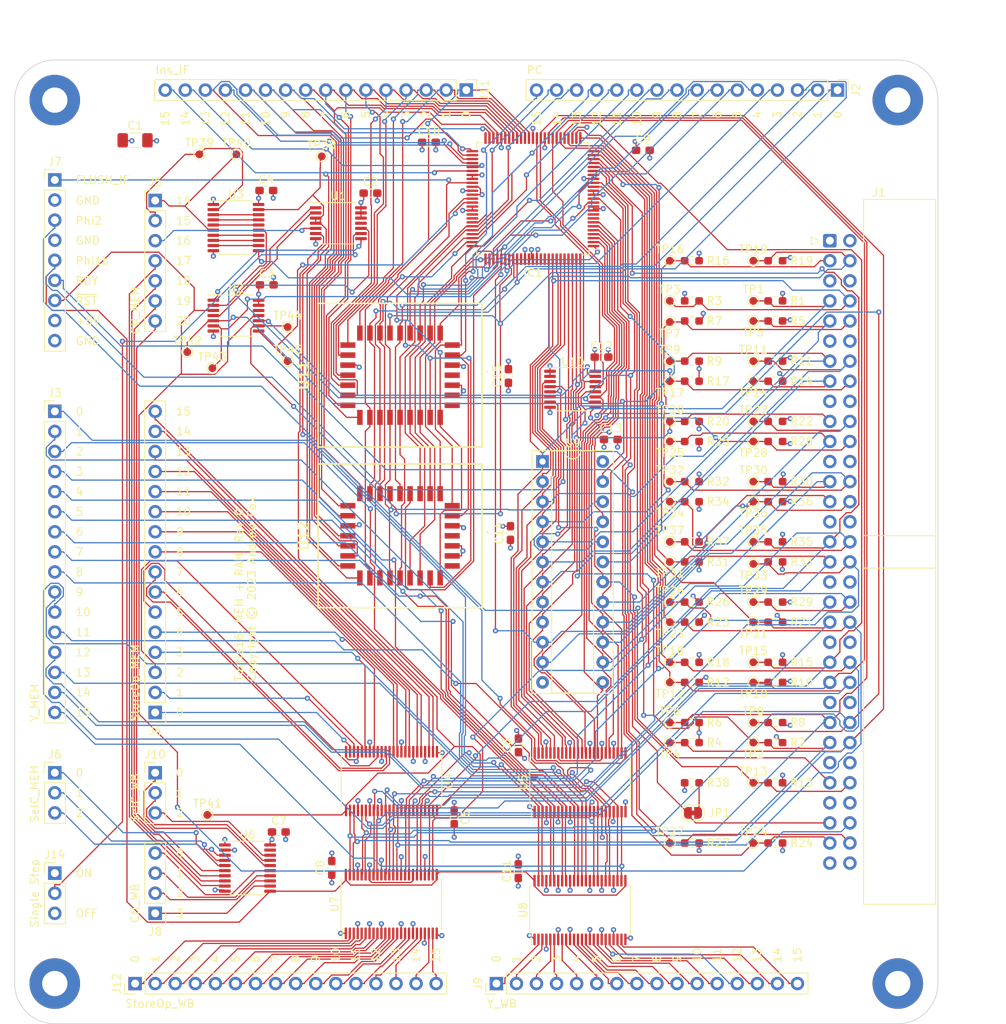
<source format=kicad_pcb>
(kicad_pcb (version 20241229) (generator "pcbnew") (generator_version "9.0")
  (title_block (title "Turtle16: MEM + RAM") (date "2023-11-20") (rev "D") (comment 4 "MEM pipeline stage, RAM, and ROM"))
  (layers (0 "F.Cu" signal) (4 "In1.Cu" power) (6 "In2.Cu" power) (2 "B.Cu" signal) (13 "F.Paste" user) (15 "B.Paste" user) (5 "F.SilkS" user "F.Silkscreen") (7 "B.SilkS" user "B.Silkscreen") (1 "F.Mask" user) (3 "B.Mask" user) (25 "Edge.Cuts" user))
  (net 0 "")
  (net 1 "GND")
  (net 2 "VCC")
  (net 3 "/System Bus Connector/~{MemStore}")
  (net 4 "/System Bus Connector/~{MemLoad}")
  (net 5 "/MEM Prototype Inputs/Phi2")
  (net 6 "/MEM Prototype Inputs/RDY")
  (net 7 "/MEM Prototype Inputs/~{RST_sync}")
  (net 8 "/MEM Prototype Inputs/Y_MEM0")
  (net 9 "/MEM Prototype Inputs/Y_MEM1")
  (net 10 "/MEM Prototype Inputs/Y_MEM2")
  (net 11 "/MEM Prototype Inputs/Y_MEM3")
  (net 12 "/MEM Prototype Inputs/Y_MEM4")
  (net 13 "/MEM Prototype Inputs/Y_MEM5")
  (net 14 "/MEM Prototype Inputs/Y_MEM6")
  (net 15 "/MEM Prototype Inputs/Y_MEM7")
  (net 16 "/MEM Prototype Inputs/Y_MEM8")
  (net 17 "/MEM Prototype Inputs/Y_MEM9")
  (net 18 "/MEM Prototype Inputs/Y_MEM10")
  (net 19 "/MEM Prototype Inputs/Y_MEM11")
  (net 20 "/MEM Prototype Inputs/Y_MEM12")
  (net 21 "/MEM Prototype Inputs/Y_MEM13")
  (net 22 "/MEM Prototype Inputs/Y_MEM14")
  (net 23 "/MEM Prototype Inputs/Y_MEM15")
  (net 24 "/MEM Prototype Inputs/StoreOp_MEM0")
  (net 25 "/MEM Prototype Inputs/StoreOp_MEM1")
  (net 26 "/MEM Prototype Inputs/StoreOp_MEM2")
  (net 27 "/MEM Prototype Inputs/StoreOp_MEM3")
  (net 28 "/MEM Prototype Inputs/StoreOp_MEM4")
  (net 29 "/MEM Prototype Inputs/StoreOp_MEM5")
  (net 30 "/MEM Prototype Inputs/StoreOp_MEM6")
  (net 31 "/MEM Prototype Inputs/StoreOp_MEM7")
  (net 32 "/MEM Prototype Inputs/StoreOp_MEM8")
  (net 33 "/MEM Prototype Inputs/StoreOp_MEM9")
  (net 34 "/MEM Prototype Inputs/StoreOp_MEM10")
  (net 35 "/MEM Prototype Inputs/StoreOp_MEM11")
  (net 36 "/MEM Prototype Inputs/StoreOp_MEM12")
  (net 37 "/MEM Prototype Inputs/StoreOp_MEM13")
  (net 38 "/MEM Prototype Inputs/StoreOp_MEM14")
  (net 39 "/MEM Prototype Inputs/StoreOp_MEM15")
  (net 40 "/MEM Prototype Inputs/Ctl_MEM14")
  (net 41 "/MEM Prototype Inputs/Ctl_MEM15")
  (net 42 "/MEM Prototype Inputs/Ctl_MEM16")
  (net 43 "/MEM Prototype Inputs/Ctl_MEM17")
  (net 44 "/MEM Prototype Inputs/Ctl_MEM18")
  (net 45 "/MEM Prototype Inputs/Ctl_MEM19")
  (net 46 "/MEM Prototype Inputs/Ctl_MEM20")
  (net 47 "/MEM Prototype Inputs/SelC_MEM0")
  (net 48 "/MEM Prototype Inputs/SelC_MEM1")
  (net 49 "/MEM Prototype Inputs/SelC_MEM2")
  (net 50 "/MEM Prototype Inputs/Phi1b")
  (net 51 "/MEM Prototype Outputs/Ctl_WB17")
  (net 52 "/MEM Prototype Outputs/Ctl_WB18")
  (net 53 "/MEM Prototype Outputs/Ctl_WB19")
  (net 54 "/MEM Prototype Outputs/Ctl_WB20")
  (net 55 "/MEM Prototype Outputs/Y_WB0")
  (net 56 "/MEM Prototype Outputs/Y_WB1")
  (net 57 "/MEM Prototype Outputs/Y_WB2")
  (net 58 "/MEM Prototype Outputs/Y_WB3")
  (net 59 "/MEM Prototype Outputs/Y_WB4")
  (net 60 "/MEM Prototype Outputs/Y_WB5")
  (net 61 "/MEM Prototype Outputs/Y_WB6")
  (net 62 "/MEM Prototype Outputs/Y_WB7")
  (net 63 "/MEM Prototype Outputs/Y_WB8")
  (net 64 "/MEM Prototype Outputs/Y_WB9")
  (net 65 "/MEM Prototype Outputs/Y_WB10")
  (net 66 "/MEM Prototype Outputs/Y_WB11")
  (net 67 "/MEM Prototype Outputs/Y_WB12")
  (net 68 "/MEM Prototype Outputs/Y_WB13")
  (net 69 "/MEM Prototype Outputs/Y_WB14")
  (net 70 "/MEM Prototype Outputs/Y_WB15")
  (net 71 "/MEM Prototype Outputs/SelC_WB0")
  (net 72 "/MEM Prototype Outputs/SelC_WB1")
  (net 73 "/MEM Prototype Outputs/SelC_WB2")
  (net 74 "/MEM Prototype Outputs/StoreOp_WB0")
  (net 75 "/MEM Prototype Outputs/StoreOp_WB1")
  (net 76 "/MEM Prototype Outputs/StoreOp_WB2")
  (net 77 "/MEM Prototype Outputs/StoreOp_WB3")
  (net 78 "/MEM Prototype Outputs/StoreOp_WB4")
  (net 79 "/MEM Prototype Outputs/StoreOp_WB5")
  (net 80 "/MEM Prototype Outputs/StoreOp_WB6")
  (net 81 "/MEM Prototype Outputs/StoreOp_WB7")
  (net 82 "/MEM Prototype Outputs/StoreOp_WB8")
  (net 83 "/MEM Prototype Outputs/StoreOp_WB9")
  (net 84 "/MEM Prototype Outputs/StoreOp_WB10")
  (net 85 "/MEM Prototype Outputs/StoreOp_WB11")
  (net 86 "/MEM Prototype Outputs/StoreOp_WB12")
  (net 87 "/MEM Prototype Outputs/StoreOp_WB13")
  (net 88 "/MEM Prototype Outputs/StoreOp_WB14")
  (net 89 "/MEM Prototype Outputs/StoreOp_WB15")
  (net 90 "/Memory/Addr9")
  (net 91 "Net-(U1-Pad1)")
  (net 92 "Net-(U1-Pad2)")
  (net 93 "Net-(J14-Pin_2)")
  (net 97 "Net-(U10-Mr)")
  (net 99 "/Memory/Addr10")
  (net 100 "/Memory/Addr11")
  (net 101 "/MEM/Buffer StoreOp As Bus I/O/~{Assert}")
  (net 102 "/MEM/~{RDY}")
  (net 103 "/Memory/Addr12")
  (net 104 "/Memory/Addr13")
  (net 105 "/Memory/Addr14")
  (net 106 "/Memory/Addr15")
  (net 108 "/MEM Prototype Inputs/FLUSH_IF")
  (net 110 "/Memory/~{RAMEN_L}")
  (net 111 "/Memory/RAMEN_L")
  (net 112 "/Memory/IO15")
  (net 113 "/Memory/IO14")
  (net 114 "/Memory/IO13")
  (net 115 "/Memory/IO12")
  (net 116 "/Memory/IO11")
  (net 117 "/Memory/IO10")
  (net 118 "/Memory/IO9")
  (net 119 "/Memory/IO8")
  (net 120 "/Memory/IO7")
  (net 121 "/Memory/IO6")
  (net 122 "/Memory/IO5")
  (net 123 "/Memory/IO4")
  (net 124 "/Memory/IO3")
  (net 125 "/Memory/IO2")
  (net 126 "/Memory/IO1")
  (net 127 "/Memory/IO0")
  (net 128 "/Memory/Ins_IF0")
  (net 129 "/Memory/Ins_IF1")
  (net 130 "/Memory/Ins_IF2")
  (net 131 "/Memory/Ins_IF3")
  (net 132 "/Memory/Ins_IF4")
  (net 133 "/Memory/Ins_IF5")
  (net 134 "/Memory/Ins_IF6")
  (net 135 "/Memory/Ins_IF7")
  (net 136 "/Memory/Ins_IF8")
  (net 137 "/Memory/Ins_IF9")
  (net 139 "/Memory/Ins_IF10")
  (net 140 "/Memory/Ins_IF11")
  (net 141 "/Memory/Ins_IF12")
  (net 142 "/Memory/Ins_IF13")
  (net 143 "/Memory/Ins_IF14")
  (net 144 "/Memory/Ins_IF15")
  (net 145 "/Memory/RAMEN_R")
  (net 146 "/Memory/~{RAMEN_R}")
  (net 149 "/Memory/PC15")
  (net 150 "/Memory/PC14")
  (net 151 "/Memory/PC13")
  (net 152 "/Memory/PC12")
  (net 153 "/Memory/PC11")
  (net 154 "/Memory/PC10")
  (net 155 "/Memory/PC9")
  (net 156 "/Memory/PC8")
  (net 157 "/Memory/PC7")
  (net 158 "/Memory/PC6")
  (net 159 "/Memory/PC5")
  (net 160 "/Memory/PC4")
  (net 161 "/Memory/PC3")
  (net 162 "/Memory/PC2")
  (net 163 "/Memory/PC1")
  (net 164 "/Memory/PC0")
  (net 168 "/Memory/Addr0")
  (net 169 "/Memory/Addr1")
  (net 170 "/Memory/Addr2")
  (net 171 "/Memory/Addr3")
  (net 172 "/Memory/Addr4")
  (net 173 "/Memory/Addr5")
  (net 174 "/Memory/Addr6")
  (net 175 "/Memory/Addr7")
  (net 176 "/Memory/Addr8")
  (net 177 "/Memory/Bank1")
  (net 178 "/Memory/Bank2")
  (net 179 "/Memory/Bank0")
  (net 180 "Net-(JP1-B)")
  (net 181 "/MEM/Buffer Memory Control Signals/MemStoreMid1")
  (net 182 "/MEM/Buffer Memory Control Signals/MemStoreMid2")
  (net 183 "/MEM/Buffer Memory Control Signals/MemStoreMid3")
  (net 184 "/MEM/Buffer Memory Control Signals/MemLoadMid1")
  (net 185 "/MEM/Buffer Memory Control Signals/MemLoadMid2")
  (net 186 "/MEM/Buffer Memory Control Signals/MemLoadMid3")
  (net 188 "Net-(U10-E1)")
  (net 192 "Net-(U1-Pad8)")
  (footprint "MountingHole:MountingHole_3.2mm_M3_Pad" (layer "F.Cu") (at 78.74 160.02)
    (property "Reference" "H4" (hide yes))
    (property "Value" "MountingHole_Pad")
  )
  (footprint "MountingHole:MountingHole_3.2mm_M3_Pad" (layer "F.Cu") (at 185.42 160.02)
    (property "Reference" "H3" (hide yes))
    (property "Value" "MountingHole_Pad")
  )
  (footprint "MountingHole:MountingHole_3.2mm_M3_Pad" (layer "F.Cu") (at 78.74 48.26)
    (property "Reference" "H1" (hide yes))
    (property "Value" "MountingHole_Pad")
  )
  (footprint "MountingHole:MountingHole_3.2mm_M3_Pad" (layer "F.Cu") (at 185.42 48.26)
    (property "Reference" "H2" (hide yes))
    (property "Value" "MountingHole_Pad")
  )
  (footprint "Connector_PinHeader_2.54mm:PinHeader_1x16_P2.54mm_Vertical" (layer "F.Cu") (at 91.44 125.73 180)
    (property "Reference" "J4")
    (property "Value" "StoreOp_MEM")
  )
  (footprint "TestPoint:TestPoint_Pad_D1.0mm" (layer "F.Cu") (at 167.132 104.14)
    (property "Reference" "TP35")
    (property "Value" "IO14")
  )
  (footprint "TestPoint:TestPoint_Pad_D1.0mm" (layer "F.Cu") (at 98.679 82.169)
    (property "Reference" "TP43")
    (property "Value" "TestPoint")
  )
  (footprint "TestPoint:TestPoint_Pad_D1.0mm" (layer "F.Cu") (at 156.5675 127)
    (property "Reference" "TP6")
    (property "Value" "IO2")
  )
  (footprint "TestPoint:TestPoint_Pad_D1.0mm" (layer "F.Cu") (at 156.5675 81.28)
    (property "Reference" "TP9")
    (property "Value" "Addr4")
  )
  (footprint "Capacitor_SMD:C_0603_1608Metric_Pad1.08x0.95mm_HandSolder" (layer "F.Cu") (at 136.144 83.1585 90)
    (property "Reference" "C15")
    (property "Value" "0.1μF")
  )
  (footprint "Package_LCC:843221B1RKTP" (layer "F.Cu") (at 122.428 103.378 -90)
    (property "Reference" "U12")
    (property "Value" "SST39SF010" (hide yes))
  )
  (footprint "TestPoint:TestPoint_Pad_D1.0mm" (layer "F.Cu") (at 156.5675 76.327 180)
    (property "Reference" "TP7")
    (property "Value" "Addr3")
  )
  (footprint "Resistor_SMD:R_0603_1608Metric_Pad0.98x0.95mm_HandSolder" (layer "F.Cu") (at 169.926 104.14)
    (property "Reference" "R35")
    (property "Value" "10K")
  )
  (footprint "TestPoint:TestPoint_Pad_D1.0mm" (layer "F.Cu") (at 167.132 142.24)
    (property "Reference" "TP24")
    (property "Value" "~{MemStore}")
  )
  (footprint "TestPoint:TestPoint_Pad_D1.0mm" (layer "F.Cu") (at 98.044 138.684)
    (property "Reference" "TP41")
    (property "Value" "~{Assert}")
  )
  (footprint "Resistor_SMD:R_0603_1608Metric_Pad0.98x0.95mm_HandSolder" (layer "F.Cu") (at 159.3615 91.44)
    (property "Reference" "R25")
    (property "Value" "10K")
  )
  (footprint "TestPoint:TestPoint_Pad_D1.0mm" (layer "F.Cu") (at 167.132 129.54 180)
    (property "Reference" "TP2")
    (property "Value" "IO0")
  )
  (footprint "Resistor_SMD:R_0603_1608Metric_Pad0.98x0.95mm_HandSolder" (layer "F.Cu") (at 159.3615 127)
    (property "Reference" "R6")
    (property "Value" "10K")
  )
  (footprint "Connector_PinHeader_2.54mm:PinHeader_1x09_P2.54mm_Vertical" (layer "F.Cu") (at 78.74 58.36)
    (property "Reference" "J7")
    (property "Value" "Control Signals")
  )
  (footprint "Connector_PinHeader_2.54mm:PinHeader_1x16_P2.54mm_Vertical" (layer "F.Cu") (at 177.8 46.99 -90)
    (property "Reference" "J2")
    (property "Value" "PC")
  )
  (footprint "Resistor_SMD:R_0603_1608Metric_Pad0.98x0.95mm_HandSolder" (layer "F.Cu") (at 169.926 99.06)
    (property "Reference" "R36")
    (property "Value" "10K")
  )
  (footprint "TestPoint:TestPoint_Pad_D1.0mm" (layer "F.Cu") (at 167.132 121.92 180)
    (property "Reference" "TP10")
    (property "Value" "IO4")
  )
  (footprint "TestPoint:TestPoint_Pad_D1.0mm" (layer "F.Cu") (at 167.132 114.3 180)
    (property "Reference" "TP21")
    (property "Value" "IO8")
  )
  (footprint "Resistor_SMD:R_0603_1608Metric_Pad0.98x0.95mm_HandSolder" (layer "F.Cu") (at 169.926 88.9)
    (property "Reference" "R22")
    (property "Value" "10K")
  )
  (footprint "TestPoint:TestPoint_Pad_D1.0mm" (layer "F.Cu") (at 156.5675 88.9)
    (property "Reference" "TP20")
    (property "Value" "Addr8")
  )
  (footprint "Resistor_SMD:R_0603_1608Metric_Pad0.98x0.95mm_HandSolder" (layer "F.Cu") (at 159.3615 142.24)
    (property "Reference" "R27")
    (property "Value" "1K")
  )
  (footprint "Package_SO:TSSOP-16_4.4x5mm_P0.65mm" (layer "F.Cu") (at 144.272 84.836)
    (property "Reference" "U10")
    (property "Value" "CD74HC173PWR")
  )
  (footprint "Capacitor_SMD:C_0603_1608Metric_Pad1.08x0.95mm_HandSolder" (layer "F.Cu") (at 137.414 129.8885 90)
    (property "Reference" "C6")
    (property "Value" "0.1μF")
  )
  (footprint "TestPoint:TestPoint_Pad_D1.0mm" (layer "F.Cu") (at 167.132 106.934 180)
    (property "Reference" "TP33")
    (property "Value" "IO13")
  )
  (footprint "Capacitor_SMD:C_0603_1608Metric_Pad1.08x0.95mm_HandSolder" (layer "F.Cu") (at 118.6865 60.026)
    (property "Reference" "C2")
    (property "Value" "0.1μF")
  )
  (footprint "Package_LCC:843221B1RKTP" (layer "F.Cu") (at 122.428 83.058 -90)
    (property "Reference" "U11")
    (property "Value" "SST39SF010" (hide yes))
  )
  (footprint "TestPoint:TestPoint_Pad_D1.0mm" (layer "F.Cu") (at 97.028 55.118)
    (property "Reference" "TP39")
    (property "Value" "~{MemStoreIn}")
  )
  (footprint "Resistor_SMD:R_0603_1608Metric_Pad0.98x0.95mm_HandSolder" (layer "F.Cu") (at 169.926 76.2)
    (property "Reference" "R5")
    (property "Value" "10K")
  )
  (footprint "TestPoint:TestPoint_Pad_D1.0mm" (layer "F.Cu") (at 156.5675 106.68 180)
    (property "Reference" "TP31")
    (property "Value" "IO12")
  )
  (footprint "Resistor_SMD:R_0603_1608Metric_Pad0.98x0.95mm_HandSolder" (layer "F.Cu") (at 169.926 106.68)
    (property "Reference" "R33")
    (property "Value" "10K")
  )
  (footprint "TestPoint:TestPoint_Pad_D1.0mm" (layer "F.Cu") (at 167.132 88.9)
    (property "Reference" "TP22")
    (property "Value" "Addr9")
  )
  (footprint "Capacitor_SMD:C_0603_1608Metric_Pad1.08x0.95mm_HandSolder" (layer "F.Cu") (at 105.5635 71.628)
    (property "Reference" "C3")
    (property "Value" "0.1μF")
  )
  (footprint "Resistor_SMD:R_0603_1608Metric_Pad0.98x0.95mm_HandSolder" (layer "F.Cu") (at 169.926 111.76)
    (property "Reference" "R29")
    (property "Value" "10K")
  )
  (footprint "Connector_PinHeader_2.54mm:PinHeader_1x16_P2.54mm_Vertical" (layer "F.Cu") (at 134.62 160.02 90)
    (property "Reference" "J9")
    (property "Value" "Y_WB")
  )
  (footprint "Package_SO:TSSOP-48_6.1x12.5mm_P0.5mm" (layer "F.Cu") (at 145.212 134.561 90)
    (property "Reference" "U5")
    (property "Value" "74AHCT16245")
  )
  (footprint "Connector_PinHeader_2.54mm:PinHeader_1x03_P2.54mm_Vertical" (layer "F.Cu") (at 78.74 133.35)
    (property "Reference" "J6")
    (property "Value" "SelC_MEM")
  )
  (footprint "Capacitor_SMD:C_0603_1608Metric_Pad1.08x0.95mm_HandSolder" (layer "F.Cu") (at 107.0875 140.839)
    (property "Reference" "C7")
    (property "Value" "0.1μF")
  )
  (footprint "TestPoint:TestPoint_Pad_D1.0mm" (layer "F.Cu") (at 108.204 76.962)
    (property "Reference" "TP44")
    (property "Value" "TestPoint")
  )
  (footprint "Resistor_SMD:R_0603_1608Metric_Pad0.98x0.95mm_HandSolder" (layer "F.Cu") (at 169.926 91.44)
    (property "Reference" "R28")
    (property "Value" "10K")
  )
  (footprint "Package_DIP:DIP-24_W7.62mm_Socket" (layer "F.Cu") (at 140.462 93.98)
    (property "Reference" "U9")
    (property "Value" "ATF22V10C")
  )
  (footprint "TestPoint:TestPoint_Pad_D1.0mm" (layer "F.Cu") (at 156.5675 99.06 180)
    (property "Reference" "TP34")
    (property "Value" "Addr14")
  )
  (footprint "Connector_PinHeader_2.54mm:PinHeader_1x16_P2.54mm_Vertical" (layer "F.Cu") (at 88.9 160.02 90)
    (property "Reference" "J12")
    (property "Value" "StoreOp_WB")
  )
  (footprint "Capacitor_SMD:C_0603_1608Metric_Pad1.08x0.95mm_HandSolder" (layer "F.Cu") (at 137.39 145.8005 90)
    (property "Reference" "C11")
    (property "Value" "0.1μF")
  )
  (footprint "Connector_PinHeader_2.54mm:PinHeader_1x07_P2.54mm_Vertical" (layer "F.Cu") (at 91.44 60.96)
    (property "Reference" "J5")
    (property "Value" "Ctl_MEM")
  )
  (footprint "Resistor_SMD:R_0603_1608Metric_Pad0.98x0.95mm_HandSolder" (layer "F.Cu") (at 159.3615 111.76)
    (property "Reference" "R26")
    (property "Value" "10K")
  )
  (footprint "Connector_PinHeader_2.54mm:PinHeader_1x03_P2.54mm_Vertical" (layer "F.Cu") (at 78.74 146.05)
    (property "Reference" "J14")
    (property "Value" "Single Step")
  )
  (footprint "Package_SO:TSSOP-14_4.4x5mm_P0.65mm" (layer "F.Cu") (at 114.6225 63.836)
    (property "Reference" "U1")
    (property "Value" "74ABT32")
  )
  (footprint "TestPoint:TestPoint_Pad_D1.0mm" (layer "F.Cu") (at 156.5675 91.44 180)
    (property "Reference" "TP25")
    (property "Value" "Addr10")
  )
  (footprint "Resistor_SMD:R_0603_1608Metric_Pad0.98x0.95mm_HandSolder" (layer "F.Cu") (at 159.3615 121.92)
    (property "Reference" "R12")
    (property "Value" "10K")
  )
  (footprint "TestPoint:TestPoint_Pad_D1.0mm" (layer "F.Cu") (at 167.132 83.82 180)
    (property "Reference" "TP14")
    (property "Value" "Addr6")
  )
  (footprint "Resistor_SMD:R_0603_1608Metric_Pad0.98x0.95mm_HandSolder" (layer "F.Cu") (at 169.926 73.66)
    (property "Reference" "R1")
    (property "Value" "10K")
  )
  (footprint "Resistor_SMD:R_0603_1608Metric_Pad0.98x0.95mm_HandSolder" (layer "F.Cu") (at 169.926 96.52)
    (property "Reference" "R30")
    (property "Value" "10K")
  )
  (footprint "Resistor_SMD:R_0603_1608Metric_Pad0.98x0.95mm_HandSolder" (layer "F.Cu") (at 169.926 68.58)
    (property "Reference" "R19")
    (property "Value" "10K")
  )
  (footprint "TestPoint:TestPoint_Pad_D1.0mm" (layer "F.Cu") (at 156.5675 73.66)
    (property "Reference" "TP3")
    (property "Value" "Addr1")
  )
  (footprint "TestPoint:TestPoint_Pad_D1.0mm" (layer "F.Cu") (at 167.132 134.62)
    (property "Reference" "TP13")
    (property "Value" "Bank0")
  )
  (footprint "TestPoint:TestPoint_Pad_D1.0mm" (layer "F.Cu") (at 156.5675 96.52)
    (property "Reference" "TP32")
    (property "Value" "Addr13")
  )
  (footprint "Resistor_SMD:R_0603_1608Metric_Pad0.98x0.95mm_HandSolder" (layer "F.Cu") (at 159.3615 76.2)
    (property "Reference" "R7")
    (property "Value" "10K")
  )
  (footprint "TestPoint:TestPoint_Pad_D1.0mm" (layer "F.Cu") (at 167.132 119.38)
    (property "Reference" "TP15")
    (property "Value" "IO6")
  )
  (footprint "Resistor_SMD:R_0603_1608Metric_Pad0.98x0.95mm_HandSolder" (layer "F.Cu") (at 159.3615 68.58)
    (property "Reference" "R16")
    (property "Value" "10K")
  )
  (footprint "Package_SO:TSSOP-48_6.1x12.5mm_P0.5mm" (layer "F.Cu") (at 121.32 149.9575 90)
    (property "Reference" "U7")
    (property "Value" "74ABT16374")
  )
  (footprint "TestPoint:TestPoint_Pad_D1.0mm" (layer "F.Cu") (at 156.5675 142.24)
    (property "Reference" "TP27")
    (property "Value" "~{MemLoad}")
  )
  (footprint "Capacitor_SMD:C_0603_1608Metric_Pad1.08x0.95mm_HandSolder" (layer "F.Cu") (at 147.9285 80.772)
    (property "Reference" "C12")
    (property "Value" "0.1μF")
  )
  (footprint "Resistor_SMD:R_0603_1608Metric_Pad0.98x0.95mm_HandSolder" (layer "F.Cu") (at 159.3615 114.3)
    (property "Reference" "R23")
    (property "Value" "10K")
  )
  (footprint "Package_SO:TSSOP-20_4.4x6.5mm_P0.65mm" (layer "F.Cu") (at 103.124 145.411)
    (property "Reference" "U6")
    (property "Value" "74ABT574")
  )
  (footprint "TestPoint:TestPoint_Pad_D1.0mm" (layer "F.Cu") (at 167.132 111.76)
    (property "Reference" "TP29")
    (property "Value" "IO11")
  )
  (footprint "TestPoint:TestPoint_Pad_D1.0mm" (layer "F.Cu") (at 95.504 80.137)
    (property "Reference" "TP42")
    (property "Value" "TestPoint")
  )
  (footprint "Resistor_SMD:R_0603_1608Metric_Pad0.98x0.95mm_HandSolder" (layer "F.Cu") (at 159.3615 119.38)
    (property "Reference" "R18")
    (property "Value" "10K")
  )
  (footprint "TestPoint:TestPoint_Pad_D1.0mm" (layer "F.Cu") (at 167.132 68.58)
    (property "Reference" "TP19")
    (property "Value" "Bank2")
  )
  (footprint "Capacitor_SMD:C_0603_1608Metric_Pad1.08x0.95mm_HandSolder" (layer "F.Cu") (at 149.098 91.186)
    (property "Reference" "C13")
    (property "Value" "0.1μF")
  )
  (footprint "Resistor_SMD:R_0603_1608Metric_Pad0.98x0.95mm_HandSolder" (layer "F.Cu") (at 159.3615 73.66 180)
    (property "Reference" "R3")
    (property "Value" "10K")
  )
  (footprint "Package_SO:TSSOP-14_4.4x5mm_P0.65mm" (layer "F.Cu") (at 101.6685 75.52)
    (property "Reference" "U2")
    (property "Value" "74AHCT04")
  )
  (footprint "Resistor_SMD:R_0603_1608Metric_Pad0.98x0.95mm_HandSolder" (layer "F.Cu") (at 159.3615 88.9)
    (property "Reference" "R20")
    (property "Value" "10K")
  )
  (footprint "Resistor_SMD:R_0603_1608Metric_Pad0.98x0.95mm_HandSolder" (layer "F.Cu") (at 169.926 119.38)
    (property "Reference" "R15")
    (property "Value" "10K")
  )
  (footprint "Resistor_SMD:R_0603_1608Metric_Pad0.98x0.95mm_HandSolder" (layer "F.Cu") (at 159.3615 104.14)
    (property "Reference" "R37")
    (property "Value" "10K")
  )
  (footprint "Resistor_SMD:R_0603_1608Metric_Pad0.98x0.95mm_HandSolder" (layer "F.Cu") (at 159.3615 134.62)
    (property "Reference" "R38")
    (property "Value" "10K")
  )
  (footprint "Resistor_SMD:R_0603_1608Metric_Pad0.98x0.95mm_HandSolder" (layer "F.Cu") (at 169.926 83.82)
    (property "Reference" "R14")
    (property "Value" "10K")
  )
  (footprint "TestPoint:TestPoint_Pad_D1.0mm" (layer "F.Cu") (at 156.5675 121.92 180)
    (property "Reference" "TP12")
    (property "Value" "IO5")
  )
  (footprint "Capacitor_SMD:C_1206_3216Metric_Pad1.33x1.80mm_HandSolder" (layer "F.Cu") (at 88.9 53.34)
    (property "Reference" "C1")
    (property "Value" "100µF")
  )
  (footprint "TestPoint:TestPoint_Pad_D1.0mm" (layer "F.Cu") (at 108.204 81.28)
    (property "Reference" "TP45")
    (property "Value" "TestPoint")
  )
  (footprint "Resistor_SMD:R_0603_1608Metric_Pad0.98x0.95mm_HandSolder" (layer "F.Cu") (at 169.926 134.62)
    (property "Reference" "R13")
    (property "Value" "10K")
  )
  (footprint "Resistor_SMD:R_0603_1608Metric_Pad0.98x0.95mm_HandSolder" (layer "F.Cu") (at 159.3615 83.82)
    (property "Reference" "R17")
    (property "Value" "10K")
  )
  (footprint "Package_SO:TSSOP-20_4.4x6.5mm_P0.65mm" (layer "F.Cu") (at 101.6685 64.385)
    (property "Reference" "U3")
    (property "Value" "74AHCT245")
  )
  (footprint "TestPoint:TestPoint_Pad_D1.0mm" (layer "F.Cu") (at 156.5675 68.58)
    (property "Reference" "TP16")
    (property "Value" "Bank1")
  )
  (footprint "Capacitor_SMD:C_0603_1608Metric_Pad1.08x0.95mm_HandSolder" (layer "F.Cu") (at 129.286 138.9915 -90)
    (property "Reference" "C5")
    (property "Value" "0.1μF")
  )
  (footprint "Resistor_SMD:R_0603_1608Metric_Pad0.98x0.95mm_HandSolder" (layer "F.Cu") (at 169.926 142.24)
    (property "Reference" "R24")
    (property "Value" "1K")
  )
  (footprint "Resistor_SMD:R_0603_1608Metric_Pad0.98x0.95mm_HandSolder" (layer "F.Cu") (at 159.3615 81.28)
    (property "Reference" "R9")
    (property "Value" "10K")
  )
  (footprint "Package_SO:TSSOP-48_6.1x12.5mm_P0.5mm" (layer "F.Cu") (at 145.196 150.7195 90)
    (property "Reference" "U8")
    (property "Value" "74ABT16374")
  )
  (footprint "Resistor_SMD:R_0603_1608Metric_Pad0.98x0.95mm_HandSolder" (layer "F.Cu") (at 169.926 127)
    (property "Reference" "R8")
    (property "Value" "10K")
  )
  (footprint "Capacitor_SMD:C_0603_1608Metric_Pad1.08x0.95mm_HandSolder" (layer "F.Cu") (at 126.0845 53.594)
    (property "Reference" "C10")
    (property "Value" "0.1μF")
  )
  (footprint "TestPoint:TestPoint_Pad_D1.0mm" (layer "F.Cu") (at 101.727 55.118)
    (property "Reference" "TP40")
    (property "Value" "~{MemLoadIn}")
  )
  (footprint "Capacitor_SMD:C_0603_1608Metric_Pad1.08x0.95mm_HandSolder" (layer "F.Cu") (at 136.398 103.0235 90)
    (property "Reference" "C14")
    (property "Value" "0.1μF")
  )
  (footprint "Connector_PinHeader_2.54mm:PinHeader_1x16_P2.54mm_Vertical" (layer "F.Cu") (at 130.81 46.99 -90)
    (property "Reference" "J11")
    (property "Value" "Ins_IF")
  )
  (footprint "Resistor_SMD:R_0603_1608Metric_Pad0.98x0.95mm_HandSolder" (layer "F.Cu") (at 169.926 129.54)
    (property "Reference" "R2")
    (property "Value" "10K")
  )
  (footprint "TestPoint:TestPoint_Pad_D1.0mm" (layer "F.Cu") (at 167.132 76.2 180)
    (property "Reference" "TP5")
    (property "Value" "Addr2")
  )
  (footprint "Package_SO:TSSOP-48_6.1x12.5mm_P0.5mm" (layer "F.Cu") (at 121.352 134.4045 -90)
    (property "Reference" "U4")
    (property "Value" "74AHCT16245")
  )
  (footprint "TestPoint:TestPoint_Pad_D1.0mm" (layer "F.Cu") (at 167.132 127)
    (property "Reference" "TP8")
    (property "Value" "IO3")
  )
  (footprint "Connector_IDC:IDC-Header_2x32_P2.54mm_Horizontal" (layer "F.Cu") (at 176.819 66.04)
    (property "Reference" "J1")
    (property "Value" "71922-164LF")
  )
  (footprint "TestPoint:TestPoint_Pad_D1.0mm" (layer "F.Cu") (at 156.5675 104.14)
    (property "Reference" "TP37")
    (property "Value" "IO15")
  )
  (footprint "Resistor_SMD:R_0603_1608Metric_Pad0.98x0.95mm_HandSolder" (layer "F.Cu") (at 159.3615 129.54)
    (property "Reference" "R4")
    (property "Value" "10K")
  )
  (footprint "TestPoint:TestPoint_Pad_D1.0mm" (layer "F.Cu") (at 112.522 55.372)
    (property "Reference" "TP38")
    (property "Value" "~{RDY}")
  )
  (footprint "Resistor_SMD:R_0603_1608Metric_Pad0.98x0.95mm_HandSolder" (layer "F.Cu") (at 159.3615 106.68)
    (property "Reference" "R31")
    (property "Value" "10K")
  )
  (footprint "Package_QFP:TQFP-100_14x14mm_P0.5mm" (layer "F.Cu") (at 139.244 60.722 180)
    (property "Reference" "IC1")
    (property "Value" "7028L20PFGI")
  )
  (footprint "Capacitor_SMD:C_0603_1608Metric_Pad1.08x0.95mm_HandSolder" (layer "F.Cu") (at 105.5105 59.69)
    (property "Reference" "C4")
    (property "Value" "0.1μF")
  )
  (footprint "Resistor_SMD:R_0603_1608Metric_Pad0.98x0.95mm_HandSolder" (layer "F.Cu") (at 159.3615 99.06)
    (property "Reference" "R34")
    (property "Value" "10K")
  )
  (footprint "TestPoint:TestPoint_Pad_D1.0mm" (layer "F.Cu") (at 167.132 99.06 180)
    (property "Reference" "TP36")
    (property "Value" "Addr15")
  )
  (footprint "TestPoint:TestPoint_Pad_D1.0mm" (layer "F.Cu") (at 156.5675 129.54 180)
    (property "Reference" "TP4")
    (property "Value" "IO1")
  )
  (footprint "Jumper:SolderJumper-2_P1.3mm_Bridged_RoundedPad1.0x1.5mm" (layer "F.Cu") (at 159.5035 138.43)
    (property "Reference" "JP1")
    (property "Value" "SolderJumper_2_Bridged")
  )
  (footprint "Resistor_SMD:R_0603_1608Metric_Pad0.98x0.95mm_HandSolder" (layer "F.Cu") (at 169.926 121.92)
    (property "Reference" "R10")
    (property "Value" "10K")
  )
  (footprint "TestPoint:TestPoint_Pad_D1.0mm" (layer "F.Cu") (at 167.132 73.66)
    (property "Reference" "TP1")
    (property "Value" "Addr0")
  )
  (footprint "Capacitor_SMD:C_0603_1608Metric_Pad1.08x0.95mm_HandSolder" (layer "F.Cu") (at 153.162 54.61)
    (property "Reference" "C9")
    (property "Value" "0.1μF")
  )
  (footprint "Resistor_SMD:R_0603_1608Metric_Pad0.98x0.95mm_HandSolder" (layer "F.Cu") (at 169.926 81.28)
    (property "Reference" "R11")
    (property "Value" "10K")
  )
  (footprint "TestPoint:TestPoint_Pad_D1.0mm" (layer "F.Cu") (at 167.132 96.52)
    (property "Reference" "TP30")
    (property "Value" "Addr12")
  )
  (footprint "TestPoint:TestPoint_Pad_D1.0mm" (layer "F.Cu") (at 156.5675 83.82 180)
    (property "Reference" "TP17")
    (property "Value" "Addr7")
  )
  (footprint "TestPoint:TestPoint_Pad_D1.0mm" (layer "F.Cu") (at 167.132 91.44 180)
    (property "Reference" "TP28")
    (property "Value" "Addr11")
  )
  (footprint "TestPoint:TestPoint_Pad_D1.0mm" (layer "F.Cu") (at 156.5675 119.38)
    (property "Reference" "TP18")
    (property "Value" "IO7")
  )
  (footprint "Capacitor_SMD:C_0603_1608Metric_Pad1.08x0.95mm_HandSolder" (layer "F.Cu") (at 113.792 145.3825 90)
    (property "Reference" "C8")
    (property "Value" "0.1μF")
  )
  (footprint "TestPoint:TestPoint_Pad_D1.0mm" (layer "F.Cu") (at 156.5675 111.76)
    (property "Reference" "TP26")
    (property "Value" "IO10")
  )
  (footprint "TestPoint:TestPoint_Pad_D1.0mm" (layer "F.Cu") (at 167.132 81.28)
    (property "Reference" "TP11")
    (property "Value" "Addr5")
  )
  (footprint "Resistor_SMD:R_0603_1608Metric_Pad0.98x0.95mm_HandSolder" (layer "F.Cu") (at 159.3615 96.52)
    (property "Reference" "R32")
    (property "Value" "10K")
  )
  (footprint "Resistor_SMD:R_0603_1608Metric_Pad0.98x0.95mm_HandSolder" (layer "F.Cu") (at 169.926 114.3)
    (property "Reference" "R21")
    (property "Value" "10K")
  )
  (footprint "Connector_PinHeader_2.54mm:PinHeader_1x04_P2.54mm_Vertical" (layer "F.Cu") (at 91.44 151.13 180)
    (property "Reference" "J8")
    (property "Value" "Ctl_WB")
  )
  (footprint "TestPoint:TestPoint_Pad_D1.0mm" (layer "F.Cu") (at 156.5675 114.3 180)
    (property "Reference" "TP23")
    (property "Value" "IO9")
  )
  (footprint "Connector_PinHeader_2.54mm:PinHeader_1x16_P2.54mm_Vertical" (layer "F.Cu") (at 78.74 87.63)
    (property "Reference" "J3")
    (property "Value" "Y_MEM")
  )
  (footprint "Connector_PinHeader_2.54mm:PinHeader_1x03_P2.54mm_Vertical" (layer "F.Cu") (at 91.44 133.35)
    (property "Reference" "J10")
    (property "Value" "SelC_WB")
  )
  (gr_line (start 190.5 160.02) (end 190.5 48.26) (stroke (width 0.1)) (layer "Edge.Cuts"))
  (gr_line (start 73.66 48.26) (end 73.66 160.02) (stroke (width 0.1)) (layer "Edge.Cuts"))
  (gr_line (start 78.74 165.1) (end 185.42 165.1) (stroke (width 0.1)) (layer "Edge.Cuts"))
  (gr_arc (start 185.42 43.18) (mid 189.012102 44.667898) (end 190.5 48.26) (stroke (width 0.1)) (layer "Edge.Cuts"))
  (gr_arc (start 190.5 160.02) (mid 189.012102 163.612102) (end 185.42 165.1) (stroke (width 0.1)) (layer "Edge.Cuts"))
  (gr_arc (start 73.66 48.26) (mid 75.147898 44.667898) (end 78.74 43.18) (stroke (width 0.1)) (layer "Edge.Cuts"))
  (gr_line (start 78.74 43.18) (end 185.42 43.18) (stroke (width 0.1)) (layer "Edge.Cuts"))
  (gr_arc (start 78.74 165.1) (mid 75.147898 163.612102) (end 73.66 160.02) (stroke (width 0.1)) (layer "Edge.Cuts"))
  (gr_text "Turtle16: MEM + RAM, Rev D\nCopyright © 2023 Andrew Fox" (at 102.87 121.92 90) (layer "F.SilkS") (effects (font (size 1 1)) (justify left)))
  (gr_text "15" (at 93.98 63.5 0) (layer "F.SilkS") (effects (font (size 1 1)) (justify left)))
  (gr_text "14" (at 81.28 123.19 0) (layer "F.SilkS") (effects (font (size 1 1)) (justify left)))
  (gr_text "12" (at 93.98 95.25 0) (layer "F.SilkS") (effects (font (size 1 1)) (justify left)))
  (gr_text "8" (at 110.49 49.53 90) (layer "F.SilkS") (effects (font (size 1 1)) (justify right)))
  (gr_text "10" (at 105.41 49.53 90) (layer "F.SilkS") (effects (font (size 1 1)) (justify right)))
  (gr_text "0" (at 134.62 157.48 90) (layer "F.SilkS") (effects (font (size 1 1)) (justify left)))
  (gr_text "11" (at 102.87 49.53 90) (layer "F.SilkS") (effects (font (size 1 1)) (justify right)))
  (gr_text "GND" (at 81.28 66.04 0) (layer "F.SilkS") (effects (font (size 1 1)) (justify left)))
  (gr_text "7" (at 81.28 105.41 0) (layer "F.SilkS") (effects (font (size 1 1)) (justify left)))
  (gr_text "13" (at 167.64 157.48 90) (layer "F.SilkS") (effects (font (size 1 1)) (justify left)))
  (gr_text "2" (at 81.28 92.71 0) (layer "F.SilkS") (effects (font (size 1 1)) (justify left)))
  (gr_text "13" (at 81.28 120.65 0) (layer "F.SilkS") (effects (font (size 1 1)) (justify left)))
  (gr_text "6" (at 149.86 157.48 90) (layer "F.SilkS") (effects (font (size 1 1)) (justify left)))
  (gr_text "4" (at 167.64 49.53 90) (layer "F.SilkS") (effects (font (size 1 1)) (justify right)))
  (gr_text "14" (at 124.46 157.48 90) (layer "F.SilkS") (effects (font (size 1 1)) (justify left)))
  (gr_text "~{RST}" (at 81.28 73.66 0) (layer "F.SilkS") (effects (font (size 1 1)) (justify left)))
  (gr_text "1" (at 128.27 49.53 90) (layer "F.SilkS") (effects (font (size 1 1)) (justify right)))
  (gr_text "15" (at 81.28 125.73 0) (layer "F.SilkS") (effects (font (size 1 1)) (justify left)))
  (gr_text "15" (at 127 157.48 90) (layer "F.SilkS") (effects (font (size 1 1)) (justify left)))
  (gr_text "Phi1b" (at 81.28 68.58 0) (layer "F.SilkS") (effects (font (size 1 1)) (justify left)))
  (gr_text "13" (at 144.78 49.53 90) (layer "F.SilkS") (effects (font (size 1 1)) (justify right)))
  (gr_text "4" (at 99.06 157.48 90) (layer "F.SilkS") (effects (font (size 1 1)) (justify left)))
  (gr_text "1" (at 93.98 146.05 0) (layer "F.SilkS") (effects (font (size 1 1)) (justify left)))
  (gr_text "11" (at 81.28 115.57 0) (layer "F.SilkS") (effects (font (size 1 1)) (justify left)))
  (gr_text "5" (at 165.1 49.53 90) (layer "F.SilkS") (effects (font (size 1 1)) (justify right)))
  (gr_text "7" (at 106.68 157.48 90) (layer "F.SilkS") (effects (font (size 1 1)) (justify left)))
  (gr_text "4" (at 120.65 49.53 90) (layer "F.SilkS") (effects (font (size 1 1)) (justify right)))
  (gr_text "2" (at 93.98 120.65 0) (layer "F.SilkS") (effects (font (size 1 1)) (justify left)))
  (gr_text "7" (at 113.03 49.53 90) (layer "F.SilkS") (effects (font (size 1 1)) (justify right)))
  (gr_text "1" (at 81.28 90.17 0) (layer "F.SilkS") (effects (font (size 1 1)) (justify left)))
  (gr_text "9" (at 154.94 49.53 90) (layer "F.SilkS") (effects (font (size 1 1)) (justify right)))
  (gr_text "8" (at 93.98 105.41 0) (layer "F.SilkS") (effects (font (size 1 1)) (justify left)))
  (gr_text "1" (at 175.26 49.53 90) (layer "F.SilkS") (effects (font (size 1 1)) (justify right)))
  (gr_text "1" (at 91.44 157.48 90) (layer "F.SilkS") (effects (font (size 1 1)) (justify left)))
  (gr_text "5" (at 81.28 100.33 0) (layer "F.SilkS") (effects (font (size 1 1)) (justify left)))
  (gr_text "1" (at 93.98 123.19 0) (layer "F.SilkS") (effects (font (size 1 1)) (justify left)))
  (gr_text "3" (at 81.28 95.25 0) (layer "F.SilkS") (effects (font (size 1 1)) (justify left)))
  (gr_text "8" (at 157.48 49.53 90) (layer "F.SilkS") (effects (font (size 1 1)) (justify right)))
  (gr_text "5" (at 101.6 157.48 90) (layer "F.SilkS") (effects (font (size 1 1)) (justify left)))
  (gr_text "11" (at 93.98 97.79 0) (layer "F.SilkS") (effects (font (size 1 1)) (justify left)))
  (gr_text "9" (at 93.98 102.87 0) (layer "F.SilkS") (effects (font (size 1 1)) (justify left)))
  (gr_text "11" (at 162.56 157.48 90) (layer "F.SilkS") (effects (font (size 1 1)) (justify left)))
  (gr_text "10" (at 81.28 113.03 0) (layer "F.SilkS") (effects (font (size 1 1)) (justify left)))
  (gr_text "0" (at 130.81 49.53 90) (layer "F.SilkS") (effects (font (size 1 1)) (justify right)))
  (gr_text "3" (at 93.98 118.11 0) (layer "F.SilkS") (effects (font (size 1 1)) (justify left)))
  (gr_text "1" (at 137.16 157.48 90) (layer "F.SilkS") (effects (font (size 1 1)) (justify left)))
  (gr_text "12" (at 147.32 49.53 90) (layer "F.SilkS") (effects (font (size 1 1)) (justify right)))
  (gr_text "14" (at 93.98 90.17 0) (layer "F.SilkS") (effects (font (size 1 1)) (justify left)))
  (gr_text "6" (at 93.98 110.49 0) (layer "F.SilkS") (effects (font (size 1 1)) (justify left)))
  (gr_text "0" (at 93.98 125.73 0) (layer "F.SilkS") (effects (font (size 1 1)) (justify left)))
  (gr_text "3" (at 123.19 49.53 90) (layer "F.SilkS") (effects (font (size 1 1)) (justify right)))
  (gr_text "13" (at 97.79 49.53 90) (layer "F.SilkS") (effects (font (size 1 1)) (justify right)))
  (gr_text "4" (at 81.28 97.79 0) (layer "F.SilkS") (effects (font (size 1 1)) (justify left)))
  (gr_text "2" (at 93.98 157.48 90) (layer "F.SilkS") (effects (font (size 1 1)) (justify left)))
  (gr_text "0" (at 81.28 133.35 0) (layer "F.SilkS") (effects (font (size 1 1)) (justify left)))
  (gr_text "16" (at 93.98 66.04 0) (layer "F.SilkS") (effects (font (size 1 1)) (justify left)))
  (gr_text "7" (at 160.02 49.53 90) (layer "F.SilkS") (effects (font (size 1 1)) (justify right)))
  (gr_text "12" (at 81.28 118.11 0) (layer "F.SilkS") (effects (font (size 1 1)) (justify left)))
  (gr_text "13" (at 121.92 157.48 90) (layer "F.SilkS") (effects (font (size 1 1)) (justify left)))
  (gr_text "8" (at 109.22 157.48 90) (layer "F.SilkS") (effects (font (size 1 1)) (justify left)))
  (gr_text "2" (at 81.28 138.43 0) (layer "F.SilkS") (effects (font (size 1 1)) (justify left)))
  (gr_text "3" (at 142.24 157.48 90) (layer "F.SilkS") (effects (font (size 1 1)) (justify left)))
  (gr_text "18" (at 93.98 71.12 0) (layer "F.SilkS") (effects (font (size 1 1)) (justify left)))
  (gr_text "9" (at 107.95 49.53 90) (layer "F.SilkS") (effects (font (size 1 1)) (justify right)))
  (gr_text "15" (at 93.98 87.63 0) (layer "F.SilkS") (effects (font (size 1 1)) (justify left)))
  (gr_text "1" (at 81.28 135.89 0) (layer "F.SilkS") (effects (font (size 1 1)) (justify left)))
  (gr_text "3" (at 96.52 157.48 90) (layer "F.SilkS") (effects (font (size 1 1)) (justify left)))
  (gr_text "10" (at 152.4 49.53 90) (layer "F.SilkS") (effects (font (size 1 1)) (justify right)))
  (gr_text "14" (at 142.24 49.53 90) (layer "F.SilkS") (effects (font (size 1 1)) (justify right)))
  (gr_text "GND" (at 81.28 60.96 0) (layer "F.SilkS") (effects (font (size 1 1)) (justify left)))
  (gr_text "14" (at 170.18 157.48 90) (layer "F.SilkS") (effects (font (size 1 1)) (justify left)))
  (gr_text "0" (at 81.28 87.63 0) (layer "F.SilkS") (effects (font (size 1 1)) (justify left)))
  (gr_text "2" (at 93.98 138.43 0) (layer "F.SilkS") (effects (font (size 1 1)) (justify left)))
  (gr_text "6" (at 162.56 49.53 90) (layer "F.SilkS") (effects (font (size 1 1)) (justify right)))
  (gr_text "7" (at 93.98 107.95 0) (layer "F.SilkS") (effects (font (size 1 1)) (justify left)))
  (gr_text "5" (at 147.32 157.48 90) (layer "F.SilkS") (effects (font (size 1 1)) (justify left)))
  (gr_text "11" (at 116.84 157.48 90) (layer "F.SilkS") (effects (font (size 1 1)) (justify left)))
  (gr_text "15" (at 139.7 49.53 90) (layer "F.SilkS") (effects (font (size 1 1)) (justify right)))
  (gr_text "3" (at 93.98 151.13 0) (layer "F.SilkS") (effects (font (size 1 1)) (justify left)))
  (gr_text "FLUSH_IF" (at 81.28 58.36 0) (layer "F.SilkS") (effects (font (size 1 1)) (justify left)))
  (gr_text "6" (at 81.28 102.87 0) (layer "F.SilkS") (effects (font (size 1 1)) (justify left)))
  (gr_text "3" (at 170.18 49.53 90) (layer "F.SilkS") (effects (font (size 1 1)) (justify right)))
  (gr_text "+5V" (at 81.28 76.2 0) (layer "F.SilkS") (effects (font (size 1 1)) (justify left)))
  (gr_text "14" (at 95.25 49.53 90) (layer "F.SilkS") (effects (font (size 1 1)) (justify right)))
  (gr_text "0" (at 93.98 133.35 0) (layer "F.SilkS") (effects (font (size 1 1)) (justify left)))
  (gr_text "12" (at 165.1 157.48 90) (layer "F.SilkS") (effects (font (size 1 1)) (justify left)))
  (gr_text "12" (at 119.38 157.48 90) (layer "F.SilkS") (effects (font (size 1 1)) (justify left)))
  (gr_text "14" (at 93.98 60.96 0) (layer "F.SilkS") (effects (font (size 1 1)) (justify left)))
  (gr_text "15" (at 92.71 49.53 90) (layer "F.SilkS") (effects (font (size 1 1)) (justify right)))
  (gr_text "8" (at 81.28 107.95 0) (layer "F.SilkS") (effects (font (size 1 1)) (justify left)))
  (gr_text "GND" (at 81.28 78.74 0) (layer "F.SilkS") (effects (font (size 1 1)) (justify left)))
  (gr_text "6" (at 115.57 49.53 90) (layer "F.SilkS") (effects (font (size 1 1)) (justify right)))
  (gr_text "5" (at 118.11 49.53 90) (layer "F.SilkS") (effects (font (size 1 1)) (justify right)))
  (gr_text "Phi2" (at 81.28 63.5 0) (layer "F.SilkS") (effects (font (size 1 1)) (justify left)))
  (gr_text "13" (at 93.98 92.71 0) (layer "F.SilkS") (effects (font (size 1 1)) (justify left)))
  (gr_text "20" (at 93.98 76.2 0) (layer "F.SilkS") (effects (font (size 1 1)) (justify left)))
  (gr_text "10" (at 114.3 157.48 90) (layer "F.SilkS") (effects (font (size 1 1)) (justify left)))
  (gr_text "0" (at 88.9 157.48 90) (layer "F.SilkS") (effects (font (size 1 1)) (justify left)))
  (gr_text "RDY" (at 81.28 71.12 0) (layer "F.SilkS") (effects (font (size 1 1)) (justify left)))
  (gr_text "6" (at 104.14 157.48 90) (layer "F.SilkS") (effects (font (size 1 1)) (justify left)))
  (gr_text "15" (at 172.72 157.48 90) (layer "F.SilkS") (effects (font (size 1 1)) (justify left)))
  (gr_text "10" (at 93.98 100.33 0) (layer "F.SilkS") (effects (font (size 1 1)) (justify left)))
  (gr_text "9" (at 111.76 157.48 90) (layer "F.SilkS") (effects (font (size 1 1)) (justify left)))
  (gr_text "ON" (at 81.28 146.05 0) (layer "F.SilkS") (effects (font (size 1 1)) (justify left)))
  (gr_text "2" (at 93.98 148.59 0) (layer "F.SilkS") (effects (font (size 1 1)) (justify left)))
  (gr_text "4" (at 144.78 157.48 90) (layer "F.SilkS") (effects (font (size 1 1)) (justify left)))
  (gr_text "9" (at 81.28 110.49 0) (layer "F.SilkS") (effects (font (size 1 1)) (justify left)))
  (gr_text "7" (at 152.4 157.48 90) (layer "F.SilkS") (effects (font (size 1 1)) (justify left)))
  (gr_text "0" (at 93.98 143.51 0) (layer "F.SilkS") (effects (font (size 1 1)) (justify left)))
  (gr_text "8" (at 154.94 157.48 90) (layer "F.SilkS") (effects (font (size 1 1)) (justify left)))
  (gr_text "4" (at 93.98 115.57 0) (layer "F.SilkS") (effects (font (size 1 1)) (justify left)))
  (gr_text "10" (at 160.02 157.48 90) (layer "F.SilkS") (effects (font (size 1 1)) (justify left)))
  (gr_text "11" (at 149.86 49.53 90) (layer "F.SilkS") (effects (font (size 1 1)) (justify right)))
  (gr_text "1" (at 93.98 135.89 0) (layer "F.SilkS") (effects (font (size 1 1)) (justify left)))
  (gr_text "19" (at 93.98 73.66 0) (layer "F.SilkS") (effects (font (size 1 1)) (justify left)))
  (gr_text "17" (at 93.98 68.58 0) (layer "F.SilkS") (effects (font (size 1 1)) (justify left)))
  (gr_text "2" (at 172.72 49.53 90) (layer "F.SilkS") (effects (font (size 1 1)) (justify right)))
  (gr_text "5" (at 93.98 113.03 0) (layer "F.SilkS") (effects (font (size 1 1)) (justify left)))
  (gr_text "2" (at 125.73 49.53 90) (layer "F.SilkS") (effects (font (size 1 1)) (justify right)))
  (gr_text "0" (at 177.8 49.53 90) (layer "F.SilkS") (effects (font (size 1 1)) (justify right)))
  (gr_text "OFF" (at 81.28 151.13 0) (layer "F.SilkS") (effects (font (size 1 1)) (justify left)))
  (gr_text "12" (at 100.33 49.53 90) (layer "F.SilkS") (effects (font (size 1 1)) (justify right)))
  (gr_text "9" (at 157.48 157.48 90) (layer "F.SilkS") (effects (font (size 1 1)) (justify left)))
  (gr_text "2" (at 139.7 157.48 90) (layer "F.SilkS") (effects (font (size 1 1)) (justify left)))
  (segment (start 139.244 51.8356) (end 139.244 53.0595) (width 0.1524) (layer "F.Cu") (net 1))
  (segment (start 119.549 60.988) (end 119.549 60.026) (width 0.1524) (layer "F.Cu") (net 1))
  (segment (start 149.9605 92.1414) (end 149.9605 91.186) (width 0.1524) (layer "F.Cu") (net 1))
  (segment (start 146.9065 62.222) (end 146.9065 61.9906) (width 0.1524) (layer "F.Cu") (net 1))
  (segment (start 98.806 68.0063) (end 98.806 67.31) (width 0.1524) (layer "F.Cu") (net 1))
  (segment (start 125.57 143.9793) (end 125.602 143.9473) (width 0.1524) (layer "F.Cu") (net 1))
  (segment (start 170.8833 99.0152) (end 170.8385 99.06) (width 0.1524) (layer "F.Cu") (net 1))
  (segment (start 130.391 81.9673) (end 130.2117 81.788) (width 0.1524) (layer "F.Cu") (net 1))
  (segment (start 160.274 103.175) (end 160.274 104.14) (width 0.1524) (layer "F.Cu") (net 1))
  (segment (start 160.274 89.8551) (end 160.274 88.9) (width 0.1524) (layer "F.Cu") (net 1))
  (segment (start 170.8385 76.2) (end 170.9815 76.057) (width 0.1524) (layer "F.Cu") (net 1))
  (segment (start 154.0245 54.61) (end 154.0245 55.5852) (width 0.1524) (layer "F.Cu") (net 1))
  (segment (start 113.792 144.52) (end 113.792 143.5027) (width 0.1524) (layer "F.Cu") (net 1))
  (segment (start 122.57 146.245) (end 122.57 143.9963) (width 0.1524) (layer "F.Cu") (net 1))
  (segment (start 171.273 80.8455) (end 170.8385 81.28) (width 0.1524) (layer "F.Cu") (net 1))
  (segment (start 171.8205 121.7681) (end 170.9904 121.7681) (width 0.1524) (layer "F.Cu") (net 1))
  (segment (start 140.9293 155.6581) (end 140.946 155.6414) (width 0.1524) (layer "F.Cu") (net 1))
  (segment (start 160.798 75.676) (end 160.274 76.2) (width 0.1524) (layer "F.Cu") (net 1))
  (segment (start 146.7231 137.0569) (end 146.462 137.318) (width 0.1524) (layer "F.Cu") (net 1))
  (segment (start 127.2312 130.8212) (end 127.102 130.692) (width 0.1524) (layer "F.Cu") (net 1))
  (segment (start 149.446 154.432) (end 149.446 153.21) (width 0.1524) (layer "F.Cu") (net 1))
  (segment (start 160.274 82.2422) (end 160.274 83.82) (width 0.1524) (layer "F.Cu") (net 1))
  (segment (start 139.0556 67.1673) (end 139.0556 68.3845) (width 0.1524) (layer "F.Cu") (net 1))
  (segment (start 171.2427 68.1758) (end 170.8385 68.58) (width 0.1524) (layer "F.Cu") (net 1))
  (segment (start 171.1818 127.3433) (end 170.8385 127) (width 0.1524) (layer "F.Cu") (net 1))
  (segment (start 160.274 114.113) (end 160.274 114.3) (width 0.1524) (layer "F.Cu") (net 1))
  (segment (start 143.946 147.007) (end 143.946 148.2263) (width 0.1524) (layer "F.Cu") (net 1))
  (segment (start 170.8386 111.7601) (end 170.8385 111.76) (width 0.1524) (layer "F.Cu") (net 1))
  (segment (start 129.286 139.854) (end 129.286 141.4972) (width 0.1524) (layer "F.Cu") (net 1))
  (segment (start 100.0954 148.1699) (end 100.2615 148.336) (width 0.1524) (layer "F.Cu") (net 1))
  (segment (start 160.274 81.28) (end 160.274 82.2422) (width 0.1524) (layer "F.Cu") (net 1))
  (segment (start 170.9815 76.057) (end 171.8114 76.057) (width 0.1524) (layer "F.Cu") (net 1))
  (segment (start 170.8385 119.38) (end 170.8385 118.4225) (width 0.1524) (layer "F.Cu") (net 1))
  (segment (start 140.946 155.6414) (end 140.946 154.432) (width 0.1524) (layer "F.Cu") (net 1))
  (segment (start 149.462 129.6211) (end 149.462 130.8485) (width 0.1524) (layer "F.Cu") (net 1))
  (segment (start 170.9102 95.5559) (end 170.8385 95.6276) (width 0.1524) (layer "F.Cu") (net 1))
  (segment (start 122.57 153.67) (end 122.57 152.4477) (width 0.1524) (layer "F.Cu") (net 1))
  (segment (start 129.028 81.788) (end 130.2117 81.788) (width 0.1524) (layer "F.Cu") (net 1))
  (segment (start 131.5815 61.722) (end 131.5815 62.222) (width 0.1524) (layer "F.Cu") (net 1))
  (segment (start 170.8385 114.1368) (end 170.8385 114.3) (width 0.1524) (layer "F.Cu") (net 1))
  (segment (start 120.07 146.245) (end 120.07 144.4049) (width 0.1524) (layer "F.Cu") (net 1))
  (segment (start 158.449 72.7058) (end 158.449 73.66) (width 0.1524) (layer "F.Cu") (net 1))
  (segment (start 100.2615 141.8009) (end 100.2615 142.486) (width 0.1524) (layer "F.Cu") (net 1))
  (segment (start 115.8965 131.7105) (end 115.602 131.416) (width 0.1524) (layer "F.Cu") (net 1))
  (segment (start 160.274 99.06) (end 160.274 100.028) (width 0.1524) (layer "F.Cu") (net 1))
  (segment (start 170.8385 73.66) (end 170.8385 72.7042) (width 0.1524) (layer "F.Cu") (net 1))
  (segment (start 115.828 81.788) (end 117.0117 81.788) (width 0.1524) (layer "F.Cu") (net 1))
  (segment (start 99.0248 148.1699) (end 100.0954 148.1699) (width 0.1524) (layer "F.Cu") (net 1))
  (segment (start 115.828 102.108) (end 117.0117 102.108) (width 0.1524) (layer "F.Cu") (net 1))
  (segment (start 125.57 154.8331) (end 125.57 153.67) (width 0.1524) (layer "F.Cu") (net 1))
  (segment (start 125.602 138.117) (end 125.602 137.1569) (width 0.1524) (layer "F.Cu") (net 1))
  (segment (start 111.76 65.786) (end 111.76 66.4656) (width 0.1524) (layer "F.Cu") (net 1))
  (segment (start 145.6905 58.1851) (end 146.9065 58.1851) (width 0.1524) (layer "F.Cu") (net 1))
  (segment (start 122.602 129.4672) (end 122.602 130.692) (width 0.1524) (layer "F.Cu") (net 1))
  (segment (start 125.5032 154.8999) (end 125.57 154.8331) (width 0.1524) (layer "F.Cu") (net 1))
  (segment (start 170.8385 95.6276) (end 170.8385 96.52) (width 0.1524) (layer "F.Cu") (net 1))
  (segment (start 146.446 154.432) (end 146.446 153.1954) (width 0.1524) (layer "F.Cu") (net 1))
  (segment (start 117.102 136.8831) (end 117.102 138.117) (width 0.1524) (layer "F.Cu") (net 1))
  (segment (start 116.8891 131.9149) (end 116.8891 131.7105) (width 0.1524) (layer "F.Cu") (net 1))
  (segment (start 171.1218 91.7233) (end 170.8385 91.44) (width 0.1524) (layer "F.Cu") (net 1))
  (segment (start 106.426 70.6711) (end 106.426 71.628) (width 0.1524) (layer "F.Cu") (net 1))
  (segment (start 120.07 152.4536) (end 120.07 153.67) (width 0.1524) (layer "F.Cu") (net 1))
  (segment (start 117.2716 101.977) (end 117.1427 101.977) (width 0.1524) (layer "F.Cu") (net 1))
  (segment (start 160.274 107.6924) (end 160.274 106.68) (width 0.1524) (layer "F.Cu") (net 1))
  (segment (start 130.3657 59.722) (end 131.5815 59.722) (width 0.1524) (layer "F.Cu") (net 1))
  (segment (start 170.8385 107.6086) (end 170.8385 106.68) (width 0.1524) (layer "F.Cu") (net 1))
  (segment (start 116.8891 131.7105) (end 115.8965 131.7105) (width 0.1524) (layer "F.Cu") (net 1))
  (segment (start 122.602 138.117) (end 122.602 136.8784) (width 0.1524) (layer "F.Cu") (net 1))
  (segment (start 117.1427 101.977) (end 117.0117 102.108) (width 0.1524) (layer "F.Cu") (net 1))
  (segment (start 170.8385 83.2127) (end 170.8385 83.82) (width 0.1524) (layer "F.Cu") (net 1))
  (segment (start 139.0556 68.3845) (end 139.244 68.3845) (width 0.1524) (layer "F.Cu") (net 1))
  (segment (start 171.825 68.1758) (end 171.2427 68.1758) (width 0.1524) (layer "F.Cu") (net 1))
  (segment (start 160.274 92.4055) (end 160.274 91.44) (width 0.1524) (layer "F.Cu") (net 1))
  (segment (start 138.966 153.952) (end 139.446 154.432) (width 0.1524) (layer "F.Cu") (net 1))
  (segment (start 140.962 129.525) (end 140.962 130.8485) (width 0.1524) (layer "F.Cu") (net 1))
  (segment (start 160.9492 113.4378) (end 160.274 114.113) (width 0.1524) (layer "F.Cu") (net 1))
  (segment (start 170.1589 113.4572) (end 170.8385 114.1368) (width 0.1524) (layer "F.Cu") (net 1))
  (segment (start 130.4716 81.9673) (end 130.391 81.9673) (width 0.1524) (layer "F.Cu") (net 1))
  (segment (start 138.7963 153.952) (end 138.966 153.952) (width 0.1524) (layer "F.Cu") (net 1))
  (segment (start 150.962 138.2735) (end 150.962 137.0451) (width 0.1524) (layer "F.Cu") (net 1))
  (segment (start 149.446 148.2234) (end 149.446 147.007) (width 0.1524) (layer "F.Cu") (net 1))
  (segment (start 171.8095 99.0152) (end 170.8833 99.0152) (width 0.1524) (layer "F.Cu") (net 1))
  (segment (start 161.1491 121.277) (end 160.917 121.277) (width 0.1524) (layer "F.Cu") (net 1))
  (segment (start 141.4095 82.561) (end 141.4095 83.211) (width 0.1524) (layer "F.Cu") (net 1))
  (segment (start 160.917 121.277) (end 160.274 121.92) (width 0.1524) (layer "F.Cu") (net 1))
  (segment (start 115.5655 153.6655) (end 115.57 153.67) (width 0.1524) (layer "F.Cu") (net 1))
  (segment (start 138.744 68.3845) (end 139.0556 68.3845) (width 0.1524) (layer "F.Cu") (net 1))
  (segment (start 160.274 67.6196) (end 160.274 68.58) (width 0.1524) (layer "F.Cu") (net 1))
  (segment (start 160.798 75.2397) (end 160.798 75.676) (width 0.1524) (layer "F.Cu") (net 1))
  (segment (start 160.274 127) (end 160.274 128.3042) (width 0.1524) (layer "F.Cu") (net 1))
  (segment (start 117.102 130.692) (end 117.102 131.4976) (width 0.1524) (layer "F.Cu") (net 1))
  (segment (start 160.274 96.52) (end 160.274 95.5594) (width 0.1524) (layer "F.Cu") (net 1))
  (segment (start 120.102 131.9076) (end 120.102 130.692) (width 0.1524) (layer "F.Cu") (net 1))
  (segment (start 146.9065 61.9906) (end 146.9065 61.722) (width 0.1524) (layer "F.Cu") (net 1))
  (segment (start 141.4095 87.797) (end 141.4095 87.111) (width 0.1524) (layer "F.Cu") (net 1))
  (segment (start 151.1172 154.2608) (end 150.946 154.432) (width 0.1524) (layer "F.Cu") (net 1))
  (segment (start 126.947 54.5587) (end 126.947 53.594) (width 0.1524) (layer "F.Cu") (net 1))
  (segment (start 170.4667 82.8409) (end 170.8385 83.2127) (width 0.1524) (layer "F.Cu") (net 1))
  (segment (start 149.3828 139.5306) (end 149.462 139.4514) (width 0.1524) (layer "F.Cu") (net 1))
  (segment (start 125.57 146.245) (end 125.57 143.9793) (width 0.1524) (layer "F.Cu") (net 1))
  (segment (start 130.4606 102.3569) (end 130.2117 102.108) (width 0.1524) (layer "F.Cu") (net 1))
  (segment (start 146.462 137.318) (end 146.462 138.2735) (width 0.1524) (layer "F.Cu") (net 1))
  (segment (start 149.462 139.4514) (end 149.462 138.2735) (width 0.1524) (layer "F.Cu") (net 1))
  (segment (start 140.8913 129.4543) (end 140.962 129.525) (width 0.1524) (layer "F.Cu") (net 1))
  (segment (start 107.95 141.7964) (end 107.95 140.839) (width 0.1524) (layer "F.Cu") (net 1))
  (segment (start 91.6293 53.4071) (end 90.5296 53.4071) (width 0.1524) (layer "F.Cu") (net 1))
  (segment (start 171.8071 80.8455) (end 171.273 80.8455) (width 0.1524) (layer "F.Cu") (net 1))
  (segment (start 148.1387 61.9906) (end 146.9065 61.9906) (width 0.1524) (layer "F.Cu") (net 1))
  (segment (start 146.446 148.2504) (end 146.446 147.007) (width 0.1524) (layer "F.Cu") (net 1))
  (segment (start 117.07 152.4407) (end 117.07 153.67) (width 0.1524) (layer "F.Cu") (net 1))
  (segment (start 117.07 145.0198) (end 117.07 146.245) (width 0.1524) (layer "F.Cu") (net 1))
  (segment (start 125.602 137.1569) (end 125.868 136.8909) (width 0.1524) (layer "F.Cu") (net 1))
  (segment (start 127.719 153.952) (end 127.352 153.952) (width 0.1524) (layer "F.Cu") (net 1))
  (segment (start 138.8276 137.6391) (end 139.462 138.2735) (width 0.1524) (layer "F.Cu") (net 1))
  (segment (start 146.9065 58.1851) (end 146.9065 57.722) (width 0.1524) (layer "F.Cu") (net 1))
  (segment (start 171.1849 88.5536) (end 170.8385 88.9) (width 0.1524) (layer "F.Cu") (net 1))
  (segment (start 98.806 78.1702) (end 98.806 77.47) (width 0.1524) (layer "F.Cu") (net 1))
  (segment (start 171.8134 91.7233) (end 171.1218 91.7233) (width 0.1524) (layer "F.Cu") (net 1))
  (segment (start 160.274 128.3042) (end 160.274 129.54) (width 0.1524) (layer "F.Cu") (net 1))
  (segment (start 137.39 143.9042) (end 137.39 144.938) (width 0.1524) (layer "F.Cu") (net 1))
  (segment (start 170.8085 107.6386) (end 170.8385 107.6086) (width 0.1524) (layer "F.Cu") (net 1))
  (segment (start 170.9904 121.7681) (end 170.8385 121.92) (width 0.1524) (layer "F.Cu") (net 1))
  (segment (start 137.414 128.2317) (end 137.1908 128.0085) (width 0.1524) (layer "F.Cu") (net 1))
  (segment (start 131.5815 62.222) (end 130.364 62.222) (width 0.1524) (layer "F.Cu") (net 1))
  (segment (start 143.9021 129.5351) (end 143.962 129.595) (width 0.1524) (layer "F.Cu") (net 1))
  (segment (start 143.962 139.5888) (end 143.962 138.2735) (width 0.1524) (layer "F.Cu") (net 1))
  (segment (start 135.4205 102.161) (end 136.398 102.161) (width 0.1524) (layer "F.Cu") (net 1))
  (segment (start 160.274 118.4064) (end 160.274 119.38) (width 0.1524) (layer "F.Cu") (net 1))
  (segment (start 141.4095 81.8804) (end 141.4095 82.561) (width 0.1524) (layer "F.Cu") (net 1))
  (segment (start 170.059 128.7882) (end 170.8108 129.54) (width 0.1524) (layer "F.Cu") (net 1))
  (segment (start 143.962 129.595) (end 143.962 130.8485) (width 0.1524) (layer "F.Cu") (net 1))
  (segment (start 127.352 153.952) (end 127.07 153.67) (width 0.1524) (layer "F.Cu") (net 1))
  (segment (start 122.57 143.9963) (end 122.586 143.9803) (width 0.1524) (layer "F.Cu") (net 1))
  (segment (start 114.9109 153.6655) (end 115.5655 153.6655) (width 0.1524) (layer "F.Cu") (net 1))
  (segment (start 127.7606 130.8212) (end 127.2312 130.8212) (width 0.1524) (layer "F.Cu") (net 1))
  (segment (start 125.602 130.692) (end 125.602 131.9219) (width 0.1524) (layer "F.Cu") (net 1))
  (segment (start 131.5815 57.722) (end 132.7996 57.722) (width 0.1524) (layer "F.Cu") (net 1))
  (segment (start 90.5296 53.4071) (end 90.4625 53.34) (width 0.1524) (layer "F.Cu") (net 1))
  (segment (start 170.8385 134.62) (end 170.8385 133.6589) (width 0.1524) (layer "F.Cu") (net 1))
  (segment (start 140.962 139.6518) (end 140.962 138.2735) (width 0.1524) (layer "F.Cu") (net 1))
  (segment (start 115.602 131.416) (end 115.602 130.692) (width 0.1524) (layer "F.Cu") (net 1))
  (segment (start 170.8108 129.54) (end 170.8385 129.54) (width 0.1524) (layer "F.Cu") (net 1))
  (segment (start 140.744 54.286) (end 140.744 53.0595) (width 0.1524) (layer "F.Cu") (net 1))
  (segment (start 120.102 138.117) (end 120.102 137.1451) (width 0.1524) (layer "F.Cu") (net 1))
  (segment (start 129.028 102.108) (end 130.2117 102.108) (width 0.1524) (layer "F.Cu") (net 1))
  (segment (start 117.0117 81.788) (end 117.263 82.0393) (width 0.1524) (layer "F.Cu") (net 1))
  (segment (start 137.414 129.026) (end 137.414 128.2317) (width 0.1524) (layer "F.Cu") (net 1))
  (segment (start 171.8137 127.3433) (end 171.1818 127.3433) (width 0.1524) (layer "F.Cu") (net 1))
  (segment (start 136.144 81.2764) (end 136.144 82.296) (width 0.1524) (layer "F.Cu") (net 1))
  (segment (start 171.8173 88.5536) (end 171.1849 88.5536) (width 0.1524) (layer "F.Cu") (net 1))
  (segment (start 143.946 153.1777) (end 143.946 154.432) (width 0.1524) (layer "F.Cu") (net 1))
  (segment (start 140.946 139.6678) (end 140.962 139.6518) (width 0.1524) (layer "F.Cu") (net 1))
  (segment (start 146.462 129.6235) (end 146.462 130.8485) (width 0.1524) (layer "F.Cu") (net 1))
  (segment (start 170.8385 103.1805) (end 170.8385 104.14) (width 0.1524) (layer "F.Cu") (net 1))
  (segment (start 171.8053 111.7601) (end 170.8386 111.7601) (width 0.1524) (layer "F.Cu") (net 1))
  (segment (start 140.946 147.007) (end 140.946 148.2311) (width 0.1524) (layer "F.Cu") (net 1))
  (segment (start 131.5815 57.722) (end 131.5815 58.222) (width 0.1524) (layer "F.Cu") (net 1))
  (segment (start 120.102 137.1451) (end 119.8467 136.8898) (width 0.1524) (layer "F.Cu") (net 1))
  (segment (start 106.373 60.6602) (end 106.373 59.69) (width 0.1524) (layer "F.Cu") (net 1))
  (segment (start 117.102 131.4976) (end 116.8891 131.7105) (width 0.1524) (layer "F.Cu") (net 1))
  (segment (start 146.9065 58.222) (end 146.9065 58.1851) (width 0.1524) (layer "F.Cu") (net 1))
  (segment (start 160.274 111.76) (end 159.5175 111.0035) (width 0.1524) (layer "F.Cu") (net 1))
  (segment (start 151.5873 154.2608) (end 151.1172 154.2608) (width 0.1524) (layer "F.Cu") (net 1))
  (segment (start 148.791 80.772) (end 148.791 79.8164) (width 0.1524) (layer "F.Cu") (net 1))
  (via (at 140.9293 155.6581) (size 0.65) (drill 0.3) (layers "F.Cu" "B.Cu") (net 1))
  (via (at 160.9492 113.4378) (size 0.65) (drill 0.3) (layers "F.Cu" "B.Cu") (net 1))
  (via (at 160.274 118.4064) (size 0.65) (drill 0.3) (layers "F.Cu" "B.Cu") (net 1))
  (via (at 99.0248 148.1699) (size 0.65) (drill 0.3) (layers "F.Cu" "B.Cu") (net 1))
  (via (at 146.7231 137.0569) (size 0.65) (drill 0.3) (layers "F.Cu" "B.Cu") (net 1))
  (via (at 117.102 136.8831) (size 0.65) (drill 0.3) (layers "F.Cu" "B.Cu") (net 1))
  (via (at 122.57 152.4477) (size 0.65) (drill 0.3) (layers "F.Cu" "B.Cu") (net 1))
  (via (at 143.946 153.1777) (size 0.65) (drill 0.3) (layers "F.Cu" "B.Cu") (net 1))
  (via (at 114.9109 153.6655) (size 0.65) (drill 0.3) (layers "F.Cu" "B.Cu") (net 1))
  (via (at 146.462 129.6235) (size 0.65) (drill 0.3) (layers "F.Cu" "B.Cu") (net 1))
  (via (at 149.3828 139.5306) (size 0.65) (drill 0.3) (layers "F.Cu" "B.Cu") (net 1))
  (via (at 130.4716 81.9673) (size 0.65) (drill 0.3) (layers "F.Cu" "B.Cu") (net 1))
  (via (at 160.274 92.4055) (size 0.65) (drill 0.3) (layers "F.Cu" "B.Cu") (net 1))
  (via (at 170.1589 113.4572) (size 0.65) (drill 0.3) (layers "F.Cu" "B.Cu") (net 1))
  (via (at 107.95 141.7964) (size 0.65) (drill 0.3) (layers "F.Cu" "B.Cu") (net 1))
  (via (at 160.274 67.6196) (size 0.65) (drill 0.3) (layers "F.Cu" "B.Cu") (net 1))
  (via (at 170.8085 107.6386) (size 0.65) (drill 0.3) (layers "F.Cu" "B.Cu") (net 1))
  (via (at 171.8137 127.3433) (size 0.65) (drill 0.3) (layers "F.Cu" "B.Cu") (net 1))
  (via (at 139.0556 67.1673) (size 0.65) (drill 0.3) (layers "F.Cu" "B.Cu") (net 1))
  (via (at 170.8385 118.4225) (size 0.65) (drill 0.3) (layers "F.Cu" "B.Cu") (net 1))
  (via (at 127.719 153.952) (size 0.65) (drill 0.3) (layers "F.Cu" "B.Cu") (net 1))
  (via (at 122.602 129.4672) (size 0.65) (drill 0.3) (layers "F.Cu" "B.Cu") (net 1))
  (via (at 135.4205 102.161) (size 0.65) (drill 0.3) (layers "F.Cu" "B.Cu") (net 1))
  (via (at 143.9021 129.5351) (size 0.65) (drill 0.3) (layers "F.Cu" "B.Cu") (net 1))
  (via (at 106.373 60.6602) (size 0.65) (drill 0.3) (layers "F.Cu" "B.Cu") (net 1))
  (via (at 113.792 143.5027) (size 0.65) (drill 0.3) (layers "F.Cu" "B.Cu") (net 1))
  (via (at 160.274 82.2422) (size 0.65) (drill 0.3) (layers "F.Cu" "B.Cu") (net 1))
  (via (at 148.1387 61.9906) (size 0.65) (drill 0.3) (layers "F.Cu" "B.Cu") (net 1))
  (via (at 161.1491 121.277) (size 0.65) (drill 0.3) (layers "F.Cu" "B.Cu") (net 1))
  (via (at 122.602 136.8784) (size 0.65) (drill 0.3) (layers "F.Cu" "B.Cu") (net 1))
  (via (at 100.2615 141.8009) (size 0.65) (drill 0.3) (layers "F.Cu" "B.Cu") (net 1))
  (via (at 149.446 153.21) (size 0.65) (drill 0.3) (layers "F.Cu" "B.Cu") (net 1))
  (via (at 170.8385 133.6589) (size 0.65) (drill 0.3) (layers "F.Cu" "B.Cu") (net 1))
  (via (at 171.8053 111.7601) (size 0.65) (drill 0.3) (layers "F.Cu" "B.Cu") (net 1))
  (via (at 120.07 144.4049) (size 0.65) (drill 0.3) (layers "F.Cu" "B.Cu") (net 1))
  (via (at 160.274 100.028) (size 0.65) (drill 0.3) (layers "F.Cu" "B.Cu") (net 1))
  (via (at 117.263 82.0393) (size 0.65) (drill 0.3) (layers "F.Cu" "B.Cu") (net 1))
  (via (at 98.806 78.1702) (size 0.65) (drill 0.3) (layers "F.Cu" "B.Cu") (net 1))
  (via (at 158.449 72.7058) (size 0.65) (drill 0.3) (layers "F.Cu" "B.Cu") (net 1))
  (via (at 170.8385 103.1805) (size 0.65) (drill 0.3) (layers "F.Cu" "B.Cu") (net 1))
  (via (at 98.806 68.0063) (size 0.65) (drill 0.3) (layers "F.Cu" "B.Cu") (net 1))
  (via (at 160.274 128.3042) (size 0.65) (drill 0.3) (layers "F.Cu" "B.Cu") (net 1))
  (via (at 125.868 136.8909) (size 0.65) (drill 0.3) (layers "F.Cu" "B.Cu") (net 1))
  (via (at 154.0245 55.5852) (size 0.65) (drill 0.3) (layers "F.Cu" "B.Cu") (net 1))
  (via (at 146.446 153.1954) (size 0.65) (drill 0.3) (layers "F.Cu" "B.Cu") (net 1))
  (via (at 126.947 54.5587) (size 0.65) (drill 0.3) (layers "F.Cu" "B.Cu") (net 1))
  (via (at 159.5175 111.0035) (size 0.65) (drill 0.3) (layers "F.Cu" "B.Cu") (net 1))
  (via (at 140.946 148.2311) (size 0.65) (drill 0.3) (layers "F.Cu" "B.Cu") (net 1))
  (via (at 171.8114 76.057) (size 0.65) (drill 0.3) (layers "F.Cu" "B.Cu") (net 1))
  (via (at 91.6293 53.4071) (size 0.65) (drill 0.3) (layers "F.Cu" "B.Cu") (net 1))
  (via (at 120.07 152.4536) (size 0.65) (drill 0.3) (layers "F.Cu" "B.Cu") (net 1))
  (via (at 116.8891 131.9149) (size 0.65) (drill 0.3) (layers "F.Cu" "B.Cu") (net 1))
  (via (at 143.946 148.2263) (size 0.65) (drill 0.3) (layers "F.Cu" "B.Cu") (net 1))
  (via (at 140.744 54.286) (size 0.65) (drill 0.3) (layers "F.Cu" "B.Cu") (net 1))
  (via (at 170.8385 72.7042) (size 0.65) (drill 0.3) (layers "F.Cu" "B.Cu") (net 1))
  (via (at 160.274 95.5594) (size 0.65) (drill 0.3) (layers "F.Cu" "B.Cu") (net 1))
  (via (at 171.8095 99.0152) (size 0.65) (drill 0.3) (layers "F.Cu" "B.Cu") (net 1))
  (via (at 170.4667 82.8409) (size 0.65) (drill 0.3) (layers "F.Cu" "B.Cu") (net 1))
  (via (at 125.602 143.9473) (size 0.65) (drill 0.3) (layers "F.Cu" "B.Cu") (net 1))
  (via (at 130.364 62.222) (size 0.65) (drill 0.3) (layers "F.Cu" "B.Cu") (net 1))
  (via (at 125.602 131.9219) (size 0.65) (drill 0.3) (layers "F.Cu" "B.Cu") (net 1))
  (via (at 160.274 89.8551) (size 0.65) (drill 0.3) (layers "F.Cu" "B.Cu") (net 1))
  (via (at 148.791 79.8164) (size 0.65) (drill 0.3) (layers "F.Cu" "B.Cu") (net 1))
  (via (at 140.8913 129.4543) (size 0.65) (drill 0.3) (layers "F.Cu" "B.Cu") (net 1))
  (via (at 132.7996 57.722) (size 0.65) (drill 0.3) (layers "F.Cu" "B.Cu") (net 1))
  (via (at 120.102 131.9076) (size 0.65) (drill 0.3) (layers "F.Cu" "B.Cu") (net 1))
  (via (at 138.7963 153.952) (size 0.65) (drill 0.3) (layers "F.Cu" "B.Cu") (net 1))
  (via (at 146.446 148.2504) (size 0.65) (drill 0.3) (layers "F.Cu" "B.Cu") (net 1))
  (via (at 111.76 66.4656) (size 0.65) (drill 0.3) (layers "F.Cu" "B.Cu") (net 1))
  (via (at 145.6905 58.1851) (size 0.65) (drill 0.3) (layers "F.Cu" "B.Cu") (net 1))
  (via (at 122.586 143.9803) (size 0.65) (drill 0.3) (layers "F.Cu" "B.Cu") (net 1))
  (via (at 171.8173 88.5536) (size 0.65) (drill 0.3) (layers "F.Cu" "B.Cu") (net 1))
  (via (at 125.5032 154.8999) (size 0.65) (drill 0.3) (layers "F.Cu" "B.Cu") (net 1))
  (via (at 129.286 141.4972) (size 0.65) (drill 0.3) (layers "F.Cu" "B.Cu") (net 1))
  (via (at 137.1908 128.0085) (size 0.65) (drill 0.3) (layers "F.Cu" "B.Cu") (net 1))
  (via (at 171.8071 80.8455) (size 0.65) (drill 0.3) (layers "F.Cu" "B.Cu") (net 1))
  (via (at 170.9102 95.5559) (size 0.65) (drill 0.3) (layers "F.Cu" "B.Cu") (net 1))
  (via (at 138.8276 137.6391) (size 0.65) (drill 0.3) (layers "F.Cu" "B.Cu") (net 1))
  (via (at 119.8467 136.8898) (size 0.65) (drill 0.3) (layers "F.Cu" "B.Cu") (net 1))
  (via (at 117.07 145.0198) (size 0.65) (drill 0.3) (layers "F.Cu" "B.Cu") (net 1))
  (via (at 160.274 107.6924) (size 0.65) (drill 0.3) (layers "F.Cu" "B.Cu") (net 1))
  (via (at 143.962 139.5888) (size 0.65) (drill 0.3) (layers "F.Cu" "B.Cu") (net 1))
  (via (at 171.825 68.1758) (size 0.65) (drill 0.3) (layers "F.Cu" "B.Cu") (net 1))
  (via (at 150.962 137.0451) (size 0.65) (drill 0.3) (layers "F.Cu" "B.Cu") (net 1))
  (via (at 117.2716 101.977) (size 0.65) (drill 0.3) (layers "F.Cu" "B.Cu") (net 1))
  (via (at 171.8205 121.7681) (size 0.65) (drill 0.3) (layers "F.Cu" "B.Cu") (net 1))
  (via (at 130.4606 102.3569) (size 0.65) (drill 0.3) (layers "F.Cu" "B.Cu") (net 1))
  (via (at 160.798 75.2397) (size 0.65) (drill 0.3) (layers "F.Cu" "B.Cu") (net 1))
  (via (at 106.426 70.6711) (size 0.65) (drill 0.3) (layers "F.Cu" "B.Cu") (net 1))
  (via (at 119.549 60.988) (size 0.65) (drill 0.3) (layers "F.Cu" "B.Cu") (net 1))
  (via (at 149.446 148.2234) (size 0.65) (drill 0.3) (layers "F.Cu" "B.Cu") (net 1))
  (via (at 139.244 51.8356) (size 0.65) (drill 0.3) (layers "F.Cu" "B.Cu") (net 1))
  (via (at 141.4095 81.8804) (size 0.65) (drill 0.3) (layers "F.Cu" "B.Cu") (net 1))
  (via (at 127.7606 130.8212) (size 0.65) (drill 0.3) (layers "F.Cu" "B.Cu") (net 1))
  (via (at 137.39 143.9042) (size 0.65) (drill 0.3) (layers "F.Cu" "B.Cu") (net 1))
  (via (at 171.8134 91.7233) (size 0.65) (drill 0.3) (layers "F.Cu" "B.Cu") (net 1))
  (via (at 149.9605 92.1414) (size 0.65) (drill 0.3) (layers "F.Cu" "B.Cu") (net 1))
  (via (at 130.3657 59.722) (size 0.65) (drill 0.3) (layers "F.Cu" "B.Cu") (net 1))
  (via (at 151.5873 154.2608) (size 0.65) (drill 0.3) (layers "F.Cu" "B.Cu") (net 1))
  (via (at 160.274 103.175) (size 0.65) (drill 0.3) (layers "F.Cu" "B.Cu") (net 1))
  (via (at 141.4095 87.797) (size 0.65) (drill 0.3) (layers "F.Cu" "B.Cu") (net 1))
  (via (at 117.07 152.4407) (size 0.65) (drill 0.3) (layers "F.Cu" "B.Cu") (net 1))
  (via (at 140.946 139.6678) (size 0.65) (drill 0.3) (layers "F.Cu" "B.Cu") (net 1))
  (via (at 170.059 128.7882) (size 0.65) (drill 0.3) (layers "F.Cu" "B.Cu") (net 1))
  (via (at 136.144 81.2764) (size 0.65) (drill 0.3) (layers "F.Cu" "B.Cu") (net 1))
  (via (at 149.462 129.6211) (size 0.65) (drill 0.3) (layers "F.Cu" "B.Cu") (net 1))
  (segment (start 117.824 60.8677) (end 117.824 60.026) (width 0.1524) (layer "F.Cu") (net 2))
  (segment (start 132.6009 59.5016) (end 132.3213 59.222) (width 0.1524) (layer "F.Cu") (net 2))
  (segment (start 124.102 130.692) (end 124.102 131.9102) (width 0.1524) (layer "F.Cu") (net 2))
  (segment (start 142.7676 131.8447) (end 142.462 131.5391) (width 0.1524) (layer "F.Cu") (net 2))
  (segment (start 139.744 67.267) (end 139.8671 67.1439) (width 0.1524) (layer "F.Cu") (net 2))
  (segment (start 117.485 61.886) (end 117.485 61.2067) (width 0.1524) (layer "F.Cu") (net 2))
  (segment (start 147.962 131.5851) (end 147.7024 131.8447) (width 0.1524) (layer "F.Cu") (net 2))
  (segment (start 104.531 72.8226) (end 104.531 73.57) (width 0.1524) (layer "F.Cu") (net 2))
  (segment (start 106.225 140.839) (end 106.225 141.8002) (width 0.1524) (layer "F.Cu") (net 2))
  (segment (start 147.066 82.4925) (end 147.1345 82.561) (width 0.1524) (layer "F.Cu") (net 2))
  (segment (start 124.07 152.4511) (end 124.07 153.67) (width 0.1524) (layer "F.Cu") (net 2))
  (segment (start 136.398 103.886) (end 136.398 104.9159) (width 0.1524) (layer "F.Cu") (net 2))
  (segment (start 118.602 138.117) (end 118.602 136.8957) (width 0.1524) (layer "F.Cu") (net 2))
  (segment (start 147.962 130.8485) (end 147.962 131.5851) (width 0.1524) (layer "F.Cu") (net 2))
  (segment (start 118.57 146.9568) (end 118.57 146.245) (width 0.1524) (layer "F.Cu") (net 2))
  (segment (start 147.962 141.4762) (end 148.0201 141.5343) (width 0.1524) (layer "F.Cu") (net 2))
  (segment (start 142.462 131.5391) (end 142.462 130.8485) (width 0.1524) (layer "F.Cu") (net 2))
  (segment (start 129.028 85.598) (end 130.2117 85.598) (width 0.1524) (layer "F.Cu") (net 2))
  (segment (start 130.2117 85.0438) (end 130.2117 84.328) (width 0.1524) (layer "F.Cu") (net 2))
  (segment (start 105.9865 142.0387) (end 105.9865 142.486) (width 0.1524) (layer "F.Cu") (net 2))
  (segment (start 147.962 138.2735) (end 147.962 141.4762) (width 0.1524) (layer "F.Cu") (net 2))
  (segment (start 142.446 148.2391) (end 142.446 147.007) (width 0.1524) (layer "F.Cu") (net 2))
  (segment (start 100.2615 143.136) (end 101.4937 143.136) (width 0.1524) (layer "F.Cu") (net 2))
  (segment (start 117.485 62.536) (end 117.485 61.886) (width 0.1524) (layer "F.Cu") (net 2))
  (segment (start 104.531 71.798) (end 104.531 72.8226) (width 0.1524) (layer "F.Cu") (net 2))
  (segment (start 87.4046 53.4071) (end 87.3375 53.34) (width 0.1524) (layer "F.Cu") (net 2))
  (segment (start 146.076 51.6902) (end 144.8885 51.6902) (width 0.1524) (layer "F.Cu") (net 2))
  (segment (start 104.648 59.69) (end 104.531 59.807) (width 0.1524) (layer "F.Cu") (net 2))
  (segment (start 139.744 68.3845) (end 139.744 67.267) (width 0.1524) (layer "F.Cu") (net 2))
  (segment (start 147.066 79.8158) (end 147.066 80.772) (width 0.1524) (layer "F.Cu") (net 2))
  (segment (start 148.2355 91.186) (end 148.2355 92.1584) (width 0.1524) (layer "F.Cu") (net 2))
  (segment (start 130.2117 105.918) (end 130.2117 105.2873) (width 0.1524) (layer "F.Cu") (net 2))
  (segment (start 129.028 105.918) (end 130.2117 105.918) (width 0.1524) (layer "F.Cu") (net 2))
  (segment (start 129.286 138.129) (end 129.286 137.0949) (width 0.1524) (layer "F.Cu") (net 2))
  (segment (start 123.8238 147.2301) (end 118.8433 147.2301) (width 0.1524) (layer "F.Cu") (net 2))
  (segment (start 146.9065 60.222) (end 148.1218 60.222) (width 0.1524) (layer "F.Cu") (net 2))
  (segment (start 132.6009 60.222) (end 132.8099 60.222) (width 0.1524) (layer "F.Cu") (net 2))
  (segment (start 152.2995 53.6267) (end 152.1707 53.4979) (width 0.1524) (layer "F.Cu") (net 2))
  (segment (start 130.2117 105.2873) (end 130.2117 104.648) (width 0.1524) (layer "F.Cu") (net 2))
  (segment (start 142.4049 139.5869) (end 142.462 139.5298) (width 0.1524) (layer "F.Cu") (net 2))
  (segment (start 146.9065 60.222) (end 146.9065 59.722) (width 0.1524) (layer "F.Cu") (net 2))
  (segment (start 137.414 130.751) (end 138.1975 131.5345) (width 0.1524) (layer "F.Cu") (net 2))
  (segment (start 130.2117 85.0438) (end 130.4784 85.0438) (width 0.1524) (layer "F.Cu") (net 2))
  (segment (start 158.449 135.6006) (end 158.449 134.62) (width 0.1524) (layer "F.Cu") (net 2))
  (segment (start 124.07 146.245) (end 124.07 146.9839) (width 0.1524) (layer "F.Cu") (net 2))
  (segment (start 147.066 80.772) (end 147.066 82.4925) (width 0.1524) (layer "F.Cu") (net 2))
  (segment (start 113.792 146.245) (end 113.792 147.2711) (width 0.1524) (layer "F.Cu") (net 2))
  (segment (start 124.07 146.9839) (end 123.8238 147.2301) (width 0.1524) (layer "F.Cu") (net 2))
  (segment (start 132.6009 60.222) (end 132.6009 59.5016) (width 0.1524) (layer "F.Cu") (net 2))
  (segment (start 117.485 63.186) (end 117.485 62.536) (width 0.1524) (layer "F.Cu") (net 2))
  (segment (start 147.946 153.2014) (end 147.946 154.432) (width 0.1524) (layer "F.Cu") (net 2))
  (segment (start 106.225 141.8002) (end 105.9865 142.0387) (width 0.1524) (layer "F.Cu") (net 2))
  (segment (start 135.244 54.2769) (end 135.244 53.0595) (width 0.1524) (layer "F.Cu") (net 2))
  (segment (start 147.962 129.6304) (end 147.962 130.8485) (width 0.1524) (layer "F.Cu") (net 2))
  (segment (start 160.274 143.1962) (end 160.274 142.24) (width 0.1524) (layer "F.Cu") (net 2))
  (segment (start 147.7024 131.8447) (end 142.7676 131.8447) (width 0.1524) (layer "F.Cu") (net 2))
  (segment (start 144.244 52.3347) (end 144.244 53.0595) (width 0.1524) (layer "F.Cu") (net 2))
  (segment (start 132.3213 59.222) (end 131.5815 59.222) (width 0.1524) (layer "F.Cu") (net 2))
  (segment (start 142.462 139.5298) (end 142.462 138.2735) (width 0.1524) (layer "F.Cu") (net 2))
  (segment (start 98.806 60.7793) (end 98.806 61.46) (width 0.1524) (layer "F.Cu") (net 2))
  (segment (start 104.701 71.628) (end 104.531 71.798) (width 0.1524) (layer "F.Cu") (net 2))
  (segment (start 152.2995 54.61) (end 152.2995 53.6267) (width 0.1524) (layer "F.Cu") (net 2))
  (segment (start 118.8433 147.2301) (end 118.57 146.9568) (width 0.1524) (layer "F.Cu") (net 2))
  (segment (start 117.485 61.2067) (end 117.824 60.8677) (width 0.1524) (layer "F.Cu") (net 2))
  (segment (start 147.946 148.2345) (end 147.946 147.007) (width 0.1524) (layer "F.Cu") (net 2))
  (segment (start 144.8885 51.6902) (end 144.244 52.3347) (width 0.1524) (layer "F.Cu") (net 2))
  (segment (start 118.602 129.4743) (end 118.602 130.692) (width 0.1524) (layer "F.Cu") (net 2))
  (segment (start 124.102 138.117) (end 124.102 137.1359) (width 0.1524) (layer "F.Cu") (net 2))
  (segment (start 131.5815 60.222) (end 132.6009 60.222) (width 0.1524) (layer "F.Cu") (net 2))
  (segment (start 125.222 54.5566) (end 125.222 53.594) (width 0.1524) (layer "F.Cu") (net 2))
  (segment (start 136.144 84.021) (end 136.144 85.0438) (width 0.1524) (layer "F.Cu") (net 2))
  (segment (start 142.446 153.2014) (end 142.446 154.432) (width 0.1524) (layer "F.Cu") (net 2))
  (segment (start 104.531 60.6776) (end 104.531 61.46) (width 0.1524) (layer "F.Cu") (net 2))
  (segment (start 138.244 68.3845) (end 138.244 67.1582) (width 0.1524) (layer "F.Cu") (net 2))
  (segment (start 104.531 74.22) (end 104.531 73.57) (width 0.1524) (layer "F.Cu") (net 2))
  (segment (start 124.102 137.1359) (end 124.3368 136.9011) (width 0.1524) (layer "F.Cu") (net 2))
  (segment (start 129.028 104.648) (end 130.2117 104.648) (width 0.1524) (layer "F.Cu") (net 2))
  (segment (start 130.3832 105.2873) (end 130.2117 105.2873) (width 0.1524) (layer "F.Cu") (net 2))
  (segment (start 88.4881 53.4071) (end 87.4046 53.4071) (width 0.1524) (layer "F.Cu") (net 2))
  (segment (start 129.028 84.328) (end 130.2117 84.328) (width 0.1524) (layer "F.Cu") (net 2))
  (segment (start 130.2117 85.598) (end 130.2117 85.0438) (width 0.1524) (layer "F.Cu") (net 2))
  (segment (start 118.57 153.67) (end 118.57 152.4449) (width 0.1524) (layer "F.Cu") (net 2))
  (segment (start 118.57 145.0086) (end 118.57 146.245) (width 0.1524) (layer "F.Cu") (net 2))
  (segment (start 137.39 146.663) (end 137.39 147.6842) (width 0.1524) (layer "F.Cu") (net 2))
  (segment (start 170.8385 143.1992) (end 170.8385 142.24) (width 0.1524) (layer "F.Cu") (net 2))
  (segment (start 104.531 59.807) (end 104.531 60.6776) (width 0.1524) (layer "F.Cu") (net 2))
  (via (at 148.0201 141.5343) (size 0.65) (drill 0.3) (layers "F.Cu" "B.Cu") (net 2))
  (via (at 106.225 141.8002) (size 0.65) (drill 0.3) (layers "F.Cu" "B.Cu") (net 2))
  (via (at 138.1975 131.5345) (size 0.65) (drill 0.3) (layers "F.Cu" "B.Cu") (net 2))
  (via (at 136.398 104.9159) (size 0.65) (drill 0.3) (layers "F.Cu" "B.Cu") (net 2))
  (via (at 125.222 54.5566) (size 0.65) (drill 0.3) (layers "F.Cu" "B.Cu") (net 2))
  (via (at 138.244 67.1582) (size 0.65) (drill 0.3) (layers "F.Cu" "B.Cu") (net 2))
  (via (at 158.449 135.6006) (size 0.65) (drill 0.3) (layers "F.Cu" "B.Cu") (net 2))
  (via (at 147.946 148.2345) (size 0.65) (drill 0.3) (layers "F.Cu" "B.Cu") (net 2))
  (via (at 124.102 131.9102) (size 0.65) (drill 0.3) (layers "F.Cu" "B.Cu") (net 2))
  (via (at 117.485 61.2067) (size 0.65) (drill 0.3) (layers "F.Cu" "B.Cu") (net 2))
  (via (at 139.8671 67.1439) (size 0.65) (drill 0.3) (layers "F.Cu" "B.Cu") (net 2))
  (via (at 137.39 147.6842) (size 0.65) (drill 0.3) (layers "F.Cu" "B.Cu") (net 2))
  (via (at 130.4784 85.0438) (size 0.65) (drill 0.3) (layers "F.Cu" "B.Cu") (net 2))
  (via (at 147.962 129.6304) (size 0.65) (drill 0.3) (layers "F.Cu" "B.Cu") (net 2))
  (via (at 118.602 136.8957) (size 0.65) (drill 0.3) (layers "F.Cu" "B.Cu") (net 2))
  (via (at 136.144 85.0438) (size 0.65) (drill 0.3) (layers "F.Cu" "B.Cu") (net 2))
  (via (at 170.8385 143.1992) (size 0.65) (drill 0.3) (layers "F.Cu" "B.Cu") (net 2))
  (via (at 147.066 79.8158) (size 0.65) (drill 0.3) (layers "F.Cu" "B.Cu") (net 2))
  (via (at 101.4937 143.136) (size 0.65) (drill 0.3) (layers "F.Cu" "B.Cu") (net 2))
  (via (at 146.076 51.6902) (size 0.65) (drill 0.3) (layers "F.Cu" "B.Cu") (net 2))
  (via (at 160.274 143.1962) (size 0.65) (drill 0.3) (layers "F.Cu" "B.Cu") (net 2))
  (via (at 132.8099 60.222) (size 0.65) (drill 0.3) (layers "F.Cu" "B.Cu") (net 2))
  (via (at 118.57 152.4449) (size 0.65) (drill 0.3) (layers "F.Cu" "B.Cu") (net 2))
  (via (at 104.531 60.6776) (size 0.65) (drill 0.3) (layers "F.Cu" "B.Cu") (net 2))
  (via (at 88.4881 53.4071) (size 0.65) (drill 0.3) (layers "F.Cu" "B.Cu") (net 2))
  (via (at 142.4049 139.5869) (size 0.65) (drill 0.3) (layers "F.Cu" "B.Cu") (net 2))
  (via (at 148.2355 92.1584) (size 0.65) (drill 0.3) (layers "F.Cu" "B.Cu") (net 2))
  (via (at 147.946 153.2014) (size 0.65) (drill 0.3) (layers "F.Cu" "B.Cu") (net 2))
  (via (at 118.57 145.0086) (size 0.65) (drill 0.3) (layers "F.Cu" "B.Cu") (net 2))
  (via (at 124.3368 136.9011) (size 0.65) (drill 0.3) (layers "F.Cu" "B.Cu") (net 2))
  (via (at 152.1707 53.4979) (size 0.65) (drill 0.3) (layers "F.Cu" "B.Cu") (net 2))
  (via (at 135.244 54.2769) (size 0.65) (drill 0.3) (layers "F.Cu" "B.Cu") (net 2))
  (via (at 142.446 148.2391) (size 0.65) (drill 0.3) (layers "F.Cu" "B.Cu") (net 2))
  (via (at 129.286 137.0949) (size 0.65) (drill 0.3) (layers "F.Cu" "B.Cu") (net 2))
  (via (at 98.806 60.7793) (size 0.65) (drill 0.3) (layers "F.Cu" "B.Cu") (net 2))
  (via (at 130.3832 105.2873) (size 0.65) (drill 0.3) (layers "F.Cu" "B.Cu") (net 2))
  (via (at 142.446 153.2014) (size 0.65) (drill 0.3) (layers "F.Cu" "B.Cu") (net 2))
  (via (at 148.1218 60.222) (size 0.65) (drill 0.3) (layers "F.Cu" "B.Cu") (net 2))
  (via (at 113.792 147.2711) (size 0.65) (drill 0.3) (layers "F.Cu" "B.Cu") (net 2))
  (via (at 124.07 152.4511) (size 0.65) (drill 0.3) (layers "F.Cu" "B.Cu") (net 2))
  (via (at 104.531 72.8226) (size 0.65) (drill 0.3) (layers "F.Cu" "B.Cu") (net 2))
  (via (at 118.602 129.4743) (size 0.65) (drill 0.3) (layers "F.Cu" "B.Cu") (net 2))
  (segment (start 147.1345 86.461) (end 146.335 86.461) (width 0.1524) (layer "F.Cu") (net 3))
  (segment (start 104.6859 69.2345) (end 105.1229 69.2345) (width 0.1524) (layer "F.Cu") (net 3))
  (segment (start 176.0383 141.4593) (end 169.7942 141.4593) (width 0.1524) (layer "F.Cu") (net 3))
  (segment (start 152.1079 82.5771) (end 152.1079 75.3953) (width 0.1524) (layer "F.Cu") (net 3))
  (segment (start 101.6449 72.2755) (end 104.6859 69.2345) (width 0.1524) (layer "F.Cu") (net 3))
  (segment (start 169.0135 142.24) (end 167.132 142.24) (width 0.1524) (layer "F.Cu") (net 3))
  (segment (start 165.6018 143.7702) (end 167.132 142.24) (width 0.1524) (layer "F.Cu") (net 3))
  (segment (start 151.6081 83.0769) (end 152.1079 82.5771) (width 0.1524) (layer "F.Cu") (net 3))
  (segment (start 150.7805 128.4558) (end 151.7683 129.4436) (width 0.1524) (layer "F.Cu") (net 3))
  (segment (start 151.7683 129.4436) (end 151.7683 138.7547) (width 0.1524) (layer "F.Cu") (net 3))
  (segment (start 147.9198 59.222) (end 146.9065 59.222) (width 0.1524) (layer "F.Cu") (net 3))
  (segment (start 151.6081 83.0769) (end 151.6081 93.5689) (width 0.1524) (layer "F.Cu") (net 3))
  (segment (start 105.1229 69.2345) (end 105.4977 68.8597) (width 0.1524) (layer "F.Cu") (net 3))
  (segment (start 151.6081 93.5689) (end 150.6146 94.5624) (width 0.1524) (layer "F.Cu") (net 3))
  (segment (start 176.819 142.24) (end 176.0383 141.4593) (width 0.1524) (layer "F.Cu") (net 3))
  (segment (start 146.335 86.461) (end 145.9185 86.0445) (width 0.1524) (layer "F.Cu") (net 3))
  (segment (start 150.6511 61.9533) (end 147.9198 59.222) (width 0.1524) (layer "F.Cu") (net 3))
  (segment (start 151.7683 138.7547) (end 156.7838 143.7702) (width 0.1524) (layer "F.Cu") (net 3))
  (segment (start 150.7805 113.5251) (end 150.7805 128.4558) (width 0.1524) (layer "F.Cu") (net 3))
  (segment (start 152.1079 75.3953) (end 150.6511 73.9385) (width 0.1524) (layer "F.Cu") (net 3))
  (segment (start 150.6146 113.3592) (end 150.7805 113.5251) (width 0.1524) (layer "F.Cu") (net 3))
  (segment (start 150.6146 94.5624) (end 150.6146 113.3592) (width 0.1524) (layer "F.Cu") (net 3))
  (segment (start 105.4977 68.8597) (end 105.4977 65.0644) (width 0.1524) (layer "F.Cu") (net 3))
  (segment (start 169.7942 141.4593) (end 169.0135 142.24) (width 0.1524) (layer "F.Cu") (net 3))
  (segment (start 156.7838 143.7702) (end 165.6018 143.7702) (width 0.1524) (layer "F.Cu") (net 3))
  (segment (start 105.4977 65.0644) (end 105.1433 64.71) (width 0.1524) (layer "F.Cu") (net 3))
  (segment (start 105.1433 64.71) (end 104.531 64.71) (width 0.1524) (layer "F.Cu") (net 3))
  (segment (start 150.6511 73.9385) (end 150.6511 61.9533) (width 0.1524) (layer "F.Cu") (net 3))
  (via (at 101.6449 72.2755) (size 0.65) (drill 0.3) (layers "F.Cu" "B.Cu") (net 3))
  (via (at 145.9185 86.0445) (size 0.65) (drill 0.3) (layers "F.Cu" "B.Cu") (net 3))
  (via (at 151.6081 83.0769) (size 0.65) (drill 0.3) (layers "F.Cu" "B.Cu") (net 3))
  (segment (start 145.9185 85.9026) (end 145.9185 86.0445) (width 0.1524) (layer "B.Cu") (net 3))
  (segment (start 148.7442 83.0769) (end 145.9185 85.9026) (width 0.1524) (layer "B.Cu") (net 3))
  (segment (start 145.9185 85.9026) (end 114.6057 85.9026) (width 0.1524) (layer "B.Cu") (net 3))
  (segment (start 114.6057 85.9026) (end 101.6449 72.9418) (width 0.1524) (layer "B.Cu") (net 3))
  (segment (start 151.6081 83.0769) (end 148.7442 83.0769) (width 0.1524) (layer "B.Cu") (net 3))
  (segment (start 101.6449 72.9418) (end 101.6449 72.2755) (width 0.1524) (layer "B.Cu") (net 3))
  (segment (start 146.9065 58.722) (end 146.2225 58.722) (width 0.1524) (layer "F.Cu") (net 4))
  (segment (start 152.6922 129.468) (end 152.6922 137.9334) (width 0.1524) (layer "F.Cu") (net 4))
  (segment (start 147.9042 58.722) (end 150.956 61.7738) (width 0.1524) (layer "F.Cu") (net 4))
  (segment (start 178.2733 141.1543) (end 159.5347 141.1543) (width 0.1524) (layer "F.Cu") (net 4))
  (segment (start 145.0813 59.8632) (end 145.0813 61.7359) (width 0.1524) (layer "F.Cu") (net 4))
  (segment (start 152.1079 94.7432) (end 151.2527 95.5984) (width 0.1524) (layer "F.Cu") (net 4))
  (segment (start 151.3903 128.1661) (end 152.6922 129.468) (width 0.1524) (layer "F.Cu") (net 4))
  (segment (start 150.956 61.7738) (end 150.956 73.8121) (width 0.1524) (layer "F.Cu") (net 4))
  (segment (start 150.956 73.8121) (end 152.4128 75.2689) (width 0.1524) (layer "F.Cu") (net 4))
  (segment (start 151.2527 113.1347) (end 151.3903 113.2723) (width 0.1524) (layer "F.Cu") (net 4))
  (segment (start 146.9065 58.722) (end 147.9042 58.722) (width 0.1524) (layer "F.Cu") (net 4))
  (segment (start 104.531 67.31) (end 104.531 68.3184) (width 0.1524) (layer "F.Cu") (net 4))
  (segment (start 152.1079 85.0015) (end 152.1079 94.7432) (width 0.1524) (layer "F.Cu") (net 4))
  (segment (start 179.359 142.24) (end 178.2733 141.1543) (width 0.1524) (layer "F.Cu") (net 4))
  (segment (start 152.6922 137.9334) (end 156.5675 141.8087) (width 0.1524) (layer "F.Cu") (net 4))
  (segment (start 159.5347 141.1543) (end 158.449 142.24) (width 0.1524) (layer "F.Cu") (net 4))
  (segment (start 156.5675 141.8087) (end 156.5675 142.24) (width 0.1524) (layer "F.Cu") (net 4))
  (segment (start 152.4128 84.6966) (end 152.1079 85.0015) (width 0.1524) (layer "F.Cu") (net 4))
  (segment (start 151.3903 113.2723) (end 151.3903 128.1661) (width 0.1524) (layer "F.Cu") (net 4))
  (segment (start 152.4128 75.2689) (end 152.4128 84.6966) (width 0.1524) (layer "F.Cu") (net 4))
  (segment (start 158.449 142.24) (end 156.5675 142.24) (width 0.1524) (layer "F.Cu") (net 4))
  (segment (start 151.2527 95.5984) (end 151.2527 113.1347) (width 0.1524) (layer "F.Cu") (net 4))
  (segment (start 146.2225 58.722) (end 145.0813 59.8632) (width 0.1524) (layer "F.Cu") (net 4))
  (segment (start 104.531 68.3184) (end 104.8934 68.6808) (width 0.1524) (layer "F.Cu") (net 4))
  (via (at 104.8934 68.6808) (size 0.65) (drill 0.3) (layers "F.Cu" "B.Cu") (net 4))
  (via (at 145.0813 61.7359) (size 0.65) (drill 0.3) (layers "F.Cu" "B.Cu") (net 4))
  (segment (start 141.5528 64.4018) (end 144.2187 61.7359) (width 0.1524) (layer "B.Cu") (net 4))
  (segment (start 134.2098 69.6863) (end 134.2098 69.5206) (width 0.1524) (layer "B.Cu") (net 4))
  (segment (start 134.2098 69.5206) (end 139.3286 64.4018) (width 0.1524) (layer "B.Cu") (net 4))
  (segment (start 108.3034 70.739) (end 121.1812 70.739) (width 0.1524) (layer "B.Cu") (net 4))
  (segment (start 106.2452 68.6808) (end 108.3034 70.739) (width 0.1524) (layer "B.Cu") (net 4))
  (segment (start 144.2187 61.7359) (end 145.0813 61.7359) (width 0.1524) (layer "B.Cu") (net 4))
  (segment (start 121.1812 70.739) (end 123.2153 72.7731) (width 0.1524) (layer "B.Cu") (net 4))
  (segment (start 131.123 72.7731) (end 134.2098 69.6863) (width 0.1524) (layer "B.Cu") (net 4))
  (segment (start 104.8934 68.6808) (end 106.2452 68.6808) (width 0.1524) (layer "B.Cu") (net 4))
  (segment (start 123.2153 72.7731) (end 131.123 72.7731) (width 0.1524) (layer "B.Cu") (net 4))
  (segment (start 139.3286 64.4018) (end 141.5528 64.4018) (width 0.1524) (layer "B.Cu") (net 4))
  (segment (start 157.4223 131.4599) (end 152.4575 126.4951) (width 0.1524) (layer "F.Cu") (net 5))
  (segment (start 152.4575 126.4951) (end 152.4575 112.5909) (width 0.1524) (layer "F.Cu") (net 5))
  (segment (start 152.4575 112.5909) (end 152.527 112.5214) (width 0.1524) (layer "F.Cu") (net 5))
  (segment (start 173.6589 131.4599) (end 157.4223 131.4599) (width 0.1524) (layer "F.Cu") (net 5))
  (segment (start 176.819 134.62) (end 173.6589 131.4599) (width 0.1524) (layer "F.Cu") (net 5))
  (via (at 152.527 112.5214) (size 0.65) (drill 0.3) (layers "F.Cu" "B.Cu") (net 5))
  (segment (start 79.9147 74.87) (end 78.4227 74.87) (width 0.1524) (layer "B.Cu") (net 5))
  (segment (start 152.527 112.5214) (end 152.2424 112.806) (width 0.1524) (layer "B.Cu") (net 5))
  (segment (start 77.3135 73.7608) (end 77.3135 65.8104) (width 0.1524) (layer "B.Cu") (net 5))
  (segment (start 78.6052 64.5187) (end 78.74 64.5187) (width 0.1524) (layer "B.Cu") (net 5))
  (segment (start 152.2424 112.806) (end 133.2142 112.806) (width 0.1524) (layer "B.Cu") (net 5))
  (segment (start 104.8574 84.4492) (end 89.4939 84.4492) (width 0.1524) (layer "B.Cu") (net 5))
  (segment (start 89.4939 84.4492) (end 79.9147 74.87) (width 0.1524) (layer "B.Cu") (net 5))
  (segment (start 78.4227 74.87) (end 77.3135 73.7608) (width 0.1524) (layer "B.Cu") (net 5))
  (segment (start 77.3135 65.8104) (end 78.6052 64.5187) (width 0.1524) (layer "B.Cu") (net 5))
  (segment (start 78.74 63.44) (end 78.74 64.5187) (width 0.1524) (layer "B.Cu") (net 5))
  (segment (start 133.2142 112.806) (end 104.8574 84.4492) (width 0.1524) (layer "B.Cu") (net 5))
  (segment (start 151.5576 113.0083) (end 151.5576 98.1358) (width 0.1524) (layer "F.Cu") (net 6))
  (segment (start 151.8477 127.4705) (end 151.8477 113.2984) (width 0.1524) (layer "F.Cu") (net 6))
  (segment (start 158.8535 138.7075) (end 158.8535 138.43) (width 0.1524) (layer "F.Cu") (net 6))
  (segment (start 158.8535 138.43) (end 154.99 134.5665) (width 0.1524) (layer "F.Cu") (net 6))
  (segment (start 118.0892 64.486) (end 118.4771 64.8739) (width 0.1524) (layer "F.Cu") (net 6))
  (segment (start 118.4771 64.8739) (end 118.4771 70.4315) (width 0.1524) (layer "F.Cu") (net 6))
  (segment (start 118.4771 70.4315) (end 116.3627 72.5459) (width 0.1524) (layer "F.Cu") (net 6))
  (segment (start 154.99 130.6128) (end 151.8477 127.4705) (width 0.1524) (layer "F.Cu") (net 6))
  (segment (start 117.485 64.486) (end 118.0892 64.486) (width 0.1524) (layer "F.Cu") (net 6))
  (segment (start 151.8477 113.2984) (end 151.5576 113.0083) (width 0.1524) (layer "F.Cu") (net 6))
  (segment (start 159.846 139.7) (end 158.8535 138.7075) (width 0.1524) (layer "F.Cu") (net 6))
  (segment (start 176.819 139.7) (end 159.846 139.7) (width 0.1524) (layer "F.Cu") (net 6))
  (segment (start 151.5576 98.1358) (end 151.8597 97.8337) (width 0.1524) (layer "F.Cu") (net 6))
  (segment (start 154.99 134.5665) (end 154.99 130.6128) (width 0.1524) (layer "F.Cu") (net 6))
  (via (at 151.8597 97.8337) (size 0.65) (drill 0.3) (layers "F.Cu" "B.Cu") (net 6))
  (via (at 116.3627 72.5459) (size 0.65) (drill 0.3) (layers "F.Cu" "B.Cu") (net 6))
  (segment (start 79.8187 72.0776) (end 87.1084 79.3673) (width 0.1524) (layer "B.Cu") (net 6))
  (segment (start 120.6659 95.0088) (end 149.0348 95.0088) (width 0.1524) (layer "B.Cu") (net 6))
  (segment (start 87.1084 79.3673) (end 100.7595 79.3673) (width 0.1524) (layer "B.Cu") (net 6))
  (segment (start 100.7595 79.3673) (end 100.7595 72.3777) (width 0.1524) (layer "B.Cu") (net 6))
  (segment (start 149.0348 95.0088) (end 151.8597 97.8337) (width 0.1524) (layer "B.Cu") (net 6))
  (segment (start 79.8187 71.06) (end 79.8187 72.0776) (width 0.1524) (layer "B.Cu") (net 6))
  (segment (start 100.7595 72.3777) (end 101.457 71.6802) (width 0.1524) (layer "B.Cu") (net 6))
  (segment (start 115.497 71.6802) (end 116.3627 72.5459) (width 0.1524) (layer "B.Cu") (net 6))
  (segment (start 100.7595 79.3673) (end 105.0244 79.3673) (width 0.1524) (layer "B.Cu") (net 6))
  (segment (start 105.0244 79.3673) (end 120.6659 95.0088) (width 0.1524) (layer "B.Cu") (net 6))
  (segment (start 78.74 71.06) (end 79.8187 71.06) (width 0.1524) (layer "B.Cu") (net 6))
  (segment (start 101.457 71.6802) (end 115.497 71.6802) (width 0.1524) (layer "B.Cu") (net 6))
  (segment (start 104.531 75.52) (end 103.9268 75.52) (width 0.1524) (layer "F.Cu") (net 7))
  (segment (start 94.7601 82.9417) (end 94.7601 76.4859) (width 0.1524) (layer "F.Cu") (net 7))
  (segment (start 100.6067 78.8401) (end 100.6067 81.3206) (width 0.1524) (layer "F.Cu") (net 7))
  (segment (start 94.2562 130.7691) (end 94.2562 137.7037) (width 0.1524) (layer "F.Cu") (net 7))
  (segment (start 100.6067 81.3206) (end 98.9856 82.9417) (width 0.1524) (layer "F.Cu") (net 7))
  (segment (start 96.376 74.87) (end 98.806 74.87) (width 0.1524) (layer "F.Cu") (net 7))
  (segment (start 96.376 74.87) (end 96.376 71.9819) (width 0.1524) (layer "F.Cu") (net 7))
  (segment (start 96.376 71.9819) (end 91.8917 67.4976) (width 0.1524) (layer "F.Cu") (net 7))
  (segment (start 78.74 73.6) (end 79.8187 73.6) (width 0.1524) (layer "F.Cu") (net 7))
  (segment (start 89.3959 88.1381) (end 89.3959 125.9088) (width 0.1524) (layer "F.Cu") (net 7))
  (segment (start 85.9211 67.4976) (end 79.8187 73.6) (width 0.1524) (layer "F.Cu") (net 7))
  (segment (start 94.7601 76.4859) (end 96.376 74.87) (width 0.1524) (layer "F.Cu") (net 7))
  (segment (start 98.9856 82.9417) (end 94.7601 82.9417) (width 0.1524) (layer "F.Cu") (net 7))
  (segment (start 94.7601 82.9417) (end 94.5923 82.9417) (width 0.1524) (layer "F.Cu") (net 7))
  (segment (start 89.3959 125.9088) (end 94.2562 130.7691) (width 0.1524) (layer "F.Cu") (net 7))
  (segment (start 94.5923 82.9417) (end 89.3959 88.1381) (width 0.1524) (layer "F.Cu") (net 7))
  (segment (start 103.9268 75.52) (end 100.6067 78.8401) (width 0.1524) (layer "F.Cu") (net 7))
  (segment (start 91.8917 67.4976) (end 85.9211 67.4976) (width 0.1524) (layer "F.Cu") (net 7))
  (via (at 94.2562 137.7037) (size 0.65) (drill 0.3) (layers "F.Cu" "B.Cu") (net 7))
  (segment (start 94.2562 137.7037) (end 102.3349 145.7824) (width 0.1524) (layer "B.Cu") (net 7))
  (segment (start 170.8922 140.8216) (end 178.2374 140.8216) (width 0.1524) (layer "B.Cu") (net 7))
  (segment (start 102.3349 145.7824) (end 165.9314 145.7824) (width 0.1524) (layer "B.Cu") (net 7))
  (segment (start 178.2374 140.8216) (end 179.359 139.7) (width 0.1524) (layer "B.Cu") (net 7))
  (segment (start 165.9314 145.7824) (end 170.8922 140.8216) (width 0.1524) (layer "B.Cu") (net 7))
  (segment (start 135.0318 132.9041) (end 134.29 132.1623) (width 0.1524) (layer "F.Cu") (net 8))
  (segment (start 139.962 137.571) (end 135.2951 132.9041) (width 0.1524) (layer "F.Cu") (net 8))
  (segment (start 135.2951 132.9041) (end 135.0318 132.9041) (width 0.1524) (layer "F.Cu") (net 8))
  (segment (start 134.29 132.1623) (end 134.29 132.0478) (width 0.1524) (layer "F.Cu") (net 8))
  (segment (start 139.946 138.2895) (end 139.962 138.2735) (width 0.1524) (layer "F.Cu") (net 8))
  (segment (start 139.962 138.2735) (end 139.962 137.571) (width 0.1524) (layer "F.Cu") (net 8))
  (segment (start 139.946 147.007) (end 139.946 138.2895) (width 0.1524) (layer "F.Cu") (net 8))
  (via (at 134.29 132.0478) (size 0.65) (drill 0.3) (layers "F.Cu" "B.Cu") (net 8))
  (segment (start 134.29 132.0478) (end 134.2202 132.1176) (width 0.1524) (layer "B.Cu") (net 8))
  (segment (start 131.6632 132.1176) (end 130.5574 131.0118) (width 0.1524) (layer "B.Cu") (net 8))
  (segment (start 130.5574 128.745) (end 130.7099 128.5925) (width 0.1524) (layer "B.Cu") (net 8))
  (segment (start 130.5574 131.0118) (end 130.5574 128.745) (width 0.1524) (layer "B.Cu") (net 8))
  (segment (start 130.7099 128.5925) (end 130.7099 111.1644) (width 0.1524) (layer "B.Cu") (net 8))
  (segment (start 78.74 87.63) (end 79.8187 87.63) (width 0.1524) (layer "B.Cu") (net 8))
  (segment (start 83.4824 91.2937) (end 79.8187 87.63) (width 0.1524) (layer "B.Cu") (net 8))
  (segment (start 110.8392 91.2937) (end 83.4824 91.2937) (width 0.1524) (layer "B.Cu") (net 8))
  (segment (start 130.7099 111.1644) (end 110.8392 91.2937) (width 0.1524) (layer "B.Cu") (net 8))
  (segment (start 134.2202 132.1176) (end 131.6632 132.1176) (width 0.1524) (layer "B.Cu") (net 8))
  (segment (start 140.462 138.2735) (end 140.462 137.5469) (width 0.1524) (layer "F.Cu") (net 9))
  (segment (start 140.3923 138.3432) (end 140.462 138.2735) (width 0.1524) (layer "F.Cu") (net 9))
  (segment (start 140.462 137.5469) (end 135.2422 132.3271) (width 0.1524) (layer "F.Cu") (net 9))
  (segment (start 140.3923 146.9533) (end 140.3923 138.3432) (width 0.1524) (layer "F.Cu") (net 9))
  (segment (start 140.446 147.007) (end 140.3923 146.9533) (width 0.1524) (layer "F.Cu") (net 9))
  (via (at 135.2422 132.3271) (size 0.65) (drill 0.3) (layers "F.Cu" "B.Cu") (net 9))
  (segment (start 134.9678 132.6015) (end 135.2422 132.3271) (width 0.1524) (layer "B.Cu") (net 9))
  (segment (start 130.2525 128.466) (end 130.2525 131.1382) (width 0.1524) (layer "B.Cu") (net 9))
  (segment (start 130.4049 114.2703) (end 130.4049 128.3136) (width 0.1524) (layer "B.Cu") (net 9))
  (segment (start 77.6596 92.1943) (end 77.6596 93.203) (width 0.1524) (layer "B.Cu") (net 9))
  (segment (start 131.7158 132.6015) (end 134.9678 132.6015) (width 0.1524) (layer "B.Cu") (net 9))
  (segment (start 78.6052 91.2487) (end 77.6596 92.1943) (width 0.1524) (layer "B.Cu") (net 9))
  (segment (start 77.6596 93.203) (end 78.2454 93.7888) (width 0.1524) (layer "B.Cu") (net 9))
  (segment (start 78.2454 93.7888) (end 109.9234 93.7888) (width 0.1524) (layer "B.Cu") (net 9))
  (segment (start 78.74 90.17) (end 78.74 91.2487) (width 0.1524) (layer "B.Cu") (net 9))
  (segment (start 78.74 91.2487) (end 78.6052 91.2487) (width 0.1524) (layer "B.Cu") (net 9))
  (segment (start 130.2525 131.1382) (end 131.7158 132.6015) (width 0.1524) (layer "B.Cu") (net 9))
  (segment (start 109.9234 93.7888) (end 130.4049 114.2703) (width 0.1524) (layer "B.Cu") (net 9))
  (segment (start 130.4049 128.3136) (end 130.2525 128.466) (width 0.1524) (layer "B.Cu") (net 9))
  (segment (start 119.1968 107.2864) (end 118.6743 106.7639) (width 0.1524) (layer "F.Cu") (net 10))
  (segment (start 138.5314 134.8331) (end 135.4717 131.7734) (width 0.1524) (layer "F.Cu") (net 10))
  (segment (start 135.3621 131.7734) (end 131.8737 128.285) (width 0.1524) (layer "F.Cu") (net 10))
  (segment (start 141.462 137.5724) (end 138.7227 134.8331) (width 0.1524) (layer "F.Cu") (net 10))
  (segment (start 141.446 147.007) (end 141.4997 146.9533) (width 0.1524) (layer "F.Cu") (net 10))
  (segment (start 127.5668 123.9797) (end 127.5668 123.5485) (width 0.1524) (layer "F.Cu") (net 10))
  (segment (start 135.4717 131.7734) (end 135.3621 131.7734) (width 0.1524) (layer "F.Cu") (net 10))
  (segment (start 127.5668 123.5485) (end 119.1968 115.1785) (width 0.1524) (layer "F.Cu") (net 10))
  (segment (start 118.6743 106.7639) (end 118.6743 99.9645) (width 0.1524) (layer "F.Cu") (net 10))
  (segment (start 119.1968 115.1785) (end 119.1968 107.2864) (width 0.1524) (layer "F.Cu") (net 10))
  (segment (start 131.8737 128.285) (end 131.8721 128.285) (width 0.1524) (layer "F.Cu") (net 10))
  (segment (start 141.4997 138.3112) (end 141.462 138.2735) (width 0.1524) (layer "F.Cu") (net 10))
  (segment (start 131.8721 128.285) (end 127.5668 123.9797) (width 0.1524) (layer "F.Cu") (net 10))
  (segment (start 138.7227 134.8331) (end 138.5314 134.8331) (width 0.1524) (layer "F.Cu") (net 10))
  (segment (start 141.4997 146.9533) (end 141.4997 138.3112) (width 0.1524) (layer "F.Cu") (net 10))
  (segment (start 141.462 138.2735) (end 141.462 137.5724) (width 0.1524) (layer "F.Cu") (net 10))
  (via (at 118.6743 99.9645) (size 0.65) (drill 0.3) (layers "F.Cu" "B.Cu") (net 10))
  (segment (start 79.7425 92.71) (end 80.8538 91.5987) (width 0.1524) (layer "B.Cu") (net 10))
  (segment (start 110.3085 91.5987) (end 118.6743 99.9645) (width 0.1524) (layer "B.Cu") (net 10))
  (segment (start 80.8538 91.5987) (end 110.3085 91.5987) (width 0.1524) (layer "B.Cu") (net 10))
  (segment (start 78.74 92.71) (end 79.7425 92.71) (width 0.1524) (layer "B.Cu") (net 10))
  (segment (start 121.8492 106.6278) (end 121.6533 106.4319) (width 0.1524) (layer "F.Cu") (net 11))
  (segment (start 127.8717 123.422) (end 121.8492 117.3995) (width 0.1524) (layer "F.Cu") (net 11))
  (segment (start 135.5981 131.4685) (end 135.4885 131.4685) (width 0.1524) (layer "F.Cu") (net 11))
  (segment (start 132.0001 127.9801) (end 131.9985 127.9801) (width 0.1524) (layer "F.Cu") (net 11))
  (segment (start 141.962 138.2735) (end 141.962 137.5645) (width 0.1524) (layer "F.Cu") (net 11))
  (segment (start 141.8511 146.9121) (end 141.946 147.007) (width 0.1524) (layer "F.Cu") (net 11))
  (segment (start 138.9257 134.5282) (end 138.6578 134.5282) (width 0.1524) (layer "F.Cu") (net 11))
  (segment (start 141.962 138.2735) (end 141.8511 138.3844) (width 0.1524) (layer "F.Cu") (net 11))
  (segment (start 127.8717 123.8533) (end 127.8717 123.422) (width 0.1524) (layer "F.Cu") (net 11))
  (segment (start 141.8511 138.3844) (end 141.8511 146.9121) (width 0.1524) (layer "F.Cu") (net 11))
  (segment (start 135.4885 131.4685) (end 132.0001 127.9801) (width 0.1524) (layer "F.Cu") (net 11))
  (segment (start 138.6578 134.5282) (end 135.5981 131.4685) (width 0.1524) (layer "F.Cu") (net 11))
  (segment (start 121.8492 117.3995) (end 121.8492 106.6278) (width 0.1524) (layer "F.Cu") (net 11))
  (segment (start 141.962 137.5645) (end 138.9257 134.5282) (width 0.1524) (layer "F.Cu") (net 11))
  (segment (start 131.9985 127.9801) (end 127.8717 123.8533) (width 0.1524) (layer "F.Cu") (net 11))
  (via (at 121.6533 106.4319) (size 0.65) (drill 0.3) (layers "F.Cu" "B.Cu") (net 11))
  (segment (start 78.74 95.25) (end 79.8187 95.25) (width 0.1524) (layer "B.Cu") (net 11))
  (segment (start 80.8974 96.3287) (end 79.8187 95.25) (width 0.1524) (layer "B.Cu") (net 11))
  (segment (start 121.6533 106.4319) (end 120.1565 106.4319) (width 0.1524) (layer "B.Cu") (net 11))
  (segment (start 120.1565 106.4319) (end 110.0533 96.3287) (width 0.1524) (layer "B.Cu") (net 11))
  (segment (start 110.0533 96.3287) (end 80.8974 96.3287) (width 0.1524) (layer "B.Cu") (net 11))
  (segment (start 128.1766 123.2956) (end 127.6312 122.7502) (width 0.1524) (layer "F.Cu") (net 12))
  (segment (start 135.7245 131.1636) (end 135.6149 131.1636) (width 0.1524) (layer "F.Cu") (net 12))
  (segment (start 142.962 137.5694) (end 139.6159 134.2233) (width 0.1524) (layer "F.Cu") (net 12))
  (segment (start 127.6312 122.7502) (end 127.6312 112.8629) (width 0.1524) (layer "F.Cu") (net 12))
  (segment (start 142.946 147.007) (end 142.962 146.991) (width 0.1524) (layer "F.Cu") (net 12))
  (segment (start 132.1249 127.6752) (end 128.1766 123.7269) (width 0.1524) (layer "F.Cu") (net 12))
  (segment (start 139.6159 134.2233) (end 138.7842 134.2233) (width 0.1524) (layer "F.Cu") (net 12))
  (segment (start 138.7842 134.2233) (end 135.7245 131.1636) (width 0.1524) (layer "F.Cu") (net 12))
  (segment (start 128.1766 123.7269) (end 128.1766 123.2956) (width 0.1524) (layer "F.Cu") (net 12))
  (segment (start 132.1265 127.6752) (end 132.1249 127.6752) (width 0.1524) (layer "F.Cu") (net 12))
  (segment (start 142.962 146.991) (end 142.962 138.2735) (width 0.1524) (layer "F.Cu") (net 12))
  (segment (start 142.962 138.2735) (end 142.962 137.5694) (width 0.1524) (layer "F.Cu") (net 12))
  (segment (start 135.6149 131.1636) (end 132.1265 127.6752) (width 0.1524) (layer "F.Cu") (net 12))
  (via (at 127.6312 112.8629) (size 0.65) (drill 0.3) (layers "F.Cu" "B.Cu") (net 12))
  (segment (start 80.8974 98.8687) (end 79.8187 97.79) (width 0.1524) (layer "B.Cu") (net 12))
  (segment (start 78.74 97.79) (end 79.8187 97.79) (width 0.1524) (layer "B.Cu") (net 12))
  (segment (start 127.6312 112.8629) (end 124.9393 110.171) (width 0.1524) (layer "B.Cu") (net 12))
  (segment (start 112.0433 98.8687) (end 80.8974 98.8687) (width 0.1524) (layer "B.Cu") (net 12))
  (segment (start 124.9393 110.171) (end 123.3456 110.171) (width 0.1524) (layer "B.Cu") (net 12))
  (segment (start 123.3456 110.171) (end 112.0433 98.8687) (width 0.1524) (layer "B.Cu") (net 12))
  (segment (start 124.7005 112.3091) (end 122.7853 110.3939) (width 0.1524) (layer "F.Cu") (net 13))
  (segment (start 143.3633 138.3722) (end 143.3633 146.9243) (width 0.1524) (layer "F.Cu") (net 13))
  (segment (start 135.7413 130.8587) (end 128.4816 123.599) (width 0.1524) (layer "F.Cu") (net 13))
  (segment (start 139.8 133.9184) (end 138.9106 133.9184) (width 0.1524) (layer "F.Cu") (net 13))
  (segment (start 128.4815 123.1692) (end 128.2732 122.9609) (width 0.1524) (layer "F.Cu") (net 13))
  (segment (start 128.4816 123.599) (end 128.4815 123.599) (width 0.1524) (layer "F.Cu") (net 13))
  (segment (start 138.9106 133.9184) (end 135.8509 130.8587) (width 0.1524) (layer "F.Cu") (net 13))
  (segment (start 128.4815 123.599) (end 128.4815 123.1692) (width 0.1524) (layer "F.Cu") (net 13))
  (segment (start 143.462 138.2735) (end 143.462 137.5804) (width 0.1524) (layer "F.Cu") (net 13))
  (segment (start 143.462 137.5804) (end 139.8 133.9184) (width 0.1524) (layer "F.Cu") (net 13))
  (segment (start 143.462 138.2735) (end 143.3633 138.3722) (width 0.1524) (layer "F.Cu") (net 13))
  (segment (start 135.8509 130.8587) (end 135.7413 130.8587) (width 0.1524) (layer "F.Cu") (net 13))
  (segment (start 127.8608 112.3091) (end 124.7005 112.3091) (width 0.1524) (layer "F.Cu") (net 13))
  (segment (start 143.3633 146.9243) (end 143.446 147.007) (width 0.1524) (layer "F.Cu") (net 13))
  (segment (start 128.2732 112.7215) (end 127.8608 112.3091) (width 0.1524) (layer "F.Cu") (net 13))
  (segment (start 128.2732 122.9609) (end 128.2732 112.7215) (width 0.1524) (layer "F.Cu") (net 13))
  (via (at 122.7853 110.3939) (size 0.65) (drill 0.3) (layers "F.Cu" "B.Cu") (net 13))
  (segment (start 78.74 100.33) (end 79.8187 100.33) (width 0.1524) (layer "B.Cu") (net 13))
  (segment (start 113.8001 101.4087) (end 80.8974 101.4087) (width 0.1524) (layer "B.Cu") (net 13))
  (segment (start 80.8974 101.4087) (end 79.8187 100.33) (width 0.1524) (layer "B.Cu") (net 13))
  (segment (start 122.7853 110.3939) (end 113.8001 101.4087) (width 0.1524) (layer "B.Cu") (net 13))
  (segment (start 140.4982 133.6135) (end 139.037 133.6135) (width 0.1524) (layer "F.Cu") (net 14))
  (segment (start 139.037 133.6135) (end 128.7865 123.363) (width 0.1524) (layer "F.Cu") (net 14))
  (segment (start 144.462 138.2735) (end 144.462 137.5773) (width 0.1524) (layer "F.Cu") (net 14))
  (segment (start 144.5157 138.3272) (end 144.462 138.2735) (width 0.1524) (layer "F.Cu") (net 14))
  (segment (start 144.5157 146.9373) (end 144.5157 138.3272) (width 0.1524) (layer "F.Cu") (net 14))
  (segment (start 128.5781 122.8345) (end 128.5781 112.5951) (width 0.1524) (layer "F.Cu") (net 14))
  (segment (start 128.7865 123.363) (end 128.7864 123.363) (width 0.1524) (layer "F.Cu") (net 14))
  (segment (start 128.5781 112.5951) (end 126.9845 111.0015) (width 0.1524) (layer "F.Cu") (net 14))
  (segment (start 128.7864 123.363) (end 128.7864 123.0428) (width 0.1524) (layer "F.Cu") (net 14))
  (segment (start 144.446 147.007) (end 144.5157 146.9373) (width 0.1524) (layer "F.Cu") (net 14))
  (segment (start 128.7864 123.0428) (end 128.5781 122.8345) (width 0.1524) (layer "F.Cu") (net 14))
  (segment (start 144.462 137.5773) (end 140.4982 133.6135) (width 0.1524) (layer "F.Cu") (net 14))
  (segment (start 126.9845 111.0015) (end 124.9756 111.0015) (width 0.1524) (layer "F.Cu") (net 14))
  (via (at 124.9756 111.0015) (size 0.65) (drill 0.3) (layers "F.Cu" "B.Cu") (net 14))
  (segment (start 115.539 104.2536) (end 122.2869 111.0015) (width 0.1524) (layer "B.Cu") (net 14))
  (segment (start 79.8187 102.87) (end 81.2023 104.2536) (width 0.1524) (layer "B.Cu") (net 14))
  (segment (start 78.74 102.87) (end 79.8187 102.87) (width 0.1524) (layer "B.Cu") (net 14))
  (segment (start 81.2023 104.2536) (end 115.539 104.2536) (width 0.1524) (layer "B.Cu") (net 14))
  (segment (start 122.2869 111.0015) (end 124.9756 111.0015) (width 0.1524) (layer "B.Cu") (net 14))
  (segment (start 140.0281 133.079) (end 140.4825 133.079) (width 0.1524) (layer "F.Cu") (net 15))
  (segment (start 138.7779 131.8288) (end 140.0281 133.079) (width 0.1524) (layer "F.Cu") (net 15))
  (segment (start 128.9261 122.2898) (end 136.5248 129.8885) (width 0.1524) (layer "F.Cu") (net 15))
  (segment (start 144.958 137.5545) (end 144.958 138.2735) (width 0.1524) (layer "F.Cu") (net 15))
  (segment (start 136.5248 129.8885) (end 137.7945 129.8885) (width 0.1524) (layer "F.Cu") (net 15))
  (segment (start 144.958 138.2735) (end 144.962 138.2735) (width 0.1524) (layer "F.Cu") (net 15))
  (segment (start 138.7779 130.8719) (end 138.7779 131.8288) (width 0.1524) (layer "F.Cu") (net 15))
  (segment (start 140.4825 133.079) (end 144.958 137.5545) (width 0.1524) (layer "F.Cu") (net 15))
  (segment (start 144.946 147.007) (end 144.946 138.2855) (width 0.1524) (layer "F.Cu") (net 15))
  (segment (start 137.7945 129.8885) (end 138.7779 130.8719) (width 0.1524) (layer "F.Cu") (net 15))
  (segment (start 144.946 138.2855) (end 144.958 138.2735) (width 0.1524) (layer "F.Cu") (net 15))
  (segment (start 128.9261 114.4185) (end 128.9261 122.2898) (width 0.1524) (layer "F.Cu") (net 15))
  (segment (start 129.1357 114.2089) (end 128.9261 114.4185) (width 0.1524) (layer "F.Cu") (net 15))
  (via (at 129.1357 114.2089) (size 0.65) (drill 0.3) (layers "F.Cu" "B.Cu") (net 15))
  (segment (start 125.063 114.2089) (end 117.3428 106.4887) (width 0.1524) (layer "B.Cu") (net 15))
  (segment (start 78.74 105.41) (end 79.8187 105.41) (width 0.1524) (layer "B.Cu") (net 15))
  (segment (start 80.8974 106.4887) (end 79.8187 105.41) (width 0.1524) (layer "B.Cu") (net 15))
  (segment (start 129.1357 114.2089) (end 125.063 114.2089) (width 0.1524) (layer "B.Cu") (net 15))
  (segment (start 117.3428 106.4887) (end 80.8974 106.4887) (width 0.1524) (layer "B.Cu") (net 15))
  (segment (start 141.8253 133.3184) (end 141.8253 132.7131) (width 0.1524) (layer "F.Cu") (net 16))
  (segment (start 145.446 138.2895) (end 145.462 138.2735) (width 0.1524) (layer "F.Cu") (net 16))
  (segment (start 145.446 147.007) (end 145.446 138.2895) (width 0.1524) (layer "F.Cu") (net 16))
  (segment (start 145.4619 136.955) (end 141.8253 133.3184) (width 0.1524) (layer "F.Cu") (net 16))
  (segment (start 145.462 138.2735) (end 145.462 136.955) (width 0.1524) (layer "F.Cu") (net 16))
  (segment (start 145.462 136.955) (end 145.4619 136.955) (width 0.1524) (layer "F.Cu") (net 16))
  (segment (start 141.8253 132.7131) (end 141.8252 132.7131) (width 0.1524) (layer "F.Cu") (net 16))
  (via (at 141.8252 132.7131) (size 0.65) (drill 0.3) (layers "F.Cu" "B.Cu") (net 16))
  (segment (start 129.9476 128.3396) (end 129.9476 131.2646) (width 0.1524) (layer "B.Cu") (net 16))
  (segment (start 117.5657 109.3336) (end 130.0964 121.8643) (width 0.1524) (layer "B.Cu") (net 16))
  (segment (start 131.6199 132.9369) (end 141.6014 132.9369) (width 0.1524) (layer "B.Cu") (net 16))
  (segment (start 130.0964 121.8643) (end 130.0964 128.1908) (width 0.1524) (layer "B.Cu") (net 16))
  (segment (start 129.9476 131.2646) (end 131.6199 132.9369) (width 0.1524) (layer "B.Cu") (net 16))
  (segment (start 78.74 107.95) (end 79.8187 107.95) (width 0.1524) (layer "B.Cu") (net 16))
  (segment (start 141.6014 132.9369) (end 141.8252 132.7131) (width 0.1524) (layer "B.Cu") (net 16))
  (segment (start 81.2023 109.3336) (end 117.5657 109.3336) (width 0.1524) (layer "B.Cu") (net 16))
  (segment (start 130.0964 128.1908) (end 129.9476 128.3396) (width 0.1524) (layer "B.Cu") (net 16))
  (segment (start 79.8187 107.95) (end 81.2023 109.3336) (width 0.1524) (layer "B.Cu") (net 16))
  (segment (start 145.946 138.2895) (end 145.962 138.2735) (width 0.1524) (layer "F.Cu") (net 17))
  (segment (start 145.946 147.007) (end 145.946 138.2895) (width 0.1524) (layer "F.Cu") (net 17))
  (segment (start 145.962 136.7079) (end 145.962 138.2735) (width 0.1524) (layer "F.Cu") (net 17))
  (segment (start 142.4817 133.1917) (end 142.4817 133.2277) (width 0.1524) (layer "F.Cu") (net 17))
  (segment (start 145.9619 136.7079) (end 145.962 136.7079) (width 0.1524) (layer "F.Cu") (net 17))
  (segment (start 142.4817 133.2277) (end 145.9619 136.7079) (width 0.1524) (layer "F.Cu") (net 17))
  (via (at 142.4817 133.1917) (size 0.65) (drill 0.3) (layers "F.Cu" "B.Cu") (net 17))
  (segment (start 131.5362 133.2845) (end 142.3889 133.2845) (width 0.1524) (layer "B.Cu") (net 17))
  (segment (start 78.74 111.5687) (end 78.605 111.5687) (width 0.1524) (layer "B.Cu") (net 17))
  (segment (start 77.6613 116.0876) (end 78.6049 117.0312) (width 0.1524) (layer "B.Cu") (net 17))
  (segment (start 77.6613 112.5124) (end 77.6613 116.0876) (width 0.1524) (layer "B.Cu") (net 17))
  (segment (start 78.74 110.49) (end 78.74 111.5687) (width 0.1524) (layer "B.Cu") (net 17))
  (segment (start 78.6049 117.0312) (end 87.8186 117.0312) (width 0.1524) (layer "B.Cu") (net 17))
  (segment (start 90.3586 119.5712) (end 117.8229 119.5712) (width 0.1524) (layer "B.Cu") (net 17))
  (segment (start 87.8186 117.0312) (end 90.3586 119.5712) (width 0.1524) (layer "B.Cu") (net 17))
  (segment (start 78.605 111.5687) (end 77.6613 112.5124) (width 0.1524) (layer "B.Cu") (net 17))
  (segment (start 117.8229 119.5712) (end 131.5362 133.2845) (width 0.1524) (layer "B.Cu") (net 17))
  (segment (start 142.3889 133.2845) (end 142.4817 133.1917) (width 0.1524) (layer "B.Cu") (net 17))
  (segment (start 146.962 138.2735) (end 146.962 139.2766) (width 0.1524) (layer "F.Cu") (net 18))
  (segment (start 146.962 139.2766) (end 146.7285 139.5101) (width 0.1524) (layer "F.Cu") (net 18))
  (segment (start 146.7285 139.5101) (end 146.946 139.7276) (width 0.1524) (layer "F.Cu") (net 18))
  (segment (start 146.946 139.7276) (end 146.946 147.007) (width 0.1524) (layer "F.Cu") (net 18))
  (via (at 146.7285 139.5101) (size 0.65) (drill 0.3) (layers "F.Cu" "B.Cu") (net 18))
  (segment (start 79.2284 109.3838) (end 79.8187 109.9741) (width 0.1524) (layer "B.Cu") (net 18))
  (segment (start 77.3283 110.2815) (end 78.226 109.3838) (width 0.1524) (layer "B.Cu") (net 18))
  (segment (start 79.3224 124.46) (end 78.3879 124.46) (width 0.1524) (layer "B.Cu") (net 18))
  (segment (start 83.9539 129.0915) (end 79.3224 124.46) (width 0.1524) (layer "B.Cu") (net 18))
  (segment (start 146.7285 139.5101) (end 146.2516 139.0332) (width 0.1524) (layer "B.Cu") (net 18))
  (segment (start 118.3455 140.3919) (end 107.0451 129.0915) (width 0.1524) (layer "B.Cu") (net 18))
  (segment (start 79.8187 111.0076) (end 78.875 111.9513) (width 0.1524) (layer "B.Cu") (net 18))
  (segment (start 77.3283 123.4004) (end 77.3283 110.2815) (width 0.1524) (layer "B.Cu") (net 18))
  (segment (start 78.74 113.03) (end 78.74 111.9513) (width 0.1524) (layer "B.Cu") (net 18))
  (segment (start 79.8187 109.9741) (end 79.8187 111.0076) (width 0.1524) (layer "B.Cu") (net 18))
  (segment (start 78.875 111.9513) (end 78.74 111.9513) (width 0.1524) (layer "B.Cu") (net 18))
  (segment (start 78.3879 124.46) (end 77.3283 123.4004) (width 0.1524) (layer "B.Cu") (net 18))
  (segment (start 120.2552 140.3919) (end 118.3455 140.3919) (width 0.1524) (layer "B.Cu") (net 18))
  (segment (start 78.226 109.3838) (end 79.2284 109.3838) (width 0.1524) (layer "B.Cu") (net 18))
  (segment (start 121.6139 139.0332) (end 120.2552 140.3919) (width 0.1524) (layer "B.Cu") (net 18))
  (segment (start 146.2516 139.0332) (end 121.6139 139.0332) (width 0.1524) (layer "B.Cu") (net 18))
  (segment (start 107.0451 129.0915) (end 83.9539 129.0915) (width 0.1524) (layer "B.Cu") (net 18))
  (segment (start 139.0829 129.1025) (end 139.0829 131.7025) (width 0.1524) (layer "F.Cu") (net 19))
  (segment (start 132.0408 122.0604) (end 139.0829 129.1025) (width 0.1524) (layer "F.Cu") (net 19))
  (segment (start 142.5534 132.5941) (end 142.6898 132.5941) (width 0.1524) (layer "F.Cu") (net 19))
  (segment (start 142.6898 132.5941) (end 143.0987 133.003) (width 0.1524) (layer "F.Cu") (net 19))
  (segment (start 147.446 138.2895) (end 147.462 138.2735) (width 0.1524) (layer "F.Cu") (net 19))
  (segment (start 142.0867 132.1274) (end 142.5534 132.5941) (width 0.1524) (layer "F.Cu") (net 19))
  (segment (start 143.0987 133.4134) (end 145.3251 135.6398) (width 0.1524) (layer "F.Cu") (net 19))
  (segment (start 147.446 147.007) (end 147.446 138.2895) (width 0.1524) (layer "F.Cu") (net 19))
  (segment (start 143.0987 133.003) (end 143.0987 133.4134) (width 0.1524) (layer "F.Cu") (net 19))
  (segment (start 129.4798 122.0604) (end 132.0408 122.0604) (width 0.1524) (layer "F.Cu") (net 19))
  (segment (start 139.0829 131.7025) (end 139.5078 132.1274) (width 0.1524) (layer "F.Cu") (net 19))
  (segment (start 145.3251 135.6398) (end 146.1023 135.6398) (width 0.1524) (layer "F.Cu") (net 19))
  (segment (start 139.5078 132.1274) (end 142.0867 132.1274) (width 0.1524) (layer "F.Cu") (net 19))
  (segment (start 147.462 136.9995) (end 147.462 138.2735) (width 0.1524) (layer "F.Cu") (net 19))
  (segment (start 146.1023 135.6398) (end 147.462 136.9995) (width 0.1524) (layer "F.Cu") (net 19))
  (via (at 129.4798 122.0604) (size 0.65) (drill 0.3) (layers "F.Cu" "B.Cu") (net 19))
  (segment (start 79.8187 115.57) (end 80.8974 116.6487) (width 0.1524) (layer "B.Cu") (net 19))
  (segment (start 125.2244 117.805) (end 129.4798 122.0604) (width 0.1524) (layer "B.Cu") (net 19))
  (segment (start 80.8974 116.6487) (end 114.1759 116.6487) (width 0.1524) (layer "B.Cu") (net 19))
  (segment (start 78.74 115.57) (end 79.8187 115.57) (width 0.1524) (layer "B.Cu") (net 19))
  (segment (start 114.1759 116.6487) (end 115.3322 117.805) (width 0.1524) (layer "B.Cu") (net 19))
  (segment (start 115.3322 117.805) (end 125.2244 117.805) (width 0.1524) (layer "B.Cu") (net 19))
  (segment (start 145.4515 135.3349) (end 143.6449 133.5283) (width 0.1524) (layer "F.Cu") (net 20))
  (segment (start 146.2557 132.7129) (end 146.562 133.0192) (width 0.1524) (layer "F.Cu") (net 20))
  (segment (start 143.6449 133.0543) (end 143.9863 132.7129) (width 0.1524) (layer "F.Cu") (net 20))
  (segment (start 148.6319 144.5703) (end 148.6319 141.1902) (width 0.1524) (layer "F.Cu") (net 20))
  (segment (start 148.462 141.0203) (end 148.462 138.2735) (width 0.1524) (layer "F.Cu") (net 20))
  (segment (start 148.446 147.007) (end 148.446 144.7562) (width 0.1524) (layer "F.Cu") (net 20))
  (segment (start 143.6449 133.5283) (end 143.6449 133.0543) (width 0.1524) (layer "F.Cu") (net 20))
  (segment (start 148.6319 141.1902) (end 148.462 141.0203) (width 0.1524) (layer "F.Cu") (net 20))
  (segment (start 148.462 138.2735) (end 148.462 137.5682) (width 0.1524) (layer "F.Cu") (net 20))
  (segment (start 146.2287 135.3349) (end 145.4515 135.3349) (width 0.1524) (layer "F.Cu") (net 20))
  (segment (start 143.9863 132.7129) (end 146.2557 132.7129) (width 0.1524) (layer "F.Cu") (net 20))
  (segment (start 148.462 137.5682) (end 146.2287 135.3349) (width 0.1524) (layer "F.Cu") (net 20))
  (segment (start 148.446 144.7562) (end 148.6319 144.5703) (width 0.1524) (layer "F.Cu") (net 20))
  (via (at 146.562 133.0192) (size 0.65) (drill 0.3) (layers "F.Cu" "B.Cu") (net 20))
  (segment (start 78.5974 122.1112) (end 79.5136 122.1112) (width 0.1524) (layer "B.Cu") (net 20))
  (segment (start 113.8555 130.4409) (end 120.7385 130.4409) (width 0.1524) (layer "B.Cu") (net 20))
  (segment (start 125.7354 134.9019) (end 144.6793 134.9019) (width 0.1524) (layer "B.Cu") (net 20))
  (segment (start 125.6969 134.9404) (end 125.7354 134.9019) (width 0.1524) (layer "B.Cu") (net 20))
  (segment (start 77.6333 120.1606) (end 77.6333 121.1471) (width 0.1524) (layer "B.Cu") (net 20))
  (segment (start 144.6793 134.9019) (end 146.562 133.0192) (width 0.1524) (layer "B.Cu") (net 20))
  (segment (start 77.6333 121.1471) (end 78.5974 122.1112) (width 0.1524) (layer "B.Cu") (net 20))
  (segment (start 84.3035 126.9011) (end 110.3157 126.9011) (width 0.1524) (layer "B.Cu") (net 20))
  (segment (start 78.6052 119.1887) (end 77.6333 120.1606) (width 0.1524) (layer "B.Cu") (net 20))
  (segment (start 120.7385 130.4409) (end 125.238 134.9404) (width 0.1524) (layer "B.Cu") (net 20))
  (segment (start 78.74 119.1887) (end 78.6052 119.1887) (width 0.1524) (layer "B.Cu") (net 20))
  (segment (start 125.238 134.9404) (end 125.6969 134.9404) (width 0.1524) (layer "B.Cu") (net 20))
  (segment (start 78.74 118.11) (end 78.74 119.1887) (width 0.1524) (layer "B.Cu") (net 20))
  (segment (start 110.3157 126.9011) (end 113.8555 130.4409) (width 0.1524) (layer "B.Cu") (net 20))
  (segment (start 79.5136 122.1112) (end 84.3035 126.9011) (width 0.1524) (layer "B.Cu") (net 20))
  (segment (start 148.8215 140.0166) (end 148.8215 139.3088) (width 0.1524) (layer "F.Cu") (net 21))
  (segment (start 148.946 147.007) (end 148.946 140.1411) (width 0.1524) (layer "F.Cu") (net 21))
  (segment (start 148.8215 139.3088) (end 148.962 139.1683) (width 0.1524) (layer "F.Cu") (net 21))
  (segment (start 148.962 139.1683) (end 148.962 138.2735) (width 0.1524) (layer "F.Cu") (net 21))
  (segment (start 148.962 137.553) (end 146.439 135.03) (width 0.1524) (layer "F.Cu") (net 21))
  (segment (start 146.439 135.03) (end 145.8088 135.03) (width 0.1524) (layer "F.Cu") (net 21))
  (segment (start 145.8088 135.03) (end 144.2239 133.4451) (width 0.1524) (layer "F.Cu") (net 21))
  (segment (start 148.946 140.1411) (end 148.8215 140.0166) (width 0.1524) (layer "F.Cu") (net 21))
  (segment (start 144.2239 133.4451) (end 144.2239 133.3242) (width 0.1524) (layer "F.Cu") (net 21))
  (segment (start 148.962 138.2735) (end 148.962 137.553) (width 0.1524) (layer "F.Cu") (net 21))
  (via (at 144.2239 133.3242) (size 0.65) (drill 0.3) (layers "F.Cu" "B.Cu") (net 21))
  (segment (start 78.74 120.65) (end 79.8187 120.65) (width 0.1524) (layer "B.Cu") (net 21))
  (segment (start 143.8027 133.7454) (end 144.2239 133.3242) (width 0.1524) (layer "B.Cu") (net 21))
  (segment (start 119.8539 122.0335) (end 131.5658 133.7454) (width 0.1524) (layer "B.Cu") (net 21))
  (segment (start 131.5658 133.7454) (end 143.8027 133.7454) (width 0.1524) (layer "B.Cu") (net 21))
  (segment (start 79.8187 120.65) (end 81.2022 122.0335) (width 0.1524) (layer "B.Cu") (net 21))
  (segment (start 81.2022 122.0335) (end 119.8539 122.0335) (width 0.1524) (layer "B.Cu") (net 21))
  (segment (start 149.954 137.5177) (end 146.9126 134.4763) (width 0.1524) (layer "F.Cu") (net 22))
  (segment (start 149.954 138.2735) (end 149.954 137.5177) (width 0.1524) (layer "F.Cu") (net 22))
  (segment (start 149.946 138.2815) (end 149.954 138.2735) (width 0.1524) (layer "F.Cu") (net 22))
  (segment (start 149.954 138.2735) (end 149.962 138.2735) (width 0.1524) (layer "F.Cu") (net 22))
  (segment (start 146.9126 134.4763) (end 146.0382 134.4763) (width 0.1524) (layer "F.Cu") (net 22))
  (segment (start 149.946 147.007) (end 149.946 138.2815) (width 0.1524) (layer "F.Cu") (net 22))
  (via (at 146.0382 134.4763) (size 0.65) (drill 0.3) (layers "F.Cu" "B.Cu") (net 22))
  (segment (start 78.74 123.19) (end 79.8187 123.19) (width 0.1524) (layer "B.Cu") (net 22))
  (segment (start 125.8233 135.2453) (end 125.8618 135.2068) (width 0.1524) (layer "B.Cu") (net 22))
  (segment (start 110.3417 127.3584) (end 113.7291 130.7458) (width 0.1524) (layer "B.Cu") (net 22))
  (segment (start 79.8187 123.19) (end 83.9871 127.3584) (width 0.1524) (layer "B.Cu") (net 22))
  (segment (start 125.1116 135.2453) (end 125.8233 135.2453) (width 0.1524) (layer "B.Cu") (net 22))
  (segment (start 145.3077 135.2068) (end 146.0382 134.4763) (width 0.1524) (layer "B.Cu") (net 22))
  (segment (start 125.8618 135.2068) (end 145.3077 135.2068) (width 0.1524) (layer "B.Cu") (net 22))
  (segment (start 83.9871 127.3584) (end 110.3417 127.3584) (width 0.1524) (layer "B.Cu") (net 22))
  (segment (start 113.7291 130.7458) (end 120.6121 130.7458) (width 0.1524) (layer "B.Cu") (net 22))
  (segment (start 120.6121 130.7458) (end 125.1116 135.2453) (width 0.1524) (layer "B.Cu") (net 22))
  (segment (start 150.446 145.1873) (end 150.462 145.1713) (width 0.1524) (layer "F.Cu") (net 23))
  (segment (start 150.446 147.007) (end 150.446 145.1873) (width 0.1524) (layer "F.Cu") (net 23))
  (segment (start 150.462 145.1713) (end 150.5014 145.1713) (width 0.1524) (layer "F.Cu") (net 23))
  (segment (start 150.462 145.1713) (end 150.462 138.2735) (width 0.1524) (layer "F.Cu") (net 23))
  (via (at 150.5014 145.1713) (size 0.65) (drill 0.3) (layers "F.Cu" "B.Cu") (net 23))
  (segment (start 120.036 145.1713) (end 150.5014 145.1713) (width 0.1524) (layer "B.Cu") (net 23))
  (segment (start 83.831 129.7423) (end 102.1442 129.7423) (width 0.1524) (layer "B.Cu") (net 23))
  (segment (start 78.74 125.73) (end 79.8187 125.73) (width 0.1524) (layer "B.Cu") (net 23))
  (segment (start 119.0198 144.1551) (end 120.036 145.1713) (width 0.1524) (layer "B.Cu") (net 23))
  (segment (start 102.1442 129.7423) (end 116.557 144.1551) (width 0.1524) (layer "B.Cu") (net 23))
  (segment (start 79.8187 125.73) (end 83.831 129.7423) (width 0.1524) (layer "B.Cu") (net 23))
  (segment (start 116.557 144.1551) (end 119.0198 144.1551) (width 0.1524) (layer "B.Cu") (net 23))
  (segment (start 116.102 130.692) (end 116.102 129.9834) (width 0.1524) (layer "F.Cu") (net 24))
  (segment (start 116.102 129.9834) (end 115.3254 129.2068) (width 0.1524) (layer "F.Cu") (net 24))
  (via (at 115.3254 129.2068) (size 0.65) (drill 0.3) (layers "F.Cu" "B.Cu") (net 24))
  (segment (start 111.8486 125.73) (end 91.44 125.73) (width 0.1524) (layer "B.Cu") (net 24))
  (segment (start 115.3254 129.2068) (end 111.8486 125.73) (width 0.1524) (layer "B.Cu") (net 24))
  (segment (start 110.8294 123.9276) (end 110.7059 123.9276) (width 0.1524) (layer "F.Cu") (net 25))
  (segment (start 116.602 129.7002) (end 110.8294 123.9276) (width 0.1524) (layer "F.Cu") (net 25))
  (segment (start 116.602 130.692) (end 116.602 129.7002) (width 0.1524) (layer "F.Cu") (net 25))
  (via (at 110.7059 123.9276) (size 0.65) (drill 0.3) (layers "F.Cu" "B.Cu") (net 25))
  (segment (start 92.5187 123.19) (end 93.2563 123.9276) (width 0.1524) (layer "B.Cu") (net 25))
  (segment (start 93.2563 123.9276) (end 110.7059 123.9276) (width 0.1524) (layer "B.Cu") (net 25))
  (segment (start 91.44 123.19) (end 92.5187 123.19) (width 0.1524) (layer "B.Cu") (net 25))
  (segment (start 89.7008 107.6598) (end 89.7008 117.9065) (width 0.1524) (layer "F.Cu") (net 26))
  (segment (start 117.602 129.9377) (end 94.2059 106.5416) (width 0.1524) (layer "F.Cu") (net 26))
  (segment (start 94.2059 106.5416) (end 90.819 106.5416) (width 0.1524) (layer "F.Cu") (net 26))
  (segment (start 117.602 130.692) (end 117.602 129.9377) (width 0.1524) (layer "F.Cu") (net 26))
  (segment (start 89.7008 117.9065) (end 91.3656 119.5713) (width 0.1524) (layer "F.Cu") (net 26))
  (segment (start 91.3656 119.5713) (end 91.44 119.5713) (width 0.1524) (layer "F.Cu") (net 26))
  (segment (start 90.819 106.5416) (end 89.7008 107.6598) (width 0.1524) (layer "F.Cu") (net 26))
  (segment (start 91.44 120.65) (end 91.44 119.5713) (width 0.1524) (layer "F.Cu") (net 26))
  (segment (start 117.9943 130.5843) (end 117.9943 119.7923) (width 0.1524) (layer "F.Cu") (net 27))
  (segment (start 117.9943 119.7923) (end 117.0802 118.8782) (width 0.1524) (layer "F.Cu") (net 27))
  (segment (start 118.102 130.692) (end 117.9943 130.5843) (width 0.1524) (layer "F.Cu") (net 27))
  (via (at 117.0802 118.8782) (size 0.65) (drill 0.3) (layers "F.Cu" "B.Cu") (net 27))
  (segment (start 92.5187 118.11) (end 116.312 118.11) (width 0.1524) (layer "B.Cu") (net 27))
  (segment (start 116.312 118.11) (end 117.0802 118.8782) (width 0.1524) (layer "B.Cu") (net 27))
  (segment (start 91.44 118.11) (end 92.5187 118.11) (width 0.1524) (layer "B.Cu") (net 27))
  (segment (start 119.181 120.1957) (end 119.181 130.613) (width 0.1524) (layer "F.Cu") (net 28))
  (segment (start 119.181 130.613) (end 119.102 130.692) (width 0.1524) (layer "F.Cu") (net 28))
  (segment (start 115.1122 116.4788) (end 115.4641 116.4788) (width 0.1524) (layer "F.Cu") (net 28))
  (segment (start 115.4641 116.4788) (end 119.181 120.1957) (width 0.1524) (layer "F.Cu") (net 28))
  (via (at 115.1122 116.4788) (size 0.65) (drill 0.3) (layers "F.Cu" "B.Cu") (net 28))
  (segment (start 92.5187 115.57) (end 114.2034 115.57) (width 0.1524) (layer "B.Cu") (net 28))
  (segment (start 91.44 115.57) (end 92.5187 115.57) (width 0.1524) (layer "B.Cu") (net 28))
  (segment (start 114.2034 115.57) (end 115.1122 116.4788) (width 0.1524) (layer "B.Cu") (net 28))
  (segment (start 118.5032 132.4763) (end 116.1499 132.4763) (width 0.1524) (layer "F.Cu") (net 29))
  (segment (start 92.6792 109.0056) (end 92.6792 107.6405) (width 0.1524) (layer "F.Cu") (net 29))
  (segment (start 119.602 130.692) (end 119.602 131.3775) (width 0.1524) (layer "F.Cu") (net 29))
  (segment (start 90.0058 107.8252) (end 90.0058 111.5958) (width 0.1524) (layer "F.Cu") (net 29))
  (segment (start 91.896 106.8573) (end 90.9737 106.8573) (width 0.1524) (layer "F.Cu") (net 29))
  (segment (start 90.9737 106.8573) (end 90.0058 107.8252) (width 0.1524) (layer "F.Cu") (net 29))
  (segment (start 116.1499 132.4763) (end 92.6792 109.0056) (width 0.1524) (layer "F.Cu") (net 29))
  (segment (start 119.602 131.3775) (end 118.5032 132.4763) (width 0.1524) (layer "F.Cu") (net 29))
  (segment (start 90.0058 111.5958) (end 91.44 113.03) (width 0.1524) (layer "F.Cu") (net 29))
  (segment (start 92.6792 107.6405) (end 91.896 106.8573) (width 0.1524) (layer "F.Cu") (net 29))
  (segment (start 114.81 132.7813) (end 92.5187 110.49) (width 0.1524) (layer "F.Cu") (net 30))
  (segment (start 120.602 130.692) (end 120.7074 130.7974) (width 0.1524) (layer "F.Cu") (net 30))
  (segment (start 120.7074 130.7974) (end 120.7074 132.1609) (width 0.1524) (layer "F.Cu") (net 30))
  (segment (start 91.44 110.49) (end 92.5187 110.49) (width 0.1524) (layer "F.Cu") (net 30))
  (segment (start 120.7074 132.1609) (end 120.087 132.7813) (width 0.1524) (layer "F.Cu") (net 30))
  (segment (start 120.087 132.7813) (end 114.81 132.7813) (width 0.1524) (layer "F.Cu") (net 30))
  (segment (start 91.305 109.0287) (end 91.44 109.0287) (width 0.1524) (layer "F.Cu") (net 31))
  (segment (start 93.345 111.76) (end 91.1659 111.76) (width 0.1524) (layer "F.Cu") (net 31))
  (segment (start 121.102 130.692) (end 121.102 132.2546) (width 0.1524) (layer "F.Cu") (net 31))
  (segment (start 91.1659 111.76) (end 90.3613 110.9554) (width 0.1524) (layer "F.Cu") (net 31))
  (segment (start 91.44 107.95) (end 91.44 109.0287) (width 0.1524) (layer "F.Cu") (net 31))
  (segment (start 114.6712 133.0862) (end 93.345 111.76) (width 0.1524) (layer "F.Cu") (net 31))
  (segment (start 90.3613 109.9724) (end 91.305 109.0287) (width 0.1524) (layer "F.Cu") (net 31))
  (segment (start 90.3613 110.9554) (end 90.3613 109.9724) (width 0.1524) (layer "F.Cu") (net 31))
  (segment (start 121.102 132.2546) (end 120.2704 133.0862) (width 0.1524) (layer "F.Cu") (net 31))
  (segment (start 120.2704 133.0862) (end 114.6712 133.0862) (width 0.1524) (layer "F.Cu") (net 31))
  (segment (start 104.8266 105.41) (end 121.602 122.1854) (width 0.1524) (layer "F.Cu") (net 32))
  (segment (start 91.44 105.41) (end 92.5187 105.41) (width 0.1524) (layer "F.Cu") (net 32))
  (segment (start 121.602 122.1854) (end 121.602 130.692) (width 0.1524) (layer "F.Cu") (net 32))
  (segment (start 92.5187 105.41) (end 104.8266 105.41) (width 0.1524) (layer "F.Cu") (net 32))
  (segment (start 91.44 102.87) (end 102.7179 102.87) (width 0.1524) (layer "F.Cu") (net 33))
  (segment (start 102.7179 102.87) (end 122.0483 122.2004) (width 0.1524) (layer "F.Cu") (net 33))
  (segment (start 122.0483 122.2004) (end 122.0483 130.6383) (width 0.1524) (layer "F.Cu") (net 33))
  (segment (start 122.0483 130.6383) (end 122.102 130.692) (width 0.1524) (layer "F.Cu") (net 33))
  (segment (start 91.44 100.33) (end 100.6092 100.33) (width 0.1524) (layer "F.Cu") (net 34))
  (segment (start 100.6092 100.33) (end 123.1558 122.8766) (width 0.1524) (layer "F.Cu") (net 34))
  (segment (start 123.1558 122.8766) (end 123.1558 130.6382) (width 0.1524) (layer "F.Cu") (net 34))
  (segment (start 123.1558 130.6382) (end 123.102 130.692) (width 0.1524) (layer "F.Cu") (net 34))
  (segment (start 98.5005 97.79) (end 123.602 122.8915) (width 0.1524) (layer "F.Cu") (net 35))
  (segment (start 91.44 97.79) (end 98.5005 97.79) (width 0.1524) (layer "F.Cu") (net 35))
  (segment (start 123.602 122.8915) (end 123.602 130.692) (width 0.1524) (layer "F.Cu") (net 35))
  (segment (start 96.3918 95.25) (end 124.602 123.4602) (width 0.1524) (layer "F.Cu") (net 36))
  (segment (start 124.602 123.4602) (end 124.602 130.692) (width 0.1524) (layer "F.Cu") (net 36))
  (segment (start 91.44 95.25) (end 96.3918 95.25) (width 0.1524) (layer "F.Cu") (net 36))
  (segment (start 125.102 123.5288) (end 125.102 130.692) (width 0.1524) (layer "F.Cu") (net 37))
  (segment (start 91.44 92.71) (end 91.44 93.7887) (width 0.1524) (layer "F.Cu") (net 37))
  (segment (start 91.44 93.7887) (end 95.3619 93.7887) (width 0.1524) (layer "F.Cu") (net 37))
  (segment (start 95.3619 93.7887) (end 125.102 123.5288) (width 0.1524) (layer "F.Cu") (net 37))
  (segment (start 92.5187 90.17) (end 126.102 123.7533) (width 0.1524) (layer "F.Cu") (net 38))
  (segment (start 126.102 123.7533) (end 126.102 130.692) (width 0.1524) (layer "F.Cu") (net 38))
  (segment (start 91.44 90.17) (end 92.5187 90.17) (width 0.1524) (layer "F.Cu") (net 38))
  (segment (start 91.44 88.7087) (end 91.5748 88.7087) (width 0.1524) (layer "F.Cu") (net 39))
  (segment (start 126.602 123.7359) (end 126.602 130.692) (width 0.1524) (layer "F.Cu") (net 39))
  (segment (start 91.5748 88.7087) (end 126.602 123.7359) (width 0.1524) (layer "F.Cu") (net 39))
  (segment (start 91.44 87.63) (end 91.44 88.7087) (width 0.1524) (layer "F.Cu") (net 39))
  (segment (start 95.193 61.652) (end 101.727 55.118) (width 0.1524) (layer "F.Cu") (net 40))
  (segment (start 98.251 64.71) (end 95.193 61.652) (width 0.1524) (layer "F.Cu") (net 40))
  (segment (start 91.44 60.96) (end 92.5187 60.96) (width 0.1524) (layer "F.Cu") (net 40))
  (segment (start 92.5187 60.96) (end 93.2107 61.652) (width 0.1524) (layer "F.Cu") (net 40))
  (segment (start 98.806 64.71) (end 98.251 64.71) (width 0.1524) (layer "F.Cu") (net 40))
  (segment (start 93.2107 61.652) (end 95.193 61.652) (width 0.1524) (layer "F.Cu") (net 40))
  (segment (start 102.4908 58.9869) (end 102.4908 54.8218) (width 0.1524) (layer "F.Cu") (net 41))
  (segment (start 95.25 55.118) (end 97.028 55.118) (width 0.1524) (layer "F.Cu") (net 41))
  (segment (start 102.4908 54.8218) (end 102.054 54.385) (width 0.1524) (layer "F.Cu") (net 41))
  (segment (start 90.3612 60.0068) (end 95.25 55.118) (width 0.1524) (layer "F.Cu") (net 41))
  (segment (start 99.3677 62.11) (end 102.4908 58.9869) (width 0.1524) (layer "F.Cu") (net 41))
  (segment (start 90.3612 61.9324) (end 90.3612 60.0068) (width 0.1524) (layer "F.Cu") (net 41))
  (segment (start 91.44 62.4213) (end 90.8501 62.4213) (width 0.1524) (layer "F.Cu") (net 41))
  (segment (start 90.8501 62.4213) (end 90.3612 61.9324) (width 0.1524) (layer "F.Cu") (net 41))
  (segment (start 98.806 62.11) (end 99.3677 62.11) (width 0.1524) (layer "F.Cu") (net 41))
  (segment (start 97.761 54.385) (end 97.028 55.118) (width 0.1524) (layer "F.Cu") (net 41))
  (segment (start 91.44 63.5) (end 91.44 62.4213) (width 0.1524) (layer "F.Cu") (net 41))
  (segment (start 102.054 54.385) (end 97.761 54.385) (width 0.1524) (layer "F.Cu") (net 41))
  (segment (start 111.76 64.486) (end 110.2804 64.486) (width 0.1524) (layer "F.Cu") (net 42))
  (segment (start 110.2804 64.486) (end 110.0158 64.7506) (width 0.1524) (layer "F.Cu") (net 42))
  (via (at 110.0158 64.7506) (size 0.65) (drill 0.3) (layers "F.Cu" "B.Cu") (net 42))
  (segment (start 91.44 66.04) (end 92.5187 66.04) (width 0.1524) (layer "B.Cu") (net 42))
  (segment (start 110.0158 64.7506) (end 93.8081 64.7506) (width 0.1524) (layer "B.Cu") (net 42))
  (segment (start 93.8081 64.7506) (end 92.5187 66.04) (width 0.1524) (layer "B.Cu") (net 42))
  (segment (start 91.5393 142.2775) (end 91.9603 142.2775) (width 0.1524) (layer "F.Cu") (net 43))
  (segment (start 88.1763 72.7876) (end 88.1763 138.9145) (width 0.1524) (layer "F.Cu") (net 43))
  (segment (start 97.299 147.6162) (end 100.1917 147.6162) (width 0.1524) (layer "F.Cu") (net 43))
  (segment (start 88.1763 138.9145) (end 91.5393 142.2775) (width 0.1524) (layer "F.Cu") (net 43))
  (segment (start 100.1917 147.6162) (end 100.2615 147.686) (width 0.1524) (layer "F.Cu") (net 43))
  (segment (start 91.44 68.58) (end 91.44 69.6587) (width 0.1524) (layer "F.Cu") (net 43))
  (segment (start 91.9603 142.2775) (end 97.299 147.6162) (width 0.1524) (layer "F.Cu") (net 43))
  (segment (start 91.3052 69.6587) (end 88.1763 72.7876) (width 0.1524) (layer "F.Cu") (net 43))
  (segment (start 91.44 69.6587) (end 91.3052 69.6587) (width 0.1524) (layer "F.Cu") (net 43))
  (segment (start 88.4812 138.7613) (end 91.6249 141.905) (width 0.1524) (layer "F.Cu") (net 44))
  (segment (start 92.1299 141.905) (end 97.2609 147.036) (width 0.1524) (layer "F.Cu") (net 44))
  (segment (start 91.44 72.1987) (end 91.3052 72.1987) (width 0.1524) (layer "F.Cu") (net 44))
  (segment (start 91.6249 141.905) (end 92.1299 141.905) (width 0.1524) (layer "F.Cu") (net 44))
  (segment (start 97.2609 147.036) (end 100.2615 147.036) (width 0.1524) (layer "F.Cu") (net 44))
  (segment (start 91.3052 72.1987) (end 88.4812 75.0227) (width 0.1524) (layer "F.Cu") (net 44))
  (segment (start 88.4812 75.0227) (end 88.4812 138.7613) (width 0.1524) (layer "F.Cu") (net 44))
  (segment (start 91.44 71.12) (end 91.44 72.1987) (width 0.1524) (layer "F.Cu") (net 44))
  (segment (start 91.44 74.7387) (end 91.305 74.7387) (width 0.1524) (layer "F.Cu") (net 45))
  (segment (start 91.44 73.66) (end 91.44 74.7387) (width 0.1524) (layer "F.Cu") (net 45))
  (segment (start 91.9413 141.1429) (end 97.1844 146.386) (width 0.1524) (layer "F.Cu") (net 45))
  (segment (start 91.2941 141.1429) (end 91.9413 141.1429) (width 0.1524) (layer "F.Cu") (net 45))
  (segment (start 88.7861 77.2576) (end 88.7861 138.6349) (width 0.1524) (layer "F.Cu") (net 45))
  (segment (start 88.7861 138.6349) (end 91.2941 141.1429) (width 0.1524) (layer "F.Cu") (net 45))
  (segment (start 97.1844 146.386) (end 100.2615 146.386) (width 0.1524) (layer "F.Cu") (net 45))
  (segment (start 91.305 74.7387) (end 88.7861 77.2576) (width 0.1524) (layer "F.Cu") (net 45))
  (segment (start 91.44 76.2) (end 91.44 77.2787) (width 0.1524) (layer "F.Cu") (net 46))
  (segment (start 91.4435 140.8379) (end 92.4709 140.8379) (width 0.1524) (layer "F.Cu") (net 46))
  (segment (start 92.4709 140.8379) (end 97.369 145.736) (width 0.1524) (layer "F.Cu") (net 46))
  (segment (start 89.091 79.6277) (end 89.091 138.4854) (width 0.1524) (layer "F.Cu") (net 46))
  (segment (start 91.44 77.2787) (end 89.091 79.6277) (width 0.1524) (layer "F.Cu") (net 46))
  (segment (start 97.369 145.736) (end 100.2615 145.736) (width 0.1524) (layer "F.Cu") (net 46))
  (segment (start 89.091 138.4854) (end 91.4435 140.8379) (width 0.1524) (layer "F.Cu") (net 46))
  (segment (start 96.628 140.9343) (end 96.628 142.3124) (width 0.1524) (layer "F.Cu") (net 47))
  (segment (start 96.628 142.3124) (end 99.4016 145.086) (width 0.1524) (layer "F.Cu") (net 47))
  (segment (start 99.4016 145.086) (end 100.2615 145.086) (width 0.1524) (layer "F.Cu") (net 47))
  (via (at 96.628 140.9343) (size 0.65) (drill 0.3) (layers "F.Cu" "B.Cu") (net 47))
  (segment (start 78.74 133.35) (end 79.8187 133.35) (width 0.1524) (layer "B.Cu") (net 47))
  (segment (start 79.8187 133.35) (end 87.403 140.9343) (width 0.1524) (layer "B.Cu") (net 47))
  (segment (start 87.403 140.9343) (end 96.628 140.9343) (width 0.1524) (layer "B.Cu") (net 47))
  (segment (start 97.6716 142.9247) (end 99.1829 144.436) (width 0.1524) (layer "F.Cu") (net 48))
  (segment (start 97.6716 142.44) (end 97.6716 142.9247) (width 0.1524) (layer "F.Cu") (net 48))
  (segment (start 99.1829 144.436) (end 100.2615 144.436) (width 0.1524) (layer "F.Cu") (net 48))
  (via (at 97.6716 142.44) (size 0.65) (drill 0.3) (layers "F.Cu" "B.Cu") (net 48))
  (segment (start 97.2204 141.9888) (end 85.9175 141.9888) (width 0.1524) (layer "B.Cu") (net 48))
  (segment (start 78.74 135.89) (end 79.8187 135.89) (width 0.1524) (layer "B.Cu") (net 48))
  (segment (start 85.9175 141.9888) (end 79.8187 135.89) (width 0.1524) (layer "B.Cu") (net 48))
  (segment (start 97.6716 142.44) (end 97.2204 141.9888) (width 0.1524) (layer "B.Cu") (net 48))
  (segment (start 100.2615 143.786) (end 99.316 143.786) (width 0.1524) (layer "F.Cu") (net 49))
  (segment (start 99.316 143.786) (end 98.5807 143.0507) (width 0.1524) (layer "F.Cu") (net 49))
  (via (at 98.5807 143.0507) (size 0.65) (drill 0.3) (layers "F.Cu" "B.Cu") (net 49))
  (segment (start 97.4675 143.0507) (end 96.8053 142.3885) (width 0.1524) (layer "B.Cu") (net 49))
  (segment (start 78.74 138.43) (end 79.8187 138.43) (width 0.1524) (layer "B.Cu") (net 49))
  (segment (start 83.7772 142.3885) (end 79.8187 138.43) (width 0.1524) (layer "B.Cu") (net 49))
  (segment (start 96.8053 142.3885) (end 83.7772 142.3885) (width 0.1524) (layer "B.Cu") (net 49))
  (segment (start 98.5807 143.0507) (end 97.4675 143.0507) (width 0.1524) (layer "B.Cu") (net 49))
  (segment (start 102.07 152.2525) (end 105.9865 148.336) (width 0.1524) (layer "F.Cu") (net 50))
  (segment (start 143.114 92.0761) (end 143.114 96.4625) (width 0.1524) (layer "F.Cu") (net 50))
  (segment (start 141.988 86.461) (end 142.3992 86.8722) (width 0.1524) (layer "F.Cu") (net 50))
  (segment (start 116.1791 147.5589) (end 126.4245 147.5589) (width 0.1524) (layer "F.Cu") (net 50))
  (segment (start 149.798 148.8339) (end 140.593 148.8339) (width 0.1524) (layer "F.Cu") (net 50))
  (segment (start 150.946 147.007) (end 150.946 147.6859) (width 0.1524) (layer "F.Cu") (net 50))
  (segment (start 142.3992 86.8722) (end 142.3992 91.3613) (width 0.1524) (layer "F.Cu") (net 50))
  (segment (start 84.2234 74.87) (end 87.8714 78.518) (width 0.1524) (layer "F.Cu") (net 50))
  (segment (start 87.8714 78.518) (end 87.8714 149.6662) (width 0.1524) (layer "F.Cu") (net 50))
  (segment (start 141.4095 86.461) (end 141.988 86.461) (width 0.1524) (layer "F.Cu") (net 50))
  (segment (start 114.1838 148.336) (end 115.57 146.9498) (width 0.1524) (layer "F.Cu") (net 50))
  (segment (start 143.114 96.4625) (end 143.0533 96.5232) (width 0.1524) (layer "F.Cu") (net 50))
  (segment (start 140.593 148.8339) (end 139.446 147.6869) (width 0.1524) (layer "F.Cu") (net 50))
  (segment (start 115.57 146.9498) (end 115.57 146.245) (width 0.1524) (layer "F.Cu") (net 50))
  (segment (start 105.9865 148.336) (end 114.1838 148.336) (width 0.1524) (layer "F.Cu") (net 50))
  (segment (start 77.6613 70.5424) (end 77.6613 74.0894) (width 0.1524) (layer "F.Cu") (net 50))
  (segment (start 138.3303 145.8913) (end 127.4237 145.8913) (width 0.1524) (layer "F.Cu") (net 50))
  (segment (start 139.446 147.6869) (end 139.446 147.007) (width 0.1524) (layer "F.Cu") (net 50))
  (segment (start 78.74 69.5987) (end 78.605 69.5987) (width 0.1524) (layer "F.Cu") (net 50))
  (segment (start 87.8714 149.6662) (end 90.4577 152.2525) (width 0.1524) (layer "F.Cu") (net 50))
  (segment (start 127.4237 145.8913) (end 127.07 146.245) (width 0.1524) (layer "F.Cu") (net 50))
  (segment (start 127.07 146.9134) (end 127.07 146.245) (width 0.1524) (layer "F.Cu") (net 50))
  (segment (start 78.4419 74.87) (end 84.2234 74.87) (width 0.1524) (layer "F.Cu") (net 50))
  (segment (start 126.4245 147.5589) (end 127.07 146.9134) (width 0.1524) (layer "F.Cu") (net 50))
  (segment (start 115.57 146.9498) (end 116.1791 147.5589) (width 0.1524) (layer "F.Cu") (net 50))
  (segment (start 78.74 68.52) (end 78.74 69.5987) (width 0.1524) (layer "F.Cu") (net 50))
  (segment (start 90.4577 152.2525) (end 102.07 152.2525) (width 0.1524) (layer "F.Cu") (net 50))
  (segment (start 150.946 147.6859) (end 149.798 148.8339) (width 0.1524) (layer "F.Cu") (net 50))
  (segment (start 142.3992 91.3613) (end 143.114 92.0761) (width 0.1524) (layer "F.Cu") (net 50))
  (segment (start 77.6613 74.0894) (end 78.4419 74.87) (width 0.1524) (layer "F.Cu") (net 50))
  (segment (start 78.605 69.5987) (end 77.6613 70.5424) (width 0.1524) (layer "F.Cu") (net 50))
  (segment (start 139.446 147.007) (end 138.3303 145.8913) (width 0.1524) (layer "F.Cu") (net 50))
  (via (at 143.0533 96.5232) (size 0.65) (drill 0.3) (layers "F.Cu" "B.Cu") (net 50))
  (segment (start 78.74 68.52) (end 78.74 69.5987) (width 0.1524) (layer "B.Cu") (net 50))
  (segment (start 106.2316 83.3134) (end 120.467 97.5488) (width 0.1524) (layer "B.Cu") (net 50))
  (segment (start 78.4237 72.33) (end 79.0379 72.33) (width 0.1524) (layer "B.Cu") (net 50))
  (segment (start 77.6185 71.5248) (end 78.4237 72.33) (width 0.1524) (layer "B.Cu") (net 50))
  (segment (start 78.74 69.5987) (end 78.6052 69.5987) (width 0.1524) (layer "B.Cu") (net 50))
  (segment (start 79.0379 72.33) (end 90.0213 83.3134) (width 0.1524) (layer "B.Cu") (net 50))
  (segment (start 77.6185 70.5854) (end 77.6185 71.5248) (width 0.1524) (layer "B.Cu") (net 50))
  (segment (start 90.0213 83.3134) (end 106.2316 83.3134) (width 0.1524) (layer "B.Cu") (net 50))
  (segment (start 142.0277 97.5488) (end 143.0533 96.5232) (width 0.1524) (layer "B.Cu") (net 50))
  (segment (start 78.6052 69.5987) (end 77.6185 70.5854) (width 0.1524) (layer "B.Cu") (net 50))
  (segment (start 120.467 97.5488) (end 142.0277 97.5488) (width 0.1524) (layer "B.Cu") (net 50))
  (segment (start 103.9605 147.686) (end 105.9865 147.686) (width 0.1524) (layer "F.Cu") (net 51))
  (segment (start 91.44 151.13) (end 100.5165 151.13) (width 0.1524) (layer "F.Cu") (net 51))
  (segment (start 100.5165 151.13) (end 103.9605 147.686) (width 0.1524) (layer "F.Cu") (net 51))
  (segment (start 93.3349 149.4062) (end 101.7225 149.4062) (width 0.1524) (layer "F.Cu") (net 52))
  (segment (start 92.5187 148.59) (end 93.3349 149.4062) (width 0.1524) (layer "F.Cu") (net 52))
  (segment (start 104.0927 147.036) (end 105.9865 147.036) (width 0.1524) (layer "F.Cu") (net 52))
  (segment (start 101.7225 149.4062) (end 104.0927 147.036) (width 0.1524) (layer "F.Cu") (net 52))
  (segment (start 91.44 148.59) (end 92.5187 148.59) (width 0.1524) (layer "F.Cu") (net 52))
  (segment (start 95.57 149.1013) (end 101.596 149.1013) (width 0.1524) (layer "F.Cu") (net 53))
  (segment (start 91.44 146.05) (end 92.5187 146.05) (width 0.1524) (layer "F.Cu") (net 53))
  (segment (start 104.3113 146.386) (end 105.9865 146.386) (width 0.1524) (layer "F.Cu") (net 53))
  (segment (start 101.596 149.1013) (end 104.3113 146.386) (width 0.1524) (layer "F.Cu") (net 53))
  (segment (start 92.5187 146.05) (end 95.57 149.1013) (width 0.1524) (layer "F.Cu") (net 53))
  (segment (start 104.1323 145.736) (end 105.9865 145.736) (width 0.1524) (layer "F.Cu") (net 54))
  (segment (start 97.7894 148.7807) (end 101.0876 148.7807) (width 0.1524) (layer "F.Cu") (net 54))
  (segment (start 101.0876 148.7807) (end 104.1323 145.736) (width 0.1524) (layer "F.Cu") (net 54))
  (segment (start 92.5187 143.51) (end 97.7894 148.7807) (width 0.1524) (layer "F.Cu") (net 54))
  (segment (start 91.44 143.51) (end 92.5187 143.51) (width 0.1524) (layer "F.Cu") (net 54))
  (segment (start 139.946 155.0995) (end 135.6987 159.3468) (width 0.1524) (layer "F.Cu") (net 55))
  (segment (start 134.62 160.02) (end 135.6987 160.02) (width 0.1524) (layer "F.Cu") (net 55))
  (segment (start 139.946 154.432) (end 139.946 155.0995) (width 0.1524) (layer "F.Cu") (net 55))
  (segment (start 135.6987 159.3468) (end 135.6987 160.02) (width 0.1524) (layer "F.Cu") (net 55))
  (segment (start 140.3756 154.5024) (end 140.3756 155.7257) (width 0.1524) (layer "F.Cu") (net 56))
  (segment (start 137.16 160.02) (end 137.16 158.9413) (width 0.1524) (layer "F.Cu") (net 56))
  (segment (start 140.3756 155.7257) (end 137.16 158.9413) (width 0.1524) (layer "F.Cu") (net 56))
  (segment (start 140.446 154.432) (end 140.3756 154.5024) (width 0.1524) (layer "F.Cu") (net 56))
  (segment (start 139.7 158.9413) (end 141.483 157.1583) (width 0.1524) (layer "F.Cu") (net 57))
  (segment (start 139.7 160.02) (end 139.7 158.9413) (width 0.1524) (layer "F.Cu") (net 57))
  (segment (start 141.483 154.469) (end 141.446 154.432) (width 0.1524) (layer "F.Cu") (net 57))
  (segment (start 141.483 157.1583) (end 141.483 154.469) (width 0.1524) (layer "F.Cu") (net 57))
  (segment (start 141.946 158.6473) (end 142.24 158.9413) (width 0.1524) (layer "F.Cu") (net 58))
  (segment (start 141.946 154.432) (end 141.946 158.6473) (width 0.1524) (layer "F.Cu") (net 58))
  (segment (start 142.24 160.02) (end 142.24 158.9413) (width 0.1524) (layer "F.Cu") (net 58))
  (segment (start 144.78 160.02) (end 144.78 158.9413) (width 0.1524) (layer "F.Cu") (net 59))
  (segment (start 142.946 157.1073) (end 144.78 158.9413) (width 0.1524) (layer "F.Cu") (net 59))
  (segment (start 142.946 154.432) (end 142.946 157.1073) (width 0.1524) (layer "F.Cu") (net 59))
  (segment (start 147.1852 158.9413) (end 147.32 158.9413) (width 0.1524) (layer "F.Cu") (net 60))
  (segment (start 147.32 160.02) (end 147.32 158.9413) (width 0.1524) (layer "F.Cu") (net 60))
  (segment (start 143.446 155.2021) (end 147.1852 158.9413) (width 0.1524) (layer "F.Cu") (net 60))
  (segment (start 143.446 154.432) (end 143.446 155.2021) (width 0.1524) (layer "F.Cu") (net 60))
  (segment (start 148.7813 159.4569) (end 148.7813 160.02) (width 0.1524) (layer "F.Cu") (net 61))
  (segment (start 144.446 154.432) (end 144.446 155.1216) (width 0.1524) (layer "F.Cu") (net 61))
  (segment (start 149.86 160.02) (end 148.7813 160.02) (width 0.1524) (layer "F.Cu") (net 61))
  (segment (start 144.446 155.1216) (end 148.7813 159.4569) (width 0.1524) (layer "F.Cu") (net 61))
  (segment (start 144.946 155.1903) (end 148.3738 158.6181) (width 0.1524) (layer "F.Cu") (net 62))
  (segment (start 151.3213 159.9556) (end 151.3213 160.02) (width 0.1524) (layer "F.Cu") (net 62))
  (segment (start 144.946 154.432) (end 144.946 155.1903) (width 0.1524) (layer "F.Cu") (net 62))
  (segment (start 152.4 160.02) (end 151.3213 160.02) (width 0.1524) (layer "F.Cu") (net 62))
  (segment (start 149.9838 158.6181) (end 151.3213 159.9556) (width 0.1524) (layer "F.Cu") (net 62))
  (segment (start 148.3738 158.6181) (end 149.9838 158.6181) (width 0.1524) (layer "F.Cu") (net 62))
  (segment (start 153.8613 160.02) (end 153.8613 159.9478) (width 0.1524) (layer "F.Cu") (net 63))
  (segment (start 145.446 155.1275) (end 145.446 154.432) (width 0.1524) (layer "F.Cu") (net 63))
  (segment (start 153.8613 159.9478) (end 152.2266 158.3131) (width 0.1524) (layer "F.Cu") (net 63))
  (segment (start 152.2266 158.3131) (end 148.6316 158.3131) (width 0.1524) (layer "F.Cu") (net 63))
  (segment (start 154.94 160.02) (end 153.8613 160.02) (width 0.1524) (layer "F.Cu") (net 63))
  (segment (start 148.6316 158.3131) (end 145.446 155.1275) (width 0.1524) (layer "F.Cu") (net 63))
  (segment (start 148.7008 157.8555) (end 154.3718 157.8555) (width 0.1524) (layer "F.Cu") (net 64))
  (segment (start 145.946 155.1007) (end 148.7008 157.8555) (width 0.1524) (layer "F.Cu") (net 64))
  (segment (start 156.4013 159.885) (end 156.4013 160.02) (width 0.1524) (layer "F.Cu") (net 64))
  (segment (start 145.946 154.432) (end 145.946 155.1007) (width 0.1524) (layer "F.Cu") (net 64))
  (segment (start 157.48 160.02) (end 156.4013 160.02) (width 0.1524) (layer "F.Cu") (net 64))
  (segment (start 154.3718 157.8555) (end 156.4013 159.885) (width 0.1524) (layer "F.Cu") (net 64))
  (segment (start 158.9413 159.8852) (end 158.9413 160.02) (width 0.1524) (layer "F.Cu") (net 65))
  (segment (start 156.4991 157.443) (end 158.9413 159.8852) (width 0.1524) (layer "F.Cu") (net 65))
  (segment (start 146.946 155.1729) (end 149.2161 157.443) (width 0.1524) (layer "F.Cu") (net 65))
  (segment (start 160.02 160.02) (end 158.9413 160.02) (width 0.1524) (layer "F.Cu") (net 65))
  (segment (start 149.2161 157.443) (end 156.4991 157.443) (width 0.1524) (layer "F.Cu") (net 65))
  (segment (start 146.946 154.432) (end 146.946 155.1729) (width 0.1524) (layer "F.Cu") (net 65))
  (segment (start 147.446 155.1792) (end 149.4048 157.138) (width 0.1524) (layer "F.Cu") (net 66))
  (segment (start 147.446 154.432) (end 147.446 155.1792) (width 0.1524) (layer "F.Cu") (net 66))
  (segment (start 149.4048 157.138) (end 158.7341 157.138) (width 0.1524) (layer "F.Cu") (net 66))
  (segment (start 162.56 160.02) (end 161.4813 160.02) (width 0.1524) (layer "F.Cu") (net 66))
  (segment (start 161.4813 159.8852) (end 161.4813 160.02) (width 0.1524) (layer "F.Cu") (net 66))
  (segment (start 158.7341 157.138) (end 161.4813 159.8852) (width 0.1524) (layer "F.Cu") (net 66))
  (segment (start 148.446 155.3961) (end 149.3466 156.2967) (width 0.1524) (layer "F.Cu") (net 67))
  (segment (start 148.446 154.432) (end 148.446 155.3961) (width 0.1524) (layer "F.Cu") (net 67))
  (via (at 149.3466 156.2967) (size 0.65) (drill 0.3) (layers "F.Cu" "B.Cu") (net 67))
  (segment (start 160.4328 156.2967) (end 164.0213 159.8852) (width 0.1524) (layer "B.Cu") (net 67))
  (segment (start 164.0213 159.8852) (end 164.0213 160.02) (width 0.1524) (layer "B.Cu") (net 67))
  (segment (start 165.1 160.02) (end 164.0213 160.02) (width 0.1524) (layer "B.Cu") (net 67))
  (segment (start 149.3466 156.2967) (end 160.4328 156.2967) (width 0.1524) (layer "B.Cu") (net 67))
  (segment (start 148.946 155.113) (end 148.9461 155.113) (width 0.1524) (layer "F.Cu") (net 68))
  (segment (start 166.5613 159.9556) (end 166.5613 160.02) (width 0.1524) (layer "F.Cu") (net 68))
  (segment (start 148.946 154.432) (end 148.946 155.113) (width 0.1524) (layer "F.Cu") (net 68))
  (segment (start 167.64 160.02) (end 166.5613 160.02) (width 0.1524) (layer "F.Cu") (net 68))
  (segment (start 150.6398 156.8067) (end 163.4124 156.8067) (width 0.1524) (layer "F.Cu") (net 68))
  (segment (start 163.4124 156.8067) (end 166.5613 159.9556) (width 0.1524) (layer "F.Cu") (net 68))
  (segment (start 148.9461 155.113) (end 150.6398 156.8067) (width 0.1524) (layer "F.Cu") (net 68))
  (segment (start 149.946 155.1453) (end 151.1765 156.3758) (width 0.1524) (layer "F.Cu") (net 69))
  (segment (start 169.1013 159.937) (end 169.1013 160.02) (width 0.1524) (layer "F.Cu") (net 69))
  (segment (start 170.18 160.02) (end 169.1013 160.02) (width 0.1524) (layer "F.Cu") (net 69))
  (segment (start 165.5401 156.3758) (end 169.1013 159.937) (width 0.1524) (layer "F.Cu") (net 69))
  (segment (start 151.1765 156.3758) (end 165.5401 156.3758) (width 0.1524) (layer "F.Cu") (net 69))
  (segment (start 149.946 154.432) (end 149.946 155.1453) (width 0.1524) (layer "F.Cu") (net 69))
  (segment (start 172.72 160.02) (end 171.6413 160.02) (width 0.1524) (layer "F.Cu") (net 70))
  (segment (start 150.446 154.432) (end 150.446 155.1162) (width 0.1524) (layer "F.Cu") (net 70))
  (segment (start 150.7283 155.3985) (end 167.1546 155.3985) (width 0.1524) (layer "F.Cu") (net 70))
  (segment (start 167.1546 155.3985) (end 171.6413 159.8852) (width 0.1524) (layer "F.Cu") (net 70))
  (segment (start 171.6413 159.8852) (end 171.6413 160.02) (width 0.1524) (layer "F.Cu") (net 70))
  (segment (start 150.446 155.1162) (end 150.7283 155.3985) (width 0.1524) (layer "F.Cu") (net 70))
  (segment (start 91.44 134.4287) (end 91.3052 134.4287) (width 0.1524) (layer "F.Cu") (net 71))
  (segment (start 91.3052 134.4287) (end 90.0336 135.7003) (width 0.1524) (layer "F.Cu") (net 71))
  (segment (start 90.0336 135.7003) (end 90.0336 138.9967) (width 0.1524) (layer "F.Cu") (net 71))
  (segment (start 100.5481 140.3805) (end 105.2536 145.086) (width 0.1524) (layer "F.Cu") (net 71))
  (segment (start 105.2536 145.086) (end 105.9865 145.086) (width 0.1524) (layer "F.Cu") (net 71))
  (segment (start 91.44 133.35) (end 91.44 134.4287) (width 0.1524) (layer "F.Cu") (net 71))
  (segment (start 91.4174 140.3805) (end 100.5481 140.3805) (width 0.1524) (layer "F.Cu") (net 71))
  (segment (start 90.0336 138.9967) (end 91.4174 140.3805) (width 0.1524) (layer "F.Cu") (net 71))
  (segment (start 91.44 136.9687) (end 91.305 136.9687) (width 0.1524) (layer "F.Cu") (net 72))
  (segment (start 100.5223 139.9232) (end 105.0351 144.436) (width 0.1524) (layer "F.Cu") (net 72))
  (segment (start 105.0351 144.436) (end 105.9865 144.436) (width 0.1524) (layer "F.Cu") (net 72))
  (segment (start 90.3613 138.8931) (end 91.3914 139.9232) (width 0.1524) (layer "F.Cu") (net 72))
  (segment (start 91.305 136.9687) (end 90.3613 137.9124) (width 0.1524) (layer "F.Cu") (net 72))
  (segment (start 91.44 135.89) (end 91.44 136.9687) (width 0.1524) (layer "F.Cu") (net 72))
  (segment (start 91.3914 139.9232) (end 100.5223 139.9232) (width 0.1524) (layer "F.Cu") (net 72))
  (segment (start 90.3613 137.9124) (end 90.3613 138.8931) (width 0.1524) (layer "F.Cu") (net 72))
  (segment (start 105.9865 143.786) (end 105.0198 143.786) (width 0.1524) (layer "F.Cu") (net 73))
  (segment (start 93.5974 139.5087) (end 92.5187 138.43) (width 0.1524) (layer "F.Cu") (net 73))
  (segment (start 91.44 138.43) (end 92.5187 138.43) (width 0.1524) (layer "F.Cu") (net 73))
  (segment (start 100.7425 139.5087) (end 93.5974 139.5087) (width 0.1524) (layer "F.Cu") (net 73))
  (segment (start 105.0198 143.786) (end 100.7425 139.5087) (width 0.1524) (layer "F.Cu") (net 73))
  (segment (start 88.9 160.02) (end 89.9787 160.02) (width 0.1524) (layer "F.Cu") (net 74))
  (segment (start 116.07 154.3848) (end 115.8183 154.6365) (width 0.1524) (layer "F.Cu") (net 74))
  (segment (start 89.9787 159.8852) (end 89.9787 160.02) (width 0.1524) (layer "F.Cu") (net 74))
  (segment (start 95.2274 154.6365) (end 89.9787 159.8852) (width 0.1524) (layer "F.Cu") (net 74))
  (segment (start 115.8183 154.6365) (end 95.2274 154.6365) (width 0.1524) (layer "F.Cu") (net 74))
  (segment (start 116.07 153.67) (end 116.07 154.3848) (width 0.1524) (layer "F.Cu") (net 74))
  (segment (start 91.44 160.02) (end 92.5187 160.02) (width 0.1524) (layer "F.Cu") (net 75))
  (segment (start 92.5187 159.937) (end 92.5187 160.02) (width 0.1524) (layer "F.Cu") (net 75))
  (segment (start 116.57 153.67) (end 116.57 154.3632) (width 0.1524) (layer "F.Cu") (net 75))
  (segment (start 116.57 154.3632) (end 115.9918 154.9414) (width 0.1524) (layer "F.Cu") (net 75))
  (segment (start 115.9918 154.9414) (end 97.5143 154.9414) (width 0.1524) (layer "F.Cu") (net 75))
  (segment (start 97.5143 154.9414) (end 92.5187 159.937) (width 0.1524) (layer "F.Cu") (net 75))
  (segment (start 116.8332 154.6365) (end 116.2234 155.2463) (width 0.1524) (layer "F.Cu") (net 76))
  (segment (start 117.57 154.3461) (end 117.2796 154.6365) (width 0.1524) (layer "F.Cu") (net 76))
  (segment (start 117.57 153.67) (end 117.57 154.3461) (width 0.1524) (layer "F.Cu") (net 76))
  (segment (start 93.98 160.02) (end 95.0587 160.02) (width 0.1524) (layer "F.Cu") (net 76))
  (segment (start 99.7494 155.2463) (end 95.0587 159.937) (width 0.1524) (layer "F.Cu") (net 76))
  (segment (start 116.2234 155.2463) (end 99.7494 155.2463) (width 0.1524) (layer "F.Cu") (net 76))
  (segment (start 117.2796 154.6365) (end 116.8332 154.6365) (width 0.1524) (layer "F.Cu") (net 76))
  (segment (start 95.0587 159.937) (end 95.0587 160.02) (width 0.1524) (layer "F.Cu") (net 76))
  (segment (start 117.3471 155.0939) (end 118.07 154.371) (width 0.1524) (layer "F.Cu") (net 77))
  (segment (start 97.5987 159.8852) (end 101.8564 155.6275) (width 0.1524) (layer "F.Cu") (net 77))
  (segment (start 97.5987 160.02) (end 97.5987 159.8852) (width 0.1524) (layer "F.Cu") (net 77))
  (segment (start 101.8564 155.6275) (end 116.2736 155.6275) (width 0.1524) (layer "F.Cu") (net 77))
  (segment (start 118.07 154.371) (end 118.07 153.67) (width 0.1524) (layer "F.Cu") (net 77))
  (segment (start 116.8072 155.0939) (end 117.3471 155.0939) (width 0.1524) (layer "F.Cu") (net 77))
  (segment (start 96.52 160.02) (end 97.5987 160.02) (width 0.1524) (layer "F.Cu") (net 77))
  (segment (start 116.2736 155.6275) (end 116.8072 155.0939) (width 0.1524) (layer "F.Cu") (net 77))
  (segment (start 100.1387 159.937) (end 100.1387 160.02) (width 0.1524) (layer "F.Cu") (net 78))
  (segment (start 119.07 153.67) (end 119.07 154.3461) (width 0.1524) (layer "F.Cu") (net 78))
  (segment (start 116.3239 156.0085) (end 104.0672 156.0085) (width 0.1524) (layer "F.Cu") (net 78))
  (segment (start 104.0672 156.0085) (end 100.1387 159.937) (width 0.1524) (layer "F.Cu") (net 78))
  (segment (start 119.07 154.3461) (end 117.865 155.5511) (width 0.1524) (layer "F.Cu") (net 78))
  (segment (start 116.7813 155.5511) (end 116.3239 156.0085) (width 0.1524) (layer "F.Cu") (net 78))
  (segment (start 117.865 155.5511) (end 116.7813 155.5511) (width 0.1524) (layer "F.Cu") (net 78))
  (segment (start 99.06 160.02) (end 100.1387 160.02) (width 0.1524) (layer "F.Cu") (net 78))
  (segment (start 101.6 160.02) (end 102.6787 160.02) (width 0.1524) (layer "F.Cu") (net 79))
  (segment (start 119.57 153.67) (end 119.57 154.3539) (width 0.1524) (layer "F.Cu") (net 79))
  (segment (start 102.6787 159.937) (end 102.6787 160.02) (width 0.1524) (layer "F.Cu") (net 79))
  (segment (start 119.57 154.3539) (end 118.0678 155.8561) (width 0.1524) (layer "F.Cu") (net 79))
  (segment (start 106.3023 156.3134) (end 102.6787 159.937) (width 0.1524) (layer "F.Cu") (net 79))
  (segment (start 118.0678 155.8561) (end 116.9076 155.8561) (width 0.1524) (layer "F.Cu") (net 79))
  (segment (start 116.9076 155.8561) (end 116.4503 156.3134) (width 0.1524) (layer "F.Cu") (net 79))
  (segment (start 116.4503 156.3134) (end 106.3023 156.3134) (width 0.1524) (layer "F.Cu") (net 79))
  (segment (start 120.57 153.67) (end 120.57 154.395) (width 0.1524) (layer "F.Cu") (net 80))
  (segment (start 104.14 160.02) (end 105.2187 160.02) (width 0.1524) (layer "F.Cu") (net 80))
  (segment (start 120.57 154.395) (end 118.804 156.161) (width 0.1524) (layer "F.Cu") (net 80))
  (segment (start 117.034 156.161) (end 116.5767 156.6183) (width 0.1524) (layer "F.Cu") (net 80))
  (segment (start 116.5767 156.6183) (end 108.5374 156.6183) (width 0.1524) (layer "F.Cu") (net 80))
  (segment (start 118.804 156.161) (end 117.034 156.161) (width 0.1524) (layer "F.Cu") (net 80))
  (segment (start 105.2187 159.937) (end 105.2187 160.02) (width 0.1524) (layer "F.Cu") (net 80))
  (segment (start 108.5374 156.6183) (end 105.2187 159.937) (width 0.1524) (layer "F.Cu") (net 80))
  (segment (start 116.7031 156.9232) (end 110.7207 156.9232) (width 0.1524) (layer "F.Cu") (net 81))
  (segment (start 118.8132 156.6182) (end 117.0081 156.6182) (width 0.1524) (layer "F.Cu") (net 81))
  (segment (start 106.68 160.02) (end 107.7587 160.02) (width 0.1524) (layer "F.Cu") (net 81))
  (segment (start 121.07 153.67) (end 121.07 154.3614) (width 0.1524) (layer "F.Cu") (net 81))
  (segment (start 117.0081 156.6182) (end 116.7031 156.9232) (width 0.1524) (layer "F.Cu") (net 81))
  (segment (start 121.07 154.3614) (end 118.8132 156.6182) (width 0.1524) (layer "F.Cu") (net 81))
  (segment (start 107.7587 159.8852) (end 107.7587 160.02) (width 0.1524) (layer "F.Cu") (net 81))
  (segment (start 110.7207 156.9232) (end 107.7587 159.8852) (width 0.1524) (layer "F.Cu") (net 81))
  (segment (start 121.57 154.3764) (end 119.0233 156.9231) (width 0.1524) (layer "F.Cu") (net 82))
  (segment (start 119.0233 156.9231) (end 117.1345 156.9231) (width 0.1524) (layer "F.Cu") (net 82))
  (segment (start 116.677 157.3806) (end 112.8551 157.3806) (width 0.1524) (layer "F.Cu") (net 82))
  (segment (start 112.8551 157.3806) (end 110.2987 159.937) (width 0.1524) (layer "F.Cu") (net 82))
  (segment (start 110.2987 159.937) (end 110.2987 160.02) (width 0.1524) (layer "F.Cu") (net 82))
  (segment (start 121.57 153.67) (end 121.57 154.3764) (width 0.1524) (layer "F.Cu") (net 82))
  (segment (start 109.22 160.02) (end 110.2987 160.02) (width 0.1524) (layer "F.Cu") (net 82))
  (segment (start 117.1345 156.9231) (end 116.677 157.3806) (width 0.1524) (layer "F.Cu") (net 82))
  (segment (start 122.07 154.3642) (end 119.2062 157.228) (width 0.1524) (layer "F.Cu") (net 83))
  (segment (start 112.8387 159.885) (end 112.8387 160.02) (width 0.1524) (layer "F.Cu") (net 83))
  (segment (start 113.7824 158.9413) (end 112.8387 159.885) (width 0.1524) (layer "F.Cu") (net 83))
  (segment (start 111.76 160.02) (end 112.8387 160.02) (width 0.1524) (layer "F.Cu") (net 83))
  (segment (start 119.2062 157.228) (end 117.5854 157.228) (width 0.1524) (layer "F.Cu") (net 83))
  (segment (start 115.8721 158.9413) (end 113.7824 158.9413) (width 0.1524) (layer "F.Cu") (net 83))
  (segment (start 117.5854 157.228) (end 115.8721 158.9413) (width 0.1524) (layer "F.Cu") (net 83))
  (segment (start 122.07 153.67) (end 122.07 154.3642) (width 0.1524) (layer "F.Cu") (net 83))
  (segment (start 123.07 153.67) (end 123.07 154.4025) (width 0.1524) (layer "F.Cu") (net 84))
  (segment (start 117.8013 157.533) (end 115.3787 159.9556) (width 0.1524) (layer "F.Cu") (net 84))
  (segment (start 123.07 154.4025) (end 119.9395 157.533) (width 0.1524) (layer "F.Cu") (net 84))
  (segment (start 114.3 160.02) (end 115.3787 160.02) (width 0.1524) (layer "F.Cu") (net 84))
  (segment (start 115.3787 159.9556) (end 115.3787 160.02) (width 0.1524) (layer "F.Cu") (net 84))
  (segment (start 119.9395 157.533) (end 117.8013 157.533) (width 0.1524) (layer "F.Cu") (net 84))
  (segment (start 123.57 154.4195) (end 120.1515 157.838) (width 0.1524) (layer "F.Cu") (net 85))
  (segment (start 123.57 153.67) (end 123.57 154.4195) (width 0.1524) (layer "F.Cu") (net 85))
  (segment (start 119.9659 157.838) (end 117.9187 159.8852) (width 0.1524) (layer "F.Cu") (net 85))
  (segment (start 120.1515 157.838) (end 119.9659 157.838) (width 0.1524) (layer "F.Cu") (net 85))
  (segment (start 117.9187 159.8852) (end 117.9187 160.02) (width 0.1524) (layer "F.Cu") (net 85))
  (segment (start 116.84 160.02) (end 117.9187 160.02) (width 0.1524) (layer "F.Cu") (net 85))
  (segment (start 124.57 153.67) (end 124.57 154.3459) (width 0.1524) (layer "F.Cu") (net 86))
  (segment (start 124.57 154.3459) (end 119.9746 158.9413) (width 0.1524) (layer "F.Cu") (net 86))
  (segment (start 119.38 160.02) (end 119.38 158.9413) (width 0.1524) (layer "F.Cu") (net 86))
  (segment (start 119.9746 158.9413) (end 119.38 158.9413) (width 0.1524) (layer "F.Cu") (net 86))
  (segment (start 125.07 153.67) (end 125.07 154.5027) (width 0.1524) (layer "F.Cu") (net 87))
  (segment (start 125.07 154.5027) (end 121.92 157.6527) (width 0.1524) (layer "F.Cu") (net 87))
  (segment (start 121.92 157.6527) (end 121.92 160.02) (width 0.1524) (layer "F.Cu") (net 87))
  (segment (start 124.46 160.02) (end 124.46 158.9413) (width 0.1524) (layer "F.Cu") (net 88))
  (segment (start 126.07 157.3313) (end 124.46 158.9413) (width 0.1524) (layer "F.Cu") (net 88))
  (segment (start 126.07 153.67) (end 126.07 157.3313) (width 0.1524) (layer "F.Cu") (net 88))
  (segment (start 126.57 153.67) (end 126.57 158.5113) (width 0.1524) (layer "F.Cu") (net 89))
  (segment (start 126.57 158.5113) (end 127 158.9413) (width 0.1524) (layer "F.Cu") (net 89))
  (segment (start 127 160.02) (end 127 158.9413) (width 0.1524) (layer "F.Cu") (net 89))
  (segment (start 140.462 116.84) (end 140.462 117.8687) (width 0.1524) (layer "F.Cu") (net 90))
  (segment (start 134.5059 71.0131) (end 134.5059 115.3876) (width 0.1524) (layer "F.Cu") (net 90))
  (segment (start 145.8411 130.7276) (end 145.962 130.8485) (width 0.1524) (layer "F.Cu") (net 90))
  (segment (start 140.3357 120.7137) (end 140.7671 120.7137) (width 0.1524) (layer "F.Cu") (net 90))
  (segment (start 140.7671 120.7137) (end 145.8411 125.7877) (width 0.1524) (layer "F.Cu") (net 90))
  (segment (start 140.462 117.8687) (end 139.3995 118.9312) (width 0.1524) (layer "F.Cu") (net 90))
  (segment (start 169.0135 88.9) (end 167.132 88.9) (width 0.1524) (layer "F.Cu") (net 90))
  (segment (start 145.8411 125.7877) (end 145.8411 130.7276) (width 0.1524) (layer "F.Cu") (net 90))
  (segment (start 178.2368 90.0222) (end 170.1357 90.0222) (width 0.1524) (layer "F.Cu") (net 90))
  (segment (start 139.3995 118.9312) (end 139.3995 119.7775) (width 0.1524) (layer "F.Cu") (net 90))
  (segment (start 179.359 88.9) (end 178.2368 90.0222) (width 0.1524) (layer "F.Cu") (net 90))
  (segment (start 139.3995 119.7775) (end 140.3357 120.7137) (width 0.1524) (layer "F.Cu") (net 90))
  (segment (start 170.1357 90.0222) (end 169.0135 88.9) (width 0.1524) (layer "F.Cu") (net 90))
  (segment (start 135.1947 70.3243) (end 134.5059 71.0131) (width 0.1524) (layer "F.Cu") (net 90))
  (segment (start 146.9065 66.722) (end 147.4021 67.2176) (width 0.1524) (layer "F.Cu") (net 90))
  (segment (start 147.4021 67.2176) (end 147.4021 67.4581) (width 0.1524) (layer "F.Cu") (net 90))
  (via (at 135.1947 70.3243) (size 0.65) (drill 0.3) (layers "F.Cu" "B.Cu") (net 90))
  (via (at 147.4021 67.4581) (size 0.65) (drill 0.3) (layers "F.Cu" "B.Cu") (net 90))
  (via (at 134.5059 115.3876) (size 0.65) (drill 0.3) (layers "F.Cu" "B.Cu") (net 90))
  (segment (start 136.5794 68.4449) (end 135.1948 69.8295) (width 0.1524) (layer "B.Cu") (net 90))
  (segment (start 146.4153 68.4449) (end 136.5794 68.4449) (width 0.1524) (layer "B.Cu") (net 90))
  (segment (start 175.513 90.17) (end 166.3505 99.3325) (width 0.1524) (layer "B.Cu") (net 90))
  (segment (start 137.9809 115.3876) (end 134.5059 115.3876) (width 0.1524) (layer "B.Cu") (net 90))
  (segment (start 140.462 116.84) (end 141.4907 116.84) (width 0.1524) (layer "B.Cu") (net 90))
  (segment (start 179.359 88.9) (end 178.089 90.17) (width 0.1524) (layer "B.Cu") (net 90))
  (segment (start 166.3505 99.9507) (end 150.8317 115.4695) (width 0.1524) (layer "B.Cu") (net 90))
  (segment (start 147.4021 67.4581) (end 146.4153 68.4449) (width 0.1524) (layer "B.Cu") (net 90))
  (segment (start 135.1948 70.3243) (end 135.1947 70.3243) (width 0.1524) (layer "B.Cu") (net 90))
  (segment (start 166.3505 99.3325) (end 166.3505 99.9507) (width 0.1524) (layer "B.Cu") (net 90))
  (segment (start 178.089 90.17) (end 175.513 90.17) (width 0.1524) (layer "B.Cu") (net 90))
  (segment (start 142.8612 115.4695) (end 141.4907 116.84) (width 0.1524) (layer "B.Cu") (net 90))
  (segment (start 150.8317 115.4695) (end 142.8612 115.4695) (width 0.1524) (layer "B.Cu") (net 90))
  (segment (start 140.462 116.84) (end 139.4333 116.84) (width 0.1524) (layer "B.Cu") (net 90))
  (segment (start 139.4333 116.84) (end 137.9809 115.3876) (width 0.1524) (layer "B.Cu") (net 90))
  (segment (start 135.1948 69.8295) (end 135.1948 70.3243) (width 0.1524) (layer "B.Cu") (net 90))
  (segment (start 100.4836 74.22) (end 102.1986 72.505) (width 0.1524) (layer "F.Cu") (net 91))
  (segment (start 98.806 74.22) (end 100.4836 74.22) (width 0.1524) (layer "F.Cu") (net 91))
  (segment (start 105.9734 67.0926) (end 111.18 61.886) (width 0.1524) (layer "F.Cu") (net 91))
  (segment (start 105.9734 68.8153) (end 105.9734 67.0926) (width 0.1524) (layer "F.Cu") (net 91))
  (segment (start 104.9991 69.5394) (end 105.2493 69.5394) (width 0.1524) (layer "F.Cu") (net 91))
  (segment (start 102.1986 72.505) (end 102.1986 72.3399) (width 0.1524) (layer "F.Cu") (net 91))
  (segment (start 105.2493 69.5394) (end 105.9734 68.8153) (width 0.1524) (layer "F.Cu") (net 91))
  (segment (start 111.18 61.886) (end 111.76 61.886) (width 0.1524) (layer "F.Cu") (net 91))
  (segment (start 102.1986 72.3399) (end 104.9991 69.5394) (width 0.1524) (layer "F.Cu") (net 91))
  (segment (start 111.1976 62.536) (end 111.76 62.536) (width 0.1524) (layer "F.Cu") (net 92))
  (segment (start 106.874 68.346) (end 106.874 66.8596) (width 0.1524) (layer "F.Cu") (net 92))
  (segment (start 102.5035 72.528) (end 105.1872 69.8443) (width 0.1524) (layer "F.Cu") (net 92))
  (segment (start 105.3757 69.8443) (end 106.874 68.346) (width 0.1524) (layer "F.Cu") (net 92))
  (segment (start 99.6149 75.52) (end 102.5035 72.6314) (width 0.1524) (layer "F.Cu") (net 92))
  (segment (start 105.1872 69.8443) (end 105.3757 69.8443) (width 0.1524) (layer "F.Cu") (net 92))
  (segment (start 106.874 66.8596) (end 111.1976 62.536) (width 0.1524) (layer "F.Cu") (net 92))
  (segment (start 98.806 75.52) (end 99.6149 75.52) (width 0.1524) (layer "F.Cu") (net 92))
  (segment (start 102.5035 72.6314) (end 102.5035 72.528) (width 0.1524) (layer "F.Cu") (net 92))
  (segment (start 116.5183 67.5928) (end 116.7476 67.8221) (width 0.1524) (layer "F.Cu") (net 93))
  (segment (start 117.485 65.136) (end 116.8657 65.136) (width 0.1524) (layer "F.Cu") (net 93))
  (segment (start 87.2987 78.7745) (end 87.2987 139.5425) (width 0.1524) (layer "F.Cu") (net 93))
  (segment (start 116.8657 65.136) (end 116.5183 65.4834) (width 0.1524) (layer "F.Cu") (net 93))
  (segment (start 79.3299 147.5113) (end 78.74 147.5113) (width 0.1524) (layer "F.Cu") (net 93))
  (segment (start 87.2987 139.5425) (end 79.3299 147.5113) (width 0.1524) (layer "F.Cu") (net 93))
  (segment (start 116.5183 65.4834) (end 116.5183 67.5928) (width 0.1524) (layer "F.Cu") (net 93))
  (segment (start 78.74 148.59) (end 78.74 147.5113) (width 0.1524) (layer "F.Cu") (net 93))
  (via (at 87.2987 78.7745) (size 0.65) (drill 0.3) (layers "F.Cu" "B.Cu") (net 93))
  (via (at 116.7476 67.8221) (size 0.65) (drill 0.3) (layers "F.Cu" "B.Cu") (net 93))
  (segment (start 104.8838 67.8221) (end 116.7476 67.8221) (width 0.1524) (layer "B.Cu") (net 93))
  (segment (start 93.9314 78.7745) (end 104.8838 67.8221) (width 0.1524) (layer "B.Cu") (net 93))
  (segment (start 87.2987 78.7745) (end 93.9314 78.7745) (width 0.1524) (layer "B.Cu") (net 93))
  (segment (start 146.5759 83.211) (end 146.1364 82.7715) (width 0.1524) (layer "F.Cu") (net 97))
  (segment (start 104.531 76.17) (end 105.6839 76.17) (width 0.1524) (layer "F.Cu") (net 97))
  (segment (start 146.1364 82.7715) (end 146.1364 81.9843) (width 0.1524) (layer "F.Cu") (net 97))
  (segment (start 105.6839 76.17) (end 105.7612 76.2473) (width 0.1524) (layer "F.Cu") (net 97))
  (segment (start 147.1345 83.211) (end 146.5759 83.211) (width 0.1524) (layer "F.Cu") (net 97))
  (via (at 146.1364 81.9843) (size 0.65) (drill 0.3) (layers "F.Cu" "B.Cu") (net 97))
  (via (at 105.7612 76.2473) (size 0.65) (drill 0.3) (layers "F.Cu" "B.Cu") (net 97))
  (segment (start 142.9342 85.5976) (end 115.1115 85.5976) (width 0.1524) (layer "B.Cu") (net 97))
  (segment (start 144.3275 84.2043) (end 142.9342 85.5976) (width 0.1524) (layer "B.Cu") (net 97))
  (segment (start 146.1364 81.9843) (end 144.3275 83.7932) (width 0.1524) (layer "B.Cu") (net 97))
  (segment (start 115.1115 85.5976) (end 105.7612 76.2473) (width 0.1524) (layer "B.Cu") (net 97))
  (segment (start 144.3275 83.7932) (end 144.3275 84.2043) (width 0.1524) (layer "B.Cu") (net 97))
  (segment (start 160.4582 90.6675) (end 160.736 90.3897) (width 0.1524) (layer "F.Cu") (net 99))
  (segment (start 148.796 85.6433) (end 148.8646 85.5747) (width 0.1524) (layer "F.Cu") (net 99))
  (segment (start 147.11 88.7077) (end 147.5691 88.7077) (width 0.1524) (layer "F.Cu") (net 99))
  (segment (start 146.962 130.8485) (end 147.0224 130.7881) (width 0.1524) (layer "F.Cu") (net 99))
  (segment (start 147.0224 126.5377) (end 140.8934 120.4087) (width 0.1524) (layer "F.Cu") (net 99))
  (segment (start 175.7687 90.3897) (end 176.819 91.44) (width 0.1524) (layer "F.Cu") (net 99))
  (segment (start 149.8691 76.8793) (end 148.3436 75.3538) (width 0.1524) (layer "F.Cu") (net 99))
  (segment (start 158.449 91.44) (end 159.2215 90.6675) (width 0.1524) (layer "F.Cu") (net 99))
  (segment (start 159.2215 90.6675) (end 160.4582 90.6675) (width 0.1524) (layer "F.Cu") (net 99))
  (segment (start 145.5942 90.2235) (end 147.11 88.7077) (width 0.1524) (layer "F.Cu") (net 99))
  (segment (start 147.5691 88.7077) (end 147.8933 88.3835) (width 0.1524) (layer "F.Cu") (net 99))
  (segment (start 158.449 91.44) (end 156.5675 91.44) (width 0.1524) (layer "F.Cu") (net 99))
  (segment (start 140.8934 120.4087) (end 140.462 120.4087) (width 0.1524) (layer "F.Cu") (net 99))
  (segment (start 147.5985 66.222) (end 146.9065 66.222) (width 0.1524) (layer "F.Cu") (net 99))
  (segment (start 149.8691 81.4659) (end 149.8691 76.8793) (width 0.1524) (layer "F.Cu") (net 99))
  (segment (start 145.4365 91.4831) (end 145.5942 91.3254) (width 0.1524) (layer "F.Cu") (net 99))
  (segment (start 148.8646 82.4704) (end 149.8691 81.4659) (width 0.1524) (layer "F.Cu") (net 99))
  (segment (start 140.462 119.38) (end 140.462 120.4087) (width 0.1524) (layer "F.Cu") (net 99))
  (segment (start 160.736 90.3897) (end 175.7687 90.3897) (width 0.1524) (layer "F.Cu") (net 99))
  (segment (start 147.0224 130.7881) (end 147.0224 126.5377) (width 0.1524) (layer "F.Cu") (net 99))
  (segment (start 148.796 87.1761) (end 148.796 85.6433) (width 0.1524) (layer "F.Cu") (net 99))
  (segment (start 148.8646 85.5747) (end 148.8646 82.4704) (width 0.1524) (layer "F.Cu") (net 99))
  (segment (start 145.5942 91.3254) (end 145.5942 90.2235) (width 0.1524) (layer "F.Cu") (net 99))
  (segment (start 145.4365 113.3768) (end 145.4365 91.4831) (width 0.1524) (layer "F.Cu") (net 99))
  (segment (start 147.8933 88.3835) (end 147.8933 88.0788) (width 0.1524) (layer "F.Cu") (net 99))
  (segment (start 147.8933 88.0788) (end 148.796 87.1761) (width 0.1524) (layer "F.Cu") (net 99))
  (segment (start 140.462 119.38) (end 140.462 118.3513) (width 0.1524) (layer "F.Cu") (net 99))
  (segment (start 148.3436 75.3538) (end 148.3436 66.9671) (width 0.1524) (layer "F.Cu") (net 99))
  (segment (start 148.3436 66.9671) (end 147.5985 66.222) (width 0.1524) (layer "F.Cu") (net 99))
  (segment (start 140.462 118.3513) (end 145.4365 113.3768) (width 0.1524) (layer "F.Cu") (net 99))
  (segment (start 145.0963 115.7744) (end 141.4907 119.38) (width 0.1524) (layer "B.Cu") (net 99))
  (segment (start 163.8513 104.4077) (end 162.3248 104.4077) (width 0.1524) (layer "B.Cu") (net 99))
  (segment (start 176.819 91.44) (end 163.8513 104.4077) (width 0.1524) (layer "B.Cu") (net 99))
  (segment (start 140.462 119.38) (end 141.4907 119.38) (width 0.1524) (layer "B.Cu") (net 99))
  (segment (start 150.9581 115.7744) (end 145.0963 115.7744) (width 0.1524) (layer "B.Cu") (net 99))
  (segment (start 162.3248 104.4077) (end 150.9581 115.7744) (width 0.1524) (layer "B.Cu") (net 99))
  (segment (start 148.082 122.9487) (end 145.7414 120.6081) (width 0.1524) (layer "F.Cu") (net 100))
  (segment (start 150.174 76.7529) (end 150.174 81.7186) (width 0.1524) (layer "F.Cu") (net 100))
  (segment (start 170.1036 92.5301) (end 169.0135 91.44) (width 0.1524) (layer "F.Cu") (net 100))
  (segment (start 147.6364 65.722) (end 148.6485 66.7341) (width 0.1524) (layer "F.Cu") (net 100))
  (segment (start 179.359 91.44) (end 178.2689 92.5301) (width 0.1524) (layer "F.Cu") (net 100))
  (segment (start 145.8991 91.4518) (end 145.8991 90.3831) (width 0.1524) (layer "F.Cu") (net 100))
  (segment (start 145.7414 120.6081) (end 145.7414 91.6095) (width 0.1524) (layer "F.Cu") (net 100))
  (segment (start 148.2998 88.4083) (end 148.3974 88.4083) (width 0.1524) (layer "F.Cu") (net 100))
  (segment (start 146.9065 65.722) (end 147.6364 65.722) (width 0.1524) (layer "F.Cu") (net 100))
  (segment (start 148.6485 75.2274) (end 150.174 76.7529) (width 0.1524) (layer "F.Cu") (net 100))
  (segment (start 149.1009 87.7048) (end 148.3974 88.4083) (width 0.1524) (layer "F.Cu") (net 100))
  (segment (start 178.2689 92.5301) (end 170.1036 92.5301) (width 0.1524) (layer "F.Cu") (net 100))
  (segment (start 147.6955 89.0126) (end 148.2998 88.4083) (width 0.1524) (layer "F.Cu") (net 100))
  (segment (start 148.4471 88.458) (end 148.4471 88.4589) (width 0.1524) (layer "F.Cu") (net 100))
  (segment (start 147.462 130.8485) (end 147.4083 130.7948) (width 0.1524) (layer "F.Cu") (net 100))
  (segment (start 150.174 81.7186) (end 149.1695 82.7231) (width 0.1524) (layer "F.Cu") (net 100))
  (segment (start 169.0135 91.44) (end 167.132 91.44) (width 0.1524) (layer "F.Cu") (net 100))
  (segment (start 147.4083 123.6224) (end 148.082 122.9487) (width 0.1524) (layer "F.Cu") (net 100))
  (segment (start 145.7414 91.6095) (end 145.8991 91.4518) (width 0.1524) (layer "F.Cu") (net 100))
  (segment (start 148.6485 66.7341) (end 148.6485 75.2274) (width 0.1524) (layer "F.Cu") (net 100))
  (segment (start 162.8288 91.44) (end 167.132 91.44) (width 0.1524) (layer "F.Cu") (net 100))
  (segment (start 148.082 121.92) (end 148.082 122.9487) (width 0.1524) (layer "F.Cu") (net 100))
  (segment (start 148.3974 88.4083) (end 148.4471 88.458) (width 0.1524) (layer "F.Cu") (net 100))
  (segment (start 147.2696 89.0126) (end 147.6955 89.0126) (width 0.1524) (layer "F.Cu") (net 100))
  (segment (start 162.3322 90.9434) (end 162.8288 91.44) (width 0.1524) (layer "F.Cu") (net 100))
  (segment (start 149.1009 85.7697) (end 149.1009 87.7048) (width 0.1524) (layer "F.Cu") (net 100))
  (segment (start 147.4083 130.7948) (end 147.4083 123.6224) (width 0.1524) (layer "F.Cu") (net 100))
  (segment (start 149.1695 82.7231) (end 149.1695 85.7011) (width 0.1524) (layer "F.Cu") (net 100))
  (segment (start 149.1695 85.7011) (end 149.1009 85.7697) (width 0.1524) (layer "F.Cu") (net 100))
  (segment (start 145.8991 90.3831) (end 147.2696 89.0126) (width 0.1524) (layer "F.Cu") (net 100))
  (via (at 162.3322 90.9434) (size 0.65) (drill 0.3) (layers "F.Cu" "B.Cu") (net 100))
  (via (at 148.4471 88.4589) (size 0.65) (drill 0.3) (layers "F.Cu" "B.Cu") (net 100))
  (segment (start 159.8477 88.4589) (end 148.4471 88.4589) (width 0.1524) (layer "B.Cu") (net 100))
  (segment (start 162.3322 90.9434) (end 159.8477 88.4589) (width 0.1524) (layer "B.Cu") (net 100))
  (segment (start 127.1095 123.7379) (end 127.1095 127.8153) (width 0.1524) (layer "F.Cu") (net 101))
  (segment (start 129.33 130.0358) (end 131.5848 130.0358) (width 0.1524) (layer "F.Cu") (net 101))
  (segment (start 132.5696 132.6494) (end 127.102 138.117) (width 0.1524) (layer "F.Cu") (net 101))
  (segment (start 132.5696 131.0206) (end 132.5696 132.6494) (width 0.1524) (layer "F.Cu") (net 101))
  (segment (start 115.035 138.684) (end 115.602 138.117) (width 0.1524) (layer "F.Cu") (net 101))
  (segment (start 109.5694 90.3345) (end 109.5694 106.1978) (width 0.1524) (layer "F.Cu") (net 101))
  (segment (start 127.1095 127.8153) (end 129.33 130.0358) (width 0.1524) (layer "F.Cu") (net 101))
  (segment (start 112.758 65.5645) (end 112.758 66.3589) (width 0.1524) (layer "F.Cu") (net 101))
  (segment (start 109.7648 70.2417) (end 109.7648 90.1391) (width 0.1524) (layer "F.Cu") (net 101))
  (segment (start 112.758 66.3589) (end 110.7546 68.3623) (width 0.1524) (layer "F.Cu") (net 101))
  (segment (start 109.5694 106.1978) (end 127.1095 123.7379) (width 0.1524) (layer "F.Cu") (net 101))
  (segment (start 112.3295 65.136) (end 112.758 65.5645) (width 0.1524) (layer "F.Cu") (net 101))
  (segment (start 110.7546 69.2519) (end 109.7648 70.2417) (width 0.1524) (layer "F.Cu") (net 101))
  (segment (start 119.6513 133.3912) (end 115.602 137.4405) (width 0.1524) (layer "F.Cu") (net 101))
  (segment (start 111.76 65.136) (end 112.3295 65.136) (width 0.1524) (layer "F.Cu") (net 101))
  (segment (start 110.7546 68.3623) (end 110.7546 69.2519) (width 0.1524) (layer "F.Cu") (net 101))
  (segment (start 129.33 130.0358) (end 125.9746 133.3912) (width 0.1524) (layer "F.Cu") (net 101))
  (segment (start 109.7648 90.1391) (end 109.5694 90.3345) (width 0.1524) (layer "F.Cu") (net 101))
  (segment (start 131.5848 130.0358) (end 132.5696 131.0206) (width 0.1524) (layer "F.Cu") (net 101))
  (segment (start 115.602 137.4405) (end 115.602 138.117) (width 0.1524) (layer "F.Cu") (net 101))
  (segment (start 125.9746 133.3912) (end 119.6513 133.3912) (width 0.1524) (layer "F.Cu") (net 101))
  (segment (start 98.044 138.684) (end 115.035 138.684) (width 0.1524) (layer "F.Cu") (net 101))
  (segment (start 111.3766 60.2676) (end 109.5342 62.11) (width 0.1524) (layer "F.Cu") (net 102))
  (segment (start 135.089 124.6773) (end 135.089 123.938) (width 0.1524) (layer "F.Cu") (net 102))
  (segment (start 112.3338 63.186) (end 111.76 63.186) (width 0.1524) (layer "F.Cu") (net 102))
  (segment (start 112.3783 63.9691) (end 112.4864 63.9691) (width 0.1524) (layer "F.Cu") (net 102))
  (segment (start 112.0606 67.4876) (end 112.0606 68.3772) (width 0.1524) (layer "F.Cu") (net 102))
  (segment (start 112.3338 63.186) (end 112.3338 63.9246) (width 0.1524) (layer "F.Cu") (net 102))
  (segment (start 112.4864 63.9691) (end 113.0806 64.5633) (width 0.1524) (layer "F.Cu") (net 102))
  (segment (start 139.462 129.0503) (end 135.089 124.6773) (width 0.1524) (layer "F.Cu") (net 102))
  (segment (start 112.522 55.372) (end 112.3423 55.5517) (width 0.1524) (layer "F.Cu") (net 102))
  (segment (start 111.76 63.186) (end 111.76 63.836) (width 0.1524) (layer "F.Cu") (net 102))
  (segment (start 110.1231 70.3147) (end 110.1231 90.5639) (width 0.1524) (layer "F.Cu") (net 102))
  (segment (start 112.3338 63.9246) (end 112.3783 63.9691) (width 0.1524) (layer "F.Cu") (net 102))
  (segment (start 111.3766 60.2676) (end 112.7349 61.626) (width 0.1524) (layer "F.Cu") (net 102))
  (segment (start 112.3423 56.8522) (end 112.3149 56.8796) (width 0.1524) (layer "F.Cu") (net 102))
  (segment (start 150.962 131.5169) (end 150.3293 132.1496) (width 0.1524) (layer "F.Cu") (net 102))
  (segment (start 112.7349 62.7849) (end 112.3338 63.186) (width 0.1524) (layer "F.Cu") (net 102))
  (segment (start 112.3149 59.3293) (end 111.3766 60.2676) (width 0.1524) (layer "F.Cu") (net 102))
  (segment (start 142.2131 131.8225) (end 139.7054 131.8225) (width 0.1524) (layer "F.Cu") (net 102))
  (segment (start 113.0806 64.5633) (end 113.0806 66.4676) (width 0.1524) (layer "F.Cu") (net 102))
  (segment (start 139.7054 131.8225) (end 139.462 131.5791) (width 0.1524) (layer "F.Cu") (net 102))
  (segment (start 150.3293 132.1496) (end 142.5402 132.1496) (width 0.1524) (layer "F.Cu") (net 102))
  (segment (start 109.5342 62.11) (end 104.531 62.11) (width 0.1524) (layer "F.Cu") (net 102))
  (segment (start 112.3149 56.8796) (end 112.3149 59.3293) (width 0.1524) (layer "F.Cu") (net 102))
  (segment (start 150.962 130.8485) (end 150.962 131.5169) (width 0.1524) (layer "F.Cu") (net 102))
  (segment (start 112.7349 61.626) (end 112.7349 62.7849) (width 0.1524) (layer "F.Cu") (net 102))
  (segment (start 113.0806 66.4676) (end 112.0606 67.4876) (width 0.1524) (layer "F.Cu") (net 102))
  (segment (start 112.0606 68.3772) (end 110.1231 70.3147) (width 0.1524) (layer "F.Cu") (net 102))
  (segment (start 139.462 131.5791) (end 139.462 130.8485) (width 0.1524) (layer "F.Cu") (net 102))
  (segment (start 139.462 130.8485) (end 139.462 129.0503) (width 0.1524) (layer "F.Cu") (net 102))
  (segment (start 142.5402 132.1496) (end 142.2131 131.8225) (width 0.1524) (layer "F.Cu") (net 102))
  (segment (start 112.3423 55.5517) (end 112.3423 56.8522) (width 0.1524) (layer "F.Cu") (net 102))
  (via (at 110.1231 90.5639) (size 0.65) (drill 0.3) (layers "F.Cu" "B.Cu") (net 102))
  (via (at 135.089 123.938) (size 0.65) (drill 0.3) (layers "F.Cu" "B.Cu") (net 102))
  (segment (start 132.7828 112.806) (end 110.5407 90.5639) (width 0.1524) (layer "B.Cu") (net 102))
  (segment (start 110.5407 90.5639) (end 110.1231 90.5639) (width 0.1524) (layer "B.Cu") (net 102))
  (segment (start 132.7828 121.6318) (end 132.7828 112.806) (width 0.1524) (layer "B.Cu") (net 102))
  (segment (start 135.089 123.938) (end 132.7828 121.6318) (width 0.1524) (layer "B.Cu") (net 102))
  (segment (start 149.4058 85.8961) (end 149.4744 85.8275) (width 0.1524) (layer "F.Cu") (net 103))
  (segment (start 150.4789 81.845) (end 150.4789 76.6265) (width 0.1524) (layer "F.Cu") (net 103))
  (segment (start 148.462 130.8485) (end 148.5157 130.7948) (width 0.1524) (layer "F.Cu") (net 103))
  (segment (start 149.1151 122.3419) (end 149.1151 121.4418) (width 0.1524) (layer "F.Cu") (net 103))
  (segment (start 148.6764 89.0128) (end 149.4058 88.2834) (width 0.1524) (layer "F.Cu") (net 103))
  (segment (start 149.4744 82.8495) (end 150.4789 81.845) (width 0.1524) (layer "F.Cu") (net 103))
  (segment (start 169.7285 97.235) (end 169.0135 96.52) (width 0.1524) (layer "F.Cu") (net 103))
  (segment (start 148.9534 66.5948) (end 147.5806 65.222) (width 0.1524) (layer "F.Cu") (net 103))
  (segment (start 146.0463 91.7359) (end 146.204 91.5782) (width 0.1524) (layer "F.Cu") (net 103))
  (segment (start 176.104 97.235) (end 169.7285 97.235) (width 0.1524) (layer "F.Cu") (net 103))
  (segment (start 147.5806 65.222) (end 146.9065 65.222) (width 0.1524) (layer "F.Cu") (net 103))
  (segment (start 148.082 119.38) (end 148.082 118.3513) (width 0.1524) (layer "F.Cu") (net 103))
  (segment (start 148.082 119.8943) (end 148.082 120.4087) (width 0.1524) (layer "F.Cu") (net 103))
  (segment (start 149.4058 88.2834) (end 149.4058 85.8961) (width 0.1524) (layer "F.Cu") (net 103))
  (segment (start 148.5157 122.9413) (end 149.1151 122.3419) (width 0.1524) (layer "F.Cu") (net 103))
  (segment (start 147.4576 89.3175) (end 147.8219 89.3175) (width 0.1524) (layer "F.Cu") (net 103))
  (segment (start 149.1151 121.4418) (end 148.082 120.4087) (width 0.1524) (layer "F.Cu") (net 103))
  (segment (start 150.4789 76.6265) (end 148.9534 75.101) (width 0.1524) (layer "F.Cu") (net 103))
  (segment (start 146.204 91.5782) (end 146.204 90.5711) (width 0.1524) (layer "F.Cu") (net 103))
  (segment (start 148.9534 75.101) (end 148.9534 66.5948) (width 0.1524) (layer "F.Cu") (net 103))
  (segment (start 148.082 119.8943) (end 148.082 119.7455) (width 0.1524) (layer "F.Cu") (net 103))
  (segment (start 147.8219 89.3175) (end 148.1266 89.0128) (width 0.1524) (layer "F.Cu") (net 103))
  (segment (start 148.082 119.38) (end 148.082 119.7455) (width 0.1524) (layer "F.Cu") (net 103))
  (segment (start 148.5157 130.7948) (end 148.5157 122.9413) (width 0.1524) (layer "F.Cu") (net 103))
  (segment (start 149.4744 85.8275) (end 149.4744 82.8495) (width 0.1524) (layer "F.Cu") (net 103))
  (segment (start 148.082 118.3513) (end 146.0463 116.3156) (width 0.1524) (layer "F.Cu") (net 103))
  (segment (start 146.204 90.5711) (end 147.4576 89.3175) (width 0.1524) (layer "F.Cu") (net 103))
  (segment (start 148.1266 89.0128) (end 148.6764 89.0128) (width 0.1524) (layer "F.Cu") (net 103))
  (segment (start 176.819 96.52) (end 176.104 97.235) (width 0.1524) (layer "F.Cu") (net 103))
  (segment (start 146.0463 116.3156) (end 146.0463 91.7359) (width 0.1524) (layer "F.Cu") (net 103))
  (segment (start 169.0135 96.52) (end 167.132 96.52) (width 0.1524) (layer "F.Cu") (net 103))
  (segment (start 175.2233 96.52) (end 162.316 109.4273) (width 0.1524) (layer "B.Cu") (net 103))
  (segment (start 162.316 109.4273) (end 159.0634 109.4273) (width 0.1524) (layer "B.Cu") (net 103))
  (segment (start 148.082 119.38) (end 149.1107 119.38) (width 0.1524) (layer "B.Cu") (net 103))
  (segment (start 176.819 96.52) (end 175.2233 96.52) (width 0.1524) (layer "B.Cu") (net 103))
  (segment (start 159.0634 109.4273) (end 149.1107 119.38) (width 0.1524) (layer "B.Cu") (net 103))
  (segment (start 149.7107 86.0225) (end 149.7793 85.9539) (width 0.1524) (layer "F.Cu") (net 104))
  (segment (start 156.5675 96.52) (end 158.449 96.52) (width 0.1524) (layer "F.Cu") (net 104))
  (segment (start 178.2715 97.6075) (end 159.5365 97.6075) (width 0.1524) (layer "F.Cu") (net 104))
  (segment (start 147.6382 89.6224) (end 147.9483 89.6224) (width 0.1524) (layer "F.Cu") (net 104))
  (segment (start 148.253 89.3177) (end 148.8028 89.3177) (width 0.1524) (layer "F.Cu") (net 104))
  (segment (start 149.42 119.2067) (end 149.42 128.4479) (width 0.1524) (layer "F.Cu") (net 104))
  (segment (start 147.9483 89.6224) (end 148.253 89.3177) (width 0.1524) (layer "F.Cu") (net 104))
  (segment (start 148.082 117.3543) (end 148.082 117.2055) (width 0.1524) (layer "F.Cu") (net 104))
  (segment (start 149.2583 74.9746) (end 149.2583 66.4017) (width 0.1524) (layer "F.Cu") (net 104))
  (segment (start 148.8801 130.7666) (end 148.962 130.8485) (width 0.1524) (layer "F.Cu") (net 104))
  (segment (start 150.7838 81.9714) (end 150.7838 76.5001) (width 0.1524) (layer "F.Cu") (net 104))
  (segment (start 149.7107 88.4098) (end 149.7107 86.0225) (width 0.1524) (layer "F.Cu") (net 104))
  (segment (start 146.3512 91.8623) (end 146.5089 91.7046) (width 0.1524) (layer "F.Cu") (net 104))
  (segment (start 150.7838 76.5001) (end 149.2583 74.9746) (width 0.1524) (layer "F.Cu") (net 104))
  (segment (start 146.5089 90.7517) (end 147.6382 89.6224) (width 0.1524) (layer "F.Cu") (net 104))
  (segment (start 146.9065 64.7221) (end 146.9065 64.722) (width 0.1524) (layer "F.Cu") (net 104))
  (segment (start 179.359 96.52) (end 178.2715 97.6075) (width 0.1524) (layer "F.Cu") (net 104))
  (segment (start 159.5365 97.6075) (end 158.449 96.52) (width 0.1524) (layer "F.Cu") (net 104))
  (segment (start 146.3512 114.0805) (end 146.3512 91.8623) (width 0.1524) (layer "F.Cu") (net 104))
  (segment (start 148.082 117.3543) (end 148.082 117.8687) (width 0.1524) (layer "F.Cu") (net 104))
  (segment (start 148.082 115.8113) (end 146.3512 114.0805) (width 0.1524) (layer "F.Cu") (net 104))
  (segment (start 146.5089 91.7046) (end 146.5089 90.7517) (width 0.1524) (layer "F.Cu") (net 104))
  (segment (start 149.7793 82.9759) (end 150.7838 81.9714) (width 0.1524) (layer "F.Cu") (net 104))
  (segment (start 149.2583 66.4017) (end 147.5787 64.7221) (width 0.1524) (layer "F.Cu") (net 104))
  (segment (start 148.8801 128.9878) (end 148.8801 130.7666) (width 0.1524) (layer "F.Cu") (net 104))
  (segment (start 147.5787 64.7221) (end 146.9065 64.7221) (width 0.1524) (layer "F.Cu") (net 104))
  (segment (start 148.082 117.8687) (end 149.42 119.2067) (width 0.1524) (layer "F.Cu") (net 104))
  (segment (start 149.42 128.4479) (end 148.8801 128.9878) (width 0.1524) (layer "F.Cu") (net 104))
  (segment (start 148.082 116.84) (end 148.082 115.8113) (width 0.1524) (layer "F.Cu") (net 104))
  (segment (start 149.7793 85.9539) (end 149.7793 82.9759) (width 0.1524) (layer "F.Cu") (net 104))
  (segment (start 148.8028 89.3177) (end 149.7107 88.4098) (width 0.1524) (layer "F.Cu") (net 104))
  (segment (start 148.082 116.84) (end 148.082 117.2055) (width 0.1524) (layer "F.Cu") (net 104))
  (segment (start 164.3737 105.6096) (end 174.5746 95.4087) (width 0.1524) (layer "B.Cu") (net 104))
  (segment (start 174.5746 95.4087) (end 178.2477 95.4087) (width 0.1524) (layer "B.Cu") (net 104))
  (segment (start 161.5542 105.6096) (end 164.3737 105.6096) (width 0.1524) (layer "B.Cu") (net 104))
  (segment (start 178.2477 95.4087) (end 179.359 96.52) (width 0.1524) (layer "B.Cu") (net 104))
  (segment (start 148.082 116.84) (end 150.3238 116.84) (width 0.1524) (layer "B.Cu") (net 104))
  (segment (start 150.3238 116.84) (end 161.5542 105.6096) (width 0.1524) (layer "B.Cu") (net 104))
  (segment (start 161.2555 104.333) (end 161.2555 104.258) (width 0.1524) (layer "F.Cu") (net 105))
  (segment (start 147.5897 64.222) (end 146.9065 64.222) (width 0.1524) (layer "F.Cu") (net 105))
  (segment (start 151.0887 76.3737) (end 149.5632 74.8482) (width 0.1524) (layer "F.Cu") (net 105))
  (segment (start 150.0156 88.5394) (end 150.0156 86.1489) (width 0.1524) (layer "F.Cu") (net 105))
  (segment (start 148.082 114.3) (end 148.082 115.3287) (width 0.1524) (layer "F.Cu") (net 105))
  (segment (start 148.082 113.2713) (end 146.6561 111.8454) (width 0.1524) (layer "F.Cu") (net 105))
  (segment (start 148.082 115.3287) (end 150.0224 117.2691) (width 0.1524) (layer "F.Cu") (net 105))
  (segment (start 149.5632 74.8482) (end 149.5632 66.1955) (width 0.1524) (layer "F.Cu") (net 105))
  (segment (start 160.7252 104.8633) (end 161.2555 104.333) (width 0.1524) (layer "F.Cu") (net 105))
  (segment (start 159.8219 104.8633) (end 160.7252 104.8633) (width 0.1524) (layer "F.Cu") (net 105))
  (segment (start 146.8138 90.9092) (end 147.7957 89.9273) (width 0.1524) (layer "F.Cu") (net 105))
  (segment (start 151.0887 82.0978) (end 151.0887 76.3737) (width 0.1524) (layer "F.Cu") (net 105))
  (segment (start 150.0224 117.2691) (end 150.0224 130.7881) (width 0.1524) (layer "F.Cu") (net 105))
  (segment (start 156.5675 99.06) (end 158.449 99.06) (width 0.1524) (layer "F.Cu") (net 105))
  (segment (start 146.8138 91.831) (end 146.8138 90.9092) (width 0.1524) (layer "F.Cu") (net 105))
  (segment (start 148.9324 89.6226) (end 150.0156 88.5394) (width 0.1524) (layer "F.Cu") (net 105))
  (segment (start 166.3198 98.2771) (end 176.0361 98.2771) (width 0.1524) (layer "F.Cu") (net 105))
  (segment (start 161.2555 104.258) (end 161.2555 103.3414) (width 0.1524) (layer "F.Cu") (net 105))
  (segment (start 159.463 100.074) (end 159.463 104.5044) (width 0.1524) (layer "F.Cu") (net 105))
  (segment (start 146.6561 91.9887) (end 146.8138 91.831) (width 0.1524) (layer "F.Cu") (net 105))
  (segment (start 161.2555 103.3414) (end 166.3198 98.2771) (width 0.1524) (layer "F.Cu") (net 105))
  (segment (start 158.449 99.06) (end 159.463 100.074) (width 0.1524) (layer "F.Cu") (net 105))
  (segment (start 148.3794 89.6226) (end 148.9324 89.6226) (width 0.1524) (layer "F.Cu") (net 105))
  (segment (start 148.0747 89.9273) (end 148.3794 89.6226) (width 0.1524) (layer "F.Cu") (net 105))
  (segment (start 150.0156 86.1489) (end 150.0842 86.0803) (width 0.1524) (layer "F.Cu") (net 105))
  (segment (start 150.0224 130.7881) (end 149.962 130.8485) (width 0.1524) (layer "F.Cu") (net 105))
  (segment (start 146.6561 111.8454) (end 146.6561 91.9887) (width 0.1524) (layer "F.Cu") (net 105))
  (segment (start 150.0842 83.1023) (end 151.0887 82.0978) (width 0.1524) (layer "F.Cu") (net 105))
  (segment (start 159.463 104.5044) (end 159.8219 104.8633) (width 0.1524) (layer "F.Cu") (net 105))
  (segment (start 150.0842 86.0803) (end 150.0842 83.1023) (width 0.1524) (layer "F.Cu") (net 105))
  (segment (start 149.5632 66.1955) (end 147.5897 64.222) (width 0.1524) (layer "F.Cu") (net 105))
  (segment (start 148.082 114.3) (end 148.082 113.2713) (width 0.1524) (layer "F.Cu") (net 105))
  (segment (start 176.0361 98.2771) (end 176.819 99.06) (width 0.1524) (layer "F.Cu") (net 105))
  (segment (start 147.7957 89.9273) (end 148.0747 89.9273) (width 0.1524) (layer "F.Cu") (net 105))
  (via (at 161.2555 104.258) (size 0.65) (drill 0.3) (layers "F.Cu" "B.Cu") (net 105))
  (segment (start 151.5316 114.3) (end 161.2555 104.5761) (width 0.1524) (layer "B.Cu") (net 105))
  (segment (start 149.1107 114.3) (end 151.5316 114.3) (width 0.1524) (layer "B.Cu") (net 105))
  (segment (start 161.2555 104.5761) (end 161.2555 104.258) (width 0.1524) (layer "B.Cu") (net 105))
  (segment (start 148.082 114.3) (end 149.1107 114.3) (width 0.1524) (layer "B.Cu") (net 105))
  (segment (start 149.1107 95.392) (end 151.123 93.3797) (width 0.1524) (layer "F.Cu") (net 106))
  (segment (start 151.123 93.3797) (end 151.123 86.1488) (width 0.1524) (layer "F.Cu") (net 106))
  (segment (start 178.2689 100.1501) (end 170.1036 100.1501) (width 0.1524) (layer "F.Cu") (net 106))
  (segment (start 179.359 99.06) (end 178.2689 100.1501) (width 0.1524) (layer "F.Cu") (net 106))
  (segment (start 149.9758 74.8295) (end 149.9758 66.0642) (width 0.1524) (layer "F.Cu") (net 106))
  (segment (start 165.7866 99.6119) (end 166.5801 99.6119) (width 0.1524) (layer "F.Cu") (net 106))
  (segment (start 166.5801 99.6119) (end 167.132 99.06) (width 0.1524) (layer "F.Cu") (net 106))
  (segment (start 151.3936 82.2242) (end 151.3936 76.2473) (width 0.1524) (layer "F.Cu") (net 106))
  (segment (start 150.462 115.1687) (end 148.082 112.7887) (width 0.1524) (layer "F.Cu") (net 106))
  (segment (start 148.082 110.7313) (end 149.1107 109.7026) (width 0.1524) (layer "F.Cu") (net 106))
  (segment (start 149.9758 66.0642) (end 147.6336 63.722) (width 0.1524) (layer "F.Cu") (net 106))
  (segment (start 149.1107 109.7026) (end 149.1107 95.392) (width 0.1524) (layer "F.Cu") (net 106))
  (segment (start 151.0544 82.5634) (end 151.3936 82.2242) (width 0.1524) (layer "F.Cu") (net 106))
  (segment (start 148.082 111.76) (end 148.082 112.7887) (width 0.1524) (layer "F.Cu") (net 106))
  (segment (start 151.0544 86.0802) (end 151.0544 82.5634) (width 0.1524) (layer "F.Cu") (net 106))
  (segment (start 147.6336 63.722) (end 146.9065 63.722) (width 0.1524) (layer "F.Cu") (net 106))
  (segment (start 170.1036 100.1501) (end 169.0135 99.06) (width 0.1524) (layer "F.Cu") (net 106))
  (segment (start 148.082 111.76) (end 148.082 110.7313) (width 0.1524) (layer "F.Cu") (net 106))
  (segment (start 169.0135 99.06) (end 167.132 99.06) (width 0.1524) (layer "F.Cu") (net 106))
  (segment (start 150.462 130.8485) (end 150.462 115.1687) (width 0.1524) (layer "F.Cu") (net 106))
  (segment (start 151.123 86.1488) (end 151.0544 86.0802) (width 0.1524) (layer "F.Cu") (net 106))
  (segment (start 151.3936 76.2473) (end 149.9758 74.8295) (width 0.1524) (layer "F.Cu") (net 106))
  (via (at 165.7866 99.6119) (size 0.65) (drill 0.3) (layers "F.Cu" "B.Cu") (net 106))
  (segment (start 148.082 111.76) (end 152.7373 111.76) (width 0.1524) (layer "B.Cu") (net 106))
  (segment (start 152.7373 111.76) (end 164.8854 99.6119) (width 0.1524) (layer "B.Cu") (net 106))
  (segment (start 164.8854 99.6119) (end 165.7866 99.6119) (width 0.1524) (layer "B.Cu") (net 106))
  (segment (start 128.3211 58.9838) (end 128.3211 64.1628) (width 0.1524) (layer "F.Cu") (net 108))
  (segment (start 122.1632 70.6196) (end 118.0393 74.7435) (width 0.1524) (layer "F.Cu") (net 108))
  (segment (start 131.5815 58.722) (end 128.5829 58.722) (width 0.1524) (layer "F.Cu") (net 108))
  (segment (start 118.0393 74.7435) (end 118.0393 86.6256) (width 0.1524) (layer "F.Cu") (net 108))
  (segment (start 118.618 88.388) (end 118.618 89.5717) (width 0.1524) (layer "F.Cu") (net 108))
  (segment (start 128.5829 58.722) (end 128.5829 58.36) (width 0.1524) (layer "F.Cu") (net 108))
  (segment (start 118.0393 106.9456) (end 118.618 107.5243) (width 0.1524) (layer "F.Cu") (net 108))
  (segment (start 122.1632 70.3207) (end 122.1632 70.6196) (width 0.1524) (layer "F.Cu") (net 108))
  (segment (start 118.618 89.5717) (end 118.0393 90.1504) (width 0.1524) (layer "F.Cu") (net 108))
  (segment (start 118.618 108.708) (end 118.618 107.5243) (width 0.1524) (layer "F.Cu") (net 108))
  (segment (start 128.3211 64.1628) (end 122.1632 70.3207) (width 0.1524) (layer "F.Cu") (net 108))
  (segment (start 128.5829 58.722) (end 128.3211 58.9838) (width 0.1524) (layer "F.Cu") (net 108))
  (segment (start 118.0393 86.6256) (end 118.618 87.2043) (width 0.1524) (layer "F.Cu") (net 108))
  (segment (start 118.0393 90.1504) (end 118.0393 106.9456) (width 0.1524) (layer "F.Cu") (net 108))
  (segment (start 118.618 88.388) (end 118.618 87.2043) (width 0.1524) (layer "F.Cu") (net 108))
  (via (at 128.5829 58.36) (size 0.65) (drill 0.3) (layers "F.Cu" "B.Cu") (net 108))
  (segment (start 78.74 58.36) (end 128.5829 58.36) (width 0.1524) (layer "B.Cu") (net 108))
  (segment (start 100.6808 77.1949) (end 99.8058 77.1949) (width 0.1524) (layer "F.Cu") (net 110))
  (segment (start 103.1145 73.4296) (end 103.1145 74.7612) (width 0.1524) (layer "F.Cu") (net 110))
  (segment (start 145.7409 61.708) (end 145.7409 61.9261) (width 0.1524) (layer "F.Cu") (net 110))
  (segment (start 144.4567 63.2103) (end 144.3037 63.2103) (width 0.1524) (layer "F.Cu") (net 110))
  (segment (start 99.4309 76.82) (end 98.806 76.82) (width 0.1524) (layer "F.Cu") (net 110))
  (segment (start 146.9065 61.222) (end 146.2269 61.222) (width 0.1524) (layer "F.Cu") (net 110))
  (segment (start 145.7409 61.9261) (end 144.4567 63.2103) (width 0.1524) (layer "F.Cu") (net 110))
  (segment (start 98.679 82.169) (end 99.8058 81.0422) (width 0.1524) (layer "F.Cu") (net 110))
  (segment (start 99.8058 81.0422) (end 99.8058 77.1949) (width 0.1524) (layer "F.Cu") (net 110))
  (segment (start 99.8058 77.1949) (end 99.4309 76.82) (width 0.1524) (layer "F.Cu") (net 110))
  (segment (start 146.2269 61.222) (end 145.7409 61.708) (width 0.1524) (layer "F.Cu") (net 110))
  (segment (start 103.1145 74.7612) (end 100.6808 77.1949) (width 0.1524) (layer "F.Cu") (net 110))
  (via (at 103.1145 73.4296) (size 0.65) (drill 0.3) (layers "F.Cu" "B.Cu") (net 110))
  (via (at 144.3037 63.2103) (size 0.65) (drill 0.3) (layers "F.Cu" "B.Cu") (net 110))
  (segment (start 139.0605 65.1012) (end 139.0605 65.3397) (width 0.1524) (layer "B.Cu") (net 110))
  (segment (start 105.468 73.1158) (end 105.1542 73.4296) (width 0.1524) (layer "B.Cu") (net 110))
  (segment (start 144.3037 63.2103) (end 142.8072 64.7068) (width 0.1524) (layer "B.Cu") (net 110))
  (segment (start 131.2844 73.1158) (end 105.468 73.1158) (width 0.1524) (layer "B.Cu") (net 110))
  (segment (start 105.1542 73.4296) (end 103.1145 73.4296) (width 0.1524) (layer "B.Cu") (net 110))
  (segment (start 139.4549 64.7068) (end 139.0605 65.1012) (width 0.1524) (layer "B.Cu") (net 110))
  (segment (start 139.0605 65.3397) (end 131.2844 73.1158) (width 0.1524) (layer "B.Cu") (net 110))
  (segment (start 142.8072 64.7068) (end 139.4549 64.7068) (width 0.1524) (layer "B.Cu") (net 110))
  (segment (start 150.7398 92.8335) (end 148.082 95.4913) (width 0.1524) (layer "F.Cu") (net 111))
  (segment (start 98.2018 76.17) (end 98.806 76.17) (width 0.1524) (layer "F.Cu") (net 111))
  (segment (start 146.9065 60.722) (end 147.6534 60.722) (width 0.1524) (layer "F.Cu") (net 111))
  (segment (start 147.6534 60.722) (end 150.3462 63.4148) (width 0.1524) (layer "F.Cu") (net 111))
  (segment (start 150.5693 86.3783) (end 150.7398 86.5488) (width 0.1524) (layer "F.Cu") (net 111))
  (segment (start 150.7398 86.5488) (end 150.7398 92.8335) (width 0.1524) (layer "F.Cu") (net 111))
  (segment (start 101.3132 75.736) (end 100.8792 76.17) (width 0.1524) (layer "F.Cu") (net 111))
  (segment (start 150.3462 63.4148) (end 150.3462 74.4168) (width 0.1524) (layer "F.Cu") (net 111))
  (segment (start 150.3462 74.4168) (end 151.5542 75.6248) (width 0.1524) (layer "F.Cu") (net 111))
  (segment (start 95.504 78.8678) (end 98.2018 76.17) (width 0.1524) (layer "F.Cu") (net 111))
  (segment (start 148.082 96.52) (end 148.082 95.4913) (width 0.1524) (layer "F.Cu") (net 111))
  (segment (start 100.8792 76.17) (end 98.806 76.17) (width 0.1524) (layer "F.Cu") (net 111))
  (segment (start 95.504 80.137) (end 95.504 78.8678) (width 0.1524) (layer "F.Cu") (net 111))
  (via (at 101.3132 75.736) (size 0.65) (drill 0.3) (layers "F.Cu" "B.Cu") (net 111))
  (via (at 151.5542 75.6248) (size 0.65) (drill 0.3) (layers "F.Cu" "B.Cu") (net 111))
  (via (at 150.5693 86.3783) (size 0.65) (drill 0.3) (layers "F.Cu" "B.Cu") (net 111))
  (segment (start 150.3068 86.6408) (end 113.953 86.6408) (width 0.1524) (layer "B.Cu") (net 111))
  (segment (start 103.0482 75.736) (end 101.3132 75.736) (width 0.1524) (layer "B.Cu") (net 111))
  (segment (start 153.5044 86.3783) (end 150.5693 86.3783) (width 0.1524) (layer "B.Cu") (net 111))
  (segment (start 151.5542 75.6248) (end 157.1287 81.1993) (width 0.1524) (layer "B.Cu") (net 111))
  (segment (start 157.1287 82.754) (end 153.5044 86.3783) (width 0.1524) (layer "B.Cu") (net 111))
  (segment (start 113.953 86.6408) (end 103.0482 75.736) (width 0.1524) (layer "B.Cu") (net 111))
  (segment (start 150.5693 86.3783) (end 150.3068 86.6408) (width 0.1524) (layer "B.Cu") (net 111))
  (segment (start 157.1287 81.1993) (end 157.1287 82.754) (width 0.1524) (layer "B.Cu") (net 111))
  (segment (start 126.602 138.7896) (end 126.602 138.117) (width 0.1524) (layer "F.Cu") (net 112))
  (segment (start 132.8802 135.7364) (end 129.533 139.0836) (width 0.1524) (layer "F.Cu") (net 112))
  (segment (start 158.449 104.14) (end 159.5286 105.2196) (width 0.1524) (layer "F.Cu") (net 112))
  (segment (start 147.6601 57.222) (end 146.9065 57.222) (width 0.1524) (layer "F.Cu") (net 112))
  (segment (start 159.5286 105.2196) (end 178.2794 105.2196) (width 0.1524) (layer "F.Cu") (net 112))
  (segment (start 152.7177 75.1425) (end 151.2609 73.6857) (width 0.1524) (layer "F.Cu") (net 112))
  (segment (start 129.533 139.0836) (end 126.9348 139.0836) (width 0.1524) (layer "F.Cu") (net 112))
  (segment (start 148.5457 58.8205) (end 148.5457 58.1076) (width 0.1524) (layer "F.Cu") (net 112))
  (segment (start 126.9348 139.0836) (end 126.9154 139.103) (width 0.1524) (layer "F.Cu") (net 112))
  (segment (start 152.4666 85.0741) (end 152.7177 84.823) (width 0.1524) (layer "F.Cu") (net 112))
  (segment (start 126.9154 139.103) (end 126.602 138.7896) (width 0.1524) (layer "F.Cu") (net 112))
  (segment (start 151.2609 73.6857) (end 151.2609 61.5357) (width 0.1524) (layer "F.Cu") (net 112))
  (segment (start 126.57 146.245) (end 126.57 139.4484) (width 0.1524) (layer "F.Cu") (net 112))
  (segment (start 153.0113 116.4752) (end 153.0807 116.4058) (width 0.1524) (layer "F.Cu") (net 112))
  (segment (start 126.57 139.4484) (end 126.9154 139.103) (width 0.1524) (layer "F.Cu") (net 112))
  (segment (start 151.2609 61.5357) (end 148.5457 58.8205) (width 0.1524) (layer "F.Cu") (net 112))
  (segment (start 152.7177 84.823) (end 152.7177 75.1425) (width 0.1524) (layer "F.Cu") (net 112))
  (segment (start 132.8802 130.0747) (end 132.8802 135.7364) (width 0.1524) (layer "F.Cu") (net 112))
  (segment (start 153.0807 110.8807) (end 152.4666 110.2666) (width 0.1524) (layer "F.Cu") (net 112))
  (segment (start 156.5675 104.14) (end 158.449 104.14) (width 0.1524) (layer "F.Cu") (net 112))
  (segment (start 152.4666 110.2666) (end 152.4666 85.0741) (width 0.1524) (layer "F.Cu") (net 112))
  (segment (start 153.0807 116.4058) (end 153.0807 110.8807) (width 0.1524) (layer "F.Cu") (net 112))
  (segment (start 148.5457 58.1076) (end 147.6601 57.222) (width 0.1524) (layer "F.Cu") (net 112))
  (segment (start 131.6442 128.8387) (end 132.8802 130.0747) (width 0.1524) (layer "F.Cu") (net 112))
  (segment (start 178.2794 105.2196) (end 179.359 104.14) (width 0.1524) (layer "F.Cu") (net 112))
  (via (at 153.0113 116.4752) (size 0.65) (drill 0.3) (layers "F.Cu" "B.Cu") (net 112))
  (via (at 131.6442 128.8387) (size 0.65) (drill 0.3) (layers "F.Cu" "B.Cu") (net 112))
  (segment (start 159.7542 109.7323) (end 153.0113 116.4752) (width 0.1524) (layer "B.Cu") (net 112))
  (segment (start 172.6003 103.0304) (end 165.8984 109.7323) (width 0.1524) (layer "B.Cu") (net 112))
  (segment (start 131.6442 128.8387) (end 140.0741 120.4088) (width 0.1524) (layer "B.Cu") (net 112))
  (segment (start 179.359 104.14) (end 178.2494 103.0304) (width 0.1524) (layer "B.Cu") (net 112))
  (segment (start 140.0741 120.4088) (end 149.0777 120.4088) (width 0.1524) (layer "B.Cu") (net 112))
  (segment (start 178.2494 103.0304) (end 172.6003 103.0304) (width 0.1524) (layer "B.Cu") (net 112))
  (segment (start 165.8984 109.7323) (end 159.7542 109.7323) (width 0.1524) (layer "B.Cu") (net 112))
  (segment (start 149.0777 120.4088) (end 153.0113 116.4752) (width 0.1524) (layer "B.Cu") (net 112))
  (segment (start 147.6715 56.722) (end 148.8952 57.9457) (width 0.1524) (layer "F.Cu") (net 113))
  (segment (start 176.0444 104.9146) (end 169.7881 104.9146) (width 0.1524) (layer "F.Cu") (net 113))
  (segment (start 146.9065 56.722) (end 147.6715 56.722) (width 0.1524) (layer "F.Cu") (net 113))
  (segment (start 148.8952 58.7385) (end 151.8147 61.658) (width 0.1524) (layer "F.Cu") (net 113))
  (segment (start 178.089 102.87) (end 178.089 101.285) (width 0.1524) (layer "F.Cu") (net 113))
  (segment (start 179.4896 100.4551) (end 180.4834 99.4613) (width 0.1524) (layer "F.Cu") (net 113))
  (segment (start 126.1557 138.1707) (end 126.1557 146.1593) (width 0.1524) (layer "F.Cu") (net 113))
  (segment (start 180.4834 73.2421) (end 179.6313 72.39) (width 0.1524) (layer "F.Cu") (net 113))
  (segment (start 131.9748 131.2148) (end 131.9748 131.572) (width 0.1524) (layer "F.Cu") (net 113))
  (segment (start 131.9748 131.572) (end 126.102 137.4448) (width 0.1524) (layer "F.Cu") (net 113))
  (segment (start 126.102 137.4448) (end 126.102 138.117) (width 0.1524) (layer "F.Cu") (net 113))
  (segment (start 180.4834 99.4613) (end 180.4834 73.2421) (width 0.1524) (layer "F.Cu") (net 113))
  (segment (start 178.089 101.285) (end 178.9189 100.4551) (width 0.1524) (layer "F.Cu") (net 113))
  (segment (start 126.1557 146.1593) (end 126.07 146.245) (width 0.1524) (layer "F.Cu") (net 113))
  (segment (start 178.2803 71.6159) (end 178.2803 71.0067) (width 0.1524) (layer "F.Cu") (net 113))
  (segment (start 176.2763 70.0412) (end 175.8302 69.5951) (width 0.1524) (layer "F.Cu") (net 113))
  (segment (start 178.2803 71.0067) (end 177.3148 70.0412) (width 0.1524) (layer "F.Cu") (net 113))
  (segment (start 179.0544 72.39) (end 178.2803 71.6159) (width 0.1524) (layer "F.Cu") (net 113))
  (segment (start 169.0135 104.14) (end 167.132 104.14) (width 0.1524) (layer "F.Cu") (net 113))
  (segment (start 169.7881 104.9146) (end 169.0135 104.14) (width 0.1524) (layer "F.Cu") (net 113))
  (segment (start 176.819 104.14) (end 176.0444 104.9146) (width 0.1524) (layer "F.Cu") (net 113))
  (segment (start 177.3148 70.0412) (end 176.2763 70.0412) (width 0.1524) (layer "F.Cu") (net 113))
  (segment (start 151.8147 61.658) (end 151.8147 70.1593) (width 0.1524) (layer "F.Cu") (net 113))
  (segment (start 126.102 138.117) (end 126.1557 138.1707) (width 0.1524) (layer "F.Cu") (net 113))
  (segment (start 179.6313 72.39) (end 179.0544 72.39) (width 0.1524) (layer "F.Cu") (net 113))
  (segment (start 148.8952 57.9457) (end 148.8952 58.7385) (width 0.1524) (layer "F.Cu") (net 113))
  (segment (start 178.9189 100.4551) (end 179.4896 100.4551) (width 0.1524) (layer "F.Cu") (net 113))
  (segment (start 176.819 104.14) (end 178.089 102.87) (width 0.1524) (layer "F.Cu") (net 113))
  (via (at 151.8147 70.1593) (size 0.65) (drill 0.3) (layers "F.Cu" "B.Cu") (net 113))
  (via (at 175.8302 69.5951) (size 0.65) (drill 0.3) (layers "F.Cu" "B.Cu") (net 113))
  (via (at 131.9748 131.2148) (size 0.65) (drill 0.3) (layers "F.Cu" "B.Cu") (net 113))
  (segment (start 161.7061 110.0372) (end 170.9218 110.0372) (width 0.1524) (layer "B.Cu") (net 113))
  (segment (start 170.9218 110.0372) (end 176.819 104.14) (width 0.1524) (layer "B.Cu") (net 113))
  (segment (start 131.9748 131.2148) (end 138.8512 124.3384) (width 0.1524) (layer "B.Cu") (net 113))
  (segment (start 147.4049 124.3384) (end 161.7061 110.0372) (width 0.1524) (layer "B.Cu") (net 113))
  (segment (start 138.8512 124.3384) (end 147.4049 124.3384) (width 0.1524) (layer "B.Cu") (net 113))
  (segment (start 151.8147 70.1593) (end 175.266 70.1593) (width 0.1524) (layer "B.Cu") (net 113))
  (segment (start 175.266 70.1593) (end 175.8302 69.5951) (width 0.1524) (layer "B.Cu") (net 113))
  (segment (start 125.102 137.3504) (end 125.2289 137.2235) (width 0.1524) (layer "F.Cu") (net 114))
  (segment (start 149.2892 57.8924) (end 147.6188 56.222) (width 0.1524) (layer "F.Cu") (net 114))
  (segment (start 153.565 116.7047) (end 153.565 110.5024) (width 0.1524) (layer "F.Cu") (net 114))
  (segment (start 177.9787 108.0603) (end 179.359 106.68) (width 0.1524) (layer "F.Cu") (net 114))
  (segment (start 169.0135 106.934) (end 170.3019 108.2224) (width 0.1524) (layer "F.Cu") (net 114))
  (segment (start 169.0135 106.68) (end 169.0135 106.934) (width 0.1524) (layer "F.Cu") (net 114))
  (segment (start 147.6188 56.222) (end 146.9065 56.222) (width 0.1524) (layer "F.Cu") (net 114))
  (segment (start 153.2602 117.0095) (end 153.565 116.7047) (width 0.1524) (layer "F.Cu") (net 114))
  (segment (start 125.0482 146.2232) (end 125.0482 138.1708) (width 0.1524) (layer "F.Cu") (net 114))
  (segment (start 125.2289 137.2235) (end 125.2289 136.701) (width 0.1524) (layer "F.Cu") (net 114))
  (segment (start 126.1693 135.7606) (end 126.8347 135.7606) (width 0.1524) (layer "F.Cu") (net 114))
  (segment (start 152.8332 109.7706) (end 152.8332 85.5701) (width 0.1524) (layer "F.Cu") (net 114))
  (segment (start 171.17 108.0603) (end 177.9787 108.0603) (width 0.1524) (layer "F.Cu") (net 114))
  (segment (start 149.2892 58.6892) (end 149.2892 57.8924) (width 0.1524) (layer "F.Cu") (net 114))
  (segment (start 153.0765 85.3268) (end 153.0765 62.4765) (width 0.1524) (layer "F.Cu") (net 114))
  (segment (start 125.102 138.117) (end 125.102 137.3504) (width 0.1524) (layer "F.Cu") (net 114))
  (segment (start 152.8332 85.5701) (end 153.0765 85.3268) (width 0.1524) (layer "F.Cu") (net 114))
  (segment (start 153.2602 126.0815) (end 153.2602 117.0095) (width 0.1524) (layer "F.Cu") (net 114))
  (segment (start 170.3019 108.2224) (end 171.0079 108.2224) (width 0.1524) (layer "F.Cu") (net 114))
  (segment (start 153.565 110.5024) (end 152.8332 109.7706) (width 0.1524) (layer "F.Cu") (net 114))
  (segment (start 169.0135 106.934) (end 167.132 106.934) (width 0.1524) (layer "F.Cu") (net 114))
  (segment (start 125.2289 136.701) (end 126.1693 135.7606) (width 0.1524) (layer "F.Cu") (net 114))
  (segment (start 125.07 146.245) (end 125.0482 146.2232) (width 0.1524) (layer "F.Cu") (net 114))
  (segment (start 153.0765 62.4765) (end 149.2892 58.6892) (width 0.1524) (layer "F.Cu") (net 114))
  (segment (start 125.0482 138.1708) (end 125.102 138.117) (width 0.1524) (layer "F.Cu") (net 114))
  (segment (start 171.0079 108.2224) (end 171.17 108.0603) (width 0.1524) (layer "F.Cu") (net 114))
  (via (at 153.2602 126.0815) (size 0.65) (drill 0.3) (layers "F.Cu" "B.Cu") (net 114))
  (via (at 126.8347 135.7606) (size 0.65) (drill 0.3) (layers "F.Cu" "B.Cu") (net 114))
  (segment (start 179.359 106.68) (end 180.4498 107.7708) (width 0.1524) (layer "B.Cu") (net 114))
  (segment (start 180.4498 112.21) (end 179.6298 113.03) (width 0.1524) (layer "B.Cu") (net 114))
  (segment (start 154.658 126.2894) (end 154.4501 126.0815) (width 0.1524) (layer "B.Cu") (net 114))
  (segment (start 154.4501 126.0815) (end 153.2602 126.0815) (width 0.1524) (layer "B.Cu") (net 114))
  (segment (start 166.319 114.6284) (end 154.658 126.2894) (width 0.1524) (layer "B.Cu") (net 114))
  (segment (start 145.6148 135.7606) (end 154.658 126.7174) (width 0.1524) (layer "B.Cu") (net 114))
  (segment (start 176.5283 113.03) (end 174.9299 114.6284) (width 0.1524) (layer "B.Cu") (net 114))
  (segment (start 180.4498 107.7708) (end 180.4498 112.21) (width 0.1524) (layer "B.Cu") (net 114))
  (segment (start 174.9299 114.6284) (end 166.319 114.6284) (width 0.1524) (layer "B.Cu") (net 114))
  (segment (start 179.6298 113.03) (end 176.5283 113.03) (width 0.1524) (layer "B.Cu") (net 114))
  (segment (start 126.8347 135.7606) (end 145.6148 135.7606) (width 0.1524) (layer "B.Cu") (net 114))
  (segment (start 154.658 126.7174) (end 154.658 126.2894) (width 0.1524) (layer "B.Cu") (net 114))
  (segment (start 146.9065 55.722) (end 147.6381 55.722) (width 0.1524) (layer "F.Cu") (net 115))
  (segment (start 124.924 137.0971) (end 124.924 136.5746) (width 0.1524) (layer "F.Cu") (net 115))
  (segment (start 156.5675 106.68) (end 158.449 106.68) (width 0.1524) (layer "F.Cu") (net 115))
  (segment (start 150.6309 58.7148) (end 150.6309 58.9306) (width 0.1524) (layer "F.Cu") (net 115))
  (segment (start 154.9675 86.4549) (end 154.9675 105.08) (width 0.1524) (layer "F.Cu") (net 115))
  (segment (start 124.924 136.5746) (end 130.6809 130.8177) (width 0.1524) (layer "F.Cu") (net 115))
  (segment (start 154.9675 105.08) (end 156.5675 106.68) (width 0.1524) (layer "F.Cu") (net 115))
  (segment (start 124.602 138.117) (end 124.602 137.4191) (width 0.1524) (layer "F.Cu") (net 115))
  (segment (start 124.602 146.213) (end 124.57 146.245) (width 0.1524) (layer "F.Cu") (net 115))
  (segment (start 159.1626 105.9664) (end 176.1054 105.9664) (width 0.1524) (layer "F.Cu") (net 115))
  (segment (start 124.602 137.4191) (end 124.924 137.0971) (width 0.1524) (layer "F.Cu") (net 115))
  (segment (start 155.2108 86.2116) (end 154.9675 86.4549) (width 0.1524) (layer "F.Cu") (net 115))
  (segment (start 155.1968 59.3217) (end 155.2108 59.3357) (width 0.1524) (layer "F.Cu") (net 115))
  (segment (start 147.6381 55.722) (end 150.6309 58.7148) (width 0.1524) (layer "F.Cu") (net 115))
  (segment (start 124.602 138.117) (end 124.602 146.213) (width 0.1524) (layer "F.Cu") (net 115))
  (segment (start 176.1054 105.9664) (end 176.819 106.68) (width 0.1524) (layer "F.Cu") (net 115))
  (segment (start 130.6809 130.8177) (end 131.1651 130.8177) (width 0.1524) (layer "F.Cu") (net 115))
  (segment (start 158.449 106.68) (end 159.1626 105.9664) (width 0.1524) (layer "F.Cu") (net 115))
  (segment (start 155.2108 59.3357) (end 155.2108 86.2116) (width 0.1524) (layer "F.Cu") (net 115))
  (via (at 155.1968 59.3217) (size 0.65) (drill 0.3) (layers "F.Cu" "B.Cu") (net 115))
  (via (at 150.6309 58.9306) (size 0.65) (drill 0.3) (layers "F.Cu" "B.Cu") (net 115))
  (via (at 131.1651 130.8177) (size 0.65) (drill 0.3) (layers "F.Cu" "B.Cu") (net 115))
  (segment (start 133.631 131.4941) (end 133.3566 131.7685) (width 0.1524) (layer "B.Cu") (net 115))
  (segment (start 140.9583 125.6041) (end 135.0683 131.4941) (width 0.1524) (layer "B.Cu") (net 115))
  (segment (start 150.6309 58.9306) (end 154.8057 58.9306) (width 0.1524) (layer "B.Cu") (net 115))
  (segment (start 173.1569 110.3421) (end 161.8326 110.3421) (width 0.1524) (layer "B.Cu") (net 115))
  (segment (start 176.819 106.68) (end 173.1569 110.3421) (width 0.1524) (layer "B.Cu") (net 115))
  (segment (start 161.8326 110.3421) (end 146.5706 125.6041) (width 0.1524) (layer "B.Cu") (net 115))
  (segment (start 133.3566 131.7685) (end 131.7454 131.7685) (width 0.1524) (layer "B.Cu") (net 115))
  (segment (start 131.1651 131.1882) (end 131.1651 130.8177) (width 0.1524) (layer "B.Cu") (net 115))
  (segment (start 146.5706 125.6041) (end 140.9583 125.6041) (width 0.1524) (layer "B.Cu") (net 115))
  (segment (start 135.0683 131.4941) (end 133.631 131.4941) (width 0.1524) (layer "B.Cu") (net 115))
  (segment (start 154.8057 58.9306) (end 155.1968 59.3217) (width 0.1524) (layer "B.Cu") (net 115))
  (segment (start 131.7454 131.7685) (end 131.1651 131.1882) (width 0.1524) (layer "B.Cu") (net 115))
  (segment (start 123.57 138.149) (end 123.602 138.117) (width 0.1524) (layer "F.Cu") (net 116))
  (segment (start 169.0135 111.76) (end 167.132 111.76) (width 0.1524) (layer "F.Cu") (net 116))
  (segment (start 123.602 136.8098) (end 125.4714 134.9404) (width 0.1524) (layer "F.Cu") (net 116))
  (segment (start 125.4714 134.9404) (end 125.6969 134.9404) (width 0.1524) (layer "F.Cu") (net 116))
  (segment (start 147.803 55.222) (end 146.9065 55.222) (width 0.1524) (layer "F.Cu") (net 116))
  (segment (start 153.3814 60.8004) (end 147.803 55.222) (width 0.1524) (layer "F.Cu") (net 116))
  (segment (start 179.359 111.76) (end 178.28 112.839) (width 0.1524) (layer "F.Cu") (net 116))
  (segment (start 153.8139 119.7568) (end 153.8699 119.7008) (width 0.1524) (layer "F.Cu") (net 116))
  (segment (start 170.0925 112.839) (end 169.0135 111.76) (width 0.1524) (layer "F.Cu") (net 116))
  (segment (start 153.3814 85.4532) (end 153.3814 60.8004) (width 0.1524) (layer "F.Cu") (net 116))
  (segment (start 126.645 133.9923) (end 126.645 133.8298) (width 0.1524) (layer "F.Cu") (net 116))
  (segment (start 123.57 146.245) (end 123.57 138.149) (width 0.1524) (layer "F.Cu") (net 116))
  (segment (start 153.8699 119.7008) (end 153.8699 110.0901) (width 0.1524) (layer "F.Cu") (net 116))
  (segment (start 153.8699 110.0901) (end 153.1381 109.3583) (width 0.1524) (layer "F.Cu") (net 116))
  (segment (start 123.602 138.117) (end 123.602 136.8098) (width 0.1524) (layer "F.Cu") (net 116))
  (segment (start 125.6969 134.9404) (end 126.645 133.9923) (width 0.1524) (layer "F.Cu") (net 116))
  (segment (start 153.1381 109.3583) (end 153.1381 85.6965) (width 0.1524) (layer "F.Cu") (net 116))
  (segment (start 178.28 112.839) (end 170.0925 112.839) (width 0.1524) (layer "F.Cu") (net 116))
  (segment (start 153.1381 85.6965) (end 153.3814 85.4532) (width 0.1524) (layer "F.Cu") (net 116))
  (via (at 153.8139 119.7568) (size 0.65) (drill 0.3) (layers "F.Cu" "B.Cu") (net 116))
  (via (at 126.645 133.8298) (size 0.65) (drill 0.3) (layers "F.Cu" "B.Cu") (net 116))
  (segment (start 126.645 133.8298) (end 126.8655 134.0503) (width 0.1524) (layer "B.Cu") (net 116))
  (segment (start 162.8895 110.6812) (end 153.8139 119.7568) (width 0.1524) (layer "B.Cu") (net 116))
  (segment (start 144.8642 133.4671) (end 144.8642 128.7065) (width 0.1524) (layer "B.Cu") (net 116))
  (segment (start 126.8655 134.0503) (end 144.281 134.0503) (width 0.1524) (layer "B.Cu") (net 116))
  (segment (start 179.359 111.76) (end 178.2802 110.6812) (width 0.1524) (layer "B.Cu") (net 116))
  (segment (start 144.8642 128.7065) (end 153.8139 119.7568) (width 0.1524) (layer "B.Cu") (net 116))
  (segment (start 178.2802 110.6812) (end 162.8895 110.6812) (width 0.1524) (layer "B.Cu") (net 116))
  (segment (start 144.281 134.0503) (end 144.8642 133.4671) (width 0.1524) (layer "B.Cu") (net 116))
  (segment (start 160.8352 112.5165) (end 161.7386 113.4199) (width 0.1524) (layer "F.Cu") (net 117))
  (segment (start 155.0867 108.5005) (end 155.0867 109.3145) (width 0.1524) (layer "F.Cu") (net 117))
  (segment (start 154.9062 119.916) (end 155.1469 120.1567) (width 0.1524) (layer "F.Cu") (net 117))
  (segment (start 123.2229 137.9961) (end 123.102 138.117) (width 0.1524) (layer "F.Cu") (net 117))
  (segment (start 161.7386 113.4199) (end 161.7386 114.0746) (width 0.1524) (layer "F.Cu") (net 117))
  (segment (start 153.6863 85.5796) (end 153.443 85.8229) (width 0.1524) (layer "F.Cu") (net 117))
  (segment (start 154.9062 109.495) (end 154.9062 119.916) (width 0.1524) (layer "F.Cu") (net 117))
  (segment (start 123.1465 138.1615) (end 123.1465 146.1685) (width 0.1524) (layer "F.Cu") (net 117))
  (segment (start 153.443 106.8568) (end 155.0867 108.5005) (width 0.1524) (layer "F.Cu") (net 117))
  (segment (start 153.6863 60.6152) (end 153.6863 85.5796) (width 0.1524) (layer "F.Cu") (net 117))
  (segment (start 146.9065 54.722) (end 147.7931 54.722) (width 0.1524) (layer "F.Cu") (net 117))
  (segment (start 155.0867 109.3145) (end 154.9062 109.495) (width 0.1524) (layer "F.Cu") (net 117))
  (segment (start 147.7931 54.722) (end 153.6863 60.6152) (width 0.1524) (layer "F.Cu") (net 117))
  (segment (start 158.449 111.76) (end 159.2055 112.5165) (width 0.1524) (layer "F.Cu") (net 117))
  (segment (start 123.2229 136.6312) (end 123.2229 137.9961) (width 0.1524) (layer "F.Cu") (net 117))
  (segment (start 123.1465 146.1685) (end 123.07 146.245) (width 0.1524) (layer "F.Cu") (net 117))
  (segment (start 156.5675 111.76) (end 158.449 111.76) (width 0.1524) (layer "F.Cu") (net 117))
  (segment (start 123.102 138.117) (end 123.1465 138.1615) (width 0.1524) (layer "F.Cu") (net 117))
  (segment (start 153.443 85.8229) (end 153.443 106.8568) (width 0.1524) (layer "F.Cu") (net 117))
  (segment (start 125.4674 134.3867) (end 123.2229 136.6312) (width 0.1524) (layer "F.Cu") (net 117))
  (segment (start 159.2055 112.5165) (end 160.8352 112.5165) (width 0.1524) (layer "F.Cu") (net 117))
  (via (at 125.4674 134.3867) (size 0.65) (drill 0.3) (layers "F.Cu" "B.Cu") (net 117))
  (via (at 155.1469 120.1567) (size 0.65) (drill 0.3) (layers "F.Cu" "B.Cu") (net 117))
  (via (at 161.7386 114.0746) (size 0.65) (drill 0.3) (layers "F.Cu" "B.Cu") (net 117))
  (segment (start 155.6565 120.1567) (end 155.1469 120.1567) (width 0.1524) (layer "B.Cu") (net 117))
  (segment (start 161.7386 114.0746) (end 155.6565 120.1567) (width 0.1524) (layer "B.Cu") (net 117))
  (segment (start 174.5044 114.0746) (end 161.7386 114.0746) (width 0.1524) (layer "B.Cu") (net 117))
  (segment (start 155.1469 120.1567) (end 147.1624 128.1412) (width 0.1524) (layer "B.Cu") (net 117))
  (segment (start 147.1624 128.1412) (end 147.1624 131.6002) (width 0.1524) (layer "B.Cu") (net 117))
  (segment (start 176.819 111.76) (end 174.5044 114.0746) (width 0.1524) (layer "B.Cu") (net 117))
  (segment (start 147.1624 131.6002) (end 144.3759 134.3867) (width 0.1524) (layer "B.Cu") (net 117))
  (segment (start 144.3759 134.3867) (end 125.4674 134.3867) (width 0.1524) (layer "B.Cu") (net 117))
  (segment (start 159.5308 115.3818) (end 178.2772 115.3818) (width 0.1524) (layer "F.Cu") (net 118))
  (segment (start 156.0045 108.0725) (end 156.0045 109.8432) (width 0.1524) (layer "F.Cu") (net 118))
  (segment (start 122.1462 138.1612) (end 122.102 138.117) (width 0.1524) (layer "F.Cu") (net 118))
  (segment (start 154.601 60.0178) (end 154.601 85.9588) (width 0.1524) (layer "F.Cu") (net 118))
  (segment (start 156.5675 114.3) (end 158.449 114.3) (width 0.1524) (layer "F.Cu") (net 118))
  (segment (start 158.449 114.3) (end 159.5308 115.3818) (width 0.1524) (layer "F.Cu") (net 118))
  (segment (start 145.244 53.0595) (end 147.6427 53.0595) (width 0.1524) (layer "F.Cu") (net 118))
  (segment (start 122.07 146.245) (end 122.0323 146.2073) (width 0.1524) (layer "F.Cu") (net 118))
  (segment (start 156.0045 109.8432) (end 155.8332 110.0145) (width 0.1524) (layer "F.Cu") (net 118))
  (segment (start 155.8332 113.5657) (end 156.5675 114.3) (width 0.1524) (layer "F.Cu") (net 118))
  (segment (start 154.3577 106.4257) (end 156.0045 108.0725) (width 0.1524) (layer "F.Cu") (net 118))
  (segment (start 122.0323 146.2073) (end 122.0323 142.6049) (width 0.1524) (layer "F.Cu") (net 118))
  (segment (start 147.6427 53.0595) (end 154.601 60.0178) (width 0.1524) (layer "F.Cu") (net 118))
  (segment (start 154.601 85.9588) (end 154.3577 86.2021) (width 0.1524) (layer "F.Cu") (net 118))
  (segment (start 178.2772 115.3818) (end 179.359 114.3) (width 0.1524) (layer "F.Cu") (net 118))
  (segment (start 154.3577 86.2021) (end 154.3577 106.4257) (width 0.1524) (layer "F.Cu") (net 118))
  (segment (start 155.8332 110.0145) (end 155.8332 113.5657) (width 0.1524) (layer "F.Cu") (net 118))
  (segment (start 122.0323 142.6049) (end 122.1462 142.491) (width 0.1524) (layer "F.Cu") (net 118))
  (segment (start 122.1462 142.491) (end 122.1462 138.1612) (width 0.1524) (layer "F.Cu") (net 118))
  (via (at 122.1462 142.491) (size 0.65) (drill 0.3) (layers "F.Cu" "B.Cu") (net 118))
  (segment (start 177.1459 133.35) (end 177.8978 132.5981) (width 0.1524) (layer "B.Cu") (net 118))
  (segment (start 180.76 129.6917) (end 180.76 115.701) (width 0.1524) (layer "B.Cu") (net 118))
  (segment (start 179.5972 130.8545) (end 180.76 129.6917) (width 0.1524) (layer "B.Cu") (net 118))
  (segment (start 166.2261 142.491) (end 175.3671 133.35) (width 0.1524) (layer "B.Cu") (net 118))
  (segment (start 177.8978 132.0132) (end 179.0565 130.8545) (width 0.1524) (layer "B.Cu") (net 118))
  (segment (start 177.8978 132.5981) (end 177.8978 132.0132) (width 0.1524) (layer "B.Cu") (net 118))
  (segment (start 175.3671 133.35) (end 177.1459 133.35) (width 0.1524) (layer "B.Cu") (net 118))
  (segment (start 180.76 115.701) (end 179.359 114.3) (width 0.1524) (layer "B.Cu") (net 118))
  (segment (start 122.1462 142.491) (end 166.2261 142.491) (width 0.1524) (layer "B.Cu") (net 118))
  (segment (start 179.0565 130.8545) (end 179.5972 130.8545) (width 0.1524) (layer "B.Cu") (net 118))
  (segment (start 121.602 140.0159) (end 121.602 138.117) (width 0.1524) (layer "F.Cu") (net 119))
  (segment (start 146.3162 52.7135) (end 147.8054 52.7135) (width 0.1524) (layer "F.Cu") (net 119))
  (segment (start 121.602 138.117) (end 121.602 136.1444) (width 0.1524) (layer "F.Cu") (net 119))
  (segment (start 147.8054 52.7135) (end 154.9059 59.814) (width 0.1524) (layer "F.Cu") (net 119))
  (segment (start 154.6626 105.8449) (end 158.1029 109.2852) (width 0.1524) (layer "F.Cu") (net 119))
  (segment (start 145.6713 52.0686) (end 146.3162 52.7135) (width 0.1524) (layer "F.Cu") (net 119))
  (segment (start 121.8149 140.8298) (end 121.8149 140.2288) (width 0.1524) (layer "F.Cu") (net 119))
  (segment (start 169.7478 115.0343) (end 169.0135 114.3) (width 0.1524) (layer "F.Cu") (net 119))
  (segment (start 176.0847 115.0343) (end 169.7478 115.0343) (width 0.1524) (layer "F.Cu") (net 119))
  (segment (start 154.6626 86.3285) (end 154.6626 105.8449) (width 0.1524) (layer "F.Cu") (net 119))
  (segment (start 162.1172 109.2852) (end 167.132 114.3) (width 0.1524) (layer "F.Cu") (net 119))
  (segment (start 145.0608 52.0686) (end 145.6713 52.0686) (width 0.1524) (layer "F.Cu") (net 119))
  (segment (start 121.57 141.0747) (end 121.8149 140.8298) (width 0.1524) (layer "F.Cu") (net 119))
  (segment (start 144.744 53.0595) (end 144.744 52.3854) (width 0.1524) (layer "F.Cu") (net 119))
  (segment (start 176.819 114.3) (end 176.0847 115.0343) (width 0.1524) (layer "F.Cu") (net 119))
  (segment (start 144.744 52.3854) (end 145.0608 52.0686) (width 0.1524) (layer "F.Cu") (net 119))
  (segment (start 154.9059 86.0852) (end 154.6626 86.3285) (width 0.1524) (layer "F.Cu") (net 119))
  (segment (start 169.0135 114.3) (end 167.132 114.3) (width 0.1524) (layer "F.Cu") (net 119))
  (segment (start 121.57 146.245) (end 121.57 141.0747) (width 0.1524) (layer "F.Cu") (net 119))
  (segment (start 158.1029 109.2852) (end 162.1172 109.2852) (width 0.1524) (layer "F.Cu") (net 119))
  (segment (start 121.8149 140.2288) (end 121.602 140.0159) (width 0.1524) (layer "F.Cu") (net 119))
  (segment (start 121.602 136.1444) (end 121.7313 136.0151) (width 0.1524) (layer "F.Cu") (net 119))
  (segment (start 154.9059 59.814) (end 154.9059 86.0852) (width 0.1524) (layer "F.Cu") (net 119))
  (via (at 121.7313 136.0151) (size 0.65) (drill 0.3) (layers "F.Cu" "B.Cu") (net 119))
  (segment (start 169.0288 122.0902) (end 176.819 114.3) (width 0.1524) (layer "B.Cu") (net 119))
  (segment (start 159.7164 122.0903) (end 159.7164 122.0902) (width 0.1524) (layer "B.Cu") (net 119))
  (segment (start 121.7313 136.0151) (end 125.8748 136.0151) (width 0.1524) (layer "B.Cu") (net 119))
  (segment (start 145.623 136.1837) (end 159.7164 122.0903) (width 0.1524) (layer "B.Cu") (net 119))
  (segment (start 125.8748 136.0151) (end 126.2067 136.347) (width 0.1524) (layer "B.Cu") (net 119))
  (segment (start 128.5061 136.347) (end 128.6694 136.1837) (width 0.1524) (layer "B.Cu") (net 119))
  (segment (start 126.2067 136.347) (end 128.5061 136.347) (width 0.1524) (layer "B.Cu") (net 119))
  (segment (start 159.7164 122.0902) (end 169.0288 122.0902) (width 0.1524) (layer "B.Cu") (net 119))
  (segment (start 128.6694 136.1837) (end 145.623 136.1837) (width 0.1524) (layer "B.Cu") (net 119))
  (segment (start 143.744 53.7759) (end 144.0003 54.0322) (width 0.1524) (layer "F.Cu") (net 120))
  (segment (start 179.359 119.38) (end 178.2752 120.4638) (width 0.1524) (layer "F.Cu") (net 120))
  (segment (start 121.2459 140.5293) (end 121.102 140.5293) (width 0.1524) (layer "F.Cu") (net 120))
  (segment (start 178.2752 120.4638) (end 159.5328 120.4638) (width 0.1524) (layer "F.Cu") (net 120))
  (segment (start 159.5328 120.4638) (end 158.449 119.38) (width 0.1524) (layer "F.Cu") (net 120))
  (segment (start 154.0528 106.604) (end 155.6995 108.2507) (width 0.1524) (layer "F.Cu") (net 120))
  (segment (start 155.6995 108.2507) (end 155.6995 109.7169) (width 0.1524) (layer "F.Cu") (net 120))
  (segment (start 154.2961 85.8324) (end 154.0528 86.0757) (width 0.1524) (layer "F.Cu") (net 120))
  (segment (start 148.1092 54.0322) (end 154.2961 60.2191) (width 0.1524) (layer "F.Cu") (net 120))
  (segment (start 143.744 53.0595) (end 143.744 53.7759) (width 0.1524) (layer "F.Cu") (net 120))
  (segment (start 155.6995 109.7169) (end 155.5281 109.8883) (width 0.1524) (layer "F.Cu") (net 120))
  (segment (start 155.5281 118.3406) (end 156.5675 119.38) (width 0.1524) (layer "F.Cu") (net 120))
  (segment (start 144.0003 54.0322) (end 148.1092 54.0322) (width 0.1524) (layer "F.Cu") (net 120))
  (segment (start 154.2961 60.2191) (end 154.2961 85.8324) (width 0.1524) (layer "F.Cu") (net 120))
  (segment (start 154.0528 86.0757) (end 154.0528 106.604) (width 0.1524) (layer "F.Cu") (net 120))
  (segment (start 121.102 146.213) (end 121.102 140.5293) (width 0.1524) (layer "F.Cu") (net 120))
  (segment (start 155.5281 109.8883) (end 155.5281 118.3406) (width 0.1524) (layer "F.Cu") (net 120))
  (segment (start 121.07 146.245) (end 121.102 146.213) (width 0.1524) (layer "F.Cu") (net 120))
  (segment (start 156.5675 119.38) (end 158.449 119.38) (width 0.1524) (layer "F.Cu") (net 120))
  (segment (start 121.102 140.5293) (end 121.102 138.117) (width 0.1524) (layer "F.Cu") (net 120))
  (via (at 121.2459 140.5293) (size 0.65) (drill 0.3) (layers "F.Cu" "B.Cu") (net 120))
  (segment (start 178.8632 128.0788) (end 178.089 127.3046) (width 0.1524) (layer "B.Cu") (net 120))
  (segment (start 179.8333 128.0788) (end 178.8632 128.0788) (width 0.1524) (layer "B.Cu") (net 120))
  (segment (start 179.359 119.38) (end 180.455 120.476) (width 0.1524) (layer "B.Cu") (net 120))
  (segment (start 121.4422 140.333) (end 121.2459 140.5293) (width 0.1524) (layer "B.Cu") (net 120))
  (segment (start 169.5237 125.9138) (end 155.2575 140.18) (width 0.1524) (layer "B.Cu") (net 120))
  (segment (start 180.455 120.476) (end 180.455 127.4571) (width 0.1524) (layer "B.Cu") (net 120))
  (segment (start 144.4542 140.18) (end 144.3012 140.333) (width 0.1524) (layer "B.Cu") (net 120))
  (segment (start 178.089 127.3046) (end 178.089 126.7407) (width 0.1524) (layer "B.Cu") (net 120))
  (segment (start 155.2575 140.18) (end 144.4542 140.18) (width 0.1524) (layer "B.Cu") (net 120))
  (segment (start 178.089 126.7407) (end 177.2621 125.9138) (width 0.1524) (layer "B.Cu") (net 120))
  (segment (start 177.2621 125.9138) (end 169.5237 125.9138) (width 0.1524) (layer "B.Cu") (net 120))
  (segment (start 180.455 127.4571) (end 179.8333 128.0788) (width 0.1524) (layer "B.Cu") (net 120))
  (segment (start 144.3012 140.333) (end 121.4422 140.333) (width 0.1524) (layer "B.Cu") (net 120))
  (segment (start 179.8358 115.3908) (end 179.2337 115.3908) (width 0.1524) (layer "F.Cu") (net 121))
  (segment (start 144.4652 51.1365) (end 147.4858 51.1365) (width 0.1524) (layer "F.Cu") (net 121))
  (segment (start 169.0135 119.38) (end 169.7339 120.1004) (width 0.1524) (layer "F.Cu") (net 121))
  (segment (start 147.4858 51.1365) (end 155.1173 58.768) (width 0.1524) (layer "F.Cu") (net 121))
  (segment (start 179.5375 67.1814) (end 180.843 68.4869) (width 0.1524) (layer "F.Cu") (net 121))
  (segment (start 155.4263 58.768) (end 163.8397 67.1814) (width 0.1524) (layer "F.Cu") (net 121))
  (segment (start 176.0986 120.1004) (end 176.819 119.38) (width 0.1524) (layer "F.Cu") (net 121))
  (segment (start 169.7339 120.1004) (end 176.0986 120.1004) (width 0.1524) (layer "F.Cu") (net 121))
  (segment (start 180.843 114.3836) (end 179.8358 115.3908) (width 0.1524) (layer "F.Cu") (net 121))
  (segment (start 120.6909 138.2059) (end 120.6909 146.1241) (width 0.1524) (layer "F.Cu") (net 121))
  (segment (start 178.0891 118.1099) (end 176.819 119.38) (width 0.1524) (layer "F.Cu") (net 121))
  (segment (start 143.244 53.0595) (end 143.244 52.3577) (width 0.1524) (layer "F.Cu") (net 121))
  (segment (start 120.797 135.5314) (end 120.602 135.7264) (width 0.1524) (layer "F.Cu") (net 121))
  (segment (start 120.602 135.7264) (end 120.602 138.117) (width 0.1524) (layer "F.Cu") (net 121))
  (segment (start 179.2337 115.3908) (end 178.0891 116.5354) (width 0.1524) (layer "F.Cu") (net 121))
  (segment (start 120.602 138.117) (end 120.6909 138.2059) (width 0.1524) (layer "F.Cu") (net 121))
  (segment (start 155.1173 58.768) (end 155.4263 58.768) (width 0.1524) (layer "F.Cu") (net 121))
  (segment (start 120.6909 146.1241) (end 120.57 146.245) (width 0.1524) (layer "F.Cu") (net 121))
  (segment (start 163.8397 67.1814) (end 179.5375 67.1814) (width 0.1524) (layer "F.Cu") (net 121))
  (segment (start 169.0135 119.38) (end 167.132 119.38) (width 0.1524) (layer "F.Cu") (net 121))
  (segment (start 143.244 52.3577) (end 144.4652 51.1365) (width 0.1524) (layer "F.Cu") (net 121))
  (segment (start 180.843 68.4869) (end 180.843 114.3836) (width 0.1524) (layer "F.Cu") (net 121))
  (segment (start 178.0891 116.5354) (end 178.0891 118.1099) (width 0.1524) (layer "F.Cu") (net 121))
  (via (at 120.797 135.5314) (size 0.65) (drill 0.3) (layers "F.Cu" "B.Cu") (net 121))
  (segment (start 127.9651 137.4719) (end 128.9102 136.5268) (width 0.1524) (layer "B.Cu") (net 121))
  (segment (start 173.8038 122.3952) (end 176.819 119.38) (width 0.1524) (layer "B.Cu") (net 121))
  (segment (start 120.797 135.5314) (end 120.797 135.8709) (width 0.1524) (layer "B.Cu") (net 121))
  (segment (start 128.9102 136.5268) (end 146.0387 136.5268) (width 0.1524) (layer "B.Cu") (net 121))
  (segment (start 120.797 135.8709) (end 122.398 137.4719) (width 0.1524) (layer "B.Cu") (net 121))
  (segment (start 122.398 137.4719) (end 127.9651 137.4719) (width 0.1524) (layer "B.Cu") (net 121))
  (segment (start 146.0387 136.5268) (end 160.1703 122.3952) (width 0.1524) (layer "B.Cu") (net 121))
  (segment (start 160.1703 122.3952) (end 173.8038 122.3952) (width 0.1524) (layer "B.Cu") (net 121))
  (segment (start 119.5085 146.1835) (end 119.5085 139.5213) (width 0.1524) (layer "F.Cu") (net 122))
  (segment (start 155.3946 108.3771) (end 155.3946 109.5905) (width 0.1524) (layer "F.Cu") (net 122))
  (segment (start 153.7479 106.7304) (end 155.3946 108.3771) (width 0.1524) (layer "F.Cu") (net 122))
  (segment (start 155.2231 119.2569) (end 156.5675 120.6013) (width 0.1524) (layer "F.Cu") (net 122))
  (segment (start 178.279 123) (end 159.529 123) (width 0.1524) (layer "F.Cu") (net 122))
  (segment (start 119.5085 139.5213) (end 119.602 139.4278) (width 0.1524) (layer "F.Cu") (net 122))
  (segment (start 159.529 123) (end 158.449 121.92) (width 0.1524) (layer "F.Cu") (net 122))
  (segment (start 142.744 53.7406) (end 143.3406 54.3372) (width 0.1524) (layer "F.Cu") (net 122))
  (segment (start 119.602 139.4278) (end 119.602 138.117) (width 0.1524) (layer "F.Cu") (net 122))
  (segment (start 119.602 139.4278) (end 119.7209 139.4278) (width 0.1524) (layer "F.Cu") (net 122))
  (segment (start 147.9104 54.3372) (end 153.9912 60.418) (width 0.1524) (layer "F.Cu") (net 122))
  (segment (start 155.3946 109.5905) (end 155.2231 109.762) (width 0.1524) (layer "F.Cu") (net 122))
  (segment (start 119.57 146.245) (end 119.5085 146.1835) (width 0.1524) (layer "F.Cu") (net 122))
  (segment (start 156.5675 120.6013) (end 156.5675 121.92) (width 0.1524) (layer "F.Cu") (net 122))
  (segment (start 155.2231 109.762) (end 155.2231 119.2569) (width 0.1524) (layer "F.Cu") (net 122))
  (segment (start 158.449 121.92) (end 156.5675 121.92) (width 0.1524) (layer "F.Cu") (net 122))
  (segment (start 153.7479 85.9493) (end 153.7479 106.7304) (width 0.1524) (layer "F.Cu") (net 122))
  (segment (start 179.359 121.92) (end 178.279 123) (width 0.1524) (layer "F.Cu") (net 122))
  (segment (start 153.9912 60.418) (end 153.9912 85.706) (width 0.1524) (layer "F.Cu") (net 122))
  (segment (start 142.744 53.0595) (end 142.744 53.7406) (width 0.1524) (layer "F.Cu") (net 122))
  (segment (start 153.9912 85.706) (end 153.7479 85.9493) (width 0.1524) (layer "F.Cu") (net 122))
  (segment (start 143.3406 54.3372) (end 147.9104 54.3372) (width 0.1524) (layer "F.Cu") (net 122))
  (via (at 119.7209 139.4278) (size 0.65) (drill 0.3) (layers "F.Cu" "B.Cu") (net 122))
  (segment (start 147.2258 138.4234) (end 120.7253 138.4234) (width 0.1524) (layer "B.Cu") (net 122))
  (segment (start 177.9627 123.3163) (end 162.3329 123.3163) (width 0.1524) (layer "B.Cu") (net 122))
  (segment (start 179.359 121.92) (end 177.9627 123.3163) (width 0.1524) (layer "B.Cu") (net 122))
  (segment (start 162.3329 123.3163) (end 147.2258 138.4234) (width 0.1524) (layer "B.Cu") (net 122))
  (segment (start 120.7253 138.4234) (end 119.7209 139.4278) (width 0.1524) (layer "B.Cu") (net 122))
  (segment (start 176.044 122.695) (end 169.7885 122.695) (width 0.1524) (layer "F.Cu") (net 123))
  (segment (start 169.7885 122.695) (end 169.0135 121.92) (width 0.1524) (layer "F.Cu") (net 123))
  (segment (start 165.6822 50.8316) (end 181.1921 66.3415) (width 0.1524) (layer "F.Cu") (net 123))
  (segment (start 119.1421 146.1729) (end 119.07 146.245) (width 0.1524) (layer "F.Cu") (net 123))
  (segment (start 179.4974 120.7688) (end 177.9702 120.7688) (width 0.1524) (layer "F.Cu") (net 123))
  (segment (start 142.244 52.3484) (end 143.7608 50.8316) (width 0.1524) (layer "F.Cu") (net 123))
  (segment (start 169.0135 121.92) (end 167.132 121.92) (width 0.1524) (layer "F.Cu") (net 123))
  (segment (start 119.102 138.117) (end 119.2229 137.9961) (width 0.1524) (layer "F.Cu") (net 123))
  (segment (start 181.1921 66.3415) (end 181.1921 119.0741) (width 0.1524) (layer "F.Cu") (net 123))
  (segment (start 181.1921 119.0741) (end 179.4974 120.7688) (width 0.1524) (layer "F.Cu") (net 123))
  (segment (start 119.2229 137.9961) (end 119.2229 135.7129) (width 0.1524) (layer "F.Cu") (net 123))
  (segment (start 119.1421 138.1571) (end 119.1421 146.1729) (width 0.1524) (layer "F.Cu") (net 123))
  (segment (start 176.819 121.92) (end 176.044 122.695) (width 0.1524) (layer "F.Cu") (net 123))
  (segment (start 143.7608 50.8316) (end 165.6822 50.8316) (width 0.1524) (layer "F.Cu") (net 123))
  (segment (start 119.102 138.117) (end 119.1421 138.1571) (width 0.1524) (layer "F.Cu") (net 123))
  (segment (start 177.9702 120.7688) (end 176.819 121.92) (width 0.1524) (layer "F.Cu") (net 123))
  (segment (start 142.244 53.0595) (end 142.244 52.3484) (width 0.1524) (layer "F.Cu") (net 123))
  (via (at 119.2229 135.7129) (size 0.65) (drill 0.3) (layers "F.Cu" "B.Cu") (net 123))
  (segment (start 176.0389 122.7001) (end 176.819 121.92) (width 0.1524) (layer "B.Cu") (net 123))
  (segment (start 119.2229 135.7129) (end 120.1698 135.7129) (width 0.1524) (layer "B.Cu") (net 123))
  (segment (start 146.0726 136.9242) (end 160.2967 122.7001) (width 0.1524) (layer "B.Cu") (net 123))
  (segment (start 122.2612 137.8043) (end 134.8038 137.8043) (width 0.1524) (layer "B.Cu") (net 123))
  (segment (start 160.2967 122.7001) (end 176.0389 122.7001) (width 0.1524) (layer "B.Cu") (net 123))
  (segment (start 120.1698 135.7129) (end 122.2612 137.8043) (width 0.1524) (layer "B.Cu") (net 123))
  (segment (start 134.8038 137.8043) (end 135.6839 136.9242) (width 0.1524) (layer "B.Cu") (net 123))
  (segment (start 135.6839 136.9242) (end 146.0726 136.9242) (width 0.1524) (layer "B.Cu") (net 123))
  (segment (start 147.6949 85.811) (end 148.5597 84.9462) (width 0.1524) (layer "F.Cu") (net 124))
  (segment (start 118.7233 139.9866) (end 118.5691 139.8324) (width 0.1524) (layer "F.Cu") (net 124))
  (segment (start 148.1067 87.3869) (end 147.3396 88.154) (width 0.1524) (layer "F.Cu") (net 124))
  (segment (start 167.132 127) (end 169.0135 127) (width 0.1524) (layer "F.Cu") (net 124))
  (segment (start 118.102 138.117) (end 118.102 139.3653) (width 0.1524) (layer "F.Cu") (net 124))
  (segment (start 170.1418 128.1283) (end 169.0135 127) (width 0.1524) (layer "F.Cu") (net 124))
  (segment (start 148.5597 82.318) (end 149.5642 81.3135) (width 0.1524) (layer "F.Cu") (net 124))
  (segment (start 118.07 146.245) (end 118.0139 146.1889) (width 0.1524) (layer "F.Cu") (net 124))
  (segment (start 148.5597 84.9462) (end 148.5597 82.318) (width 0.1524) (layer "F.Cu") (net 124))
  (segment (start 179.359 127) (end 183.0121 123.3469) (width 0.1524) (layer "F.Cu") (net 124))
  (segment (start 183.0121 123.3469) (end 183.0121 75.0734) (width 0.1524) (layer "F.Cu") (net 124))
  (segment (start 148.1067 86.2228) (end 148.1067 87.3869) (width 0.1524) (layer "F.Cu") (net 124))
  (segment (start 148.0387 69.0233) (end 143.0445 64.0291) (width 0.1524) (layer "F.Cu") (net 124))
  (segment (start 178.2307 128.1283) (end 170.1418 128.1283) (width 0.1524) (layer "F.Cu") (net 124))
  (segment (start 147.6949 85.811) (end 148.1067 86.2228) (width 0.1524) (layer "F.Cu") (net 124))
  (segment (start 141.744 59.8067) (end 141.744 53.0595) (width 0.1524) (layer "F.Cu") (net 124))
  (segment (start 147.1345 85.811) (end 147.6949 85.811) (width 0.1524) (layer "F.Cu") (net 124))
  (segment (start 148.0387 75.4802) (end 148.0387 69.0233) (width 0.1524) (layer "F.Cu") (net 124))
  (segment (start 149.5642 77.0057) (end 148.0387 75.4802) (width 0.1524) (layer "F.Cu") (net 124))
  (segment (start 143.0445 61.1072) (end 141.744 59.8067) (width 0.1524) (layer "F.Cu") (net 124))
  (segment (start 149.5642 81.3135) (end 149.5642 77.0057) (width 0.1524) (layer "F.Cu") (net 124))
  (segment (start 118.102 139.3653) (end 118.5691 139.8324) (width 0.1524) (layer "F.Cu") (net 124))
  (segment (start 118.7233 141.1751) (end 118.7233 139.9866) (width 0.1524) (layer "F.Cu") (net 124))
  (segment (start 118.0139 141.8845) (end 118.7233 141.1751) (width 0.1524) (layer "F.Cu") (net 124))
  (segment (start 179.359 127) (end 178.2307 128.1283) (width 0.1524) (layer "F.Cu") (net 124))
  (segment (start 143.0445 64.0291) (end 143.0445 61.1072) (width 0.1524) (layer "F.Cu") (net 124))
  (segment (start 118.0139 146.1889) (end 118.0139 141.8845) (width 0.1524) (layer "F.Cu") (net 124))
  (via (at 118.5691 139.8324) (size 0.65) (drill 0.3) (layers "F.Cu" "B.Cu") (net 124))
  (via (at 147.3396 88.154) (size 0.65) (drill 0.3) (layers "F.Cu" "B.Cu") (net 124))
  (via (at 183.0121 75.0734) (size 0.65) (drill 0.3) (layers "F.Cu" "B.Cu") (net 124))
  (segment (start 118.7217 139.985) (end 118.5691 139.8324) (width 0.1524) (layer "B.Cu") (net 124))
  (segment (start 147.6218 138.7283) (end 121.4875 138.7283) (width 0.1524) (layer "B.Cu") (net 124))
  (segment (start 147.5885 87.9051) (end 163.5884 87.9051) (width 0.1524) (layer "B.Cu") (net 124))
  (segment (start 147.3396 88.154) (end 147.5885 87.9051) (width 0.1524) (layer "B.Cu") (net 124))
  (segment (start 176.4201 75.0734) (end 183.0121 75.0734) (width 0.1524) (layer "B.Cu") (net 124))
  (segment (start 179.359 127) (end 177.9679 125.6089) (width 0.1524) (layer "B.Cu") (net 124))
  (segment (start 163.5884 87.9051) (end 176.4201 75.0734) (width 0.1524) (layer "B.Cu") (net 124))
  (segment (start 177.9679 125.6089) (end 160.7412 125.6089) (width 0.1524) (layer "B.Cu") (net 124))
  (segment (start 121.4875 138.7283) (end 120.2308 139.985) (width 0.1524) (layer "B.Cu") (net 124))
  (segment (start 160.7412 125.6089) (end 147.6218 138.7283) (width 0.1524) (layer "B.Cu") (net 124))
  (segment (start 120.2308 139.985) (end 118.7217 139.985) (width 0.1524) (layer "B.Cu") (net 124))
  (segment (start 151.0854 113.3987) (end 151.0854 128.2925) (width 0.1524) (layer "F.Cu") (net 125))
  (segment (start 145.9547 85.161) (end 147.1345 85.161) (width 0.1524) (layer "F.Cu") (net 125))
  (segment (start 118.1696 140.9456) (end 117.6909 141.4243) (width 0.1524) (layer "F.Cu") (net 125))
  (segment (start 151.5542 94.4059) (end 150.9195 95.0406) (width 0.1524) (layer "F.Cu") (net 125))
  (segment (start 159.4641 125.9849) (end 158.449 127) (width 0.1524) (layer "F.Cu") (net 125))
  (segment (start 175.8039 125.9849) (end 159.4641 125.9849) (width 0.1524) (layer "F.Cu") (net 125))
  (segment (start 143.0907 50.52) (end 165.8019 50.52) (width 0.1524) (layer "F.Cu") (net 125))
  (segment (start 178.9623 123.305) (end 178.089 124.1783) (width 0.1524) (layer "F.Cu") (net 125))
  (segment (start 150.9195 113.2328) (end 151.0854 113.3987) (width 0.1524) (layer "F.Cu") (net 125))
  (segment (start 145.8407 89.1156) (end 145.8407 87.3551) (width 0.1524) (layer "F.Cu") (net 125))
  (segment (start 117.6909 141.4243) (end 117.6909 146.1241) (width 0.1524) (layer "F.Cu") (net 125))
  (segment (start 158.449 127) (end 156.5675 127) (width 0.1524) (layer "F.Cu") (net 125))
  (segment (start 117.602 140.378) (end 117.602 138.117) (width 0.1524) (layer "F.Cu") (net 125))
  (segment (start 152.3873 138.5906) (end 154.5304 140.7337) (width 0.1524) (layer "F.Cu") (net 125))
  (segment (start 178.089 124.1783) (end 178.089 125.73) (width 0.1524) (layer "F.Cu") (net 125))
  (segment (start 150.9195 95.0406) (end 150.9195 113.2328) (width 0.1524) (layer "F.Cu") (net 125))
  (segment (start 165.8019 50.52) (end 181.5002 66.2183) (width 0.1524) (layer "F.Cu") (net 125))
  (segment (start 145.3449 85.7708) (end 145.9547 85.161) (width 0.1524) (layer "F.Cu") (net 125))
  (segment (start 141.244 53.0595) (end 141.244 52.3667) (width 0.1524) (layer "F.Cu") (net 125))
  (segment (start 141.244 52.3667) (end 143.0907 50.52) (width 0.1524) (layer "F.Cu") (net 125))
  (segment (start 181.5002 121.3414) (end 179.5366 123.305) (width 0.1524) (layer "F.Cu") (net 125))
  (segment (start 179.5366 123.305) (end 178.9623 123.305) (width 0.1524) (layer "F.Cu") (net 125))
  (segment (start 178.089 125.73) (end 176.819 127) (width 0.1524) (layer "F.Cu") (net 125))
  (segment (start 117.6909 146.1241) (end 117.57 146.245) (width 0.1524) (layer "F.Cu") (net 125))
  (segment (start 151.0854 128.2925) (end 152.3873 129.5944) (width 0.1524) (layer "F.Cu") (net 125))
  (segment (start 145.8407 87.3551) (end 145.3449 86.8593) (width 0.1524) (layer "F.Cu") (net 125))
  (segment (start 145.3449 86.8593) (end 145.3449 85.7708) (width 0.1524) (layer "F.Cu") (net 125))
  (segment (start 181.5002 66.2183) (end 181.5002 121.3414) (width 0.1524) (layer "F.Cu") (net 125))
  (segment (start 118.1696 140.9456) (end 117.602 140.378) (width 0.1524) (layer "F.Cu") (net 125))
  (segment (start 152.3873 129.5944) (end 152.3873 138.5906) (width 0.1524) (layer "F.Cu") (net 125))
  (segment (start 176.819 127) (end 175.8039 125.9849) (width 0.1524) (layer "F.Cu") (net 125))
  (via (at 145.8407 89.1156) (size 0.65) (drill 0.3) (layers "F.Cu" "B.Cu") (net 125))
  (via (at 118.1696 140.9456) (size 0.65) (drill 0.3) (layers "F.Cu" "B.Cu") (net 125))
  (via (at 154.5304 140.7337) (size 0.65) (drill 0.3) (layers "F.Cu" "B.Cu") (net 125))
  (via (at 151.5542 94.4059) (size 0.65) (drill 0.3) (layers "F.Cu" "B.Cu") (net 125))
  (segment (start 154.5304 140.7337) (end 162.2596 140.7337) (width 0.1524) (layer "B.Cu") (net 125))
  (segment (start 144.1818 90.6847) (end 145.7509 89.1156) (width 0.1524) (layer "B.Cu") (net 125))
  (segment (start 124.1735 140.638) (end 123.7233 141.0882) (width 0.1524) (layer "B.Cu") (net 125))
  (segment (start 144.1818 91.2121) (end 144.1818 90.6847) (width 0.1524) (layer "B.Cu") (net 125))
  (segment (start 123.7233 141.0882) (end 118.3122 141.0882) (width 0.1524) (layer "B.Cu") (net 125))
  (segment (start 145.7509 89.1156) (end 145.8407 89.1156) (width 0.1524) (layer "B.Cu") (net 125))
  (segment (start 154.5304 140.7337) (end 154.4347 140.638) (width 0.1524) (layer "B.Cu") (net 125))
  (segment (start 162.2596 140.7337) (end 175.9933 127) (width 0.1524) (layer "B.Cu") (net 125))
  (segment (start 154.4347 140.638) (end 124.1735 140.638) (width 0.1524) (layer "B.Cu") (net 125))
  (segment (start 118.3122 141.0882) (end 118.1696 140.9456) (width 0.1524) (layer "B.Cu") (net 125))
  (segment (start 151.5542 94.4059) (end 149.8625 92.7142) (width 0.1524) (layer "B.Cu") (net 125))
  (segment (start 145.6839 92.7142) (end 144.1818 91.2121) (width 0.1524) (layer "B.Cu") (net 125))
  (segment (start 149.8625 92.7142) (end 145.6839 92.7142) (width 0.1524) (layer "B.Cu") (net 125))
  (segment (start 175.9933 127) (end 176.819 127) (width 0.1524) (layer "B.Cu") (net 125))
  (segment (start 147.6808 78.807) (end 147.6808 69.0967) (width 0.1524) (layer "F.Cu") (net 126))
  (segment (start 178.268 130.631) (end 159.54 130.631) (width 0.1524) (layer "F.Cu") (net 126))
  (segment (start 116.602 138.117) (end 116.602 141.0535) (width 0.1524) (layer "F.Cu") (net 126))
  (segment (start 116.726 141.1775) (end 116.726 142.0586) (width 0.1524) (layer "F.Cu") (net 126))
  (segment (start 179.359 129.54) (end 183.6126 125.2864) (width 0.1524) (layer "F.Cu") (net 126))
  (segment (start 183.6126 67.8994) (end 165.9283 50.2151) (width 0.1524) (layer "F.Cu") (net 126))
  (segment (start 140.244 52.3192) (end 140.244 53.0595) (width 0.1524) (layer "F.Cu") (net 126))
  (segment (start 142.7396 64.1555) (end 142.7396 63.5739) (width 0.1524) (layer "F.Cu") (net 126))
  (segment (start 142.3481 50.2151) (end 140.244 52.3192) (width 0.1524) (layer "F.Cu") (net 126))
  (segment (start 116.602 141.0535) (end 116.726 141.1775) (width 0.1524) (layer "F.Cu") (net 126))
  (segment (start 147.7612 84.511) (end 148.1344 84.1378) (width 0.1524) (layer "F.Cu") (net 126))
  (segment (start 148.1344 84.1378) (end 148.1344 81.5098) (width 0.1524) (layer "F.Cu") (net 126))
  (segment (start 117.0198 142.0586) (end 116.726 142.0586) (width 0.1524) (layer "F.Cu") (net 126))
  (segment (start 116.726 142.0586) (end 116.5095 142.2751) (width 0.1524) (layer "F.Cu") (net 126))
  (segment (start 140.1902 53.1133) (end 140.244 53.0595) (width 0.1524) (layer "F.Cu") (net 126))
  (segment (start 140.1902 61.0245) (end 140.1902 53.1133) (width 0.1524) (layer "F.Cu") (net 126))
  (segment (start 142.7396 63.5739) (end 140.1902 61.0245) (width 0.1524) (layer "F.Cu") (net 126))
  (segment (start 148.1344 81.5098) (end 147.8332 81.2086) (width 0.1524) (layer "F.Cu") (net 126))
  (segment (start 116.5095 142.2751) (end 116.5095 146.1845) (width 0.1524) (layer "F.Cu") (net 126))
  (segment (start 147.1345 84.511) (end 147.7612 84.511) (width 0.1524) (layer "F.Cu") (net 126))
  (segment (start 147.6808 69.0967) (end 142.7396 64.1555) (width 0.1524) (layer "F.Cu") (net 126))
  (segment (start 179.359 129.54) (end 178.268 130.631) (width 0.1524) (layer "F.Cu") (net 126))
  (segment (start 158.449 129.54) (end 156.5675 129.54) (width 0.1524) (layer "F.Cu") (net 126))
  (segment (start 183.6126 125.2864) (end 183.6126 67.8994) (width 0.1524) (layer "F.Cu") (net 126))
  (segment (start 116.5095 146.1845) (end 116.57 146.245) (width 0.1524) (layer "F.Cu") (net 126))
  (segment (start 147.8332 78.9594) (end 147.6808 78.807) (width 0.1524) (layer "F.Cu") (net 126))
  (segment (start 159.54 130.631) (end 158.449 129.54) (width 0.1524) (layer "F.Cu") (net 126))
  (segment (start 147.8332 81.2086) (end 147.8332 78.9594) (width 0.1524) (layer "F.Cu") (net 126))
  (segment (start 165.9283 50.2151) (end 142.3481 50.2151) (width 0.1524) (layer "F.Cu") (net 126))
  (via (at 117.0198 142.0586) (size 0.65) (drill 0.3) (layers "F.Cu" "B.Cu") (net 126))
  (segment (start 176.2271 130.7021) (end 178.1969 130.7021) (width 0.1524) (layer "B.Cu") (net 126))
  (segment (start 128.8252 142.1238) (end 164.8054 142.1238) (width 0.1524) (layer "B.Cu") (net 126))
  (segment (start 178.1969 130.7021) (end 179.359 129.54) (width 0.1524) (layer "B.Cu") (net 126))
  (segment (start 164.8054 142.1238) (end 176.2271 130.7021) (width 0.1524) (layer "B.Cu") (net 126))
  (segment (start 117.0198 142.0586) (end 117.1412 141.9372) (width 0.1524) (layer "B.Cu") (net 126))
  (segment (start 117.1412 141.9372) (end 128.6386 141.9372) (width 0.1524) (layer "B.Cu") (net 126))
  (segment (start 128.6386 141.9372) (end 128.8252 142.1238) (width 0.1524) (layer "B.Cu") (net 126))
  (segment (start 145.7398 84.6524) (end 144.9844 85.4078) (width 0.1524) (layer "F.Cu") (net 127))
  (segment (start 159.5551 127.0556) (end 159.5551 126.5078) (width 0.1524) (layer "F.Cu") (net 127))
  (segment (start 145.287 87.263) (end 145.287 89.345) (width 0.1524) (layer "F.Cu") (net 127))
  (segment (start 158.8793 127.7314) (end 159.5551 127.0556) (width 0.1524) (layer "F.Cu") (net 127))
  (segment (start 156.2239 127.7314) (end 158.8793 127.7314) (width 0.1524) (layer "F.Cu") (net 127))
  (segment (start 145.7398 83.861) (end 147.1345 83.861) (width 0.1524) (layer "F.Cu") (net 127))
  (segment (start 145.287 89.345) (end 145.2893 89.3473) (width 0.1524) (layer "F.Cu") (net 127))
  (segment (start 145.6507 67.6058) (end 142.048 64.0031) (width 0.1524) (layer "F.Cu") (net 127))
  (segment (start 116.102 138.117) (end 116.102 141.3368) (width 0.1524) (layer "F.Cu") (net 127))
  (segment (start 142.048 64.0031) (end 142.048 63.3136) (width 0.1524) (layer "F.Cu") (net 127))
  (segment (start 145.7398 83.861) (end 145.7398 84.6524) (width 0.1524) (layer "F.Cu") (net 127))
  (segment (start 167.132 129.54) (end 169.0135 129.54) (width 0.1524) (layer "F.Cu") (net 127))
  (segment (start 159.7676 126.2953) (end 163.8873 126.2953) (width 0.1524) (layer "F.Cu") (net 127))
  (segment (start 163.8873 126.2953) (end 167.132 129.54) (width 0.1524) (layer "F.Cu") (net 127))
  (segment (start 145.2893 89.3473) (end 145.2893 91.199) (width 0.1524) (layer "F.Cu") (net 127))
  (segment (start 154.5202 126.0277) (end 156.2239 127.7314) (width 0.1524) (layer "F.Cu") (net 127))
  (segment (start 145.1316 91.3567) (end 145.1316 108.1664) (width 0.1524) (layer "F.Cu") (net 127))
  (segment (start 145.6507 81.2202) (end 145.6507 67.6058) (width 0.1524) (layer "F.Cu") (net 127))
  (segment (start 144.9844 85.4078) (end 144.9844 86.9604) (width 0.1524) (layer "F.Cu") (net 127))
  (segment (start 139.744 61.0096) (end 139.744 53.0595) (width 0.1524) (layer "F.Cu") (net 127))
  (segment (start 116.102 141.3368) (end 116.102 146.213) (width 0.1524) (layer "F.Cu") (net 127))
  (segment (start 154.5202 109.0055) (end 154.5202 126.0277) (width 0.1524) (layer "F.Cu") (net 127))
  (segment (start 116.102 146.213) (end 116.07 146.245) (width 0.1524) (layer "F.Cu") (net 127))
  (segment (start 145.7398 83.861) (end 145.5721 83.6933) (width 0.1524) (layer "F.Cu") (net 127))
  (segment (start 145.5721 81.2988) (end 145.6507 81.2202) (width 0.1524) (layer "F.Cu") (net 127))
  (segment (start 145.2893 91.199) (end 145.1316 91.3567) (width 0.1524) (layer "F.Cu") (net 127))
  (segment (start 169.7415 130.268) (end 169.0135 129.54) (width 0.1524) (layer "F.Cu") (net 127))
  (segment (start 142.048 63.3136) (end 139.744 61.0096) (width 0.1524) (layer "F.Cu") (net 127))
  (segment (start 145.5721 83.6933) (end 145.5721 81.2988) (width 0.1524) (layer "F.Cu") (net 127))
  (segment (start 144.9844 86.9604) (end 145.287 87.263) (width 0.1524) (layer "F.Cu") (net 127))
  (segment (start 145.1316 108.1664) (end 144.8433 108.4547) (width 0.1524) (layer "F.Cu") (net 127))
  (segment (start 159.5551 126.5078) (end 159.7676 126.2953) (width 0.1524) (layer "F.Cu") (net 127))
  (segment (start 176.091 130.268) (end 169.7415 130.268) (width 0.1524) (layer "F.Cu") (net 127))
  (segment (start 176.819 129.54) (end 176.091 130.268) (width 0.1524) (layer "F.Cu") (net 127))
  (via (at 154.5202 109.0055) (size 0.65) (drill 0.3) (layers "F.Cu" "B.Cu") (net 127))
  (via (at 116.102 141.3368) (size 0.65) (drill 0.3) (layers "F.Cu" "B.Cu") (net 127))
  (via (at 144.8433 108.4547) (size 0.65) (drill 0.3) (layers "F.Cu" "B.Cu") (net 127))
  (segment (start 154.301 141.2874) (end 165.0716 141.2874) (width 0.1524) (layer "B.Cu") (net 127))
  (segment (start 153.9565 140.9429) (end 154.301 141.2874) (width 0.1524) (layer "B.Cu") (net 127))
  (segment (start 145.1076 108.1904) (end 144.8433 108.4547) (width 0.1524) (layer "B.Cu") (net 127))
  (segment (start 116.2645 141.4993) (end 124.1747 141.4993) (width 0.1524) (layer "B.Cu") (net 127))
  (segment (start 124.1747 141.4993) (end 124.7311 140.9429) (width 0.1524) (layer "B.Cu") (net 127))
  (segment (start 116.102 141.3368) (end 116.2645 141.4993) (width 0.1524) (layer "B.Cu") (net 127))
  (segment (start 154.5202 109.0055) (end 153.7051 108.1904) (width 0.1524) (layer "B.Cu") (net 127))
  (segment (start 153.7051 108.1904) (end 145.1076 108.1904) (width 0.1524) (layer "B.Cu") (net 127))
  (segment (start 165.0716 141.2874) (end 176.819 129.54) (width 0.1524) (layer "B.Cu") (net 127))
  (segment (start 124.7311 140.9429) (end 153.9565 140.9429) (width 0.1524) (layer "B.Cu") (net 127))
  (segment (start 126.0393 66.0133) (end 126.0393 51.3231) (width 0.1524) (layer "F.Cu") (net 128))
  (segment (start 117.348 75.0035) (end 120.9698 71.3817) (width 0.1524) (layer "F.Cu") (net 128))
  (segment (start 133.4052 46.99) (end 130.81 46.99) (width 0.1524) (layer "F.Cu") (net 128))
  (segment (start 120.9698 71.3817) (end 120.9698 71.0828) (width 0.1524) (layer "F.Cu") (net 128))
  (segment (start 138.744 53.0595) (end 138.744 52.3288) (width 0.1524) (layer "F.Cu") (net 128))
  (segment (start 117.348 77.728) (end 117.348 75.0035) (width 0.1524) (layer "F.Cu") (net 128))
  (segment (start 120.9698 71.0828) (end 126.0393 66.0133) (width 0.1524) (layer "F.Cu") (net 128))
  (segment (start 126.0393 51.3231) (end 125.9374 51.2212) (width 0.1524) (layer "F.Cu") (net 128))
  (segment (start 138.744 52.3288) (end 133.4052 46.99) (width 0.1524) (layer "F.Cu") (net 128))
  (via (at 125.9374 51.2212) (size 0.65) (drill 0.3) (layers "F.Cu" "B.Cu") (net 128))
  (segment (start 130.81 46.99) (end 129.7313 46.99) (width 0.1524) (layer "B.Cu") (net 128))
  (segment (start 129.7313 46.99) (end 129.7313 47.4273) (width 0.1524) (layer "B.Cu") (net 128))
  (segment (start 129.7313 47.4273) (end 125.9374 51.2212) (width 0.1524) (layer "B.Cu") (net 128))
  (segment (start 138.244 52.3596) (end 138.244 53.0595) (width 0.1524) (layer "F.Cu") (net 129))
  (segment (start 122.7673 50.9756) (end 122.7673 68.8539) (width 0.1524) (layer "F.Cu") (net 129))
  (segment (start 115.828 76.0922) (end 115.828 79.248) (width 0.1524) (layer "F.Cu") (net 129))
  (segment (start 122.7673 68.8539) (end 120.6388 70.9824) (width 0.1524) (layer "F.Cu") (net 129))
  (segment (start 120.6388 71.2814) (end 115.828 76.0922) (width 0.1524) (layer "F.Cu") (net 129))
  (segment (start 133.9531 48.0687) (end 138.244 52.3596) (width 0.1524) (layer "F.Cu") (net 129))
  (segment (start 129.8375 48.0687) (end 133.9531 48.0687) (width 0.1524) (layer "F.Cu") (net 129))
  (segment (start 129.3487 46.99) (end 129.3487 47.5799) (width 0.1524) (layer "F.Cu") (net 129))
  (segment (start 129.3487 47.5799) (end 129.8375 48.0687) (width 0.1524) (layer "F.Cu") (net 129))
  (segment (start 128.27 46.99) (end 129.3487 46.99) (width 0.1524) (layer "F.Cu") (net 129))
  (segment (start 120.6388 70.9824) (end 120.6388 71.2814) (width 0.1524) (layer "F.Cu") (net 129))
  (via (at 122.7673 50.9756) (size 0.65) (drill 0.3) (layers "F.Cu" "B.Cu") (net 129))
  (segment (start 123.3405 50.9756) (end 122.7673 50.9756) (width 0.1524) (layer "B.Cu") (net 129))
  (segment (start 127.1913 47.1248) (end 123.3405 50.9756) (width 0.1524) (layer "B.Cu") (net 129))
  (segment (start 127.1913 46.99) (end 127.1913 47.1248) (width 0.1524) (layer "B.Cu") (net 129))
  (segment (start 128.27 46.99) (end 127.1913 46.99) (width 0.1524) (layer "B.Cu") (net 129))
  (segment (start 120.3339 71.155) (end 120.3339 70.7408) (width 0.1524) (layer "F.Cu") (net 130))
  (segment (start 120.3339 70.7408) (end 121.5882 69.4865) (width 0.1524) (layer "F.Cu") (net 130))
  (segment (start 128.0952 48.3743) (end 133.7354 48.3743) (width 0.1524) (layer "F.Cu") (net 130))
  (segment (start 133.7354 48.3743) (end 137.744 52.3829) (width 0.1524) (layer "F.Cu") (net 130))
  (segment (start 125.73 46.99) (end 126.8087 46.99) (width 0.1524) (layer "F.Cu") (net 130))
  (segment (start 114.6443 76.8446) (end 120.3339 71.155) (width 0.1524) (layer "F.Cu") (net 130))
  (segment (start 126.8087 46.99) (end 126.8087 47.0878) (width 0.1524) (layer "F.Cu") (net 130))
  (segment (start 121.5882 69.4865) (end 121.5882 50.6514) (width 0.1524) (layer "F.Cu") (net 130))
  (segment (start 115.828 80.518) (end 114.6443 80.518) (width 0.1524) (layer "F.Cu") (net 130))
  (segment (start 126.8087 47.0878) (end 128.0952 48.3743) (width 0.1524) (layer "F.Cu") (net 130))
  (segment (start 114.6443 80.518) (end 114.6443 76.8446) (width 0.1524) (layer "F.Cu") (net 130))
  (segment (start 137.744 52.3829) (end 137.744 53.0595) (width 0.1524) (layer "F.Cu") (net 130))
  (via (at 121.5882 50.6514) (size 0.65) (drill 0.3) (layers "F.Cu" "B.Cu") (net 130))
  (segment (start 124.6513 46.99) (end 124.6513 47.5883) (width 0.1524) (layer "B.Cu") (net 130))
  (segment (start 124.6513 47.5883) (end 121.5882 50.6514) (width 0.1524) (layer "B.Cu") (net 130))
  (segment (start 125.73 46.99) (end 124.6513 46.99) (width 0.1524) (layer "B.Cu") (net 130))
  (segment (start 114.3394 76.7182) (end 119.5423 71.5153) (width 0.1524) (layer "F.Cu") (net 131))
  (segment (start 133.5363 48.6792) (end 137.244 52.3869) (width 0.1524) (layer "F.Cu") (net 131))
  (segment (start 114.6443 83.058) (end 114.3394 82.7531) (width 0.1524) (layer "F.Cu") (net 131))
  (segment (start 119.5423 62.759) (end 120.6331 61.6682) (width 0.1524) (layer "F.Cu") (net 131))
  (segment (start 114.3394 82.7531) (end 114.3394 76.7182) (width 0.1524) (layer "F.Cu") (net 131))
  (segment (start 124.2687 46.99) (end 124.2687 47.0544) (width 0.1524) (layer "F.Cu") (net 131))
  (segment (start 137.244 52.3869) (end 137.244 53.0595) (width 0.1524) (layer "F.Cu") (net 131))
  (segment (start 120.6331 51.1087) (end 120.4807 50.9563) (width 0.1524) (layer "F.Cu") (net 131))
  (segment (start 123.19 46.99) (end 124.2687 46.99) (width 0.1524) (layer "F.Cu") (net 131))
  (segment (start 119.5423 71.5153) (end 119.5423 62.759) (width 0.1524) (layer "F.Cu") (net 131))
  (segment (start 120.6331 61.6682) (end 120.6331 51.1087) (width 0.1524) (layer "F.Cu") (net 131))
  (segment (start 127.5154 48.6792) (end 133.5363 48.6792) (width 0.1524) (layer "F.Cu") (net 131))
  (segment (start 126.9049 48.0687) (end 127.5154 48.6792) (width 0.1524) (layer "F.Cu") (net 131))
  (segment (start 115.828 83.058) (end 114.6443 83.058) (width 0.1524) (layer "F.Cu") (net 131))
  (segment (start 124.2687 47.0544) (end 125.283 48.0687) (width 0.1524) (layer "F.Cu") (net 131))
  (segment (start 125.283 48.0687) (end 126.9049 48.0687) (width 0.1524) (layer "F.Cu") (net 131))
  (via (at 120.4807 50.9563) (size 0.65) (drill 0.3) (layers "F.Cu" "B.Cu") (net 131))
  (segment (start 120.4807 50.778) (end 120.4807 50.9563) (width 0.1524) (layer "B.Cu") (net 131))
  (segment (start 123.19 48.0687) (end 120.4807 50.778) (width 0.1524) (layer "B.Cu") (net 131))
  (segment (start 123.19 46.99) (end 123.19 48.0687) (width 0.1524) (layer "B.Cu") (net 131))
  (segment (start 113.7296 76.4654) (end 118.8075 71.3875) (width 0.1524) (layer "F.Cu") (net 132))
  (segment (start 127.389 48.9841) (end 133.3605 48.9841) (width 0.1524) (layer "F.Cu") (net 132))
  (segment (start 113.7296 83.4133) (end 113.7296 76.4654) (width 0.1524) (layer "F.Cu") (net 132))
  (segment (start 136.744 52.3676) (end 136.744 53.0595) (width 0.1524) (layer "F.Cu") (net 132))
  (segment (start 118.7447 61.4835) (end 118.7447 51.2191) (width 0.1524) (layer "F.Cu") (net 132))
  (segment (start 118.7447 51.2191) (end 119.3124 50.6514) (width 0.1524) (layer "F.Cu") (net 132))
  (segment (start 121.7287 47.0544) (end 123.0479 48.3736) (width 0.1524) (layer "F.Cu") (net 132))
  (segment (start 118.8075 61.5463) (end 118.7447 61.4835) (width 0.1524) (layer "F.Cu") (net 132))
  (segment (start 123.0479 48.3736) (end 126.7785 48.3736) (width 0.1524) (layer "F.Cu") (net 132))
  (segment (start 133.3605 48.9841) (end 136.744 52.3676) (width 0.1524) (layer "F.Cu") (net 132))
  (segment (start 118.8075 71.3875) (end 118.8075 61.5463) (width 0.1524) (layer "F.Cu") (net 132))
  (segment (start 120.65 46.99) (end 121.7287 46.99) (width 0.1524) (layer "F.Cu") (net 132))
  (segment (start 126.7785 48.3736) (end 127.389 48.9841) (width 0.1524) (layer "F.Cu") (net 132))
  (segment (start 121.7287 46.99) (end 121.7287 47.0544) (width 0.1524) (layer "F.Cu") (net 132))
  (segment (start 114.6443 84.328) (end 113.7296 83.4133) (width 0.1524) (layer "F.Cu") (net 132))
  (segment (start 115.828 84.328) (end 114.6443 84.328) (width 0.1524) (layer "F.Cu") (net 132))
  (via (at 119.3124 50.6514) (size 0.65) (drill 0.3) (layers "F.Cu" "B.Cu") (net 132))
  (segment (start 120.65 46.99) (end 120.65 49.3138) (width 0.1524) (layer "B.Cu") (net 132))
  (segment (start 120.65 49.3138) (end 119.3124 50.6514) (width 0.1524) (layer "B.Cu") (net 132))
  (segment (start 119.8964 55.057) (end 120.3282 55.4888) (width 0.1524) (layer "F.Cu") (net 133))
  (segment (start 120.3282 61.3892) (end 119.1751 62.5423) (width 0.1524) (layer "F.Cu") (net 133))
  (segment (start 119.1751 71.4512) (end 114.0345 76.5918) (width 0.1524) (layer "F.Cu") (net 133))
  (segment (start 127.4434 49.4698) (end 126.6991 48.7255) (width 0.1524) (layer "F.Cu") (net 133))
  (segment (start 126.6991 48.7255) (end 120.8264 48.7255) (width 0.1524) (layer "F.Cu") (net 133))
  (segment (start 120.3282 55.4888) (end 120.3282 61.3892) (width 0.1524) (layer "F.Cu") (net 133))
  (segment (start 118.11 46.99) (end 119.1887 46.99) (width 0.1524) (layer "F.Cu") (net 133))
  (segment (start 114.713 83.6368) (end 116.8721 83.6368) (width 0.1524) (layer "F.Cu") (net 133))
  (segment (start 136.244 53.0595) (end 136.244 52.3896) (width 0.1524) (layer "F.Cu") (net 133))
  (segment (start 119.32 49.7831) (end 119.8964 50.3595) (width 0.1524) (layer "F.Cu") (net 133))
  (segment (start 136.244 52.3896) (end 133.3242 49.4698) (width 0.1524) (layer "F.Cu") (net 133))
  (segment (start 114.0345 76.5918) (end 114.0345 82.9583) (width 0.1524) (layer "F.Cu") (net 133))
  (segment (start 119.1751 62.5423) (end 119.1751 71.4512) (width 0.1524) (layer "F.Cu") (net 133))
  (segment (start 118.9167 49.7831) (end 119.32 49.7831) (width 0.1524) (layer "F.Cu") (net 133))
  (segment (start 116.8721 83.6368) (end 117.0117 83.7764) (width 0.1524) (layer "F.Cu") (net 133))
  (segment (start 119.8964 50.3595) (end 119.8964 55.057) (width 0.1524) (layer "F.Cu") (net 133))
  (segment (start 114.0345 82.9583) (end 114.713 83.6368) (width 0.1524) (layer "F.Cu") (net 133))
  (segment (start 133.3242 49.4698) (end 127.4434 49.4698) (width 0.1524) (layer "F.Cu") (net 133))
  (segment (start 115.828 85.598) (end 117.0117 85.598) (width 0.1524) (layer "F.Cu") (net 133))
  (segment (start 119.1887 47.0878) (end 119.1887 46.99) (width 0.1524) (layer "F.Cu") (net 133))
  (segment (start 120.8264 48.7255) (end 119.1887 47.0878) (width 0.1524) (layer "F.Cu") (net 133))
  (segment (start 117.0117 83.7764) (end 117.0117 85.598) (width 0.1524) (layer "F.Cu") (net 133))
  (via (at 118.9167 49.7831) (size 0.65) (drill 0.3) (layers "F.Cu" "B.Cu") (net 133))
  (segment (start 118.11 46.99) (end 118.11 48.9764) (width 0.1524) (layer "B.Cu") (net 133))
  (segment (start 118.11 48.9764) (end 118.9167 49.7831) (width 0.1524) (layer "B.Cu") (net 133))
  (segment (start 127.3539 49.8116) (end 126.5727 49.0304) (width 0.1524) (layer "F.Cu") (net 134))
  (segment (start 119.5622 48.0687) (end 117.5924 48.0687) (width 0.1524) (layer "F.Cu") (net 134))
  (segment (start 113.4247 85.6484) (end 113.4247 75.7806) (width 0.1524) (layer "F.Cu") (net 134))
  (segment (start 113.4247 75.7806) (end 115.809 73.3963) (width 0.1524) (layer "F.Cu") (net 134))
  (segment (start 116.1938 50.3613) (end 116.1665 50.334) (width 0.1524) (layer "F.Cu") (net 134))
  (segment (start 135.744 53.0595) (end 135.744 52.3772) (width 0.1524) (layer "F.Cu") (net 134))
  (segment (start 115.809 68.8436) (end 116.1938 68.4588) (width 0.1524) (layer "F.Cu") (net 134))
  (segment (start 114.6443 86.868) (end 113.4247 85.6484) (width 0.1524) (layer "F.Cu") (net 134))
  (segment (start 126.5727 49.0304) (end 120.5239 49.0304) (width 0.1524) (layer "F.Cu") (net 134))
  (segment (start 120.5239 49.0304) (end 119.5622 48.0687) (width 0.1524) (layer "F.Cu") (net 134))
  (segment (start 115.828 86.868) (end 114.6443 86.868) (width 0.1524) (layer "F.Cu") (net 134))
  (segment (start 116.1938 68.4588) (end 116.1938 50.3613) (width 0.1524) (layer "F.Cu") (net 134))
  (segment (start 133.1784 49.8116) (end 127.3539 49.8116) (width 0.1524) (layer "F.Cu") (net 134))
  (segment (start 116.6487 47.125) (end 116.6487 46.99) (width 0.1524) (layer "F.Cu") (net 134))
  (segment (start 135.744 52.3772) (end 133.1784 49.8116) (width 0.1524) (layer "F.Cu") (net 134))
  (segment (start 115.809 73.3963) (end 115.809 68.8436) (width 0.1524) (layer "F.Cu") (net 134))
  (segment (start 117.5924 48.0687) (end 116.6487 47.125) (width 0.1524) (layer "F.Cu") (net 134))
  (segment (start 115.57 46.99) (end 116.6487 46.99) (width 0.1524) (layer "F.Cu") (net 134))
  (via (at 116.1665 50.334) (size 0.65) (drill 0.3) (layers "F.Cu" "B.Cu") (net 134))
  (segment (start 115.57 49.7375) (end 116.1665 50.334) (width 0.1524) (layer "B.Cu") (net 134))
  (segment (start 115.57 46.99) (end 115.57 49.7375) (width 0.1524) (layer "B.Cu") (net 134))
  (segment (start 120.3975 49.3353) (end 119.9663 48.9041) (width 0.1524) (layer "F.Cu") (net 135))
  (segment (start 113.1198 75.5279) (end 115.5041 73.1436) (width 0.1524) (layer "F.Cu") (net 135))
  (segment (start 115.6725 88.388) (end 113.1198 85.8353) (width 0.1524) (layer "F.Cu") (net 135))
  (segment (start 132.587 50.1873) (end 127.2983 50.1873) (width 0.1524) (layer "F.Cu") (net 135))
  (segment (start 115.5041 73.1436) (end 115.5041 68.7172) (width 0.1524) (layer "F.Cu") (net 135))
  (segment (start 134.744 52.3443) (end 132.587 50.1873) (width 0.1524) (layer "F.Cu") (net 135))
  (segment (start 134.744 53.0595) (end 134.744 52.3443) (width 0.1524) (layer "F.Cu") (net 135))
  (segment (start 113.1198 85.8353) (end 113.1198 75.5279) (width 0.1524) (layer "F.Cu") (net 135))
  (segment (start 119.9663 48.9041) (end 115.8879 48.9041) (width 0.1524) (layer "F.Cu") (net 135))
  (segment (start 115.5041 68.7172) (end 115.8889 68.3324) (width 0.1524) (layer "F.Cu") (net 135))
  (segment (start 113.03 46.99) (end 114.1087 46.99) (width 0.1524) (layer "F.Cu") (net 135))
  (segment (start 114.1087 47.1249) (end 114.1087 46.99) (width 0.1524) (layer "F.Cu") (net 135))
  (segment (start 126.4463 49.3353) (end 120.3975 49.3353) (width 0.1524) (layer "F.Cu") (net 135))
  (segment (start 115.8889 68.3324) (end 115.8889 51.6218) (width 0.1524) (layer "F.Cu") (net 135))
  (segment (start 115.8889 51.6218) (end 114.7142 50.4471) (width 0.1524) (layer "F.Cu") (net 135))
  (segment (start 115.8879 48.9041) (end 114.1087 47.1249) (width 0.1524) (layer "F.Cu") (net 135))
  (segment (start 117.348 88.388) (end 115.6725 88.388) (width 0.1524) (layer "F.Cu") (net 135))
  (segment (start 127.2983 50.1873) (end 126.4463 49.3353) (width 0.1524) (layer "F.Cu") (net 135))
  (via (at 114.7142 50.4471) (size 0.65) (drill 0.3) (layers "F.Cu" "B.Cu") (net 135))
  (segment (start 113.03 48.7629) (end 114.7142 50.4471) (width 0.1524) (layer "B.Cu") (net 135))
  (segment (start 113.03 46.99) (end 113.03 48.7629) (width 0.1524) (layer "B.Cu") (net 135))
  (segment (start 110.49 46.99) (end 111.5687 46.99) (width 0.1524) (layer "F.Cu") (net 136))
  (segment (start 120.4236 49.7927) (end 119.8603 49.2294) (width 0.1524) (layer "F.Cu") (net 136))
  (segment (start 111.5687 47.0664) (end 111.5687 46.99) (width 0.1524) (layer "F.Cu") (net 136))
  (segment (start 112.8131 72.2819) (end 114.9573 70.1377) (width 0.1524) (layer "F.Cu") (net 136))
  (segment (start 114.5153 49.2294) (end 114.1235 49.6212) (width 0.1524) (layer "F.Cu") (net 136))
  (segment (start 114.9573 70.1377) (end 114.9573 68.8327) (width 0.1524) (layer "F.Cu") (net 136))
  (segment (start 115.584 52.6008) (end 114.1235 51.1403) (width 0.1524) (layer "F.Cu") (net 136))
  (segment (start 114.1235 49.6212) (end 111.5687 47.0664) (width 0.1524) (layer "F.Cu") (net 136))
  (segment (start 134.244 52.3755) (end 133.1817 51.3132) (width 0.1524) (layer "F.Cu") (net 136))
  (segment (start 117.348 96.8643) (end 112.8131 92.3294) (width 0.1524) (layer "F.Cu") (net 136))
  (segment (start 114.9573 68.8327) (end 115.584 68.206) (width 0.1524) (layer "F.Cu") (net 136))
  (segment (start 119.8603 49.2294) (end 114.5153 49.2294) (width 0.1524) (layer "F.Cu") (net 136))
  (segment (start 115.584 68.206) (end 115.584 52.6008) (width 0.1524) (layer "F.Cu") (net 136))
  (segment (start 133.1817 51.3132) (end 127.6877 51.3132) (width 0.1524) (layer "F.Cu") (net 136))
  (segment (start 114.1235 51.1403) (end 114.1235 49.6212) (width 0.1524) (layer "F.Cu") (net 136))
  (segment (start 117.348 98.048) (end 117.348 96.8643) (width 0.1524) (layer "F.Cu") (net 136))
  (segment (start 112.8131 92.3294) (end 112.8131 72.2819) (width 0.1524) (layer "F.Cu") (net 136))
  (segment (start 126.1672 49.7927) (end 120.4236 49.7927) (width 0.1524) (layer "F.Cu") (net 136))
  (segment (start 127.6877 51.3132) (end 126.1672 49.7927) (width 0.1524) (layer "F.Cu") (net 136))
  (segment (start 134.244 53.0595) (end 134.244 52.3755) (width 0.1524) (layer "F.Cu") (net 136))
  (segment (start 107.95 46.99) (end 109.0287 46.99) (width 0.1524) (layer "F.Cu") (net 137))
  (segment (start 109.0287 46.99) (end 109.0287 47.125) (width 0.1524) (layer "F.Cu") (net 137))
  (segment (start 109.9724 48.0687) (end 110.2031 48.0687) (width 0.1524) (layer "F.Cu") (net 137))
  (segment (start 115.2791 53.1447) (end 115.2791 68.0796) (width 0.1524) (layer "F.Cu") (net 137))
  (segment (start 112.5063 72.1553) (end 112.5063 97.43) (width 0.1524) (layer "F.Cu") (net 137))
  (segment (start 109.0287 47.125) (end 109.9724 48.0687) (width 0.1524) (layer "F.Cu") (net 137))
  (segment (start 114.6524 70.0092) (end 112.5063 72.1553) (width 0.1524) (layer "F.Cu") (net 137))
  (segment (start 133.744 53.0595) (end 133.744 52.3664) (width 0.1524) (layer "F.Cu") (net 137))
  (segment (start 133.2618 51.8842) (end 132.8887 51.8842) (width 0.1524) (layer "F.Cu") (net 137))
  (segment (start 110.2031 48.0687) (end 115.2791 53.1447) (width 0.1524) (layer "F.Cu") (net 137))
  (segment (start 115.828 99.568) (end 114.6443 99.568) (width 0.1524) (layer "F.Cu") (net 137))
  (segment (start 115.2791 68.0796) (end 114.6524 68.7063) (width 0.1524) (layer "F.Cu") (net 137))
  (segment (start 114.6524 68.7063) (end 114.6524 70.0092) (width 0.1524) (layer "F.Cu") (net 137))
  (segment (start 112.5063 97.43) (end 114.6443 99.568) (width 0.1524) (layer "F.Cu") (net 137))
  (segment (start 133.744 52.3664) (end 133.2618 51.8842) (width 0.1524) (layer "F.Cu") (net 137))
  (via (at 132.8887 51.8842) (size 0.65) (drill 0.3) (layers "F.Cu" "B.Cu") (net 137))
  (segment (start 111.5526 48.0687) (end 109.9724 48.0687) (width 0.1524) (layer "B.Cu") (net 137))
  (segment (start 109.9724 48.0687) (end 109.0287 47.125) (width 0.1524) (layer "B.Cu") (net 137))
  (segment (start 107.95 46.99) (end 109.0287 46.99) (width 0.1524) (layer "B.Cu") (net 137))
  (segment (start 109.0287 47.125) (end 109.0287 46.99) (width 0.1524) (layer "B.Cu") (net 137))
  (segment (start 115.3681 51.8842) (end 111.5526 48.0687) (width 0.1524) (layer "B.Cu") (net 137))
  (segment (start 132.8887 51.8842) (end 115.3681 51.8842) (width 0.1524) (layer "B.Cu") (net 137))
  (segment (start 106.4887 46.99) (end 106.4887 47.125) (width 0.1524) (layer "F.Cu") (net 139))
  (segment (start 114.1949 69.8831) (end 112.2014 71.8766) (width 0.1524) (layer "F.Cu") (net 139))
  (segment (start 114.9742 53.3164) (end 114.9742 67.9532) (width 0.1524) (layer "F.Cu") (net 139))
  (segment (start 105.41 46.99) (end 106.4887 46.99) (width 0.1524) (layer "F.Cu") (net 139))
  (segment (start 115.828 100.838) (end 114.6443 100.838) (width 0.1524) (layer "F.Cu") (net 139))
  (segment (start 111.4961 52.1324) (end 113.7902 52.1324) (width 0.1524) (layer "F.Cu") (net 139))
  (segment (start 106.4887 47.125) (end 111.4961 52.1324) (width 0.1524) (layer "F.Cu") (net 139))
  (segment (start 112.2014 98.3951) (end 114.6443 100.838) (width 0.1524) (layer "F.Cu") (net 139))
  (segment (start 131.2794 54.4199) (end 130.3416 54.4199) (width 0.1524) (layer "F.Cu") (net 139))
  (segment (start 131.5815 54.722) (end 131.2794 54.4199) (width 0.1524) (layer "F.Cu") (net 139))
  (segment (start 112.2014 71.8766) (end 112.2014 98.3951) (width 0.1524) (layer "F.Cu") (net 139))
  (segment (start 114.9742 67.9532) (end 114.1949 68.7325) (width 0.1524) (layer "F.Cu") (net 139))
  (segment (start 114.1949 68.7325) (end 114.1949 69.8831) (width 0.1524) (layer "F.Cu") (net 139))
  (segment (start 113.7902 52.1324) (end 114.9742 53.3164) (width 0.1524) (layer "F.Cu") (net 139))
  (via (at 130.3416 54.4199) (size 0.65) (drill 0.3) (layers "F.Cu" "B.Cu") (net 139))
  (segment (start 128.3066 52.3849) (end 115.2588 52.3849) (width 0.1524) (layer "B.Cu") (net 139))
  (segment (start 112.3412 49.4673) (end 108.8312 49.4673) (width 0.1524) (layer "B.Cu") (net 139))
  (segment (start 106.4887 47.1248) (end 106.4887 46.99) (width 0.1524) (layer "B.Cu") (net 139))
  (segment (start 130.3416 54.4199) (end 128.3066 52.3849) (width 0.1524) (layer "B.Cu") (net 139))
  (segment (start 105.41 46.99) (end 106.4887 46.99) (width 0.1524) (layer "B.Cu") (net 139))
  (segment (start 108.8312 49.4673) (end 106.4887 47.1248) (width 0.1524) (layer "B.Cu") (net 139))
  (segment (start 115.2588 52.3849) (end 112.3412 49.4673) (width 0.1524) (layer "B.Cu") (net 139))
  (segment (start 114.6693 53.4428) (end 114.6693 67.8268) (width 0.1524) (layer "F.Cu") (net 140))
  (segment (start 126.3952 50.6675) (end 125.7014 50.6675) (width 0.1524) (layer "F.Cu") (net 140))
  (segment (start 102.87 46.99) (end 103.9487 46.99) (width 0.1524) (layer "F.Cu") (net 140))
  (segment (start 129.7879 54.6493) (end 129.7879 54.0602) (width 0.1524) (layer "F.Cu") (net 140))
  (segment (start 115.828 103.378) (end 114.6443 103.378) (width 0.1524) (layer "F.Cu") (net 140))
  (segment (start 111.8965 100.6302) (end 114.6443 103.378) (width 0.1524) (layer "F.Cu") (net 140))
  (segment (start 113.89 69.7567) (end 111.8965 71.7502) (width 0.1524) (layer "F.Cu") (net 140))
  (segment (start 131.5815 55.222) (end 130.3606 55.222) (width 0.1524) (layer "F.Cu") (net 140))
  (segment (start 113.6638 52.4373) (end 114.6693 53.4428) (width 0.1524) (layer "F.Cu") (net 140))
  (segment (start 130.3606 55.222) (end 129.7879 54.6493) (width 0.1524) (layer "F.Cu") (net 140))
  (segment (start 111.8965 71.7502) (end 111.8965 100.6302) (width 0.1524) (layer "F.Cu") (net 140))
  (segment (start 129.7879 54.0602) (end 126.3952 50.6675) (width 0.1524) (layer "F.Cu") (net 140))
  (segment (start 103.9487 46.99) (end 103.9487 47.125) (width 0.1524) (layer "F.Cu") (net 140))
  (segment (start 113.89 68.6061) (end 113.89 69.7567) (width 0.1524) (layer "F.Cu") (net 140))
  (segment (start 114.6693 67.8268) (end 113.89 68.6061) (width 0.1524) (layer "F.Cu") (net 140))
  (segment (start 109.261 52.4373) (end 113.6638 52.4373) (width 0.1524) (layer "F.Cu") (net 140))
  (segment (start 125.7014 50.6675) (end 123.3211 53.0478) (width 0.1524) (layer "F.Cu") (net 140))
  (segment (start 103.9487 47.125) (end 109.261 52.4373) (width 0.1524) (layer "F.Cu") (net 140))
  (via (at 123.3211 53.0478) (size 0.65) (drill 0.3) (layers "F.Cu" "B.Cu") (net 140))
  (segment (start 103.9487 47.1248) (end 109.1029 52.279) (width 0.1524) (layer "B.Cu") (net 140))
  (segment (start 114.795 53.0478) (end 123.3211 53.0478) (width 0.1524) (layer "B.Cu") (net 140))
  (segment (start 109.1029 52.279) (end 114.0262 52.279) (width 0.1524) (layer "B.Cu") (net 140))
  (segment (start 103.9487 46.99) (end 103.9487 47.1248) (width 0.1524) (layer "B.Cu") (net 140))
  (segment (start 114.0262 52.279) (end 114.795 53.0478) (width 0.1524) (layer "B.Cu") (net 140))
  (segment (start 102.87 46.99) (end 103.9487 46.99) (width 0.1524) (layer "B.Cu") (net 140))
  (segment (start 128.7356 54.0283) (end 130.4293 55.722) (width 0.1524) (layer "F.Cu") (net 141))
  (segment (start 128.7356 53.7912) (end 128.7356 54.0283) (width 0.1524) (layer "F.Cu") (net 141))
  (segment (start 114.0595 54.0476) (end 114.0595 67.574) (width 0.1524) (layer "F.Cu") (net 141))
  (segment (start 113.2802 68.3533) (end 113.2802 69.5039) (width 0.1524) (layer "F.Cu") (net 141))
  (segment (start 114.0595 67.574) (end 113.2802 68.3533) (width 0.1524) (layer "F.Cu") (net 141))
  (segment (start 111.2867 71.4974) (end 111.2867 101.2904) (width 0.1524) (layer "F.Cu") (net 141))
  (segment (start 111.2867 101.2904) (end 114.6443 104.648) (width 0.1524) (layer "F.Cu") (net 141))
  (segment (start 115.828 104.648) (end 114.6443 104.648) (width 0.1524) (layer "F.Cu") (net 141))
  (segment (start 113.4696 53.4577) (end 114.0595 54.0476) (width 0.1524) (layer "F.Cu") (net 141))
  (segment (start 130.4293 55.722) (end 131.5815 55.722) (width 0.1524) (layer "F.Cu") (net 141))
  (segment (start 113.2802 69.5039) (end 111.2867 71.4974) (width 0.1524) (layer "F.Cu") (net 141))
  (via (at 128.7356 53.7912) (size 0.65) (drill 0.3) (layers "F.Cu" "B.Cu") (net 141))
  (via (at 113.4696 53.4577) (size 0.65) (drill 0.3) (layers "F.Cu" "B.Cu") (net 141))
  (segment (start 101.4087 46.99) (end 101.4087 47.556) (width 0.1524) (layer "B.Cu") (net 141))
  (segment (start 107.3104 53.4577) (end 113.4696 53.4577) (width 0.1524) (layer "B.Cu") (net 141))
  (segment (start 113.9512 53.9393) (end 128.5875 53.9393) (width 0.1524) (layer "B.Cu") (net 141))
  (segment (start 101.4087 47.556) (end 107.3104 53.4577) (width 0.1524) (layer "B.Cu") (net 141))
  (segment (start 113.4696 53.4577) (end 113.9512 53.9393) (width 0.1524) (layer "B.Cu") (net 141))
  (segment (start 128.5875 53.9393) (end 128.7356 53.7912) (width 0.1524) (layer "B.Cu") (net 141))
  (segment (start 100.33 46.99) (end 101.4087 46.99) (width 0.1524) (layer "B.Cu") (net 141))
  (segment (start 113.5851 69.6303) (end 111.5916 71.6238) (width 0.1524) (layer "F.Cu") (net 142))
  (segment (start 114.3644 53.5692) (end 114.3644 67.7004) (width 0.1524) (layer "F.Cu") (net 142))
  (segment (start 128.0152 53.3767) (end 128.0151 53.3767) (width 0.1524) (layer "F.Cu") (net 142))
  (segment (start 114.3644 67.7004) (end 113.5851 68.4797) (width 0.1524) (layer "F.Cu") (net 142))
  (segment (start 117.0117 104.1985) (end 117.0117 105.918) (width 0.1524) (layer "F.Cu") (net 142))
  (segment (start 130.3833 56.222) (end 128.0152 53.8539) (width 0.1524) (layer "F.Cu") (net 142))
  (segment (start 113.5851 68.4797) (end 113.5851 69.6303) (width 0.1524) (layer "F.Cu") (net 142))
  (segment (start 114.7805 104.0129) (end 116.8261 104.0129) (width 0.1524) (layer "F.Cu") (net 142))
  (segment (start 113.5374 52.7422) (end 114.3644 53.5692) (width 0.1524) (layer "F.Cu") (net 142))
  (segment (start 116.8261 104.0129) (end 117.0117 104.1985) (width 0.1524) (layer "F.Cu") (net 142))
  (segment (start 111.5916 100.824) (end 114.7805 104.0129) (width 0.1524) (layer "F.Cu") (net 142))
  (segment (start 115.828 105.918) (end 117.0117 105.918) (width 0.1524) (layer "F.Cu") (net 142))
  (segment (start 98.8687 46.99) (end 98.8687 47.1248) (width 0.1524) (layer "F.Cu") (net 142))
  (segment (start 97.79 46.99) (end 98.8687 46.99) (width 0.1524) (layer "F.Cu") (net 142))
  (segment (start 111.5916 71.6238) (end 111.5916 100.824) (width 0.1524) (layer "F.Cu") (net 142))
  (segment (start 128.0152 53.8539) (end 128.0152 53.3767) (width 0.1524) (layer "F.Cu") (net 142))
  (segment (start 104.4861 52.7422) (end 113.5374 52.7422) (width 0.1524) (layer "F.Cu") (net 142))
  (segment (start 98.8687 47.1248) (end 104.4861 52.7422) (width 0.1524) (layer "F.Cu") (net 142))
  (segment (start 131.5815 56.222) (end 130.3833 56.222) (width 0.1524) (layer "F.Cu") (net 142))
  (via (at 128.0151 53.3767) (size 0.65) (drill 0.3) (layers "F.Cu" "B.Cu") (net 142))
  (segment (start 98.8687 46.99) (end 98.8687 46.855) (width 0.1524) (layer "B.Cu") (net 142))
  (segment (start 101.7912 47.5072) (end 106.9839 52.6999) (width 0.1524) (layer "B.Cu") (net 142))
  (segment (start 97.79 46.99) (end 98.8687 46.99) (width 0.1524) (layer "B.Cu") (net 142))
  (segment (start 114.9503 53.6344) (end 127.7574 53.6344) (width 0.1524) (layer "B.Cu") (net 142))
  (segment (start 106.9839 52.6999) (end 114.0158 52.6999) (width 0.1524) (layer "B.Cu") (net 142))
  (segment (start 98.8687 46.855) (end 99.8124 45.9113) (width 0.1524) (layer "B.Cu") (net 142))
  (segment (start 101.7912 46.8884) (end 101.7912 47.5072) (width 0.1524) (layer "B.Cu") (net 142))
  (segment (start 100.8141 45.9113) (end 101.7912 46.8884) (width 0.1524) (layer "B.Cu") (net 142))
  (segment (start 127.7574 53.6344) (end 128.0151 53.3767) (width 0.1524) (layer "B.Cu") (net 142))
  (segment (start 114.0158 52.6999) (end 114.9503 53.6344) (width 0.1524) (layer "B.Cu") (net 142))
  (segment (start 99.8124 45.9113) (end 100.8141 45.9113) (width 0.1524) (layer "B.Cu") (net 142))
  (segment (start 112.9753 67.7956) (end 112.9753 69.3775) (width 0.1524) (layer "F.Cu") (net 143))
  (segment (start 113.0983 54.4426) (end 113.7546 55.0989) (width 0.1524) (layer "F.Cu") (net 143))
  (segment (start 110.9818 71.371) (end 110.9818 103.5255) (width 0.1524) (layer "F.Cu") (net 143))
  (segment (start 113.7546 67.0163) (end 112.9753 67.7956) (width 0.1524) (layer "F.Cu") (net 143))
  (segment (start 115.828 107.188) (end 114.6443 107.188) (width 0.1524) (layer "F.Cu") (net 143))
  (segment (start 110.9818 103.5255) (end 114.6443 107.188) (width 0.1524) (layer "F.Cu") (net 143))
  (segment (start 112.9753 69.3775) (end 110.9818 71.371) (width 0.1524) (layer "F.Cu") (net 143))
  (segment (start 131.5815 56.722) (end 132.6063 56.722) (width 0.1524) (layer "F.Cu") (net 143))
  (segment (start 113.7546 55.0989) (end 113.7546 67.0163) (width 0.1524) (layer "F.Cu") (net 143))
  (segment (start 132.6063 56.722) (end 132.7981 56.5302) (width 0.1524) (layer "F.Cu") (net 143))
  (via (at 132.7981 56.5302) (size 0.65) (drill 0.3) (layers "F.Cu" "B.Cu") (net 143))
  (via (at 113.0983 54.4426) (size 0.65) (drill 0.3) (layers "F.Cu" "B.Cu") (net 143))
  (segment (start 96.3287 46.99) (end 96.3287 47.0728) (width 0.1524) (layer "B.Cu") (net 143))
  (segment (start 103.6985 54.4426) (end 113.0983 54.4426) (width 0.1524) (layer "B.Cu") (net 143))
  (segment (start 115.1859 56.5302) (end 113.0983 54.4426) (width 0.1524) (layer "B.Cu") (net 143))
  (segment (start 132.7981 56.5302) (end 115.1859 56.5302) (width 0.1524) (layer "B.Cu") (net 143))
  (segment (start 95.25 46.99) (end 96.3287 46.99) (width 0.1524) (layer "B.Cu") (net 143))
  (segment (start 96.3287 47.0728) (end 103.6985 54.4426) (width 0.1524) (layer "B.Cu") (net 143))
  (segment (start 127.0063 57.222) (end 126.7832 57.4451) (width 0.1524) (layer "F.Cu") (net 144))
  (segment (start 113.3977 66.7973) (end 112.3655 67.8295) (width 0.1524) (layer "F.Cu") (net 144))
  (segment (start 110.6769 70.1922) (end 110.6769 103.6995) (width 0.1524) (layer "F.Cu") (net 144))
  (segment (start 112.3655 67.8295) (end 112.3655 68.5036) (width 0.1524) (layer "F.Cu") (net 144))
  (segment (start 115.6854 108.708) (end 117.348 108.708) (width 0.1524) (layer "F.Cu") (net 144))
  (segment (start 131.5815 57.222) (end 127.0063 57.222) (width 0.1524) (layer "F.Cu") (net 144))
  (segment (start 112.3655 68.5036) (end 110.6769 70.1922) (width 0.1524) (layer "F.Cu") (net 144))
  (segment (start 113.0348 57.6198) (end 113.3977 57.9827) (width 0.1524) (layer "F.Cu") (net 144))
  (segment (start 113.3977 57.9827) (end 113.3977 66.7973) (width 0.1524) (layer "F.Cu") (net 144))
  (segment (start 110.6769 103.6995) (end 115.6854 108.708) (width 0.1524) (layer "F.Cu") (net 144))
  (via (at 113.0348 57.6198) (size 0.65) (drill 0.3) (layers "F.Cu" "B.Cu") (net 144))
  (via (at 126.7832 57.4451) (size 0.65) (drill 0.3) (layers "F.Cu" "B.Cu") (net 144))
  (segment (start 92.71 46.99) (end 93.7887 46.99) (width 0.1524) (layer "B.Cu") (net 144))
  (segment (start 113.0348 57.4451) (end 104.109 57.4451) (width 0.1524) (layer "B.Cu") (net 144))
  (segment (start 126.7832 57.4451) (end 113.0348 57.4451) (width 0.1524) (layer "B.Cu") (net 144))
  (segment (start 93.7887 47.1248) (end 93.7887 46.99) (width 0.1524) (layer "B.Cu") (net 144))
  (segment (start 113.0348 57.6198) (end 113.0348 57.4451) (width 0.1524) (layer "B.Cu") (net 144))
  (segment (start 104.109 57.4451) (end 93.7887 47.1248) (width 0.1524) (layer "B.Cu") (net 144))
  (segment (start 131.5815 60.722) (end 130.5222 60.722) (width 0.1524) (layer "F.Cu") (net 145))
  (segment (start 121.158 88.388) (end 121.158 89.5717) (width 0.1524) (layer "F.Cu") (net 145))
  (segment (start 120.5792 96.8894) (end 121.158 96.3106) (width 0.1524) (layer "F.Cu") (net 145))
  (segment (start 128.6261 65.4876) (end 120.8314 73.2823) (width 0.1524) (layer "F.Cu") (net 145))
  (segment (start 128.6261 62.6181) (end 128.6261 65.4876) (width 0.1524) (layer "F.Cu") (net 145))
  (segment (start 103.9044 76.82) (end 104.531 76.82) (width 0.1524) (layer "F.Cu") (net 145))
  (segment (start 104.531 76.82) (end 108.062 76.82) (width 0.1524) (layer "F.Cu") (net 145))
  (segment (start 121.158 96.3106) (end 121.158 89.5717) (width 0.1524) (layer "F.Cu") (net 145))
  (segment (start 120.8314 73.949) (end 120.5792 74.2012) (width 0.1524) (layer "F.Cu") (net 145))
  (segment (start 103.5468 77.1776) (end 103.9044 76.82) (width 0.1524) (layer "F.Cu") (net 145))
  (segment (start 108.062 76.82) (end 108.204 76.962) (width 0.1524) (layer "F.Cu") (net 145))
  (segment (start 108.9706 87.0133) (end 103.5468 81.5895) (width 0.1524) (layer "F.Cu") (net 145))
  (segment (start 121.2861 100.0947) (end 120.5792 99.3878) (width 0.1524) (layer "F.Cu") (net 145))
  (segment (start 121.158 79.7368) (end 121.158 88.388) (width 0.1524) (layer "F.Cu") (net 145))
  (segment (start 120.8314 73.2823) (end 120.8314 73.949) (width 0.1524) (layer "F.Cu") (net 145))
  (segment (start 130.5222 60.722) (end 128.6261 62.6181) (width 0.1524) (layer "F.Cu") (net 145))
  (segment (start 120.5792 99.3878) (end 120.5792 96.8894) (width 0.1524) (layer "F.Cu") (net 145))
  (segment (start 120.5792 74.2012) (end 120.5792 79.158) (width 0.1524) (layer "F.Cu") (net 145))
  (segment (start 121.158 107.5243) (end 121.0996 107.4659) (width 0.1524) (layer "F.Cu") (net 145))
  (segment (start 121.158 108.708) (end 121.158 107.5243) (width 0.1524) (layer "F.Cu") (net 145))
  (segment (start 121.0996 100.2812) (end 121.2861 100.0947) (width 0.1524) (layer "F.Cu") (net 145))
  (segment (start 103.5468 81.5895) (end 103.5468 77.1776) (width 0.1524) (layer "F.Cu") (net 145))
  (segment (start 120.5792 79.158) (end 121.158 79.7368) (width 0.1524) (layer "F.Cu") (net 145))
  (segment (start 121.0996 107.4659) (end 121.0996 100.2812) (width 0.1524) (layer "F.Cu") (net 145))
  (via (at 108.9706 87.0133) (size 0.65) (drill 0.3) (layers "F.Cu" "B.Cu") (net 145))
  (via (at 121.2861 100.0947) (size 0.65) (drill 0.3) (layers "F.Cu" "B.Cu") (net 145))
  (segment (start 121.3501 100.0307) (end 121.2861 100.0947) (width 0.1524) (layer "B.Cu") (net 145))
  (segment (start 121.3501 100.0307) (end 121.3501 99.3928) (width 0.1524) (layer "B.Cu") (net 145))
  (segment (start 121.3501 99.3928) (end 108.9706 87.0133) (width 0.1524) (layer "B.Cu") (net 145))
  (segment (start 136.1332 100.0968) (end 136.0671 100.0307) (width 0.1524) (layer "B.Cu") (net 145))
  (segment (start 136.0671 100.0307) (end 121.3501 100.0307) (width 0.1524) (layer "B.Cu") (net 145))
  (segment (start 148.082 99.06) (end 147.0533 99.06) (width 0.1524) (layer "B.Cu") (net 145))
  (segment (start 146.0165 100.0968) (end 136.1332 100.0968) (width 0.1524) (layer "B.Cu") (net 145))
  (segment (start 147.0533 99.06) (end 146.0165 100.0968) (width 0.1524) (layer "B.Cu") (net 145))
  (segment (start 110.1151 69.1271) (end 110.1151 69.1081) (width 0.1524) (layer "F.Cu") (net 146))
  (segment (start 129.4182 62.3296) (end 129.4182 62.6091) (width 0.1524) (layer "F.Cu") (net 146))
  (segment (start 108.204 81.28) (end 108.204 81.143) (width 0.1524) (layer "F.Cu") (net 146))
  (segment (start 108.204 81.143) (end 106.6545 79.5934) (width 0.1524) (layer "F.Cu") (net 146))
  (segment (start 106.6545 79.5934) (end 109.4572 76.7907) (width 0.1524) (layer "F.Cu") (net 146))
  (segment (start 109.4572 76.7907) (end 109.4572 69.785) (width 0.1524) (layer "F.Cu") (net 146))
  (segment (start 106.6545 79.5934) (end 104.531 77.47) (width 0.1524) (layer "F.Cu") (net 146))
  (segment (start 130.5258 61.222) (end 129.4182 62.3296) (width 0.1524) (layer "F.Cu") (net 146))
  (segment (start 131.5815 61.222) (end 130.5258 61.222) (width 0.1524) (layer "F.Cu") (net 146))
  (segment (start 109.4572 69.785) (end 110.1151 69.1271) (width 0.1524) (layer "F.Cu") (net 146))
  (via (at 129.4182 62.6091) (size 0.65) (drill 0.3) (layers "F.Cu" "B.Cu") (net 146))
  (via (at 110.1151 69.1081) (size 0.65) (drill 0.3) (layers "F.Cu" "B.Cu") (net 146))
  (segment (start 122.9192 69.1081) (end 110.1151 69.1081) (width 0.1524) (layer "B.Cu") (net 146))
  (segment (start 129.4182 62.6091) (end 122.9192 69.1081) (width 0.1524) (layer "B.Cu") (net 146))
  (segment (start 133.3693 62.6877) (end 133.3693 54.9665) (width 0.1524) (layer "F.Cu") (net 149))
  (segment (start 130.2117 100.838) (end 131.0669 99.9828) (width 0.1524) (layer "F.Cu") (net 149))
  (segment (start 129.8056 80.518) (end 130.2117 80.518) (width 0.1524) (layer "F.Cu") (net 149))
  (segment (start 129.7136 80.518) (end 129.8056 80.518) (width 0.1524) (layer "F.Cu") (net 149))
  (segment (start 131.0669 81.7793) (end 129.8056 80.518) (width 0.1524) (layer "F.Cu") (net 149))
  (segment (start 130.7314 79.9983) (end 130.7314 71.0875) (width 0.1524) (layer "F.Cu") (net 149))
  (segment (start 129.028 100.838) (end 130.2117 100.838) (width 0.1524) (layer "F.Cu") (net 149))
  (segment (start 129.028 80.518) (end 129.7136 80.518) (width 0.1524) (layer "F.Cu") (net 149))
  (segment (start 131.5815 63.722) (end 132.335 63.722) (width 0.1524) (layer "F.Cu") (net 149))
  (segment (start 133.3693 54.9665) (end 132.991 54.5882) (width 0.1524) (layer "F.Cu") (net 149))
  (segment (start 131.0669 99.9828) (end 131.0669 81.7793) (width 0.1524) (layer "F.Cu") (net 149))
  (segment (start 130.2117 80.518) (end 130.7314 79.9983) (width 0.1524) (layer "F.Cu") (net 149))
  (segment (start 132.335 63.722) (end 133.3693 62.6877) (width 0.1524) (layer "F.Cu") (net 149))
  (via (at 130.7314 71.0875) (size 0.65) (drill 0.3) (layers "F.Cu" "B.Cu") (net 149))
  (via (at 132.991 54.5882) (size 0.65) (drill 0.3) (layers "F.Cu" "B.Cu") (net 149))
  (segment (start 139.7 48.0687) (end 139.5105 48.0687) (width 0.1524) (layer "B.Cu") (net 149))
  (segment (start 132.991 54.5882) (end 133.3694 54.9666) (width 0.1524) (layer "B.Cu") (net 149))
  (segment (start 139.5105 48.0687) (end 132.991 54.5882) (width 0.1524) (layer "B.Cu") (net 149))
  (segment (start 139.7 46.99) (end 139.7 48.0687) (width 0.1524) (layer "B.Cu") (net 149))
  (segment (start 133.3694 54.9666) (end 133.3694 65.1487) (width 0.1524) (layer "B.Cu") (net 149))
  (segment (start 130.7315 67.7866) (end 130.7315 71.0875) (width 0.1524) (layer "B.Cu") (net 149))
  (segment (start 133.3694 65.1487) (end 130.7315 67.7866) (width 0.1524) (layer "B.Cu") (net 149))
  (segment (start 130.7315 71.0875) (end 130.7314 71.0875) (width 0.1524) (layer "B.Cu") (net 149))
  (segment (start 130.7937 64.222) (end 122.0276 72.9881) (width 0.1524) (layer "F.Cu") (net 150))
  (segment (start 134.089 54.5985) (end 134.089 62.3993) (width 0.1524) (layer "F.Cu") (net 150))
  (segment (start 132.2663 64.222) (end 131.5815 64.222) (width 0.1524) (layer "F.Cu") (net 150))
  (segment (start 128.046 100.1468) (end 127.508 100.6848) (width 0.1524) (layer "F.Cu") (net 150))
  (segment (start 127.508 88.388) (end 127.508 80.1773) (width 0.1524) (layer "F.Cu") (net 150))
  (segment (start 134.089 62.3993) (end 132.2663 64.222) (width 0.1524) (layer "F.Cu") (net 150))
  (segment (start 122.0276 72.9881) (end 122.0276 76.0899) (width 0.1524) (layer "F.Cu") (net 150))
  (segment (start 127.508 88.388) (end 127.508 89.5717) (width 0.1524) (layer "F.Cu") (net 150))
  (segment (start 127.508 89.5717) (end 130.2118 92.2755) (width 0.1524) (layer "F.Cu") (net 150))
  (segment (start 130.2118 100.0249) (end 130.0899 100.1468) (width 0.1524) (layer "F.Cu") (net 150))
  (segment (start 130.2118 92.2755) (end 130.2118 100.0249) (width 0.1524) (layer "F.Cu") (net 150))
  (segment (start 131.5815 64.222) (end 130.7937 64.222) (width 0.1524) (layer "F.Cu") (net 150))
  (segment (start 127.508 100.6848) (end 127.508 108.708) (width 0.1524) (layer "F.Cu") (net 150))
  (segment (start 130.0899 100.1468) (end 128.046 100.1468) (width 0.1524) (layer "F.Cu") (net 150))
  (via (at 134.089 54.5985) (size 0.65) (drill 0.3) (layers "F.Cu" "B.Cu") (net 150))
  (via (at 127.508 80.1773) (size 0.65) (drill 0.3) (layers "F.Cu" "B.Cu") (net 150))
  (via (at 122.0276 76.0899) (size 0.65) (drill 0.3) (layers "F.Cu" "B.Cu") (net 150))
  (segment (start 141.1613 47.5262) (end 134.089 54.5985) (width 0.1524) (layer "B.Cu") (net 150))
  (segment (start 122.0276 76.0899) (end 123.4206 76.0899) (width 0.1524) (layer "B.Cu") (net 150))
  (segment (start 141.1613 46.99) (end 141.1613 47.5262) (width 0.1524) (layer "B.Cu") (net 150))
  (segment (start 142.24 46.99) (end 141.1613 46.99) (width 0.1524) (layer "B.Cu") (net 150))
  (segment (start 123.4206 76.0899) (end 127.508 80.1773) (width 0.1524) (layer "B.Cu") (net 150))
  (segment (start 127.9913 109.8917) (end 131.3834 106.4996) (width 0.1524) (layer "F.Cu") (net 151))
  (segment (start 123.1192 76.2844) (end 123.1192 79.2783) (width 0.1524) (layer "F.Cu") (net 151))
  (segment (start 126.238 108.708) (end 126.238 109.8917) (width 0.1524) (layer "F.Cu") (net 151))
  (segment (start 123.393 76.0106) (end 123.1192 76.2844) (width 0.1524) (layer "F.Cu") (net 151))
  (segment (start 131.5815 64.722) (end 132.2569 64.722) (width 0.1524) (layer "F.Cu") (net 151))
  (segment (start 131.3834 81.1337) (end 131.1496 80.8999) (width 0.1524) (layer "F.Cu") (net 151))
  (segment (start 136.1261 60.8528) (end 136.1261 54.2751) (width 0.1524) (layer "F.Cu") (net 151))
  (segment (start 126.238 109.8917) (end 127.9913 109.8917) (width 0.1524) (layer "F.Cu") (net 151))
  (segment (start 131.5815 64.722) (end 130.725 64.722) (width 0.1524) (layer "F.Cu") (net 151))
  (segment (start 126.238 88.388) (end 126.238 80.8999) (width 0.1524) (layer "F.Cu") (net 151))
  (segment (start 123.393 72.054) (end 123.393 76.0106) (width 0.1524) (layer "F.Cu") (net 151))
  (segment (start 130.725 64.722) (end 123.393 72.054) (width 0.1524) (layer "F.Cu") (net 151))
  (segment (start 131.3834 106.4996) (end 131.3834 81.1337) (width 0.1524) (layer "F.Cu") (net 151))
  (segment (start 132.2569 64.722) (end 136.1261 60.8528) (width 0.1524) (layer "F.Cu") (net 151))
  (via (at 123.1192 79.2783) (size 0.65) (drill 0.3) (layers "F.Cu" "B.Cu") (net 151))
  (via (at 126.238 80.8999) (size 0.65) (drill 0.3) (layers "F.Cu" "B.Cu") (net 151))
  (via (at 131.1496 80.8999) (size 0.65) (drill 0.3) (layers "F.Cu" "B.Cu") (net 151))
  (via (at 136.1261 54.2751) (size 0.65) (drill 0.3) (layers "F.Cu" "B.Cu") (net 151))
  (segment (start 143.7013 47.125) (end 143.7013 46.99) (width 0.1524) (layer "B.Cu") (net 151))
  (segment (start 142.7576 48.0687) (end 143.7013 47.125) (width 0.1524) (layer "B.Cu") (net 151))
  (segment (start 123.1192 79.2784) (end 123.1192 79.2783) (width 0.1524) (layer "B.Cu") (net 151))
  (segment (start 144.78 46.99) (end 143.7013 46.99) (width 0.1524) (layer "B.Cu") (net 151))
  (segment (start 126.238 80.8999) (end 131.1496 80.8999) (width 0.1524) (layer "B.Cu") (net 151))
  (segment (start 124.6165 79.2784) (end 123.1192 79.2784) (width 0.1524) (layer "B.Cu") (net 151))
  (segment (start 126.238 80.8999) (end 124.6165 79.2784) (width 0.1524) (layer "B.Cu") (net 151))
  (segment (start 136.1261 54.2751) (end 136.1261 54.1435) (width 0.1524) (layer "B.Cu") (net 151))
  (segment (start 136.1261 54.1435) (end 142.2009 48.0687) (width 0.1524) (layer "B.Cu") (net 151))
  (segment (start 142.2009 48.0687) (end 142.7576 48.0687) (width 0.1524) (layer "B.Cu") (net 151))
  (segment (start 129.028 91.9987) (end 129.028 99.568) (width 0.1524) (layer "F.Cu") (net 152))
  (segment (start 127.5816 79.248) (end 126.9061 79.9235) (width 0.1524) (layer "F.Cu") (net 152))
  (segment (start 131.6717 69.933) (end 131.1028 69.933) (width 0.1524) (layer "F.Cu") (net 152))
  (segment (start 126.9061 79.9235) (end 126.9061 89.8768) (width 0.1524) (layer "F.Cu") (net 152))
  (segment (start 130.2117 78.7033) (end 130.2117 79.248) (width 0.1524) (layer "F.Cu") (net 152))
  (segment (start 136.5841 57.5107) (end 139.1383 54.9565) (width 0.1524) (layer "F.Cu") (net 152))
  (segment (start 136.5841 60.9226) (end 136.5841 57.5107) (width 0.1524) (layer "F.Cu") (net 152))
  (segment (start 131.1028 69.933) (end 130.1777 70.8581) (width 0.1524) (layer "F.Cu") (net 152))
  (segment (start 129.028 79.248) (end 127.8443 79.248) (width 0.1524) (layer "F.Cu") (net 152))
  (segment (start 131.5815 65.222) (end 132.2847 65.222) (width 0.1524) (layer "F.Cu") (net 152))
  (segment (start 126.9061 89.8768) (end 129.028 91.9987) (width 0.1524) (layer "F.Cu") (net 152))
  (segment (start 130.1777 70.8581) (end 130.1777 78.6693) (width 0.1524) (layer "F.Cu") (net 152))
  (segment (start 127.8443 79.248) (end 127.5816 79.248) (width 0.1524) (layer "F.Cu") (net 152))
  (segment (start 132.2847 65.222) (end 136.5841 60.9226) (width 0.1524) (layer "F.Cu") (net 152))
  (segment (start 130.1777 78.6693) (end 130.2117 78.7033) (width 0.1524) (layer "F.Cu") (net 152))
  (segment (start 129.028 79.248) (end 130.2117 79.248) (width 0.1524) (layer "F.Cu") (net 152))
  (via (at 139.1383 54.9565) (size 0.65) (drill 0.3) (layers "F.Cu" "B.Cu") (net 152))
  (via (at 131.6717 69.933) (size 0.65) (drill 0.3) (layers "F.Cu" "B.Cu") (net 152))
  (segment (start 131.6718 67.8838) (end 131.6718 69.933) (width 0.1524) (layer "B.Cu") (net 152))
  (segment (start 146.2413 47.8535) (end 139.1383 54.9565) (width 0.1524) (layer "B.Cu") (net 152))
  (segment (start 146.2413 46.99) (end 146.2413 47.8535) (width 0.1524) (layer "B.Cu") (net 152))
  (segment (start 147.32 46.99) (end 146.2413 46.99) (width 0.1524) (layer "B.Cu") (net 152))
  (segment (start 139.1383 54.9565) (end 134.1359 59.9589) (width 0.1524) (layer "B.Cu") (net 152))
  (segment (start 134.1359 59.9589) (end 134.1359 65.4197) (width 0.1524) (layer "B.Cu") (net 152))
  (segment (start 134.1359 65.4197) (end 131.6718 67.8838) (width 0.1524) (layer "B.Cu") (net 152))
  (segment (start 131.6718 69.933) (end 131.6717 69.933) (width 0.1524) (layer "B.Cu") (net 152))
  (segment (start 124.7195 72.8462) (end 124.3057 73.26) (width 0.1524) (layer "F.Cu") (net 153))
  (segment (start 122.428 88.388) (end 122.428 93.1116) (width 0.1524) (layer "F.Cu") (net 153))
  (segment (start 138.4267 59.5931) (end 138.4267 57.7209) (width 0.1524) (layer "F.Cu") (net 153))
  (segment (start 132.2978 65.722) (end 138.4267 59.5931) (width 0.1524) (layer "F.Cu") (net 153))
  (segment (start 131.5815 65.722) (end 130.4882 65.722) (width 0.1524) (layer "F.Cu") (net 153))
  (segment (start 124.3057 78.875) (end 122.428 80.7527) (width 0.1524) (layer "F.Cu") (net 153))
  (segment (start 130.4882 65.722) (end 124.7195 71.4907) (width 0.1524) (layer "F.Cu") (net 153))
  (segment (start 131.5815 65.722) (end 132.2978 65.722) (width 0.1524) (layer "F.Cu") (net 153))
  (segment (start 122.428 108.708) (end 122.428 107.5243) (width 0.1524) (layer "F.Cu") (net 153))
  (segment (start 123.0068 99.2066) (end 122.6186 99.5948) (width 0.1524) (layer "F.Cu") (net 153))
  (segment (start 122.6186 107.3337) (end 122.428 107.5243) (width 0.1524) (layer "F.Cu") (net 153))
  (segment (start 124.3057 73.26) (end 124.3057 78.875) (width 0.1524) (layer "F.Cu") (net 153))
  (segment (start 122.428 80.7527) (end 122.428 88.388) (width 0.1524) (layer "F.Cu") (net 153))
  (segment (start 123.0068 93.6904) (end 123.0068 99.2066) (width 0.1524) (layer "F.Cu") (net 153))
  (segment (start 122.6186 99.5948) (end 122.6186 107.3337) (width 0.1524) (layer "F.Cu") (net 153))
  (segment (start 124.7195 71.4907) (end 124.7195 72.8462) (width 0.1524) (layer "F.Cu") (net 153))
  (segment (start 122.428 93.1116) (end 123.0068 93.6904) (width 0.1524) (layer "F.Cu") (net 153))
  (via (at 138.4267 57.7209) (size 0.65) (drill 0.3) (layers "F.Cu" "B.Cu") (net 153))
  (segment (start 149.86 46.99) (end 148.7813 46.99) (width 0.1524) (layer "B.Cu") (net 153))
  (segment (start 138.4267 57.7209) (end 148.7813 47.3663) (width 0.1524) (layer "B.Cu") (net 153))
  (segment (start 148.7813 47.3663) (end 148.7813 46.99) (width 0.1524) (layer "B.Cu") (net 153))
  (segment (start 119.3092 79.1496) (end 119.888 79.7284) (width 0.1524) (layer "F.Cu") (net 154))
  (segment (start 119.888 108.1161) (end 119.888 107.5243) (width 0.1524) (layer "F.Cu") (net 154))
  (segment (start 119.3092 76.6637) (end 119.3092 79.1496) (width 0.1524) (layer "F.Cu") (net 154))
  (segment (start 119.9406 74.1655) (end 119.9406 76.0323) (width 0.1524) (layer "F.Cu") (net 154))
  (segment (start 122.717 70.6134) (end 122.6007 70.6134) (width 0.1524) (layer "F.Cu") (net 154))
  (segment (start 119.888 96.3106) (end 119.888 88.388) (width 0.1524) (layer "F.Cu") (net 154))
  (segment (start 119.3093 106.9456) (end 119.3093 96.8893) (width 0.1524) (layer "F.Cu") (net 154))
  (segment (start 119.3093 96.8893) (end 119.888 96.3106) (width 0.1524) (layer "F.Cu") (net 154))
  (segment (start 119.888 79.7284) (end 119.888 87.2043) (width 0.1524) (layer "F.Cu") (net 154))
  (segment (start 119.888 107.5243) (end 119.3093 106.9456) (width 0.1524) (layer "F.Cu") (net 154))
  (segment (start 119.888 88.388) (end 119.888 87.2043) (width 0.1524) (layer "F.Cu") (net 154))
  (segment (start 122.6007 70.6134) (end 119.724 73.4901) (width 0.1524) (layer "F.Cu") (net 154))
  (segment (start 119.9406 76.0323) (end 119.3092 76.6637) (width 0.1524) (layer "F.Cu") (net 154))
  (segment (start 130.8332 66.222) (end 131.5815 66.222) (width 0.1524) (layer "F.Cu") (net 154))
  (segment (start 119.724 73.4901) (end 119.724 73.9489) (width 0.1524) (layer "F.Cu") (net 154))
  (segment (start 119.724 73.9489) (end 119.9406 74.1655) (width 0.1524) (layer "F.Cu") (net 154))
  (segment (start 129.3828 67.6724) (end 130.8332 66.222) (width 0.1524) (layer "F.Cu") (net 154))
  (segment (start 119.888 108.1161) (end 119.888 108.708) (width 0.1524) (layer "F.Cu") (net 154))
  (via (at 129.3828 67.6724) (size 0.65) (drill 0.3) (layers "F.Cu" "B.Cu") (net 154))
  (via (at 122.717 70.6134) (size 0.65) (drill 0.3) (layers "F.Cu" "B.Cu") (net 154))
  (segment (start 124.8284 71.8726) (end 124.8284 70.6134) (width 0.1524) (layer "B.Cu") (net 154))
  (segment (start 132.0534 69.5315) (end 132.2673 69.7454) (width 0.1524) (layer "B.Cu") (net 154))
  (segment (start 151.3213 47.5984) (end 137.2159 61.7038) (width 0.1524) (layer "B.Cu") (net 154))
  (segment (start 132.2673 69.7454) (end 132.2673 70.7661) (width 0.1524) (layer "B.Cu") (net 154))
  (segment (start 137.2159 61.7038) (end 137.2159 62.9865) (width 0.1524) (layer "B.Cu") (net 154))
  (segment (start 130.8702 72.1632) (end 125.119 72.1632) (width 0.1524) (layer "B.Cu") (net 154))
  (segment (start 124.8284 70.6134) (end 122.717 70.6134) (width 0.1524) (layer "B.Cu") (net 154))
  (segment (start 152.4 46.99) (end 151.3213 46.99) (width 0.1524) (layer "B.Cu") (net 154))
  (segment (start 125.119 72.1632) (end 124.8284 71.8726) (width 0.1524) (layer "B.Cu") (net 154))
  (segment (start 126.4418 70.6134) (end 124.8284 70.6134) (width 0.1524) (layer "B.Cu") (net 154))
  (segment (start 137.2159 62.9865) (end 132.0534 68.149) (width 0.1524) (layer "B.Cu") (net 154))
  (segment (start 151.3213 46.99) (end 151.3213 47.5984) (width 0.1524) (layer "B.Cu") (net 154))
  (segment (start 132.2673 70.7661) (end 130.8702 72.1632) (width 0.1524) (layer "B.Cu") (net 154))
  (segment (start 132.0534 68.149) (end 132.0534 69.5315) (width 0.1524) (layer "B.Cu") (net 154))
  (segment (start 129.3828 67.6724) (end 126.4418 70.6134) (width 0.1524) (layer "B.Cu") (net 154))
  (segment (start 123.698 103.9656) (end 123.698 108.708) (width 0.1524) (layer "F.Cu") (net 155))
  (segment (start 128.9581 70.7837) (end 125.6032 74.1386) (width 0.1524) (layer "F.Cu") (net 155))
  (segment (start 131.5815 66.722) (end 133.0317 66.722) (width 0.1524) (layer "F.Cu") (net 155))
  (segment (start 131.5815 66.722) (end 128.9581 69.3454) (width 0.1524) (layer "F.Cu") (net 155))
  (segment (start 123.698 88.388) (end 123.698 90.3818) (width 0.1524) (layer "F.Cu") (net 155))
  (segment (start 123.698 90.3818) (end 125.5468 92.2306) (width 0.1524) (layer "F.Cu") (net 155))
  (segment (start 125.5468 92.2306) (end 125.5468 102.1168) (width 0.1524) (layer "F.Cu") (net 155))
  (segment (start 133.0317 66.722) (end 138.8088 60.9449) (width 0.1524) (layer "F.Cu") (net 155))
  (segment (start 125.5468 102.1168) (end 123.698 103.9656) (width 0.1524) (layer "F.Cu") (net 155))
  (segment (start 128.9581 69.3454) (end 128.9581 70.7837) (width 0.1524) (layer "F.Cu") (net 155))
  (segment (start 125.6032 78.8072) (end 123.698 80.7124) (width 0.1524) (layer "F.Cu") (net 155))
  (segment (start 123.698 80.7124) (end 123.698 88.388) (width 0.1524) (layer "F.Cu") (net 155))
  (segment (start 125.6032 74.1386) (end 125.6032 78.8072) (width 0.1524) (layer "F.Cu") (net 155))
  (via (at 138.8088 60.9449) (size 0.65) (drill 0.3) (layers "F.Cu" "B.Cu") (net 155))
  (segment (start 138.8088 60.9449) (end 140.0287 60.9449) (width 0.1524) (layer "B.Cu") (net 155))
  (segment (start 153.8613 47.1123) (end 153.8613 46.99) (width 0.1524) (layer "B.Cu") (net 155))
  (segment (start 154.94 46.99) (end 153.8613 46.99) (width 0.1524) (layer "B.Cu") (net 155))
  (segment (start 140.0287 60.9449) (end 153.8613 47.1123) (width 0.1524) (layer "B.Cu") (net 155))
  (segment (start 131.7192 68.454) (end 129.5679 70.6053) (width 0.1524) (layer "F.Cu") (net 156))
  (segment (start 129.5679 70.6053) (end 129.5679 71.0365) (width 0.1524) (layer "F.Cu") (net 156))
  (segment (start 124.968 80.7943) (end 124.968 88.388) (width 0.1524) (layer "F.Cu") (net 156))
  (segment (start 124.968 108.708) (end 124.968 103.1787) (width 0.1524) (layer "F.Cu") (net 156))
  (segment (start 126.8168 101.3299) (end 126.8168 92.1488) (width 0.1524) (layer "F.Cu") (net 156))
  (segment (start 124.968 90.3) (end 124.968 88.388) (width 0.1524) (layer "F.Cu") (net 156))
  (segment (start 124.968 103.1787) (end 126.8168 101.3299) (width 0.1524) (layer "F.Cu") (net 156))
  (segment (start 126.8168 73.7876) (end 126.8168 78.9455) (width 0.1524) (layer "F.Cu") (net 156))
  (segment (start 126.8168 92.1488) (end 124.968 90.3) (width 0.1524) (layer "F.Cu") (net 156))
  (segment (start 126.8168 78.9455) (end 124.968 80.7943) (width 0.1524) (layer "F.Cu") (net 156))
  (segment (start 132.6161 68.454) (end 131.7192 68.454) (width 0.1524) (layer "F.Cu") (net 156))
  (segment (start 132.6856 68.3845) (end 132.6161 68.454) (width 0.1524) (layer "F.Cu") (net 156))
  (segment (start 133.244 68.3845) (end 132.6856 68.3845) (width 0.1524) (layer "F.Cu") (net 156))
  (segment (start 129.5679 71.0365) (end 126.8168 73.7876) (width 0.1524) (layer "F.Cu") (net 156))
  (via (at 132.6161 68.454) (size 0.65) (drill 0.3) (layers "F.Cu" "B.Cu") (net 156))
  (segment (start 133.2787 68.454) (end 132.6161 68.454) (width 0.1524) (layer "B.Cu") (net 156))
  (segment (start 155.4208 48.1056) (end 153.6271 48.1056) (width 0.1524) (layer "B.Cu") (net 156))
  (segment (start 156.4013 47.1251) (end 155.4208 48.1056) (width 0.1524) (layer "B.Cu") (net 156))
  (segment (start 157.48 46.99) (end 156.4013 46.99) (width 0.1524) (layer "B.Cu") (net 156))
  (segment (start 156.4013 46.99) (end 156.4013 47.1251) (width 0.1524) (layer "B.Cu") (net 156))
  (segment (start 153.6271 48.1056) (end 133.2787 68.454) (width 0.1524) (layer "B.Cu") (net 156))
  (segment (start 127.508 77.728) (end 127.508 78.9117) (width 0.1524) (layer "F.Cu") (net 157))
  (segment (start 133.744 68.3845) (end 133.744 69.3687) (width 0.1524) (layer "F.Cu") (net 157))
  (segment (start 125.6592 89.5718) (end 127.508 91.4206) (width 0.1524) (layer "F.Cu") (net 157))
  (segment (start 129.8728 70.7317) (end 129.8728 74.1795) (width 0.1524) (layer "F.Cu") (net 157))
  (segment (start 133.4036 69.7091) (end 133.0738 69.3793) (width 0.1524) (layer "F.Cu") (net 157))
  (segment (start 133.0738 69.3793) (end 131.2252 69.3793) (width 0.1524) (layer "F.Cu") (net 157))
  (segment (start 127.437 78.9117) (end 125.6592 80.6895) (width 0.1524) (layer "F.Cu") (net 157))
  (segment (start 127.508 78.9117) (end 127.437 78.9117) (width 0.1524) (layer "F.Cu") (net 157))
  (segment (start 125.6592 80.6895) (end 125.6592 89.5718) (width 0.1524) (layer "F.Cu") (net 157))
  (segment (start 129.8728 74.1795) (end 127.508 76.5443) (width 0.1524) (layer "F.Cu") (net 157))
  (segment (start 127.508 91.4206) (end 127.508 98.048) (width 0.1524) (layer "F.Cu") (net 157))
  (segment (start 131.2252 69.3793) (end 129.8728 70.7317) (width 0.1524) (layer "F.Cu") (net 157))
  (segment (start 133.744 69.3687) (end 133.4036 69.7091) (width 0.1524) (layer "F.Cu") (net 157))
  (segment (start 127.508 77.728) (end 127.508 76.5443) (width 0.1524) (layer "F.Cu") (net 157))
  (via (at 133.4036 69.7091) (size 0.65) (drill 0.3) (layers "F.Cu" "B.Cu") (net 157))
  (segment (start 158.9413 47.5312) (end 149.6185 56.854) (width 0.1524) (layer "B.Cu") (net 157))
  (segment (start 160.02 46.99) (end 158.9413 46.99) (width 0.1524) (layer "B.Cu") (net 157))
  (segment (start 133.59 69.7091) (end 133.4036 69.7091) (width 0.1524) (layer "B.Cu") (net 157))
  (segment (start 149.6185 56.854) (end 147.8762 56.854) (width 0.1524) (layer "B.Cu") (net 157))
  (segment (start 140.4624 63.792) (end 139.5071 63.792) (width 0.1524) (layer "B.Cu") (net 157))
  (segment (start 139.5071 63.792) (end 133.59 69.7091) (width 0.1524) (layer "B.Cu") (net 157))
  (segment (start 158.9413 46.99) (end 158.9413 47.5312) (width 0.1524) (layer "B.Cu") (net 157))
  (segment (start 141.2649 62.9894) (end 140.4624 63.7919) (width 0.1524) (layer "B.Cu") (net 157))
  (segment (start 147.8762 56.854) (end 141.7408 62.9894) (width 0.1524) (layer "B.Cu") (net 157))
  (segment (start 141.7408 62.9894) (end 141.2649 62.9894) (width 0.1524) (layer "B.Cu") (net 157))
  (segment (start 140.4624 63.7919) (end 140.4624 63.792) (width 0.1524) (layer "B.Cu") (net 157))
  (segment (start 124.3501 80.7996) (end 124.3501 90.3498) (width 0.1524) (layer "F.Cu") (net 158))
  (segment (start 134.244 68.3845) (end 134.244 67.8249) (width 0.1524) (layer "F.Cu") (net 158))
  (segment (start 134.244 67.0574) (end 137.7583 63.5431) (width 0.1524) (layer "F.Cu") (net 158))
  (segment (start 137.7583 63.5431) (end 141.4943 63.5431) (width 0.1524) (layer "F.Cu") (net 158))
  (segment (start 126.238 78.9117) (end 124.3501 80.7996) (width 0.1524) (layer "F.Cu") (net 158))
  (segment (start 134.244 67.8249) (end 134.244 67.0574) (width 0.1524) (layer "F.Cu") (net 158))
  (segment (start 129.263 70.4789) (end 129.263 70.9101) (width 0.1524) (layer "F.Cu") (net 158))
  (segment (start 126.238 92.2377) (end 126.238 98.048) (width 0.1524) (layer "F.Cu") (net 158))
  (segment (start 133.9056 67.3787) (end 132.3632 67.3787) (width 0.1524) (layer "F.Cu") (net 158))
  (segment (start 124.3501 90.3498) (end 126.238 92.2377) (width 0.1524) (layer "F.Cu") (net 158))
  (segment (start 132.3632 67.3787) (end 129.263 70.4789) (width 0.1524) (layer "F.Cu") (net 158))
  (segment (start 134.244 67.7171) (end 133.9056 67.3787) (width 0.1524) (layer "F.Cu") (net 158))
  (segment (start 126.238 77.728) (end 126.238 78.9117) (width 0.1524) (layer "F.Cu") (net 158))
  (segment (start 134.244 67.8249) (end 134.244 67.7171) (width 0.1524) (layer "F.Cu") (net 158))
  (segment (start 126.238 73.9351) (end 126.238 77.728) (width 0.1524) (layer "F.Cu") (net 158))
  (segment (start 129.263 70.9101) (end 126.238 73.9351) (width 0.1524) (layer "F.Cu") (net 158))
  (via (at 141.4943 63.5431) (size 0.65) (drill 0.3) (layers "F.Cu" "B.Cu") (net 158))
  (segment (start 161.4813 47.1248) (end 151.3208 57.2853) (width 0.1524) (layer "B.Cu") (net 158))
  (segment (start 141.6282 63.5431) (end 141.4943 63.5431) (width 0.1524) (layer "B.Cu") (net 158))
  (segment (start 161.4813 46.99) (end 161.4813 47.1248) (width 0.1524) (layer "B.Cu") (net 158))
  (segment (start 151.3208 57.2853) (end 147.886 57.2853) (width 0.1524) (layer "B.Cu") (net 158))
  (segment (start 147.886 57.2853) (end 141.6282 63.5431) (width 0.1524) (layer "B.Cu") (net 158))
  (segment (start 162.56 46.99) (end 161.4813 46.99) (width 0.1524) (layer "B.Cu") (net 158))
  (segment (start 124.968 98.048) (end 124.968 92.2623) (width 0.1524) (layer "F.Cu") (net 159))
  (segment (start 134.744 68.3845) (end 134.744 69.2206) (width 0.1524) (layer "F.Cu") (net 159))
  (segment (start 123.0829 80.7968) (end 124.968 78.9117) (width 0.1524) (layer "F.Cu") (net 159))
  (segment (start 139.6143 65.3451) (end 136.3876 65.3451) (width 0.1524) (layer "F.Cu") (net 159))
  (segment (start 124.968 92.2623) (end 123.0829 90.3772) (width 0.1524) (layer "F.Cu") (net 159))
  (segment (start 124.968 74.0914) (end 125.3839 73.6755) (width 0.1524) (layer "F.Cu") (net 159))
  (segment (start 123.0829 90.3772) (end 123.0829 80.7968) (width 0.1524) (layer "F.Cu") (net 159))
  (segment (start 136.3876 65.3451) (end 134.744 66.9887) (width 0.1524) (layer "F.Cu") (net 159))
  (segment (start 133.229 70.7356) (end 131.5146 70.7356) (width 0.1524) (layer "F.Cu") (net 159))
  (segment (start 124.968 77.728) (end 124.968 74.0914) (width 0.1524) (layer "F.Cu") (net 159))
  (segment (start 125.3839 73.6755) (end 125.3839 71.6094) (width 0.1524) (layer "F.Cu") (net 159))
  (segment (start 124.968 77.728) (end 124.968 78.9117) (width 0.1524) (layer "F.Cu") (net 159))
  (segment (start 134.744 69.2206) (end 133.229 70.7356) (width 0.1524) (layer "F.Cu") (net 159))
  (segment (start 134.744 66.9887) (end 134.744 68.3845) (width 0.1524) (layer "F.Cu") (net 159))
  (via (at 125.3839 71.6094) (size 0.65) (drill 0.3) (layers "F.Cu" "B.Cu") (net 159))
  (via (at 131.5146 70.7356) (size 0.65) (drill 0.3) (layers "F.Cu" "B.Cu") (net 159))
  (via (at 139.6143 65.3451) (size 0.65) (drill 0.3) (layers "F.Cu" "B.Cu") (net 159))
  (segment (start 131.5146 70.7356) (end 131.5146 71.0875) (width 0.1524) (layer "B.Cu") (net 159))
  (segment (start 146.6751 60.8336) (end 149.9185 57.5902) (width 0.1524) (layer "B.Cu") (net 159))
  (segment (start 165.1 46.99) (end 164.0213 46.99) (width 0.1524) (layer "B.Cu") (net 159))
  (segment (start 139.6143 65.3451) (end 142.9521 65.3451) (width 0.1524) (layer "B.Cu") (net 159))
  (segment (start 149.9185 57.5902) (end 153.5559 57.5902) (width 0.1524) (layer "B.Cu") (net 159))
  (segment (start 164.0213 47.1248) (end 164.0213 46.99) (width 0.1524) (layer "B.Cu") (net 159))
  (segment (start 130.9304 71.6717) (end 125.4462 71.6717) (width 0.1524) (layer "B.Cu") (net 159))
  (segment (start 146.6751 61.6221) (end 146.6751 60.8336) (width 0.1524) (layer "B.Cu") (net 159))
  (segment (start 125.4462 71.6717) (end 125.3839 71.6094) (width 0.1524) (layer "B.Cu") (net 159))
  (segment (start 153.5559 57.5902) (end 164.0213 47.1248) (width 0.1524) (layer "B.Cu") (net 159))
  (segment (start 142.9521 65.3451) (end 146.6751 61.6221) (width 0.1524) (layer "B.Cu") (net 159))
  (segment (start 131.5146 71.0875) (end 130.9304 71.6717) (width 0.1524) (layer "B.Cu") (net 159))
  (segment (start 128.1099 110.2044) (end 123.5647 110.2044) (width 0.1524) (layer "F.Cu") (net 160))
  (segment (start 131.741 72.9949) (end 131.741 106.5733) (width 0.1524) (layer "F.Cu") (net 160))
  (segment (start 123.698 77.728) (end 123.698 76.5443) (width 0.1524) (layer "F.Cu") (net 160))
  (segment (start 123.1193 99.8104) (end 123.698 99.2317) (width 0.1524) (layer "F.Cu") (net 160))
  (segment (start 135.244 69.4919) (end 131.741 72.9949) (width 0.1524) (layer "F.Cu") (net 160))
  (segment (start 123.698 76.5443) (end 123.698 72.5321) (width 0.1524) (layer "F.Cu") (net 160))
  (segment (start 123.698 72.5321) (end 124.0109 72.2192) (width 0.1524) (layer "F.Cu") (net 160))
  (segment (start 135.244 68.3845) (end 135.244 67.2718) (width 0.1524) (layer "F.Cu") (net 160))
  (segment (start 135.244 67.2718) (end 135.6827 66.8331) (width 0.1524) (layer "F.Cu") (net 160))
  (segment (start 135.244 68.3845) (end 135.244 69.4919) (width 0.1524) (layer "F.Cu") (net 160))
  (segment (start 123.5647 110.2044) (end 123.1193 109.759) (width 0.1524) (layer "F.Cu") (net 160))
  (segment (start 123.1193 109.759) (end 123.1193 99.8104) (width 0.1524) (layer "F.Cu") (net 160))
  (segment (start 123.698 98.048) (end 123.698 99.2317) (width 0.1524) (layer "F.Cu") (net 160))
  (segment (start 131.741 106.5733) (end 128.1099 110.2044) (width 0.1524) (layer "F.Cu") (net 160))
  (via (at 135.6827 66.8331) (size 0.65) (drill 0.3) (layers "F.Cu" "B.Cu") (net 160))
  (via (at 124.0109 72.2192) (size 0.65) (drill 0.3) (layers "F.Cu" "B.Cu") (net 160))
  (segment (start 124.2598 72.4681) (end 124.0109 72.2192) (width 0.1524) (layer "B.Cu") (net 160))
  (segment (start 158.6363 46.832) (end 158.6363 47.3594) (width 0.1524) (layer "B.Cu") (net 160))
  (segment (start 167.64 46.99) (end 166.5613 46.99) (width 0.1524) (layer "B.Cu") (net 160))
  (segment (start 153.1668 52.8289) (end 149.6869 52.8289) (width 0.1524) (layer "B.Cu") (net 160))
  (segment (start 159.5592 45.9091) (end 158.6363 46.832) (width 0.1524) (layer "B.Cu") (net 160))
  (segment (start 130.9966 72.4681) (end 124.2598 72.4681) (width 0.1524) (layer "B.Cu") (net 160))
  (segment (start 132.8499 70.6148) (end 130.9966 72.4681) (width 0.1524) (layer "B.Cu") (net 160))
  (segment (start 166.5613 46.8552) (end 165.6152 45.9091) (width 0.1524) (layer "B.Cu") (net 160))
  (segment (start 166.5613 46.99) (end 166.5613 46.8552) (width 0.1524) (layer "B.Cu") (net 160))
  (segment (start 132.8499 69.4797) (end 132.8499 70.6148) (width 0.1524) (layer "B.Cu") (net 160))
  (segment (start 149.6869 52.8289) (end 135.6827 66.8331) (width 0.1524) (layer "B.Cu") (net 160))
  (segment (start 135.6827 66.8331) (end 135.4965 66.8331) (width 0.1524) (layer "B.Cu") (net 160))
  (segment (start 135.4965 66.8331) (end 132.8499 69.4797) (width 0.1524) (layer "B.Cu") (net 160))
  (segment (start 165.6152 45.9091) (end 159.5592 45.9091) (width 0.1524) (layer "B.Cu") (net 160))
  (segment (start 158.6363 47.3594) (end 153.1668 52.8289) (width 0.1524) (layer "B.Cu") (net 160))
  (segment (start 122.428 78.9117) (end 121.8493 79.4904) (width 0.1524) (layer "F.Cu") (net 161))
  (segment (start 122.428 76.5443) (end 122.7123 76.26) (width 0.1524) (layer "F.Cu") (net 161))
  (segment (start 121.8493 79.4904) (end 121.8493 96.2856) (width 0.1524) (layer "F.Cu") (net 161))
  (segment (start 135.744 69.6096) (end 135.971 69.8366) (width 0.1524) (layer "F.Cu") (net 161))
  (segment (start 122.428 77.728) (end 122.428 78.9117) (width 0.1524) (layer "F.Cu") (net 161))
  (segment (start 122.7123 76.26) (end 122.7123 74.2045) (width 0.1524) (layer "F.Cu") (net 161))
  (segment (start 122.428 98.048) (end 122.428 96.8643) (width 0.1524) (layer "F.Cu") (net 161))
  (segment (start 121.8493 96.2856) (end 122.428 96.8643) (width 0.1524) (layer "F.Cu") (net 161))
  (segment (start 135.744 68.3845) (end 135.744 69.6096) (width 0.1524) (layer "F.Cu") (net 161))
  (segment (start 122.428 77.728) (end 122.428 76.5443) (width 0.1524) (layer "F.Cu") (net 161))
  (via (at 122.7123 74.2045) (size 0.65) (drill 0.3) (layers "F.Cu" "B.Cu") (net 161))
  (via (at 135.971 69.8366) (size 0.65) (drill 0.3) (layers "F.Cu" "B.Cu") (net 161))
  (segment (start 169.1013 47.0684) (end 169.1013 46.99) (width 0.1524) (layer "B.Cu") (net 161))
  (segment (start 170.18 46.99) (end 169.1013 46.99) (width 0.1524) (layer "B.Cu") (net 161))
  (segment (start 135.971 69.8366) (end 136.8659 68.9417) (width 0.1524) (layer "B.Cu") (net 161))
  (segment (start 135.971 69.8366) (end 135.971 70.3915) (width 0.1524) (layer "B.Cu") (net 161))
  (segment (start 135.971 70.3915) (end 132.158 74.2045) (width 0.1524) (layer "B.Cu") (net 161))
  (segment (start 147.228 68.9417) (end 169.1013 47.0684) (width 0.1524) (layer "B.Cu") (net 161))
  (segment (start 132.158 74.2045) (end 122.7123 74.2045) (width 0.1524) (layer "B.Cu") (net 161))
  (segment (start 136.8659 68.9417) (end 147.228 68.9417) (width 0.1524) (layer "B.Cu") (net 161))
  (segment (start 135.069 71.7052) (end 136.5247 70.2495) (width 0.1524) (layer "F.Cu") (net 162))
  (segment (start 121.9434 99.9688) (end 121.2063 99.2317) (width 0.1524) (layer "F.Cu") (net 162))
  (segment (start 135.069 76.4626) (end 135.069 71.7052) (width 0.1524) (layer "F.Cu") (net 162))
  (segment (start 135.1364 76.53) (end 135.1364 100.5844) (width 0.1524) (layer "F.Cu") (net 162))
  (segment (start 135.1364 76.53) (end 135.069 76.4626) (width 0.1524) (layer "F.Cu") (net 162))
  (segment (start 121.9434 100.5844) (end 121.9434 99.9688) (width 0.1524) (layer "F.Cu") (net 162))
  (segment (start 121.158 77.728) (end 121.158 75.5361) (width 0.1524) (layer "F.Cu") (net 162))
  (segment (start 121.2063 99.2317) (end 121.158 99.2317) (width 0.1524) (layer "F.Cu") (net 162))
  (segment (start 136.5247 70.2495) (end 136.5247 69.6071) (width 0.1524) (layer "F.Cu") (net 162))
  (segment (start 121.158 98.048) (end 121.158 99.2317) (width 0.1524) (layer "F.Cu") (net 162))
  (segment (start 136.5247 69.6071) (end 136.244 69.3264) (width 0.1524) (layer "F.Cu") (net 162))
  (segment (start 136.244 69.3264) (end 136.244 68.3845) (width 0.1524) (layer "F.Cu") (net 162))
  (via (at 135.1364 100.5844) (size 0.65) (drill 0.3) (layers "F.Cu" "B.Cu") (net 162))
  (via (at 135.1364 76.53) (size 0.65) (drill 0.3) (layers "F.Cu" "B.Cu") (net 162))
  (via (at 121.158 75.5361) (size 0.65) (drill 0.3) (layers "F.Cu" "B.Cu") (net 162))
  (via (at 121.9434 100.5844) (size 0.65) (drill 0.3) (layers "F.Cu" "B.Cu") (net 162))
  (segment (start 135.1364 76.53) (end 141.5827 70.0837) (width 0.1524) (layer "B.Cu") (net 162))
  (segment (start 174.7424 45.9113) (end 173.7987 46.855) (width 0.1524) (layer "B.Cu") (net 162))
  (segment (start 121.158 75.5361) (end 134.1425 75.5361) (width 0.1524) (layer "B.Cu") (net 162))
  (segment (start 121.9434 100.5844) (end 135.1364 100.5844) (width 0.1524) (layer "B.Cu") (net 162))
  (segment (start 173.7987 46.855) (end 173.7987 46.99) (width 0.1524) (layer "B.Cu") (net 162))
  (segment (start 178.7496 45.9113) (end 174.7424 45.9113) (width 0.1524) (layer "B.Cu") (net 162))
  (segment (start 178.8788 46.0405) (end 178.7496 45.9113) (width 0.1524) (layer "B.Cu") (net 162))
  (segment (start 150.962 69.6056) (end 157.2526 69.6056) (width 0.1524) (layer "B.Cu") (net 162))
  (segment (start 157.2526 69.6056) (end 178.8788 47.9794) (width 0.1524) (layer "B.Cu") (net 162))
  (segment (start 141.5827 70.0837) (end 150.4839 70.0837) (width 0.1524) (layer "B.Cu") (net 162))
  (segment (start 134.1425 75.5361) (end 135.1364 76.53) (width 0.1524) (layer "B.Cu") (net 162))
  (segment (start 178.8788 47.9794) (end 178.8788 46.0405) (width 0.1524) (layer "B.Cu") (net 162))
  (segment (start 150.4839 70.0837) (end 150.962 69.6056) (width 0.1524) (layer "B.Cu") (net 162))
  (segment (start 172.72 46.99) (end 173.7987 46.99) (width 0.1524) (layer "B.Cu") (net 162))
  (segment (start 119.888 98.048) (end 119.888 96.8643) (width 0.1524) (layer "F.Cu") (net 163))
  (segment (start 135.6626 71.9902) (end 135.6626 72.1737) (width 0.1524) (layer "F.Cu") (net 163))
  (segment (start 120.4667 79.4904) (end 120.4667 96.2856) (width 0.1524) (layer "F.Cu") (net 163))
  (segment (start 120.4667 96.2856) (end 119.888 96.8643) (width 0.1524) (layer "F.Cu") (net 163))
  (segment (start 120.2777 73.7195) (end 120.2742 73.723) (width 0.1524) (layer "F.Cu") (net 163))
  (segment (start 136.744 68.3845) (end 136.8296 68.4701) (width 0.1524) (layer "F.Cu") (net 163))
  (segment (start 120.2742 73.723) (end 120.2742 76.1581) (width 0.1524) (layer "F.Cu") (net 163))
  (segment (start 119.888 77.728) (end 119.888 76.5443) (width 0.1524) (layer "F.Cu") (net 163))
  (segment (start 119.888 78.9117) (end 120.4667 79.4904) (width 0.1524) (layer "F.Cu") (net 163))
  (segment (start 136.8296 70.8232) (end 135.6626 71.9902) (width 0.1524) (layer "F.Cu") (net 163))
  (segment (start 136.8296 68.4701) (end 136.8296 70.8232) (width 0.1524) (layer "F.Cu") (net 163))
  (segment (start 119.888 77.728) (end 119.888 78.9117) (width 0.1524) (layer "F.Cu") (net 163))
  (segment (start 120.2742 76.1581) (end 119.888 76.5443) (width 0.1524) (layer "F.Cu") (net 163))
  (via (at 120.2777 73.7195) (size 0.65) (drill 0.3) (layers "F.Cu" "B.Cu") (net 163))
  (via (at 135.6626 72.1737) (size 0.65) (drill 0.3) (layers "F.Cu" "B.Cu") (net 163))
  (segment (start 135.6626 72.0342) (end 135.6626 72.1737) (width 0.1524) (layer "B.Cu") (net 163))
  (segment (start 152.3103 68.9958) (end 150.5569 68.9958) (width 0.1524) (layer "B.Cu") (net 163))
  (segment (start 175.26 46.99) (end 174.1813 46.99) (width 0.1524) (layer "B.Cu") (net 163))
  (segment (start 133.0624 74.7739) (end 135.6626 72.1737) (width 0.1524) (layer "B.Cu") (net 163))
  (segment (start 174.1813 47.1248) (end 152.3103 68.9958) (width 0.1524) (layer "B.Cu") (net 163))
  (segment (start 150.2521 69.3006) (end 138.3962 69.3006) (width 0.1524) (layer "B.Cu") (net 163))
  (segment (start 120.2777 73.7195) (end 121.2567 73.7195) (width 0.1524) (layer "B.Cu") (net 163))
  (segment (start 150.5569 68.9958) (end 150.2521 69.3006) (width 0.1524) (layer "B.Cu") (net 163))
  (segment (start 121.2567 73.7195) (end 122.3111 74.7739) (width 0.1524) (layer "B.Cu") (net 163))
  (segment (start 174.1813 46.99) (end 174.1813 47.1248) (width 0.1524) (layer "B.Cu") (net 163))
  (segment (start 138.3962 69.3006) (end 135.6626 72.0342) (width 0.1524) (layer "B.Cu") (net 163))
  (segment (start 122.3111 74.7739) (end 133.0624 74.7739) (width 0.1524) (layer "B.Cu") (net 163))
  (segment (start 119.1967 96.2856) (end 118.618 96.8643) (width 0.1524) (layer "F.Cu") (net 164))
  (segment (start 119.3868 75.7755) (end 119.3868 74.9263) (width 0.1524) (layer "F.Cu") (net 164))
  (segment (start 118.618 77.728) (end 118.618 76.5443) (width 0.1524) (layer "F.Cu") (net 164))
  (segment (start 118.618 78.3198) (end 118.618 78.9117) (width 0.1524) (layer "F.Cu") (net 164))
  (segment (start 137.244 68.3845) (end 137.244 71.2906) (width 0.1524) (layer "F.Cu") (net 164))
  (segment (start 118.618 78.3198) (end 118.618 77.728) (width 0.1524) (layer "F.Cu") (net 164))
  (segment (start 118.618 76.5443) (end 119.3868 75.7755) (width 0.1524) (layer "F.Cu") (net 164))
  (segment (start 118.618 78.9117) (end 119.1967 79.4904) (width 0.1524) (layer "F.Cu") (net 164))
  (segment (start 118.618 98.048) (end 118.618 96.8643) (width 0.1524) (layer "F.Cu") (net 164))
  (segment (start 119.1967 79.4904) (end 119.1967 96.2856) (width 0.1524) (layer "F.Cu") (net 164))
  (via (at 137.244 71.2906) (size 0.65) (drill 0.3) (layers "F.Cu" "B.Cu") (net 164))
  (via (at 119.3868 74.9263) (size 0.65) (drill 0.3) (layers "F.Cu" "B.Cu") (net 164))
  (segment (start 150.3785 69.6056) (end 138.929 69.6056) (width 0.1524) (layer "B.Cu") (net 164))
  (segment (start 150.6834 69.3007) (end 150.3785 69.6056) (width 0.1524) (layer "B.Cu") (net 164))
  (segment (start 119.3868 74.9263) (end 121.8796 74.9263) (width 0.1524) (layer "B.Cu") (net 164))
  (segment (start 154.5456 69.3007) (end 150.6834 69.3007) (width 0.1524) (layer "B.Cu") (net 164))
  (segment (start 122.0413 75.088) (end 133.5653 75.088) (width 0.1524) (layer "B.Cu") (net 164))
  (segment (start 138.929 69.6056) (end 137.244 71.2906) (width 0.1524) (layer "B.Cu") (net 164))
  (segment (start 137.244 71.4093) (end 137.244 71.2906) (width 0.1524) (layer "B.Cu") (net 164))
  (segment (start 177.8 46.99) (end 176.7213 46.99) (width 0.1524) (layer "B.Cu") (net 164))
  (segment (start 121.8796 74.9263) (end 122.0413 75.088) (width 0.1524) (layer "B.Cu") (net 164))
  (segment (start 176.7213 46.99) (end 176.7213 47.125) (width 0.1524) (layer "B.Cu") (net 164))
  (segment (start 176.7213 47.125) (end 154.5456 69.3007) (width 0.1524) (layer "B.Cu") (net 164))
  (segment (start 133.5653 75.088) (end 137.244 71.4093) (width 0.1524) (layer "B.Cu") (net 164))
  (segment (start 140.462 95.0087) (end 137.3558 98.1149) (width 0.1524) (layer "F.Cu") (net 168))
  (segment (start 140.462 93.98) (end 140.462 95.0087) (width 0.1524) (layer "F.Cu") (net 168))
  (segment (start 176.1136 74.3654) (end 169.7189 74.3654) (width 0.1524) (layer "F.Cu") (net 168))
  (segment (start 169.0135 73.66) (end 167.132 73.66) (width 0.1524) (layer "F.Cu") (net 168))
  (segment (start 136.4965 106.1579) (end 136.4965 124.9721) (width 0.1524) (layer "F.Cu") (net 168))
  (segment (start 141.244 68.3845) (end 141.244 79.4602) (width 0.1524) (layer "F.Cu") (net 168))
  (segment (start 138.9184 81.7858) (end 138.9184 91.4077) (width 0.1524) (layer "F.Cu") (net 168))
  (segment (start 176.819 73.66) (end 176.1136 74.3654) (width 0.1524) (layer "F.Cu") (net 168))
  (segment (start 137.3558 98.1149) (end 137.3558 105.2986) (width 0.1524) (layer "F.Cu") (net 168))
  (segment (start 141.244 79.4602) (end 138.9184 81.7858) (width 0.1524) (layer "F.Cu") (net 168))
  (segment (start 139.962 128.4376) (end 139.962 130.8485) (width 0.1524) (layer "F.Cu") (net 168))
  (segment (start 140.462 93.98) (end 140.462 92.9513) (width 0.1524) (layer "F.Cu") (net 168))
  (segment (start 137.3558 105.2986) (end 136.4965 106.1579) (width 0.1524) (layer "F.Cu") (net 168))
  (segment (start 136.4965 124.9721) (end 139.962 128.4376) (width 0.1524) (layer "F.Cu") (net 168))
  (segment (start 169.7189 74.3654) (end 169.0135 73.66) (width 0.1524) (layer "F.Cu") (net 168))
  (segment (start 138.9184 91.4077) (end 140.462 92.9513) (width 0.1524) (layer "F.Cu") (net 168))
  (segment (start 146.118 87.2953) (end 163.1837 87.2953) (width 0.1524) (layer "B.Cu") (net 168))
  (segment (start 140.462 92.9513) (end 146.118 87.2953) (width 0.1524) (layer "B.Cu") (net 168))
  (segment (start 163.1837 87.2953) (end 176.819 73.66) (width 0.1524) (layer "B.Cu") (net 168))
  (segment (start 140.462 93.98) (end 140.462 92.9513) (width 0.1524) (layer "B.Cu") (net 168))
  (segment (start 141.744 71.1027) (end 141.744 79.3915) (width 0.1524) (layer "F.Cu") (net 169))
  (segment (start 140.462 96.52) (end 140.462 95.4913) (width 0.1524) (layer "F.Cu") (net 169))
  (segment (start 140.462 96.52) (end 140.462 97.5487) (width 0.1524) (layer "F.Cu") (net 169))
  (segment (start 141.744 68.3845) (end 141.744 71.1027) (width 0.1524) (layer "F.Cu") (net 169))
  (segment (start 140.267 129.7321) (end 140.462 129.9271) (width 0.1524) (layer "F.Cu") (net 169))
  (segment (start 141.744 79.3915) (end 139.2233 81.9122) (width 0.1524) (layer "F.Cu") (net 169))
  (segment (start 136.8243 124.8686) (end 140.267 128.3113) (width 0.1524) (layer "F.Cu") (net 169))
  (segment (start 141.744 71.1027) (end 141.877 71.1027) (width 0.1524) (layer "F.Cu") (net 169))
  (segment (start 139.2233 90.3419) (end 141.4907 92.6093) (width 0.1524) (layer "F.Cu") (net 169))
  (segment (start 136.8243 106.2614) (end 136.8243 124.8686) (width 0.1524) (layer "F.Cu") (net 169))
  (segment (start 140.462 97.5487) (end 137.8503 100.1604) (width 0.1524) (layer "F.Cu") (net 169))
  (segment (start 178.2478 74.7712) (end 161.3852 74.7712) (width 0.1524) (layer "F.Cu") (net 169))
  (segment (start 139.2233 81.9122) (end 139.2233 90.3419) (width 0.1524) (layer "F.Cu") (net 169))
  (segment (start 179.359 73.66) (end 178.2478 74.7712) (width 0.1524) (layer "F.Cu") (net 169))
  (segment (start 157.2838 74.3763) (end 156.5675 73.66) (width 0.1524) (layer "F.Cu") (net 169))
  (segment (start 140.267 128.3113) (end 140.267 129.7321) (width 0.1524) (layer "F.Cu") (net 169))
  (segment (start 161.3852 74.7712) (end 160.274 73.66) (width 0.1524) (layer "F.Cu") (net 169))
  (segment (start 137.8503 105.2354) (end 136.8243 106.2614) (width 0.1524) (layer "F.Cu") (net 169))
  (segment (start 141.4907 94.9691) (end 140.9685 95.4913) (width 0.1524) (layer "F.Cu") (net 169))
  (segment (start 141.4907 92.6093) (end 141.4907 94.9691) (width 0.1524) (layer "F.Cu") (net 169))
  (segment (start 137.8503 100.1604) (end 137.8503 105.2354) (width 0.1524) (layer "F.Cu") (net 169))
  (segment (start 160.274 73.66) (end 159.5577 74.3763) (width 0.1524) (layer "F.Cu") (net 169))
  (segment (start 140.9685 95.4913) (end 140.462 95.4913) (width 0.1524) (layer "F.Cu") (net 169))
  (segment (start 140.462 129.9271) (end 140.462 130.8485) (width 0.1524) (layer "F.Cu") (net 169))
  (segment (start 159.5577 74.3763) (end 157.2838 74.3763) (width 0.1524) (layer "F.Cu") (net 169))
  (via (at 141.877 71.1027) (size 0.65) (drill 0.3) (layers "F.Cu" "B.Cu") (net 169))
  (segment (start 178.002 72.303) (end 172.0859 72.303) (width 0.1524) (layer "B.Cu") (net 169))
  (segment (start 179.359 73.66) (end 178.002 72.303) (width 0.1524) (layer "B.Cu") (net 169))
  (segment (start 170.8856 71.1027) (end 141.877 71.1027) (width 0.1524) (layer "B.Cu") (net 169))
  (segment (start 172.0859 72.303) (end 170.8856 71.1027) (width 0.1524) (layer "B.Cu") (net 169))
  (segment (start 137.1292 107.4556) (end 137.1292 124.7158) (width 0.1524) (layer "F.Cu") (net 170))
  (segment (start 141.8001 92.4874) (end 141.8001 95.6994) (width 0.1524) (layer "F.Cu") (net 170))
  (segment (start 141.5849 96.9084) (end 140.462 98.0313) (width 0.1524) (layer "F.Cu") (net 170))
  (segment (start 169.7212 76.9077) (end 169.0135 76.2) (width 0.1524) (layer "F.Cu") (net 170))
  (segment (start 141.462 129.0486) (end 141.462 130.8485) (width 0.1524) (layer "F.Cu") (net 170))
  (segment (start 137.1292 124.7158) (end 141.462 129.0486) (width 0.1524) (layer "F.Cu") (net 170))
  (segment (start 140.462 100.0887) (end 138.4948 102.0559) (width 0.1524) (layer "F.Cu") (net 170))
  (segment (start 140.462 99.06) (end 140.462 98.0313) (width 0.1524) (layer "F.Cu") (net 170))
  (segment (start 169.0135 76.2) (end 167.132 76.2) (width 0.1524) (layer "F.Cu") (net 170))
  (segment (start 142.4308 70.3421) (end 142.4308 79.136) (width 0.1524) (layer "F.Cu") (net 170))
  (segment (start 142.244 68.3845) (end 142.244 70.1553) (width 0.1524) (layer "F.Cu") (net 170))
  (segment (start 141.5849 95.9146) (end 141.5849 96.9084) (width 0.1524) (layer "F.Cu") (net 170))
  (segment (start 138.4948 102.0559) (end 138.4948 106.09) (width 0.1524) (layer "F.Cu") (net 170))
  (segment (start 142.244 70.1553) (end 142.4308 70.3421) (width 0.1524) (layer "F.Cu") (net 170))
  (segment (start 138.4948 106.09) (end 137.1292 107.4556) (width 0.1524) (layer "F.Cu") (net 170))
  (segment (start 176.819 76.2) (end 176.1113 76.9077) (width 0.1524) (layer "F.Cu") (net 170))
  (segment (start 142.4308 79.136) (end 139.5282 82.0386) (width 0.1524) (layer "F.Cu") (net 170))
  (segment (start 139.5282 90.2155) (end 141.8001 92.4874) (width 0.1524) (layer "F.Cu") (net 170))
  (segment (start 141.8001 95.6994) (end 141.5849 95.9146) (width 0.1524) (layer "F.Cu") (net 170))
  (segment (start 140.462 99.06) (end 140.462 100.0887) (width 0.1524) (layer "F.Cu") (net 170))
  (segment (start 139.5282 82.0386) (end 139.5282 90.2155) (width 0.1524) (layer "F.Cu") (net 170))
  (segment (start 176.1113 76.9077) (end 169.7212 76.9077) (width 0.1524) (layer "F.Cu") (net 170))
  (segment (start 160.7775 93.3198) (end 175.3578 78.7395) (width 0.1524) (layer "B.Cu") (net 170))
  (segment (start 142.5194 98.0313) (end 151.2742 98.0313) (width 0.1524) (layer "B.Cu") (net 170))
  (segment (start 157.1568 93.3198) (end 160.7775 93.3198) (width 0.1524) (layer "B.Cu") (net 170))
  (segment (start 175.3578 78.7395) (end 175.3578 77.6612) (width 0.1524) (layer "B.Cu") (net 170))
  (segment (start 152.0892 98.3874) (end 157.1568 93.3198) (width 0.1524) (layer "B.Cu") (net 170))
  (segment (start 175.3578 77.6612) (end 176.819 76.2) (width 0.1524) (layer "B.Cu") (net 170))
  (segment (start 151.6303 98.3874) (end 152.0892 98.3874) (width 0.1524) (layer "B.Cu") (net 170))
  (segment (start 140.462 99.06) (end 141.4907 99.06) (width 0.1524) (layer "B.Cu") (net 170))
  (segment (start 151.2742 98.0313) (end 151.6303 98.3874) (width 0.1524) (layer "B.Cu") (net 170))
  (segment (start 141.4907 99.06) (end 142.5194 98.0313) (width 0.1524) (layer "B.Cu") (net 170))
  (segment (start 158.449 76.327) (end 156.5675 76.327) (width 0.1524) (layer "F.Cu") (net 171))
  (segment (start 140.462 101.6) (end 140.462 100.5713) (width 0.1524) (layer "F.Cu") (net 171))
  (segment (start 156.3658 97.5748) (end 155.8261 97.0351) (width 0.1524) (layer "F.Cu") (net 171))
  (segment (start 142.744 79.2541) (end 139.8331 82.165) (width 0.1524) (layer "F.Cu") (net 171))
  (segment (start 142.1274 95.8034) (end 141.8898 96.041) (width 0.1524) (layer "F.Cu") (net 171))
  (segment (start 141.962 128.686) (end 141.962 130.8485) (width 0.1524) (layer "F.Cu") (net 171))
  (segment (start 179.359 76.2) (end 178.2802 77.2788) (width 0.1524) (layer "F.Cu") (net 171))
  (segment (start 138.9613 106.0857) (end 137.4648 107.5822) (width 0.1524) (layer "F.Cu") (net 171))
  (segment (start 139.8331 90.0891) (end 142.1274 92.3834) (width 0.1524) (layer "F.Cu") (net 171))
  (segment (start 139.8331 82.165) (end 139.8331 90.0891) (width 0.1524) (layer "F.Cu") (net 171))
  (segment (start 155.8206 77.0739) (end 156.5675 76.327) (width 0.1524) (layer "F.Cu") (net 171))
  (segment (start 142.1274 92.3834) (end 142.1274 95.8034) (width 0.1524) (layer "F.Cu") (net 171))
  (segment (start 156.0749 86.9138) (end 156.0749 85.8535) (width 0.1524) (layer "F.Cu") (net 171))
  (segment (start 141.8898 99.1435) (end 140.462 100.5713) (width 0.1524) (layer "F.Cu") (net 171))
  (segment (start 155.8206 85.5992) (end 155.8206 77.0739) (width 0.1524) (layer "F.Cu") (net 171))
  (segment (start 155.8261 87.1626) (end 156.0749 86.9138) (width 0.1524) (layer "F.Cu") (net 171))
  (segment (start 137.4648 124.1888) (end 141.962 128.686) (width 0.1524) (layer "F.Cu") (net 171))
  (segment (start 159.4008 77.2788) (end 158.449 76.327) (width 0.1524) (layer "F.Cu") (net 171))
  (segment (start 142.744 68.3845) (end 142.744 79.2541) (width 0.1524) (layer "F.Cu") (net 171))
  (segment (start 138.9613 104.1294) (end 138.9613 106.0857) (width 0.1524) (layer "F.Cu") (net 171))
  (segment (start 158.449 76.327) (end 158.449 76.2) (width 0.1524) (layer "F.Cu") (net 171))
  (segment (start 140.462 101.6) (end 140.462 102.6287) (width 0.1524) (layer "F.Cu") (net 171))
  (segment (start 141.8898 96.041) (end 141.8898 99.1435) (width 0.1524) (layer "F.Cu") (net 171))
  (segment (start 140.462 102.6287) (end 138.9613 104.1294) (width 0.1524) (layer "F.Cu") (net 171))
  (segment (start 156.0749 85.8535) (end 155.8206 85.5992) (width 0.1524) (layer "F.Cu") (net 171))
  (segment (start 137.4648 107.5822) (end 137.4648 124.1888) (width 0.1524) (layer "F.Cu") (net 171))
  (segment (start 178.2802 77.2788) (end 159.4008 77.2788) (width 0.1524) (layer "F.Cu") (net 171))
  (segment (start 155.8261 97.0351) (end 155.8261 87.1626) (width 0.1524) (layer "F.Cu") (net 171))
  (via (at 156.3658 97.5748) (size 0.65) (drill 0.3) (layers "F.Cu" "B.Cu") (net 171))
  (segment (start 153.6106 100.33) (end 146.9032 100.33) (width 0.1524) (layer "B.Cu") (net 171))
  (segment (start 145.6332 101.6) (end 140.462 101.6) (width 0.1524) (layer "B.Cu") (net 171))
  (segment (start 156.3658 97.5748) (end 153.6106 100.33) (width 0.1524) (layer "B.Cu") (net 171))
  (segment (start 146.9032 100.33) (end 145.6332 101.6) (width 0.1524) (layer "B.Cu") (net 171))
  (segment (start 140.138 82.2914) (end 140.138 89.9627) (width 0.1524) (layer "F.Cu") (net 172))
  (segment (start 159.4387 80.2903) (end 158.449 81.28) (width 0.1524) (layer "F.Cu") (net 172))
  (segment (start 176.819 81.28) (end 175.8293 80.2903) (width 0.1524) (layer "F.Cu") (net 172))
  (segment (start 140.138 89.9627) (end 142.4812 92.3059) (width 0.1524) (layer "F.Cu") (net 172))
  (segment (start 142.1947 101.3786) (end 140.462 103.1113) (width 0.1524) (layer "F.Cu") (net 172))
  (segment (start 142.4812 95.8809) (end 142.1947 96.1674) (width 0.1524) (layer "F.Cu") (net 172))
  (segment (start 140.462 105.1687) (end 137.8244 107.8063) (width 0.1524) (layer "F.Cu") (net 172))
  (segment (start 143.244 79.1854) (end 140.138 82.2914) (width 0.1524) (layer "F.Cu") (net 172))
  (segment (start 175.8293 80.2903) (end 159.4387 80.2903) (width 0.1524) (layer "F.Cu") (net 172))
  (segment (start 140.462 104.14) (end 140.462 105.1687) (width 0.1524) (layer "F.Cu") (net 172))
  (segment (start 143.244 68.3845) (end 143.244 79.1854) (width 0.1524) (layer "F.Cu") (net 172))
  (segment (start 142.962 128.8779) (end 142.962 130.8485) (width 0.1524) (layer "F.Cu") (net 172))
  (segment (start 142.1947 96.1674) (end 142.1947 101.3786) (width 0.1524) (layer "F.Cu") (net 172))
  (segment (start 140.462 104.14) (end 140.462 103.1113) (width 0.1524) (layer "F.Cu") (net 172))
  (segment (start 142.4812 92.3059) (end 142.4812 95.8809) (width 0.1524) (layer "F.Cu") (net 172))
  (segment (start 158.449 81.28) (end 156.5675 81.28) (width 0.1524) (layer "F.Cu") (net 172))
  (segment (start 137.8244 123.7403) (end 142.962 128.8779) (width 0.1524) (layer "F.Cu") (net 172))
  (segment (start 137.8244 107.8063) (end 137.8244 123.7403) (width 0.1524) (layer "F.Cu") (net 172))
  (segment (start 146.511 104.14) (end 147.781 102.87) (width 0.1524) (layer "B.Cu") (net 172))
  (segment (start 140.462 104.14) (end 146.511 104.14) (width 0.1524) (layer "B.Cu") (net 172))
  (segment (start 173.4901 81.28) (end 176.819 81.28) (width 0.1524) (layer "B.Cu") (net 172))
  (segment (start 147.781 102.87) (end 151.9001 102.87) (width 0.1524) (layer "B.Cu") (net 172))
  (segment (start 151.9001 102.87) (end 173.4901 81.28) (width 0.1524) (layer "B.Cu") (net 172))
  (segment (start 169.6902 81.28) (end 169.0135 81.28) (width 0.1524) (layer "F.Cu") (net 173))
  (segment (start 140.462 106.68) (end 140.462 105.6513) (width 0.1524) (layer "F.Cu") (net 173))
  (segment (start 143.9332 88.4354) (end 143.744 88.2462) (width 0.1524) (layer "F.Cu") (net 173))
  (segment (start 170.7736 82.3634) (end 169.6902 81.28) (width 0.1524) (layer "F.Cu") (net 173))
  (segment (start 143.5386 89.289) (end 143.9332 88.8944) (width 0.1524) (layer "F.Cu") (net 173))
  (segment (start 140.462 106.68) (end 140.462 107.7087) (width 0.1524) (layer "F.Cu") (net 173))
  (segment (start 143.3284 128.813) (end 143.3284 129.7445) (width 0.1524) (layer "F.Cu") (net 173))
  (segment (start 178.2756 82.3634) (end 170.7736 82.3634) (width 0.1524) (layer "F.Cu") (net 173))
  (segment (start 140.6607 105.6513) (end 143.912 102.4) (width 0.1524) (layer "F.Cu") (net 173))
  (segment (start 143.744 88.2462) (end 143.744 68.3845) (width 0.1524) (layer "F.Cu") (net 173))
  (segment (start 138.1294 123.614) (end 143.3284 128.813) (width 0.1524) (layer "F.Cu") (net 173))
  (segment (start 140.462 107.7087) (end 138.1294 110.0413) (width 0.1524) (layer "F.Cu") (net 173))
  (segment (start 143.912 92.0115) (end 143.5386 91.6381) (width 0.1524) (layer "F.Cu") (net 173))
  (segment (start 169.0135 81.28) (end 167.132 81.28) (width 0.1524) (layer "F.Cu") (net 173))
  (segment (start 143.912 102.4) (end 143.912 92.0115) (width 0.1524) (layer "F.Cu") (net 173))
  (segment (start 140.462 105.6513) (end 140.6607 105.6513) (width 0.1524) (layer "F.Cu") (net 173))
  (segment (start 143.5386 91.6381) (end 143.5386 89.289) (width 0.1524) (layer "F.Cu") (net 173))
  (segment (start 143.3284 129.7445) (end 143.462 129.8781) (width 0.1524) (layer "F.Cu") (net 173))
  (segment (start 143.462 129.8781) (end 143.462 130.8485) (width 0.1524) (layer "F.Cu") (net 173))
  (segment (start 179.359 81.28) (end 178.2756 82.3634) (width 0.1524) (layer "F.Cu") (net 173))
  (segment (start 143.9332 88.8944) (end 143.9332 88.4354) (width 0.1524) (layer "F.Cu") (net 173))
  (segment (start 138.1294 110.0413) (end 138.1294 123.614) (width 0.1524) (layer "F.Cu") (net 173))
  (segment (start 178.0522 82.5868) (end 179.359 81.28) (width 0.1524) (layer "B.Cu") (net 173))
  (segment (start 140.462 106.68) (end 141.4907 106.68) (width 0.1524) (layer "B.Cu") (net 173))
  (segment (start 178.0522 82.5869) (end 178.0522 82.5868) (width 0.1524) (layer "B.Cu") (net 173))
  (segment (start 145.4632 106.68) (end 146.8362 105.307) (width 0.1524) (layer "B.Cu") (net 173))
  (segment (start 151.3781 105.307) (end 174.0982 82.5869) (width 0.1524) (layer "B.Cu") (net 173))
  (segment (start 174.0982 82.5869) (end 178.0522 82.5869) (width 0.1524) (layer "B.Cu") (net 173))
  (segment (start 141.4907 106.68) (end 145.4632 106.68) (width 0.1524) (layer "B.Cu") (net 173))
  (segment (start 146.8362 105.307) (end 151.3781 105.307) (width 0.1524) (layer "B.Cu") (net 173))
  (segment (start 144.462 129.2685) (end 144.462 130.8485) (width 0.1524) (layer "F.Cu") (net 174))
  (segment (start 143.8769 91.5451) (end 144.2169 91.8851) (width 0.1524) (layer "F.Cu") (net 174))
  (segment (start 138.441 112.2697) (end 138.441 123.2475) (width 0.1524) (layer "F.Cu") (net 174))
  (segment (start 144.2381 89.0208) (end 143.8769 89.382) (width 0.1524) (layer "F.Cu") (net 174))
  (segment (start 140.462 109.3318) (end 140.462 110.2487) (width 0.1524) (layer "F.Cu") (net 174))
  (segment (start 140.462 109.22) (end 140.462 108.1913) (width 0.1524) (layer "F.Cu") (net 174))
  (segment (start 144.0697 85.0286) (end 144.0697 87.4616) (width 0.1524) (layer "F.Cu") (net 174))
  (segment (start 169.0135 83.82) (end 167.132 83.82) (width 0.1524) (layer "F.Cu") (net 174))
  (segment (start 176.819 83.82) (end 176.1143 84.5247) (width 0.1524) (layer "F.Cu") (net 174))
  (segment (start 140.462 110.2487) (end 138.441 112.2697) (width 0.1524) (layer "F.Cu") (net 174))
  (segment (start 144.2381 87.63) (end 144.2381 89.0208) (width 0.1524) (layer "F.Cu") (net 174))
  (segment (start 144.244 84.8543) (end 144.0697 85.0286) (width 0.1524) (layer "F.Cu") (net 174))
  (segment (start 144.0697 87.4616) (end 144.2381 87.63) (width 0.1524) (layer "F.Cu") (net 174))
  (segment (start 140.462 109.22) (end 140.462 109.291) (width 0.1524) (layer "F.Cu") (net 174))
  (segment (start 144.2169 104.4364) (end 140.462 108.1913) (width 0.1524) (layer "F.Cu") (net 174))
  (segment (start 144.2169 91.8851) (end 144.2169 104.4364) (width 0.1524) (layer "F.Cu") (net 174))
  (segment (start 143.8769 89.382) (end 143.8769 91.5451) (width 0.1524) (layer "F.Cu") (net 174))
  (segment (start 176.1143 84.5247) (end 169.7182 84.5247) (width 0.1524) (layer "F.Cu") (net 174))
  (segment (start 144.244 68.3845) (end 144.244 84.8543) (width 0.1524) (layer "F.Cu") (net 174))
  (segment (start 169.7182 84.5247) (end 169.0135 83.82) (width 0.1524) (layer "F.Cu") (net 174))
  (segment (start 140.462 109.3318) (end 140.462 109.291) (width 0.1524) (layer "F.Cu") (net 174))
  (segment (start 138.441 123.2475) (end 144.462 129.2685) (width 0.1524) (layer "F.Cu") (net 174))
  (segment (start 151.72 105.6119) (end 173.5119 83.82) (width 0.1524) (layer "B.Cu") (net 174))
  (segment (start 142.8253 107.8854) (end 144.8413 107.8854) (width 0.1524) (layer "B.Cu") (net 174))
  (segment (start 144.8413 107.8854) (end 147.1148 105.6119) (width 0.1524) (layer "B.Cu") (net 174))
  (segment (start 141.4907 109.22) (end 142.8253 107.8854) (width 0.1524) (layer "B.Cu") (net 174))
  (segment (start 147.1148 105.6119) (end 151.72 105.6119) (width 0.1524) (layer "B.Cu") (net 174))
  (segment (start 140.462 109.22) (end 141.4907 109.22) (width 0.1524) (layer "B.Cu") (net 174))
  (segment (start 173.5119 83.82) (end 176.819 83.82) (width 0.1524) (layer "B.Cu") (net 174))
  (segment (start 144.5218 91.7587) (end 144.5218 106.6715) (width 0.1524) (layer "F.Cu") (net 175))
  (segment (start 140.462 112.2743) (end 140.462 111.9614) (width 0.1524) (layer "F.Cu") (net 175))
  (segment (start 179.359 83.82) (end 178.279 84.9) (width 0.1524) (layer "F.Cu") (net 175))
  (segment (start 138.7704 114.4803) (end 138.7704 122.9611) (width 0.1524) (layer "F.Cu") (net 175))
  (segment (start 156.5675 83.82) (end 156.5675 82.4952) (width 0.1524) (layer "F.Cu") (net 175))
  (segment (start 140.462 111.76) (end 140.462 111.9614) (width 0.1524) (layer "F.Cu") (net 175))
  (segment (start 158.449 83.82) (end 156.5675 83.82) (width 0.1524) (layer "F.Cu") (net 175))
  (segment (start 144.543 87.5036) (end 144.543 89.1472) (width 0.1524) (layer "F.Cu") (net 175))
  (segment (start 144.3746 85.155) (end 144.3746 87.3352) (width 0.1524) (layer "F.Cu") (net 175))
  (segment (start 159.529 84.9) (end 158.449 83.82) (width 0.1524) (layer "F.Cu") (net 175))
  (segment (start 144.3746 87.3352) (end 144.543 87.5036) (width 0.1524) (layer "F.Cu") (net 175))
  (segment (start 144.744 84.23) (end 144.8812 84.23) (width 0.1524) (layer "F.Cu") (net 175))
  (segment (start 140.462 112.2743) (end 140.462 112.7887) (width 0.1524) (layer "F.Cu") (net 175))
  (segment (start 144.744 84.7856) (end 144.3746 85.155) (width 0.1524) (layer "F.Cu") (net 175))
  (segment (start 140.462 112.7887) (end 138.7704 114.4803) (width 0.1524) (layer "F.Cu") (net 175))
  (segment (start 144.744 68.3845) (end 144.744 84.23) (width 0.1524) (layer "F.Cu") (net 175))
  (segment (start 178.279 84.9) (end 159.529 84.9) (width 0.1524) (layer "F.Cu") (net 175))
  (segment (start 144.543 89.1472) (end 144.1818 89.5084) (width 0.1524) (layer "F.Cu") (net 175))
  (segment (start 144.744 84.23) (end 144.744 84.7856) (width 0.1524) (layer "F.Cu") (net 175))
  (segment (start 144.1818 91.4187) (end 144.5218 91.7587) (width 0.1524) (layer "F.Cu") (net 175))
  (segment (start 144.5218 106.6715) (end 140.462 110.7313) (width 0.1524) (layer "F.Cu") (net 175))
  (segment (start 144.962 129.1527) (end 144.962 130.8485) (width 0.1524) (layer "F.Cu") (net 175))
  (segment (start 140.462 111.76) (end 140.462 110.7313) (width 0.1524) (layer "F.Cu") (net 175))
  (segment (start 144.1818 89.5084) (end 144.1818 91.4187) (width 0.1524) (layer "F.Cu") (net 175))
  (segment (start 138.7704 122.9611) (end 144.962 129.1527) (width 0.1524) (layer "F.Cu") (net 175))
  (via (at 156.5675 82.4952) (size 0.65) (drill 0.3) (layers "F.Cu" "B.Cu") (net 175))
  (via (at 144.8812 84.23) (size 0.65) (drill 0.3) (layers "F.Cu" "B.Cu") (net 175))
  (segment (start 146.616 82.4952) (end 156.5675 82.4952) (width 0.1524) (layer "B.Cu") (net 175))
  (segment (start 144.8812 84.23) (end 146.616 82.4952) (width 0.1524) (layer "B.Cu") (net 175))
  (segment (start 145.4349 84.526) (end 144.6795 85.2814) (width 0.1524) (layer "F.Cu") (net 176))
  (segment (start 145.244 83.8096) (end 145.4349 84.0005) (width 0.1524) (layer "F.Cu") (net 176))
  (segment (start 144.8267 91.0606) (end 144.7356 90.9695) (width 0.1524) (layer "F.Cu") (net 176))
  (segment (start 145.4349 84.0005) (end 145.4349 84.526) (width 0.1524) (layer "F.Cu") (net 176))
  (segment (start 140.462 113.2713) (end 144.272 109.4613) (width 0.1524) (layer "F.Cu") (net 176))
  (segment (start 156.5675 88.9) (end 156.5675 90.17) (width 0.1524) (layer "F.Cu") (net 176))
  (segment (start 144.272 109.4613) (end 144.272 108.2429) (width 0.1524) (layer "F.Cu") (net 176))
  (segment (start 144.8479 90.8572) (end 144.7356 90.9695) (width 0.1524) (layer "F.Cu") (net 176))
  (segment (start 144.8479 87.3772) (end 144.8479 90.8572) (width 0.1524) (layer "F.Cu") (net 176))
  (segment (start 139.0945 122.7856) (end 145.462 129.1531) (width 0.1524) (layer "F.Cu") (net 176))
  (segment (start 139.0945 116.6962) (end 139.0945 122.7856) (width 0.1524) (layer "F.Cu") (net 176))
  (segment (start 140.462 113.7856) (end 140.462 114.3) (width 0.1524) (layer "F.Cu") (net 176))
  (segment (start 140.462 115.3287) (end 139.0945 116.6962) (width 0.1524) (layer "F.Cu") (net 176))
  (segment (start 145.244 68.3845) (end 145.244 83.8096) (width 0.1524) (layer "F.Cu") (net 176))
  (segment (start 140.462 114.3) (end 140.462 115.3287) (width 0.1524) (layer "F.Cu") (net 176))
  (segment (start 159.3623 87.9867) (end 175.9057 87.9867) (width 0.1524) (layer "F.Cu") (net 176))
  (segment (start 144.6795 87.2088) (end 144.8479 87.3772) (width 0.1524) (layer "F.Cu") (net 176))
  (segment (start 140.462 113.7856) (end 140.462 113.2713) (width 0.1524) (layer "F.Cu") (net 176))
  (segment (start 175.9057 87.9867) (end 176.819 88.9) (width 0.1524) (layer "F.Cu") (net 176))
  (segment (start 144.272 108.2429) (end 144.8267 107.6882) (width 0.1524) (layer "F.Cu") (net 176))
  (segment (start 144.6795 85.2814) (end 144.6795 87.2088) (width 0.1524) (layer "F.Cu") (net 176))
  (segment (start 158.449 88.9) (end 159.3623 87.9867) (width 0.1524) (layer "F.Cu") (net 176))
  (segment (start 145.462 129.1531) (end 145.462 130.8485) (width 0.1524) (layer "F.Cu") (net 176))
  (segment (start 144.8267 107.6882) (end 144.8267 91.0606) (width 0.1524) (layer "F.Cu") (net 176))
  (segment (start 156.5675 88.9) (end 158.449 88.9) (width 0.1524) (layer "F.Cu") (net 176))
  (via (at 156.5675 90.17) (size 0.65) (drill 0.3) (layers "F.Cu" "B.Cu") (net 176))
  (via (at 144.7356 90.9695) (size 0.65) (drill 0.3) (layers "F.Cu" "B.Cu") (net 176))
  (segment (start 156.5675 90.17) (end 155.768 90.9695) (width 0.1524) (layer "B.Cu") (net 176))
  (segment (start 155.768 90.9695) (end 144.7356 90.9695) (width 0.1524) (layer "B.Cu") (net 176))
  (segment (start 143.3795 85.0086) (end 142.861 84.4901) (width 0.1524) (layer "F.Cu") (net 177))
  (segment (start 155.5212 102.1729) (end 155.7646 102.4163) (width 0.1524) (layer "F.Cu") (net 177))
  (segment (start 143.3795 88.6649) (end 143.3795 85.0086) (width 0.1524) (layer "F.Cu") (net 177))
  (segment (start 141.4304 84.4901) (end 141.4095 84.511) (width 0.1524) (layer "F.Cu") (net 177))
  (segment (start 175.6161 68.58) (end 174.8559 69.3402) (width 0.1524) (layer "F.Cu") (net 177))
  (segment (start 155.5157 86.6788) (end 155.5212 86.6843) (width 0.1524) (layer "F.Cu") (net 177))
  (segment (start 155.5157 69.6318) (end 155.5157 86.6788) (width 0.1524) (layer "F.Cu") (net 177))
  (segment (start 176.819 68.58) (end 175.6161 68.58) (width 0.1524) (layer "F.Cu") (net 177))
  (segment (start 174.8559 69.3402) (end 159.2092 69.3402) (width 0.1524) (layer "F.Cu") (net 177))
  (segment (start 155.5212 86.6843) (end 155.5212 102.1729) (width 0.1524) (layer "F.Cu") (net 177))
  (segment (start 158.449 68.58) (end 156.5675 68.58) (width 0.1524) (layer "F.Cu") (net 177))
  (segment (start 156.5675 68.58) (end 155.5157 69.6318) (width 0.1524) (layer "F.Cu") (net 177))
  (segment (start 142.861 84.4901) (end 141.4304 84.4901) (width 0.1524) (layer "F.Cu") (net 177))
  (segment (start 159.2092 69.3402) (end 158.449 68.58) (width 0.1524) (layer "F.Cu") (net 177))
  (via (at 155.7646 102.4163) (size 0.65) (drill 0.3) (layers "F.Cu" "B.Cu") (net 177))
  (via (at 143.3795 88.6649) (size 0.65) (drill 0.3) (layers "F.Cu" "B.Cu") (net 177))
  (via (at 155.5212 86.6843) (size 0.65) (drill 0.3) (layers "F.Cu" "B.Cu") (net 177))
  (segment (start 155.2597 86.9458) (end 145.0986 86.9458) (width 0.1524) (layer "B.Cu") (net 177))
  (segment (start 148.082 106.68) (end 151.5009 106.68) (width 0.1524) (layer "B.Cu") (net 177))
  (segment (start 155.5212 86.6843) (end 155.2597 86.9458) (width 0.1524) (layer "B.Cu") (net 177))
  (segment (start 145.0986 86.9458) (end 143.3795 88.6649) (width 0.1524) (layer "B.Cu") (net 177))
  (segment (start 151.5009 106.68) (end 155.7646 102.4163) (width 0.1524) (layer "B.Cu") (net 177))
  (segment (start 142.5401 103.1419) (end 143.6071 102.0749) (width 0.1524) (layer "F.Cu") (net 178))
  (segment (start 142.7591 85.2886) (end 142.6315 85.161) (width 0.1524) (layer "F.Cu") (net 178))
  (segment (start 169.0135 68.58) (end 167.132 68.58) (width 0.1524) (layer "F.Cu") (net 178))
  (segment (start 143.6071 102.0749) (end 143.6071 92.1379) (width 0.1524) (layer "F.Cu") (net 178))
  (segment (start 142.3869 103.1419) (end 142.5401 103.1419) (width 0.1524) (layer "F.Cu") (net 178))
  (segment (start 179.359 68.58) (end 178.2802 67.5012) (width 0.1524) (layer "F.Cu") (net 178))
  (segment (start 142.6315 85.161) (end 142.6315 85.0438) (width 0.1524) (layer "F.Cu") (net 178))
  (segment (start 142.7591 91.2899) (end 142.7591 85.2886) (width 0.1524) (layer "F.Cu") (net 178))
  (segment (start 178.2802 67.5012) (end 170.0923 67.5012) (width 0.1524) (layer "F.Cu") (net 178))
  (segment (start 143.6071 92.1379) (end 142.7591 91.2899) (width 0.1524) (layer "F.Cu") (net 178))
  (segment (start 142.6315 85.161) (end 141.4095 85.161) (width 0.1524) (layer "F.Cu") (net 178))
  (segment (start 170.0923 67.5012) (end 169.0135 68.58) (width 0.1524) (layer "F.Cu") (net 178))
  (via (at 142.6315 85.0438) (size 0.65) (drill 0.3) (layers "F.Cu" "B.Cu") (net 178))
  (via (at 142.3869 103.1419) (size 0.65) (drill 0.3) (layers "F.Cu" "B.Cu") (net 178))
  (segment (start 178.2802 69.6588) (end 176.5818 69.6588) (width 0.1524) (layer "B.Cu") (net 178))
  (segment (start 141.3015 79.7132) (end 142.6315 81.0432) (width 0.1524) (layer "B.Cu") (net 178))
  (segment (start 176.5818 69.6588) (end 175.5085 70.7321) (width 0.1524) (layer "B.Cu") (net 178))
  (segment (start 139.4101 103.7183) (end 140.0172 103.1112) (width 0.1524) (layer "B.Cu") (net 178))
  (segment (start 146.0245 105.1688) (end 140.0329 105.1688) (width 0.1524) (layer "B.Cu") (net 178))
  (segment (start 140.0329 105.1688) (end 139.4101 104.546) (width 0.1524) (layer "B.Cu") (net 178))
  (segment (start 175.5085 70.7321) (end 151.5851 70.7321) (width 0.1524) (layer "B.Cu") (net 178))
  (segment (start 151.4019 70.5489) (end 141.6476 70.5489) (width 0.1524) (layer "B.Cu") (net 178))
  (segment (start 179.359 68.58) (end 178.2802 69.6588) (width 0.1524) (layer "B.Cu") (net 178))
  (segment (start 147.0533 104.14) (end 146.0245 105.1688) (width 0.1524) (layer "B.Cu") (net 178))
  (segment (start 151.5851 70.7321) (end 151.4019 70.5489) (width 0.1524) (layer "B.Cu") (net 178))
  (segment (start 141.3015 70.895) (end 141.3015 79.7132) (width 0.1524) (layer "B.Cu") (net 178))
  (segment (start 142.3562 103.1112) (end 142.3869 103.1419) (width 0.1524) (layer "B.Cu") (net 178))
  (segment (start 141.6476 70.5489) (end 141.3015 70.895) (width 0.1524) (layer "B.Cu") (net 178))
  (segment (start 142.6315 81.0432) (end 142.6315 85.0438) (width 0.1524) (layer "B.Cu") (net 178))
  (segment (start 140.0172 103.1112) (end 142.3562 103.1112) (width 0.1524) (layer "B.Cu") (net 178))
  (segment (start 139.4101 104.546) (end 139.4101 103.7183) (width 0.1524) (layer "B.Cu") (net 178))
  (segment (start 148.082 104.14) (end 147.0533 104.14) (width 0.1524) (layer "B.Cu") (net 178))
  (segment (start 147.0532 102.6984) (end 147.2098 102.5418) (width 0.1524) (layer "F.Cu") (net 179))
  (segment (start 152.1526 113.1302) (end 151.9732 112.9508) (width 0.1524) (layer "F.Cu") (net 179))
  (segment (start 170.1011 135.7076) (end 169.0135 134.62) (width 0.1524) (layer "F.Cu") (net 179))
  (segment (start 142.4996 96.2938) (end 142.4996 102.3329) (width 0.1524) (layer "F.Cu") (net 179))
  (segment (start 151.9732 112.9508) (end 151.9732 111.2636) (width 0.1524) (layer "F.Cu") (net 179))
  (segment (start 178.2714 135.7076) (end 170.1011 135.7076) (width 0.1524) (layer "F.Cu") (net 179))
  (segment (start 179.359 134.62) (end 178.2714 135.7076) (width 0.1524) (layer "F.Cu") (net 179))
  (segment (start 151.9732 111.2636) (end 152.1114 111.1254) (width 0.1524) (layer "F.Cu") (net 179))
  (segment (start 148.082 109.22) (end 148.082 108.1913) (width 0.1524) (layer "F.Cu") (net 179))
  (segment (start 158.1049 132.5747) (end 152.1526 126.6224) (width 0.1524) (layer "F.Cu") (net 179))
  (segment (start 140.4429 89.8363) (end 142.7861 92.1795) (width 0.1524) (layer "F.Cu") (net 179))
  (segment (start 169.0135 134.62) (end 167.132 134.62) (width 0.1524) (layer "F.Cu") (net 179))
  (segment (start 141.4095 83.861) (end 140.8053 83.861) (width 0.1524) (layer "F.Cu") (net 179))
  (segment (start 167.132 134.62) (end 165.0867 132.5747) (width 0.1524) (layer "F.Cu") (net 179))
  (segment (start 140.4429 84.2234) (end 140.4429 89.8363) (width 0.1524) (layer "F.Cu") (net 179))
  (segment (start 152.1526 126.6224) (end 152.1526 113.1302) (width 0.1524) (layer "F.Cu") (net 179))
  (segment (start 142.7861 92.1795) (end 142.7861 96.0073) (width 0.1524) (layer "F.Cu") (net 179))
  (segment (start 165.0867 132.5747) (end 158.1049 132.5747) (width 0.1524) (layer "F.Cu") (net 179))
  (segment (start 147.0532 107.1625) (end 147.0532 102.6984) (width 0.1524) (layer "F.Cu") (net 179))
  (segment (start 140.8053 83.861) (end 140.4429 84.2234) (width 0.1524) (layer "F.Cu") (net 179))
  (segment (start 148.082 108.1913) (end 147.0532 107.1625) (width 0.1524) (layer "F.Cu") (net 179))
  (segment (start 142.7861 96.0073) (end 142.4996 96.2938) (width 0.1524) (layer "F.Cu") (net 179))
  (via (at 142.4996 102.3329) (size 0.65) (drill 0.3) (layers "F.Cu" "B.Cu") (net 179))
  (via (at 152.1114 111.1254) (size 0.65) (drill 0.3) (layers "F.Cu" "B.Cu") (net 179))
  (via (at 147.2098 102.5418) (size 0.65) (drill 0.3) (layers "F.Cu" "B.Cu") (net 179))
  (segment (start 147.2098 102.5418) (end 147.0009 102.3329) (width 0.1524) (layer "B.Cu") (net 179))
  (segment (start 147.0009 102.3329) (end 142.4996 102.3329) (width 0.1524) (layer "B.Cu") (net 179))
  (segment (start 150.206 109.22) (end 152.1114 111.1254) (width 0.1524) (layer "B.Cu") (net 179))
  (segment (start 148.082 109.22) (end 150.206 109.22) (width 0.1524) (layer "B.Cu") (net 179))
  (segment (start 160.1535 138.43) (end 160.274 138.3095) (width 0.1524) (layer "F.Cu") (net 180))
  (segment (start 160.274 138.3095) (end 160.274 134.62) (width 0.1524) (layer "F.Cu") (net 180))
  (segment (start 104.531 62.76) (end 98.806 62.76) (width 0.1524) (layer "F.Cu") (net 181))
  (segment (start 104.531 63.41) (end 98.806 63.41) (width 0.1524) (layer "F.Cu") (net 182))
  (segment (start 104.531 64.06) (end 98.806 64.06) (width 0.1524) (layer "F.Cu") (net 183))
  (segment (start 104.531 65.36) (end 98.806 65.36) (width 0.1524) (layer "F.Cu") (net 184))
  (segment (start 104.531 66.01) (end 98.806 66.01) (width 0.1524) (layer "F.Cu") (net 185))
  (segment (start 104.531 66.66) (end 98.806 66.66) (width 0.1524) (layer "F.Cu") (net 186))
  (segment (start 148.082 100.5713) (end 147.0532 99.5425) (width 0.1524) (layer "F.Cu") (net 188))
  (segment (start 147.1187 91.0993) (end 147.9531 90.2649) (width 0.1524) (layer "F.Cu") (net 188))
  (segment (start 146.537 87.7085) (end 146.537 88.4346) (width 0.1524) (layer "F.Cu") (net 188))
  (segment (start 148.082 101.6) (end 148.082 100.5713) (width 0.1524) (layer "F.Cu") (net 188))
  (segment (start 147.1345 87.111) (end 146.537 87.7085) (width 0.1524) (layer "F.Cu") (net 188))
  (segment (start 147.1187 91.9574) (end 147.1187 91.0993) (width 0.1524) (layer "F.Cu") (net 188))
  (segment (start 147.9531 90.2649) (end 148.8993 90.2649) (width 0.1524) (layer "F.Cu") (net 188))
  (segment (start 147.0532 92.0229) (end 147.1187 91.9574) (width 0.1524) (layer "F.Cu") (net 188))
  (segment (start 148.8993 90.2649) (end 148.8993 90.2648) (width 0.1524) (layer "F.Cu") (net 188))
  (segment (start 147.0532 99.5425) (end 147.0532 92.0229) (width 0.1524) (layer "F.Cu") (net 188))
  (via (at 146.537 88.4346) (size 0.65) (drill 0.3) (layers "F.Cu" "B.Cu") (net 188))
  (via (at 148.8993 90.2648) (size 0.65) (drill 0.3) (layers "F.Cu" "B.Cu") (net 188))
  (segment (start 146.537 88.4346) (end 148.3672 90.2648) (width 0.1524) (layer "B.Cu") (net 188))
  (segment (start 148.3672 90.2648) (end 148.8993 90.2648) (width 0.1524) (layer "B.Cu") (net 188))
  (segment (start 117.485 66.4771) (end 117.485 65.786) (width 0.1524) (layer "F.Cu") (net 192))
  (segment (start 117.2204 66.7417) (end 117.485 66.4771) (width 0.1524) (layer "F.Cu") (net 192))
  (segment (start 98.806 73.57) (end 99.353 73.023) (width 0.1524) (layer "F.Cu") (net 192))
  (segment (start 99.353 73.023) (end 99.353 72.4893) (width 0.1524) (layer "F.Cu") (net 192))
  (via (at 99.353 72.4893) (size 0.65) (drill 0.3) (layers "F.Cu" "B.Cu") (net 192))
  (via (at 117.2204 66.7417) (size 0.65) (drill 0.3) (layers "F.Cu" "B.Cu") (net 192))
  (segment (start 104.5949 67.2474) (end 116.7147 67.2474) (width 0.1524) (layer "B.Cu") (net 192))
  (segment (start 99.353 72.4893) (end 104.5949 67.2474) (width 0.1524) (layer "B.Cu") (net 192))
  (segment (start 116.7147 67.2474) (end 117.2204 66.7417) (width 0.1524) (layer "B.Cu") (net 192))
)
</source>
